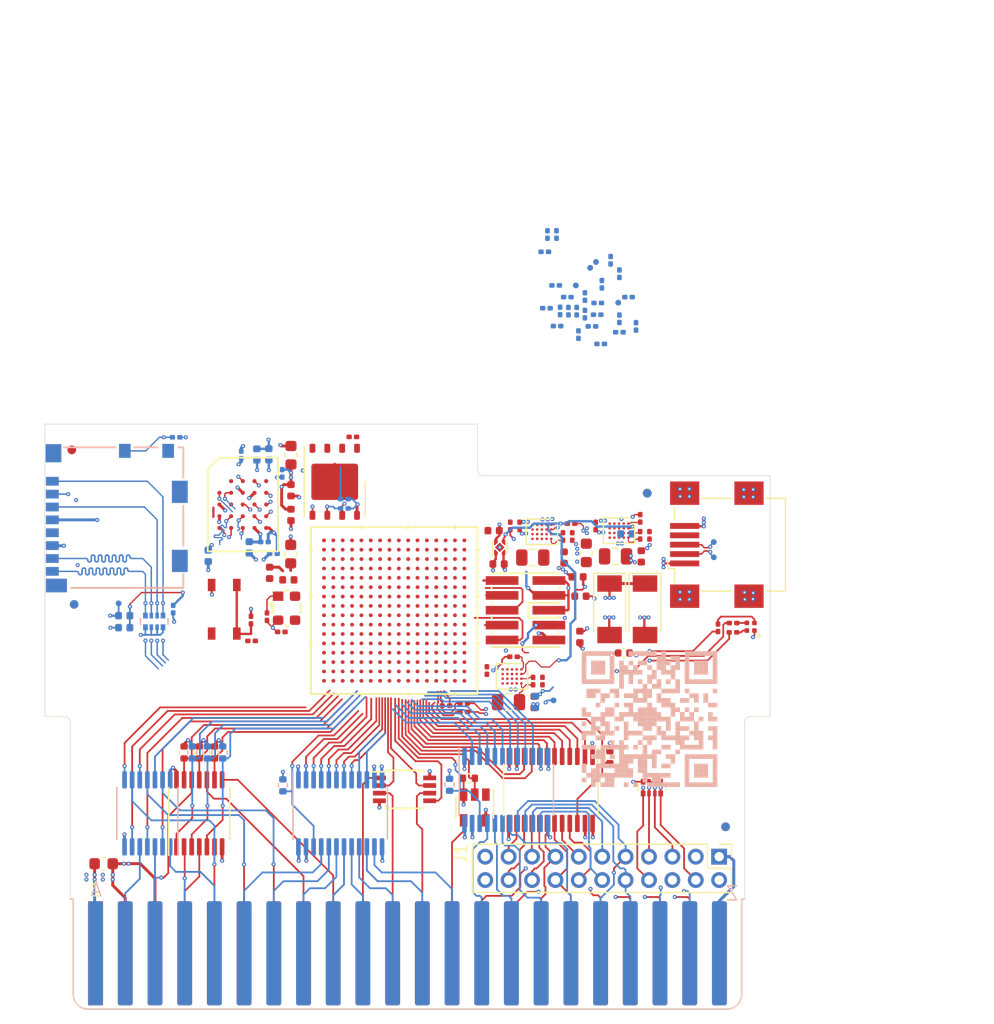
<source format=kicad_pcb>
(kicad_pcb (version 20171130) (host pcbnew 5.1.9)
  (title_block (title "Orange Cart") (date 2021-02-28) (rev r0.1) (comment 1 "ECP5 in C64 Cartridge format with HyperRAM") (comment 2 "Licensed under CERN OHL v.1.2") (comment 3 "Cartridge version redesign: Marcus Comstedt") (comment 4 "Based on Orange Crab by Gregory Davill"))
  (layers (0 F.Cu signal) (1 In1.Cu signal) (2 In2.Cu signal) (3 In3.Cu signal) (4 In4.Cu signal) (31 B.Cu signal) (34 B.Paste user) (35 F.Paste user) (36 B.SilkS user) (37 F.SilkS user) (38 B.Mask user) (39 F.Mask user) (44 Edge.Cuts user))
  (net 0 "")
  (net 1 GND)
  (net 2 SPI_CONFIG_SS)
  (net 3 SPI_CONFIG_SCK)
  (net 4 SPI_CONFIG_MISO)
  (net 5 SPI_CONFIG_MOSI)
  (net 6 QSPI_D2)
  (net 7 QSPI_D3)
  (net 8 FPGA_RESET)
  (net 9 JTAG_TDI)
  (net 10 JTAG_TCK)
  (net 11 JTAG_TMS)
  (net 12 JTAG_TDO)
  (net 13 RAM_CS#)
  (net 14 REF_CLK)
  (net 15 RAM_RESET#)
  (net 16 P1.1V)
  (net 17 P3.3V)
  (net 18 "Net-(R2-Pad1)")
  (net 19 "Net-(L2-Pad1)")
  (net 20 "Net-(L1-Pad1)")
  (net 21 VSYS)
  (net 22 "Net-(L3-Pad1)")
  (net 23 /sheetPower/PGOOD_P1.1V)
  (net 24 "Net-(R15-Pad1)")
  (net 25 "Net-(R16-Pad1)")
  (net 26 P2.5V)
  (net 27 PUSB_VBUS)
  (net 28 USB_PULLUP)
  (net 29 SD0_DAT0)
  (net 30 SD0_DAT2)
  (net 31 SD0_DAT1)
  (net 32 SD0_DAT3)
  (net 33 SD0_CMD)
  (net 34 SD0_CLK)
  (net 35 SD0_CD)
  (net 36 LED_B)
  (net 37 LED_G)
  (net 38 LED_R)
  (net 39 "Net-(D1-Pad2)")
  (net 40 "Net-(D1-Pad3)")
  (net 41 "Net-(D1-Pad4)")
  (net 42 /sheetPower/PGOOD_P3.3V)
  (net 43 EXT_PLL+)
  (net 44 EXT_PLL-)
  (net 45 RAM_CK+)
  (net 46 RAM_CK-)
  (net 47 USB_D-)
  (net 48 USB_D+)
  (net 49 USER_BUTTON)
  (net 50 /sheetIO/_USB_D_N)
  (net 51 /sheetIO/_USB_D_P)
  (net 52 "Net-(C29-Pad2)")
  (net 53 P1.8V)
  (net 54 /sheetHyperRAM/RAM_VCC)
  (net 55 /sheetHyperRAM/RAM_VCCQ)
  (net 56 /sheetPower/PGOOD_P1.8V)
  (net 57 RAM_DQ6)
  (net 58 RAM_RWDS)
  (net 59 RAM_DQ5)
  (net 60 RAM_DQ7)
  (net 61 RAM_DQ0)
  (net 62 RAM_DQ4)
  (net 63 RAM_PSC-)
  (net 64 RAM_DQ1)
  (net 65 RAM_DQ2)
  (net 66 RAM_DQ3)
  (net 67 RAM_PSC+)
  (net 68 "Net-(R25-Pad1)")
  (net 69 P5.0V)
  (net 70 GAME)
  (net 71 EXROM)
  (net 72 DMA)
  (net 73 D_~EN)
  (net 74 IRQ_OUT)
  (net 75 NMI_OUT)
  (net 76 RESET_OUT)
  (net 77 RW_OUT)
  (net 78 "Net-(U11-Pad11)")
  (net 79 "Net-(U5-Pad8)")
  (net 80 "Net-(U5-Pad4)")
  (net 81 "Net-(U8-Pad4)")
  (net 82 "Net-(U11-Pad9)")
  (net 83 "Net-(U11-Pad5)")
  (net 84 "Net-(U11-Pad1)")
  (net 85 "Net-(U12-Pad6)")
  (net 86 "Net-(U12-Pad1)")
  (net 87 "Net-(U13-Pad21)")
  (net 88 "Net-(U13-Pad20)")
  (net 89 "Net-(U13-Pad19)")
  (net 90 "Net-(U13-Pad18)")
  (net 91 /sheetCartridge/8)
  (net 92 /sheetCartridge/9)
  (net 93 /sheetCartridge/10)
  (net 94 /sheetCartridge/11)
  (net 95 /sheetCartridge/12)
  (net 96 /sheetCartridge/13)
  (net 97 /sheetCartridge/14)
  (net 98 /sheetCartridge/15)
  (net 99 "Net-(J3-Pad4)")
  (net 100 "Net-(U3-PadD13)")
  (net 101 "Net-(U3-PadC13)")
  (net 102 "Net-(U3-PadB13)")
  (net 103 "Net-(U3-PadB9)")
  (net 104 "Net-(U4-PadA5)")
  (net 105 "Net-(U4-PadC2)")
  (net 106 "Net-(U4-PadA2)")
  (net 107 D7)
  (net 108 D6)
  (net 109 D5)
  (net 110 D4)
  (net 111 D3)
  (net 112 D2)
  (net 113 D1)
  (net 114 D0)
  (net 115 D_DIR)
  (net 116 "Net-(U11-Pad13)")
  (net 117 IO1)
  (net 118 RW_IN)
  (net 119 PHI2)
  (net 120 DOTCLK)
  (net 121 RESET_IN)
  (net 122 ROMH)
  (net 123 BA)
  (net 124 IO2)
  (net 125 "Net-(U12-Pad3)")
  (net 126 ROML)
  (net 127 A0)
  (net 128 A1)
  (net 129 A2)
  (net 130 A3)
  (net 131 A4)
  (net 132 A5)
  (net 133 A6)
  (net 134 A7)
  (net 135 A8)
  (net 136 A9)
  (net 137 A10)
  (net 138 A11)
  (net 139 A12)
  (net 140 A13)
  (net 141 A14)
  (net 142 A15)
  (net 143 "Net-(U5-Pad10)")
  (net 144 A_~EN~_H)
  (net 145 A_DIR_L)
  (net 146 A_DIR_H)
  (net 147 A_~EN~_L)
  (net 148 "Net-(J1-Pad6)")
  (net 149 CD16)
  (net 150 CD17)
  (net 151 CD18)
  (net 152 CD19)
  (net 153 CD20)
  (net 154 CD21)
  (net 155 CD22)
  (net 156 CD23)
  (net 157 CA2)
  (net 158 CA3)
  (net 159 CA4)
  (net 160 CA5)
  (net 161 CRESET)
  (net 162 CIOWR)
  (net 163 CIORD)
  (net 164 CRTCCS)
  (net 165 CSPARECS)
  (net 166 CINT6)
  (net 167 "Net-(U3-PadA3)")
  (net 168 "Net-(U3-PadA4)")
  (net 169 "Net-(U3-PadA5)")
  (net 170 "Net-(U3-PadA6)")
  (net 171 "Net-(U3-PadA9)")
  (net 172 "Net-(U3-PadA10)")
  (net 173 "Net-(U3-PadA11)")
  (net 174 "Net-(U3-PadA12)")
  (net 175 "Net-(U3-PadA13)")
  (net 176 "Net-(U3-PadA14)")
  (net 177 "Net-(U3-PadB4)")
  (net 178 "Net-(U3-PadB5)")
  (net 179 "Net-(U3-PadB6)")
  (net 180 "Net-(U3-PadB10)")
  (net 181 "Net-(U3-PadB11)")
  (net 182 "Net-(U3-PadB12)")
  (net 183 "Net-(U3-PadC2)")
  (net 184 "Net-(U3-PadC3)")
  (net 185 "Net-(U3-PadC4)")
  (net 186 "Net-(U3-PadC5)")
  (net 187 "Net-(U3-PadC6)")
  (net 188 "Net-(U3-PadC9)")
  (net 189 "Net-(U3-PadC10)")
  (net 190 "Net-(U3-PadC11)")
  (net 191 "Net-(U3-PadC12)")
  (net 192 "Net-(U3-PadC14)")
  (net 193 "Net-(U3-PadD1)")
  (net 194 "Net-(U3-PadD3)")
  (net 195 "Net-(U3-PadD4)")
  (net 196 "Net-(U3-PadD5)")
  (net 197 "Net-(U3-PadD6)")
  (net 198 "Net-(U3-PadD7)")
  (net 199 "Net-(U3-PadD9)")
  (net 200 "Net-(U3-PadD10)")
  (net 201 "Net-(U3-PadD11)")
  (net 202 "Net-(U3-PadD12)")
  (net 203 "Net-(U3-PadD14)")
  (net 204 "Net-(U3-PadE1)")
  (net 205 "Net-(U3-PadE2)")
  (net 206 "Net-(U3-PadE3)")
  (net 207 "Net-(U3-PadE4)")
  (net 208 "Net-(U3-PadE5)")
  (net 209 "Net-(U3-PadE6)")
  (net 210 "Net-(U3-PadE7)")
  (net 211 "Net-(U3-PadE8)")
  (net 212 "Net-(U3-PadE9)")
  (net 213 "Net-(U3-PadE10)")
  (net 214 "Net-(U3-PadE11)")
  (net 215 "Net-(U3-PadE12)")
  (net 216 "Net-(U3-PadE13)")
  (net 217 "Net-(U3-PadE14)")
  (net 218 "Net-(U3-PadE16)")
  (net 219 "Net-(U3-PadF1)")
  (net 220 "Net-(U3-PadF2)")
  (net 221 "Net-(U3-PadF3)")
  (net 222 "Net-(U3-PadF4)")
  (net 223 "Net-(U3-PadF5)")
  (net 224 "Net-(U3-PadF12)")
  (net 225 "Net-(U3-PadF13)")
  (net 226 "Net-(U3-PadF14)")
  (net 227 "Net-(U3-PadF15)")
  (net 228 "Net-(U3-PadG1)")
  (net 229 "Net-(U3-PadG3)")
  (net 230 "Net-(U3-PadG4)")
  (net 231 "Net-(U3-PadG5)")
  (net 232 "Net-(U3-PadH2)")
  (net 233 "Net-(U3-PadH3)")
  (net 234 "Net-(U3-PadH4)")
  (net 235 "Net-(U3-PadH5)")
  (net 236 "Net-(U3-PadJ1)")
  (net 237 "Net-(U3-PadJ2)")
  (net 238 "Net-(U3-PadJ3)")
  (net 239 "Net-(U3-PadJ4)")
  (net 240 "Net-(U3-PadJ5)")
  (net 241 "Net-(U3-PadJ12)")
  (net 242 "Net-(U3-PadJ13)")
  (net 243 "Net-(U3-PadK1)")
  (net 244 "Net-(U3-PadK2)")
  (net 245 "Net-(U3-PadK3)")
  (net 246 "Net-(U3-PadK14)")
  (net 247 "Net-(U3-PadL1)")
  (net 248 "Net-(U3-PadL3)")
  (net 249 "Net-(U3-PadL14)")
  (net 250 "Net-(U3-PadM3)")
  (net 251 "Net-(U3-PadM6)")
  (net 252 "Net-(U3-PadM9)")
  (net 253 "Net-(U3-PadM11)")
  (net 254 "Net-(U3-PadM14)")
  (net 255 "Net-(U3-PadN3)")
  (net 256 "Net-(U3-PadN4)")
  (net 257 "Net-(U3-PadN6)")
  (net 258 "Net-(U3-PadN11)")
  (net 259 "Net-(U3-PadP3)")
  (net 260 "Net-(U3-PadP7)")
  (net 261 "Net-(U3-PadP8)")
  (net 262 "Net-(U3-PadP9)")
  (net 263 "Net-(U3-PadR6)")
  (net 264 "Net-(U3-PadR7)")
  (net 265 "Net-(U3-PadR8)")
  (net 266 "Net-(U3-PadT6)")
  (net 267 "Net-(U3-PadT9)")
  (module Resistor_SMD:R_0201_0603Metric (layer B.Cu) (at 74.6079 87.2999)
    (fp_text reference R31 hide)
    (fp_text value 1.5k hide)
    (pad 1 smd roundrect (at -0.32 0) (size 0.46 0.4) (layers B.Cu B.Mask) (net 3 SPI_CONFIG_SCK))
    (pad 2 smd roundrect (at 0.32 0) (size 0.46 0.4) (layers B.Cu B.Mask) (net 17 P3.3V))
  )
  (module Resistor_SMD:R_0201_0603Metric (layer F.Cu) (at 75.33 81.19 180)
    (fp_text reference R30 hide)
    (fp_text value 4.7k hide)
    (pad 1 smd roundrect (at -0.32 0 180) (size 0.46 0.4) (layers F.Cu F.Mask) (net 2 SPI_CONFIG_SS))
    (pad 2 smd roundrect (at 0.32 0 180) (size 0.46 0.4) (layers F.Cu F.Mask) (net 17 P3.3V))
  )
  (module Capacitor_SMD:C_0201_0603Metric (layer B.Cu) (at 74.605 86.502 180)
    (fp_text reference C69 hide)
    (fp_text value 100nF hide)
    (pad 1 smd roundrect (at -0.32 0 180) (size 0.46 0.4) (layers B.Cu B.Mask) (net 17 P3.3V))
    (pad 2 smd roundrect (at 0.32 0 180) (size 0.46 0.4) (layers B.Cu B.Mask) (net 1 GND))
  )
  (module Package_SON:WSON-8-1EP_6x5mm_P1.27mm_EP3.4x4mm (layer F.Cu) (at 73.78 85.027 270)
    (fp_text reference U6 hide)
    (fp_text value W25Q128JVP hide)
    (pad 4 smd roundrect (at 0 0 270) (size 3.1 4) (layers F.Cu F.Mask) (roundrect_rratio 0.074) (net 1 GND))
    (pad 1 smd roundrect (at -2.8625 -1.905 270) (size 0.775 0.5) (layers F.Cu F.Paste F.Mask) (net 2 SPI_CONFIG_SS))
    (pad 2 smd roundrect (at -2.8625 -0.635 270) (size 0.775 0.5) (layers F.Cu F.Paste F.Mask) (net 4 SPI_CONFIG_MISO))
    (pad 3 smd roundrect (at -2.8625 0.635 270) (size 0.775 0.5) (layers F.Cu F.Paste F.Mask) (net 6 QSPI_D2))
    (pad 4 smd roundrect (at -2.8625 1.905 270) (size 0.775 0.5) (layers F.Cu F.Paste F.Mask) (net 1 GND))
    (pad 5 smd roundrect (at 2.8625 1.905 270) (size 0.775 0.5) (layers F.Cu F.Paste F.Mask) (net 5 SPI_CONFIG_MOSI))
    (pad 6 smd roundrect (at 2.8625 0.635 270) (size 0.775 0.5) (layers F.Cu F.Paste F.Mask) (net 3 SPI_CONFIG_SCK))
    (pad 7 smd roundrect (at 2.8625 -0.635 270) (size 0.775 0.5) (layers F.Cu F.Paste F.Mask) (net 7 QSPI_D3))
    (pad 8 smd roundrect (at 2.8625 -1.905 270) (size 0.775 0.5) (layers F.Cu F.Paste F.Mask) (net 17 P3.3V))
  )
  (module Capacitor_SMD:C_0201_0603Metric (layer B.Cu) (at 91.74 65.38 180)
    (fp_text reference C64 hide)
    (fp_text value 100nF hide)
    (pad 1 smd roundrect (at -0.32 0 180) (size 0.46 0.4) (layers B.Cu B.Mask) (net 53 P1.8V))
    (pad 2 smd roundrect (at 0.32 0 180) (size 0.46 0.4) (layers B.Cu B.Mask) (net 1 GND))
  )
  (module Capacitor_SMD:C_0201_0603Metric (layer B.Cu) (at 91.97 63.899999 90)
    (fp_text reference C26 hide)
    (fp_text value 100nF hide)
    (pad 1 smd roundrect (at -0.32 0 90) (size 0.46 0.4) (layers B.Cu B.Mask) (net 53 P1.8V))
    (pad 2 smd roundrect (at 0.32 0 90) (size 0.46 0.4) (layers B.Cu B.Mask) (net 1 GND))
  )
  (module Capacitor_SMD:C_0201_0603Metric (layer B.Cu) (at 92.74 63.9 90)
    (fp_text reference C25 hide)
    (fp_text value 10nF hide)
    (pad 1 smd roundrect (at -0.32 0 90) (size 0.46 0.4) (layers B.Cu B.Mask) (net 53 P1.8V))
    (pad 2 smd roundrect (at 0.32 0 90) (size 0.46 0.4) (layers B.Cu B.Mask) (net 1 GND))
  )
  (module gkl_misc:TestPoint_Pad_D0.5mm (layer B.Cu) (at 96.12 66.249999 180)
    (fp_text reference TP20 hide)
    (fp_text value SMD_TP hide)
    (pad 1 smd circle (at 0 0 180) (size 0.5 0.5) (layers B.Cu B.Mask) (net 44 EXT_PLL-))
  )
  (module lattice:LFE5U-25F-8BG256C (layer F.Cu) (at 78.86 96.03 90)
    (fp_text reference U3 hide)
    (fp_text value LFE5U-25F-8BG256C)
    (pad A1 smd circle (at -6 -6 90) (size 0.32512 0.32512) (layers F.Cu F.Paste F.Mask) (net 1 GND))
    (pad A2 smd circle (at -5.2 -6 90) (size 0.32512 0.32512) (layers F.Cu F.Paste F.Mask) (net 32 SD0_DAT3))
    (pad A3 smd circle (at -4.4 -6 90) (size 0.32512 0.32512) (layers F.Cu F.Paste F.Mask) (net 167 "Net-(U3-PadA3)"))
    (pad A4 smd circle (at -3.6 -6 90) (size 0.32512 0.32512) (layers F.Cu F.Paste F.Mask) (net 168 "Net-(U3-PadA4)"))
    (pad A5 smd circle (at -2.8 -6 90) (size 0.32512 0.32512) (layers F.Cu F.Paste F.Mask) (net 169 "Net-(U3-PadA5)"))
    (pad A6 smd circle (at -2 -6 90) (size 0.32512 0.32512) (layers F.Cu F.Paste F.Mask) (net 170 "Net-(U3-PadA6)"))
    (pad A7 smd circle (at -1.2 -6 90) (size 0.32512 0.32512) (layers F.Cu F.Paste F.Mask) (net 30 SD0_DAT2))
    (pad A8 smd circle (at -0.4 -6 90) (size 0.32512 0.32512) (layers F.Cu F.Paste F.Mask) (net 31 SD0_DAT1))
    (pad A9 smd circle (at 0.4 -6 90) (size 0.32512 0.32512) (layers F.Cu F.Paste F.Mask) (net 171 "Net-(U3-PadA9)"))
    (pad A10 smd circle (at 1.199999 -6 90) (size 0.32512 0.32512) (layers F.Cu F.Paste F.Mask) (net 172 "Net-(U3-PadA10)"))
    (pad A11 smd circle (at 1.999999 -6 90) (size 0.32512 0.32512) (layers F.Cu F.Paste F.Mask) (net 173 "Net-(U3-PadA11)"))
    (pad A12 smd circle (at 2.799999 -6 90) (size 0.32512 0.32512) (layers F.Cu F.Paste F.Mask) (net 174 "Net-(U3-PadA12)"))
    (pad A13 smd circle (at 3.599999 -6 90) (size 0.32512 0.32512) (layers F.Cu F.Paste F.Mask) (net 175 "Net-(U3-PadA13)"))
    (pad A14 smd circle (at 4.399999 -6 90) (size 0.32512 0.32512) (layers F.Cu F.Paste F.Mask) (net 176 "Net-(U3-PadA14)"))
    (pad A15 smd circle (at 5.199999 -6 90) (size 0.32512 0.32512) (layers F.Cu F.Paste F.Mask) (net 75 NMI_OUT))
    (pad A16 smd circle (at 5.999999 -6 90) (size 0.32512 0.32512) (layers F.Cu F.Paste F.Mask) (net 1 GND))
    (pad B1 smd circle (at -6 -5.2 90) (size 0.32512 0.32512) (layers F.Cu F.Paste F.Mask) (net 165 CSPARECS))
    (pad B2 smd circle (at -5.2 -5.2 90) (size 0.32512 0.32512) (layers F.Cu F.Paste F.Mask) (net 164 CRTCCS))
    (pad B3 smd circle (at -4.4 -5.2 90) (size 0.32512 0.32512) (layers F.Cu F.Paste F.Mask) (net 29 SD0_DAT0))
    (pad B4 smd circle (at -3.6 -5.2 90) (size 0.32512 0.32512) (layers F.Cu F.Paste F.Mask) (net 177 "Net-(U3-PadB4)"))
    (pad B5 smd circle (at -2.8 -5.2 90) (size 0.32512 0.32512) (layers F.Cu F.Paste F.Mask) (net 178 "Net-(U3-PadB5)"))
    (pad B6 smd circle (at -2 -5.2 90) (size 0.32512 0.32512) (layers F.Cu F.Paste F.Mask) (net 179 "Net-(U3-PadB6)"))
    (pad B7 smd circle (at -1.2 -5.2 90) (size 0.32512 0.32512) (layers F.Cu F.Paste F.Mask) (net 34 SD0_CLK))
    (pad B8 smd circle (at -0.4 -5.2 90) (size 0.32512 0.32512) (layers F.Cu F.Paste F.Mask) (net 117 IO1))
    (pad B9 smd circle (at 0.4 -5.2 90) (size 0.32512 0.32512) (layers F.Cu F.Paste F.Mask) (net 103 "Net-(U3-PadB9)"))
    (pad B10 smd circle (at 1.199999 -5.2 90) (size 0.32512 0.32512) (layers F.Cu F.Paste F.Mask) (net 180 "Net-(U3-PadB10)"))
    (pad B11 smd circle (at 1.999999 -5.2 90) (size 0.32512 0.32512) (layers F.Cu F.Paste F.Mask) (net 181 "Net-(U3-PadB11)"))
    (pad B12 smd circle (at 2.799999 -5.2 90) (size 0.32512 0.32512) (layers F.Cu F.Paste F.Mask) (net 182 "Net-(U3-PadB12)"))
    (pad B13 smd circle (at 3.599999 -5.2 90) (size 0.32512 0.32512) (layers F.Cu F.Paste F.Mask) (net 102 "Net-(U3-PadB13)"))
    (pad B14 smd circle (at 4.399999 -5.2 90) (size 0.32512 0.32512) (layers F.Cu F.Paste F.Mask) (net 74 IRQ_OUT))
    (pad B15 smd circle (at 5.199999 -5.2 90) (size 0.32512 0.32512) (layers F.Cu F.Paste F.Mask) (net 118 RW_IN))
    (pad B16 smd circle (at 5.999999 -5.2 90) (size 0.32512 0.32512) (layers F.Cu F.Paste F.Mask) (net 77 RW_OUT))
    (pad C1 smd circle (at -6 -4.4 90) (size 0.32512 0.32512) (layers F.Cu F.Paste F.Mask) (net 163 CIORD))
    (pad C2 smd circle (at -5.2 -4.4 90) (size 0.32512 0.32512) (layers F.Cu F.Paste F.Mask) (net 183 "Net-(U3-PadC2)"))
    (pad C3 smd circle (at -4.4 -4.4 90) (size 0.32512 0.32512) (layers F.Cu F.Paste F.Mask) (net 184 "Net-(U3-PadC3)"))
    (pad C4 smd circle (at -3.6 -4.4 90) (size 0.32512 0.32512) (layers F.Cu F.Paste F.Mask) (net 185 "Net-(U3-PadC4)"))
    (pad C5 smd circle (at -2.8 -4.4 90) (size 0.32512 0.32512) (layers F.Cu F.Paste F.Mask) (net 186 "Net-(U3-PadC5)"))
    (pad C6 smd circle (at -2 -4.4 90) (size 0.32512 0.32512) (layers F.Cu F.Paste F.Mask) (net 187 "Net-(U3-PadC6)"))
    (pad C7 smd circle (at -1.2 -4.4 90) (size 0.32512 0.32512) (layers F.Cu F.Paste F.Mask) (net 35 SD0_CD))
    (pad C8 smd circle (at -0.4 -4.4 90) (size 0.32512 0.32512) (layers F.Cu F.Paste F.Mask) (net 14 REF_CLK))
    (pad C9 smd circle (at 0.4 -4.4 90) (size 0.32512 0.32512) (layers F.Cu F.Paste F.Mask) (net 188 "Net-(U3-PadC9)"))
    (pad C10 smd circle (at 1.199999 -4.4 90) (size 0.32512 0.32512) (layers F.Cu F.Paste F.Mask) (net 189 "Net-(U3-PadC10)"))
    (pad C11 smd circle (at 1.999999 -4.4 90) (size 0.32512 0.32512) (layers F.Cu F.Paste F.Mask) (net 190 "Net-(U3-PadC11)"))
    (pad C12 smd circle (at 2.799999 -4.4 90) (size 0.32512 0.32512) (layers F.Cu F.Paste F.Mask) (net 191 "Net-(U3-PadC12)"))
    (pad C13 smd circle (at 3.599999 -4.4 90) (size 0.32512 0.32512) (layers F.Cu F.Paste F.Mask) (net 101 "Net-(U3-PadC13)"))
    (pad C14 smd circle (at 4.399999 -4.4 90) (size 0.32512 0.32512) (layers F.Cu F.Paste F.Mask) (net 192 "Net-(U3-PadC14)"))
    (pad C15 smd circle (at 5.199999 -4.4 90) (size 0.32512 0.32512) (layers F.Cu F.Paste F.Mask) (net 119 PHI2))
    (pad C16 smd circle (at 5.999999 -4.4 90) (size 0.32512 0.32512) (layers F.Cu F.Paste F.Mask) (net 76 RESET_OUT))
    (pad D1 smd circle (at -6 -3.6 90) (size 0.32512 0.32512) (layers F.Cu F.Paste F.Mask) (net 193 "Net-(U3-PadD1)"))
    (pad D2 smd circle (at -5.2 -3.6 90) (size 0.32512 0.32512) (layers F.Cu F.Paste F.Mask) (net 1 GND))
    (pad D3 smd circle (at -4.4 -3.6 90) (size 0.32512 0.32512) (layers F.Cu F.Paste F.Mask) (net 194 "Net-(U3-PadD3)"))
    (pad D4 smd circle (at -3.6 -3.6 90) (size 0.32512 0.32512) (layers F.Cu F.Paste F.Mask) (net 195 "Net-(U3-PadD4)"))
    (pad D5 smd circle (at -2.8 -3.6 90) (size 0.32512 0.32512) (layers F.Cu F.Paste F.Mask) (net 196 "Net-(U3-PadD5)"))
    (pad D6 smd circle (at -2 -3.6 90) (size 0.32512 0.32512) (layers F.Cu F.Paste F.Mask) (net 197 "Net-(U3-PadD6)"))
    (pad D7 smd circle (at -1.2 -3.6 90) (size 0.32512 0.32512) (layers F.Cu F.Paste F.Mask) (net 198 "Net-(U3-PadD7)"))
    (pad D8 smd circle (at -0.4 -3.6 90) (size 0.32512 0.32512) (layers F.Cu F.Paste F.Mask) (net 33 SD0_CMD))
    (pad D9 smd circle (at 0.4 -3.6 90) (size 0.32512 0.32512) (layers F.Cu F.Paste F.Mask) (net 199 "Net-(U3-PadD9)"))
    (pad D10 smd circle (at 1.199999 -3.6 90) (size 0.32512 0.32512) (layers F.Cu F.Paste F.Mask) (net 200 "Net-(U3-PadD10)"))
    (pad D11 smd circle (at 1.999999 -3.6 90) (size 0.32512 0.32512) (layers F.Cu F.Paste F.Mask) (net 201 "Net-(U3-PadD11)"))
    (pad D12 smd circle (at 2.799999 -3.6 90) (size 0.32512 0.32512) (layers F.Cu F.Paste F.Mask) (net 202 "Net-(U3-PadD12)"))
    (pad D13 smd circle (at 3.599999 -3.6 90) (size 0.32512 0.32512) (layers F.Cu F.Paste F.Mask) (net 100 "Net-(U3-PadD13)"))
    (pad D14 smd circle (at 4.399999 -3.6 90) (size 0.32512 0.32512) (layers F.Cu F.Paste F.Mask) (net 203 "Net-(U3-PadD14)"))
    (pad D15 smd circle (at 5.199999 -3.6 90) (size 0.32512 0.32512) (layers F.Cu F.Paste F.Mask) (net 1 GND))
    (pad D16 smd circle (at 5.999999 -3.6 90) (size 0.32512 0.32512) (layers F.Cu F.Paste F.Mask) (net 120 DOTCLK))
    (pad E1 smd circle (at -6 -2.8 90) (size 0.32512 0.32512) (layers F.Cu F.Paste F.Mask) (net 204 "Net-(U3-PadE1)"))
    (pad E2 smd circle (at -5.2 -2.8 90) (size 0.32512 0.32512) (layers F.Cu F.Paste F.Mask) (net 205 "Net-(U3-PadE2)"))
    (pad E3 smd circle (at -4.4 -2.8 90) (size 0.32512 0.32512) (layers F.Cu F.Paste F.Mask) (net 206 "Net-(U3-PadE3)"))
    (pad E4 smd circle (at -3.6 -2.8 90) (size 0.32512 0.32512) (layers F.Cu F.Paste F.Mask) (net 207 "Net-(U3-PadE4)"))
    (pad E5 smd circle (at -2.8 -2.8 90) (size 0.32512 0.32512) (layers F.Cu F.Paste F.Mask) (net 208 "Net-(U3-PadE5)"))
    (pad E6 smd circle (at -2 -2.8 90) (size 0.32512 0.32512) (layers F.Cu F.Paste F.Mask) (net 209 "Net-(U3-PadE6)"))
    (pad E7 smd circle (at -1.2 -2.8 90) (size 0.32512 0.32512) (layers F.Cu F.Paste F.Mask) (net 210 "Net-(U3-PadE7)"))
    (pad E8 smd circle (at -0.4 -2.8 90) (size 0.32512 0.32512) (layers F.Cu F.Paste F.Mask) (net 211 "Net-(U3-PadE8)"))
    (pad E9 smd circle (at 0.4 -2.8 90) (size 0.32512 0.32512) (layers F.Cu F.Paste F.Mask) (net 212 "Net-(U3-PadE9)"))
    (pad E10 smd circle (at 1.199999 -2.8 90) (size 0.32512 0.32512) (layers F.Cu F.Paste F.Mask) (net 213 "Net-(U3-PadE10)"))
    (pad E11 smd circle (at 1.999999 -2.8 90) (size 0.32512 0.32512) (layers F.Cu F.Paste F.Mask) (net 214 "Net-(U3-PadE11)"))
    (pad E12 smd circle (at 2.799999 -2.8 90) (size 0.32512 0.32512) (layers F.Cu F.Paste F.Mask) (net 215 "Net-(U3-PadE12)"))
    (pad E13 smd circle (at 3.599999 -2.8 90) (size 0.32512 0.32512) (layers F.Cu F.Paste F.Mask) (net 216 "Net-(U3-PadE13)"))
    (pad E14 smd circle (at 4.399999 -2.8 90) (size 0.32512 0.32512) (layers F.Cu F.Paste F.Mask) (net 217 "Net-(U3-PadE14)"))
    (pad E15 smd circle (at 5.199999 -2.8 90) (size 0.32512 0.32512) (layers F.Cu F.Paste F.Mask) (net 122 ROMH))
    (pad E16 smd circle (at 5.999999 -2.8 90) (size 0.32512 0.32512) (layers F.Cu F.Paste F.Mask) (net 218 "Net-(U3-PadE16)"))
    (pad F1 smd circle (at -6 -2 90) (size 0.32512 0.32512) (layers F.Cu F.Paste F.Mask) (net 219 "Net-(U3-PadF1)"))
    (pad F2 smd circle (at -5.2 -2 90) (size 0.32512 0.32512) (layers F.Cu F.Paste F.Mask) (net 220 "Net-(U3-PadF2)"))
    (pad F3 smd circle (at -4.4 -2 90) (size 0.32512 0.32512) (layers F.Cu F.Paste F.Mask) (net 221 "Net-(U3-PadF3)"))
    (pad F4 smd circle (at -3.6 -2 90) (size 0.32512 0.32512) (layers F.Cu F.Paste F.Mask) (net 222 "Net-(U3-PadF4)"))
    (pad F5 smd circle (at -2.8 -2 90) (size 0.32512 0.32512) (layers F.Cu F.Paste F.Mask) (net 223 "Net-(U3-PadF5)"))
    (pad F6 smd circle (at -2 -2 90) (size 0.32512 0.32512) (layers F.Cu F.Paste F.Mask) (net 17 P3.3V))
    (pad F7 smd circle (at -1.2 -2 90) (size 0.32512 0.32512) (layers F.Cu F.Paste F.Mask) (net 17 P3.3V))
    (pad F8 smd circle (at -0.4 -2 90) (size 0.32512 0.32512) (layers F.Cu F.Paste F.Mask) (net 1 GND))
    (pad F9 smd circle (at 0.4 -2 90) (size 0.32512 0.32512) (layers F.Cu F.Paste F.Mask) (net 1 GND))
    (pad F10 smd circle (at 1.199999 -2 90) (size 0.32512 0.32512) (layers F.Cu F.Paste F.Mask) (net 17 P3.3V))
    (pad F11 smd circle (at 1.999999 -2 90) (size 0.32512 0.32512) (layers F.Cu F.Paste F.Mask) (net 17 P3.3V))
    (pad F12 smd circle (at 2.799999 -2 90) (size 0.32512 0.32512) (layers F.Cu F.Paste F.Mask) (net 224 "Net-(U3-PadF12)"))
    (pad F13 smd circle (at 3.599999 -2 90) (size 0.32512 0.32512) (layers F.Cu F.Paste F.Mask) (net 225 "Net-(U3-PadF13)"))
    (pad F14 smd circle (at 4.399999 -2 90) (size 0.32512 0.32512) (layers F.Cu F.Paste F.Mask) (net 226 "Net-(U3-PadF14)"))
    (pad F15 smd circle (at 5.199999 -2 90) (size 0.32512 0.32512) (layers F.Cu F.Paste F.Mask) (net 227 "Net-(U3-PadF15)"))
    (pad F16 smd circle (at 5.999999 -2 90) (size 0.32512 0.32512) (layers F.Cu F.Paste F.Mask) (net 135 A8))
    (pad G1 smd circle (at -6 -1.2 90) (size 0.32512 0.32512) (layers F.Cu F.Paste F.Mask) (net 228 "Net-(U3-PadG1)"))
    (pad G2 smd circle (at -5.2 -1.2 90) (size 0.32512 0.32512) (layers F.Cu F.Paste F.Mask) (net 162 CIOWR))
    (pad G3 smd circle (at -4.4 -1.2 90) (size 0.32512 0.32512) (layers F.Cu F.Paste F.Mask) (net 229 "Net-(U3-PadG3)"))
    (pad G4 smd circle (at -3.6 -1.2 90) (size 0.32512 0.32512) (layers F.Cu F.Paste F.Mask) (net 230 "Net-(U3-PadG4)"))
    (pad G5 smd circle (at -2.8 -1.2 90) (size 0.32512 0.32512) (layers F.Cu F.Paste F.Mask) (net 231 "Net-(U3-PadG5)"))
    (pad G6 smd circle (at -2 -1.2 90) (size 0.32512 0.32512) (layers F.Cu F.Paste F.Mask) (net 16 P1.1V))
    (pad G7 smd circle (at -1.2 -1.2 90) (size 0.32512 0.32512) (layers F.Cu F.Paste F.Mask) (net 16 P1.1V))
    (pad G8 smd circle (at -0.4 -1.2 90) (size 0.32512 0.32512) (layers F.Cu F.Paste F.Mask) (net 1 GND))
    (pad G9 smd circle (at 0.4 -1.2 90) (size 0.32512 0.32512) (layers F.Cu F.Paste F.Mask) (net 16 P1.1V))
    (pad G10 smd circle (at 1.199999 -1.2 90) (size 0.32512 0.32512) (layers F.Cu F.Paste F.Mask) (net 1 GND))
    (pad G11 smd circle (at 1.999999 -1.2 90) (size 0.32512 0.32512) (layers F.Cu F.Paste F.Mask) (net 26 P2.5V))
    (pad G12 smd circle (at 2.799999 -1.2 90) (size 0.32512 0.32512) (layers F.Cu F.Paste F.Mask) (net 121 RESET_IN))
    (pad G13 smd circle (at 3.599999 -1.2 90) (size 0.32512 0.32512) (layers F.Cu F.Paste F.Mask) (net 71 EXROM))
    (pad G14 smd circle (at 4.399999 -1.2 90) (size 0.32512 0.32512) (layers F.Cu F.Paste F.Mask) (net 144 A_~EN~_H))
    (pad G15 smd circle (at 5.199999 -1.2 90) (size 0.32512 0.32512) (layers F.Cu F.Paste F.Mask) (net 70 GAME))
    (pad G16 smd circle (at 5.999999 -1.2 90) (size 0.32512 0.32512) (layers F.Cu F.Paste F.Mask) (net 146 A_DIR_H))
    (pad H1 smd circle (at -6 -0.4 90) (size 0.32512 0.32512) (layers F.Cu F.Paste F.Mask) (net 1 GND))
    (pad H2 smd circle (at -5.2 -0.4 90) (size 0.32512 0.32512) (layers F.Cu F.Paste F.Mask) (net 232 "Net-(U3-PadH2)"))
    (pad H3 smd circle (at -4.4 -0.4 90) (size 0.32512 0.32512) (layers F.Cu F.Paste F.Mask) (net 233 "Net-(U3-PadH3)"))
    (pad H4 smd circle (at -3.6 -0.4 90) (size 0.32512 0.32512) (layers F.Cu F.Paste F.Mask) (net 234 "Net-(U3-PadH4)"))
    (pad H5 smd circle (at -2.8 -0.4 90) (size 0.32512 0.32512) (layers F.Cu F.Paste F.Mask) (net 235 "Net-(U3-PadH5)"))
    (pad H6 smd circle (at -2 -0.4 90) (size 0.32512 0.32512) (layers F.Cu F.Paste F.Mask) (net 17 P3.3V))
    (pad H7 smd circle (at -1.2 -0.4 90) (size 0.32512 0.32512) (layers F.Cu F.Paste F.Mask) (net 17 P3.3V))
    (pad H8 smd circle (at -0.4 -0.4 90) (size 0.32512 0.32512) (layers F.Cu F.Paste F.Mask) (net 1 GND))
    (pad H9 smd circle (at 0.4 -0.4 90) (size 0.32512 0.32512) (layers F.Cu F.Paste F.Mask) (net 1 GND))
    (pad H10 smd circle (at 1.199999 -0.4 90) (size 0.32512 0.32512) (layers F.Cu F.Paste F.Mask) (net 1 GND))
    (pad H11 smd circle (at 1.999999 -0.4 90) (size 0.32512 0.32512) (layers F.Cu F.Paste F.Mask) (net 17 P3.3V))
    (pad H12 smd circle (at 2.799999 -0.4 90) (size 0.32512 0.32512) (layers F.Cu F.Paste F.Mask) (net 137 A10))
    (pad H13 smd circle (at 3.599999 -0.4 90) (size 0.32512 0.32512) (layers F.Cu F.Paste F.Mask) (net 139 A12))
    (pad H14 smd circle (at 4.399999 -0.4 90) (size 0.32512 0.32512) (layers F.Cu F.Paste F.Mask) (net 136 A9))
    (pad H15 smd circle (at 5.199999 -0.4 90) (size 0.32512 0.32512) (layers F.Cu F.Paste F.Mask) (net 141 A14))
    (pad H16 smd circle (at 5.999999 -0.4 90) (size 0.32512 0.32512) (layers F.Cu F.Paste F.Mask) (net 1 GND))
    (pad J1 smd circle (at -6 0.4 90) (size 0.32512 0.32512) (layers F.Cu F.Paste F.Mask) (net 236 "Net-(U3-PadJ1)"))
    (pad J2 smd circle (at -5.2 0.4 90) (size 0.32512 0.32512) (layers F.Cu F.Paste F.Mask) (net 237 "Net-(U3-PadJ2)"))
    (pad J3 smd circle (at -4.4 0.4 90) (size 0.32512 0.32512) (layers F.Cu F.Paste F.Mask) (net 238 "Net-(U3-PadJ3)"))
    (pad J4 smd circle (at -3.6 0.4 90) (size 0.32512 0.32512) (layers F.Cu F.Paste F.Mask) (net 239 "Net-(U3-PadJ4)"))
    (pad J5 smd circle (at -2.8 0.4 90) (size 0.32512 0.32512) (layers F.Cu F.Paste F.Mask) (net 240 "Net-(U3-PadJ5)"))
    (pad J6 smd circle (at -2 0.4 90) (size 0.32512 0.32512) (layers F.Cu F.Paste F.Mask) (net 53 P1.8V))
    (pad J7 smd circle (at -1.2 0.4 90) (size 0.32512 0.32512) (layers F.Cu F.Paste F.Mask) (net 53 P1.8V))
    (pad J8 smd circle (at -0.4 0.4 90) (size 0.32512 0.32512) (layers F.Cu F.Paste F.Mask) (net 1 GND))
    (pad J9 smd circle (at 0.4 0.4 90) (size 0.32512 0.32512) (layers F.Cu F.Paste F.Mask) (net 1 GND))
    (pad J10 smd circle (at 1.199999 0.4 90) (size 0.32512 0.32512) (layers F.Cu F.Paste F.Mask) (net 1 GND))
    (pad J11 smd circle (at 1.999999 0.4 90) (size 0.32512 0.32512) (layers F.Cu F.Paste F.Mask) (net 17 P3.3V))
    (pad J12 smd circle (at 2.799999 0.4 90) (size 0.32512 0.32512) (layers F.Cu F.Paste F.Mask) (net 241 "Net-(U3-PadJ12)"))
    (pad J13 smd circle (at 3.599999 0.4 90) (size 0.32512 0.32512) (layers F.Cu F.Paste F.Mask) (net 242 "Net-(U3-PadJ13)"))
    (pad J14 smd circle (at 4.399999 0.4 90) (size 0.32512 0.32512) (layers F.Cu F.Paste F.Mask) (net 142 A15))
    (pad J15 smd circle (at 5.199999 0.4 90) (size 0.32512 0.32512) (layers F.Cu F.Paste F.Mask) (net 140 A13))
    (pad J16 smd circle (at 5.999999 0.4 90) (size 0.32512 0.32512) (layers F.Cu F.Paste F.Mask) (net 124 IO2))
    (pad K1 smd circle (at -6 1.199999 90) (size 0.32512 0.32512) (layers F.Cu F.Paste F.Mask) (net 243 "Net-(U3-PadK1)"))
    (pad K2 smd circle (at -5.2 1.199999 90) (size 0.32512 0.32512) (layers F.Cu F.Paste F.Mask) (net 244 "Net-(U3-PadK2)"))
    (pad K3 smd circle (at -4.4 1.199999 90) (size 0.32512 0.32512) (layers F.Cu F.Paste F.Mask) (net 245 "Net-(U3-PadK3)"))
    (pad K4 smd circle (at -3.6 1.199999 90) (size 0.32512 0.32512) (layers F.Cu F.Paste F.Mask) (net 15 RAM_RESET#))
    (pad K5 smd circle (at -2.8 1.199999 90) (size 0.32512 0.32512) (layers F.Cu F.Paste F.Mask) (net 58 RAM_RWDS))
    (pad K6 smd circle (at -2 1.199999 90) (size 0.32512 0.32512) (layers F.Cu F.Paste F.Mask) (net 1 GND))
    (pad K7 smd circle (at -1.2 1.199999 90) (size 0.32512 0.32512) (layers F.Cu F.Paste F.Mask) (net 1 GND))
    (pad K8 smd circle (at -0.4 1.199999 90) (size 0.32512 0.32512) (layers F.Cu F.Paste F.Mask) (net 1 GND))
    (pad K9 smd circle (at 0.4 1.199999 90) (size 0.32512 0.32512) (layers F.Cu F.Paste F.Mask) (net 1 GND))
    (pad K10 smd circle (at 1.199999 1.199999 90) (size 0.32512 0.32512) (layers F.Cu F.Paste F.Mask) (net 1 GND))
    (pad K11 smd circle (at 1.999999 1.199999 90) (size 0.32512 0.32512) (layers F.Cu F.Paste F.Mask) (net 17 P3.3V))
    (pad K12 smd circle (at 2.799999 1.199999 90) (size 0.32512 0.32512) (layers F.Cu F.Paste F.Mask) (net 132 A5))
    (pad K13 smd circle (at 3.599999 1.199999 90) (size 0.32512 0.32512) (layers F.Cu F.Paste F.Mask) (net 131 A4))
    (pad K14 smd circle (at 4.399999 1.199999 90) (size 0.32512 0.32512) (layers F.Cu F.Paste F.Mask) (net 246 "Net-(U3-PadK14)"))
    (pad K15 smd circle (at 5.199999 1.199999 90) (size 0.32512 0.32512) (layers F.Cu F.Paste F.Mask) (net 123 BA))
    (pad K16 smd circle (at 5.999999 1.199999 90) (size 0.32512 0.32512) (layers F.Cu F.Paste F.Mask) (net 138 A11))
    (pad L1 smd circle (at -6 1.999999 90) (size 0.32512 0.32512) (layers F.Cu F.Paste F.Mask) (net 247 "Net-(U3-PadL1)"))
    (pad L2 smd circle (at -5.2 1.999999 90) (size 0.32512 0.32512) (layers F.Cu F.Paste F.Mask) (net 66 RAM_DQ3))
    (pad L3 smd circle (at -4.4 1.999999 90) (size 0.32512 0.32512) (layers F.Cu F.Paste F.Mask) (net 248 "Net-(U3-PadL3)"))
    (pad L4 smd circle (at -3.6 1.999999 90) (size 0.32512 0.32512) (layers F.Cu F.Paste F.Mask) (net 13 RAM_CS#))
    (pad L5 smd circle (at -2.8 1.999999 90) (size 0.32512 0.32512) (layers F.Cu F.Paste F.Mask) (net 65 RAM_DQ2))
    (pad L6 smd circle (at -2 1.999999 90) (size 0.32512 0.32512) (layers F.Cu F.Paste F.Mask) (net 17 P3.3V))
    (pad L7 smd circle (at -1.2 1.999999 90) (size 0.32512 0.32512) (layers F.Cu F.Paste F.Mask) (net 26 P2.5V))
    (pad L8 smd circle (at -0.4 1.999999 90) (size 0.32512 0.32512) (layers F.Cu F.Paste F.Mask) (net 16 P1.1V))
    (pad L9 smd circle (at 0.4 1.999999 90) (size 0.32512 0.32512) (layers F.Cu F.Paste F.Mask) (net 16 P1.1V))
    (pad L10 smd circle (at 1.199999 1.999999 90) (size 0.32512 0.32512) (layers F.Cu F.Paste F.Mask) (net 16 P1.1V))
    (pad L11 smd circle (at 1.999999 1.999999 90) (size 0.32512 0.32512) (layers F.Cu F.Paste F.Mask) (net 17 P3.3V))
    (pad L12 smd circle (at 2.799999 1.999999 90) (size 0.32512 0.32512) (layers F.Cu F.Paste F.Mask) (net 113 D1))
    (pad L13 smd circle (at 3.599999 1.999999 90) (size 0.32512 0.32512) (layers F.Cu F.Paste F.Mask) (net 130 A3))
    (pad L14 smd circle (at 4.399999 1.999999 90) (size 0.32512 0.32512) (layers F.Cu F.Paste F.Mask) (net 249 "Net-(U3-PadL14)"))
    (pad L15 smd circle (at 5.199999 1.999999 90) (size 0.32512 0.32512) (layers F.Cu F.Paste F.Mask) (net 134 A7))
    (pad L16 smd circle (at 5.999999 1.999999 90) (size 0.32512 0.32512) (layers F.Cu F.Paste F.Mask) (net 133 A6))
    (pad M1 smd circle (at -6 2.799999 90) (size 0.32512 0.32512) (layers F.Cu F.Paste F.Mask) (net 53 P1.8V))
    (pad M2 smd circle (at -5.2 2.799999 90) (size 0.32512 0.32512) (layers F.Cu F.Paste F.Mask) (net 53 P1.8V))
    (pad M3 smd circle (at -4.4 2.799999 90) (size 0.32512 0.32512) (layers F.Cu F.Paste F.Mask) (net 250 "Net-(U3-PadM3)"))
    (pad M4 smd circle (at -3.6 2.799999 90) (size 0.32512 0.32512) (layers F.Cu F.Paste F.Mask) (net 53 P1.8V))
    (pad M5 smd circle (at -2.8 2.799999 90) (size 0.32512 0.32512) (layers F.Cu F.Paste F.Mask) (net 1 GND))
    (pad M6 smd circle (at -2 2.799999 90) (size 0.32512 0.32512) (layers F.Cu F.Paste F.Mask) (net 251 "Net-(U3-PadM6)"))
    (pad M7 smd circle (at -1.2 2.799999 90) (size 0.32512 0.32512) (layers F.Cu F.Paste F.Mask) (net 6 QSPI_D2))
    (pad M8 smd circle (at -0.4 2.799999 90) (size 0.32512 0.32512) (layers F.Cu F.Paste F.Mask) (net 8 FPGA_RESET))
    (pad M9 smd circle (at 0.4 2.799999 90) (size 0.32512 0.32512) (layers F.Cu F.Paste F.Mask) (net 252 "Net-(U3-PadM9)"))
    (pad M10 smd circle (at 1.199999 2.799999 90) (size 0.32512 0.32512) (layers F.Cu F.Paste F.Mask) (net 12 JTAG_TDO))
    (pad M11 smd circle (at 1.999999 2.799999 90) (size 0.32512 0.32512) (layers F.Cu F.Paste F.Mask) (net 253 "Net-(U3-PadM11)"))
    (pad M12 smd circle (at 2.799999 2.799999 90) (size 0.32512 0.32512) (layers F.Cu F.Paste F.Mask) (net 47 USB_D-))
    (pad M13 smd circle (at 3.599999 2.799999 90) (size 0.32512 0.32512) (layers F.Cu F.Paste F.Mask) (net 72 DMA))
    (pad M14 smd circle (at 4.399999 2.799999 90) (size 0.32512 0.32512) (layers F.Cu F.Paste F.Mask) (net 254 "Net-(U3-PadM14)"))
    (pad M15 smd circle (at 5.199999 2.799999 90) (size 0.32512 0.32512) (layers F.Cu F.Paste F.Mask) (net 126 ROML))
    (pad M16 smd circle (at 5.999999 2.799999 90) (size 0.32512 0.32512) (layers F.Cu F.Paste F.Mask) (net 145 A_DIR_L))
    (pad N1 smd circle (at -6 3.599999 90) (size 0.32512 0.32512) (layers F.Cu F.Paste F.Mask) (net 67 RAM_PSC+))
    (pad N2 smd circle (at -5.2 3.599999 90) (size 0.32512 0.32512) (layers F.Cu F.Paste F.Mask) (net 1 GND))
    (pad N3 smd circle (at -4.4 3.599999 90) (size 0.32512 0.32512) (layers F.Cu F.Paste F.Mask) (net 255 "Net-(U3-PadN3)"))
    (pad N4 smd circle (at -3.6 3.599999 90) (size 0.32512 0.32512) (layers F.Cu F.Paste F.Mask) (net 256 "Net-(U3-PadN4)"))
    (pad N5 smd circle (at -2.8 3.599999 90) (size 0.32512 0.32512) (layers F.Cu F.Paste F.Mask) (net 1 GND))
    (pad N6 smd circle (at -2 3.599999 90) (size 0.32512 0.32512) (layers F.Cu F.Paste F.Mask) (net 257 "Net-(U3-PadN6)"))
    (pad N7 smd circle (at -1.2 3.599999 90) (size 0.32512 0.32512) (layers F.Cu F.Paste F.Mask) (net 7 QSPI_D3))
    (pad N8 smd circle (at -0.4 3.599999 90) (size 0.32512 0.32512) (layers F.Cu F.Paste F.Mask) (net 2 SPI_CONFIG_SS))
    (pad N9 smd circle (at 0.4 3.599999 90) (size 0.32512 0.32512) (layers F.Cu F.Paste F.Mask) (net 3 SPI_CONFIG_SCK))
    (pad N10 smd circle (at 1.199999 3.599999 90) (size 0.32512 0.32512) (layers F.Cu F.Paste F.Mask) (net 1 GND))
    (pad N11 smd circle (at 1.999999 3.599999 90) (size 0.32512 0.32512) (layers F.Cu F.Paste F.Mask) (net 258 "Net-(U3-PadN11)"))
    (pad N12 smd circle (at 2.799999 3.599999 90) (size 0.32512 0.32512) (layers F.Cu F.Paste F.Mask) (net 28 USB_PULLUP))
    (pad N13 smd circle (at 3.599999 3.599999 90) (size 0.32512 0.32512) (layers F.Cu F.Paste F.Mask) (net 128 A1))
    (pad N14 smd circle (at 4.399999 3.599999 90) (size 0.32512 0.32512) (layers F.Cu F.Paste F.Mask) (net 111 D3))
    (pad N15 smd circle (at 5.199999 3.599999 90) (size 0.32512 0.32512) (layers F.Cu F.Paste F.Mask) (net 1 GND))
    (pad N16 smd circle (at 5.999999 3.599999 90) (size 0.32512 0.32512) (layers F.Cu F.Paste F.Mask) (net 147 A_~EN~_L))
    (pad P1 smd circle (at -6 4.399999 90) (size 0.32512 0.32512) (layers F.Cu F.Paste F.Mask) (net 64 RAM_DQ1))
    (pad P2 smd circle (at -5.2 4.399999 90) (size 0.32512 0.32512) (layers F.Cu F.Paste F.Mask) (net 63 RAM_PSC-))
    (pad P3 smd circle (at -4.4 4.399999 90) (size 0.32512 0.32512) (layers F.Cu F.Paste F.Mask) (net 259 "Net-(U3-PadP3)"))
    (pad P4 smd circle (at -3.6 4.399999 90) (size 0.32512 0.32512) (layers F.Cu F.Paste F.Mask) (net 45 RAM_CK+))
    (pad P5 smd circle (at -2.8 4.399999 90) (size 0.32512 0.32512) (layers F.Cu F.Paste F.Mask) (net 44 EXT_PLL-))
    (pad P6 smd circle (at -2 4.399999 90) (size 0.32512 0.32512) (layers F.Cu F.Paste F.Mask) (net 43 EXT_PLL+))
    (pad P7 smd circle (at -1.2 4.399999 90) (size 0.32512 0.32512) (layers F.Cu F.Paste F.Mask) (net 260 "Net-(U3-PadP7)"))
    (pad P8 smd circle (at -0.4 4.399999 90) (size 0.32512 0.32512) (layers F.Cu F.Paste F.Mask) (net 261 "Net-(U3-PadP8)"))
    (pad P9 smd circle (at 0.4 4.399999 90) (size 0.32512 0.32512) (layers F.Cu F.Paste F.Mask) (net 262 "Net-(U3-PadP9)"))
    (pad P10 smd circle (at 1.199999 4.399999 90) (size 0.32512 0.32512) (layers F.Cu F.Paste F.Mask) (net 17 P3.3V))
    (pad P11 smd circle (at 1.999999 4.399999 90) (size 0.32512 0.32512) (layers F.Cu F.Paste F.Mask) (net 73 D_~EN))
    (pad P12 smd circle (at 2.799999 4.399999 90) (size 0.32512 0.32512) (layers F.Cu F.Paste F.Mask) (net 48 USB_D+))
    (pad P13 smd circle (at 3.599999 4.399999 90) (size 0.32512 0.32512) (layers F.Cu F.Paste F.Mask) (net 37 LED_G))
    (pad P14 smd circle (at 4.399999 4.399999 90) (size 0.32512 0.32512) (layers F.Cu F.Paste F.Mask) (net 127 A0))
    (pad P15 smd circle (at 5.199999 4.399999 90) (size 0.32512 0.32512) (layers F.Cu F.Paste F.Mask) (net 114 D0))
    (pad P16 smd circle (at 5.999999 4.399999 90) (size 0.32512 0.32512) (layers F.Cu F.Paste F.Mask) (net 112 D2))
    (pad R1 smd circle (at -6 5.199999 90) (size 0.32512 0.32512) (layers F.Cu F.Paste F.Mask) (net 53 P1.8V))
    (pad R2 smd circle (at -5.2 5.199999 90) (size 0.32512 0.32512) (layers F.Cu F.Paste F.Mask) (net 61 RAM_DQ0))
    (pad R3 smd circle (at -4.4 5.199999 90) (size 0.32512 0.32512) (layers F.Cu F.Paste F.Mask) (net 46 RAM_CK-))
    (pad R4 smd circle (at -3.6 5.199999 90) (size 0.32512 0.32512) (layers F.Cu F.Paste F.Mask) (net 57 RAM_DQ6))
    (pad R5 smd circle (at -2.8 5.199999 90) (size 0.32512 0.32512) (layers F.Cu F.Paste F.Mask) (net 59 RAM_DQ5))
    (pad R6 smd circle (at -2 5.199999 90) (size 0.32512 0.32512) (layers F.Cu F.Paste F.Mask) (net 263 "Net-(U3-PadR6)"))
    (pad R7 smd circle (at -1.2 5.199999 90) (size 0.32512 0.32512) (layers F.Cu F.Paste F.Mask) (net 264 "Net-(U3-PadR7)"))
    (pad R8 smd circle (at -0.4 5.199999 90) (size 0.32512 0.32512) (layers F.Cu F.Paste F.Mask) (net 265 "Net-(U3-PadR8)"))
    (pad R9 smd circle (at 0.4 5.199999 90) (size 0.32512 0.32512) (layers F.Cu F.Paste F.Mask) (net 8 FPGA_RESET))
    (pad R10 smd circle (at 1.199999 5.199999 90) (size 0.32512 0.32512) (layers F.Cu F.Paste F.Mask) (net 1 GND))
    (pad R11 smd circle (at 1.999999 5.199999 90) (size 0.32512 0.32512) (layers F.Cu F.Paste F.Mask) (net 9 JTAG_TDI))
    (pad R12 smd circle (at 2.799999 5.199999 90) (size 0.32512 0.32512) (layers F.Cu F.Paste F.Mask) (net 110 D4))
    (pad R13 smd circle (at 3.599999 5.199999 90) (size 0.32512 0.32512) (layers F.Cu F.Paste F.Mask) (net 129 A2))
    (pad R14 smd circle (at 4.399999 5.199999 90) (size 0.32512 0.32512) (layers F.Cu F.Paste F.Mask) (net 115 D_DIR))
    (pad R15 smd circle (at 5.199999 5.199999 90) (size 0.32512 0.32512) (layers F.Cu F.Paste F.Mask) (net 36 LED_B))
    (pad R16 smd circle (at 5.999999 5.199999 90) (size 0.32512 0.32512) (layers F.Cu F.Paste F.Mask) (net 109 D5))
    (pad T1 smd circle (at -6 5.999999 90) (size 0.32512 0.32512) (layers F.Cu F.Paste F.Mask) (net 1 GND))
    (pad T2 smd circle (at -5.2 5.999999 90) (size 0.32512 0.32512) (layers F.Cu F.Paste F.Mask) (net 62 RAM_DQ4))
    (pad T3 smd circle (at -4.4 5.999999 90) (size 0.32512 0.32512) (layers F.Cu F.Paste F.Mask) (net 60 RAM_DQ7))
    (pad T4 smd circle (at -3.6 5.999999 90) (size 0.32512 0.32512) (layers F.Cu F.Paste F.Mask) (net 49 USER_BUTTON))
    (pad T5 smd circle (at -2.8 5.999999 90) (size 0.32512 0.32512) (layers F.Cu F.Paste F.Mask) (net 1 GND))
    (pad T6 smd circle (at -2 5.999999 90) (size 0.32512 0.32512) (layers F.Cu F.Paste F.Mask) (net 266 "Net-(U3-PadT6)"))
    (pad T7 smd circle (at -1.2 5.999999 90) (size 0.32512 0.32512) (layers F.Cu F.Paste F.Mask) (net 4 SPI_CONFIG_MISO))
    (pad T8 smd circle (at -0.4 5.999999 90) (size 0.32512 0.32512) (layers F.Cu F.Paste F.Mask) (net 5 SPI_CONFIG_MOSI))
    (pad T9 smd circle (at 0.4 5.999999 90) (size 0.32512 0.32512) (layers F.Cu F.Paste F.Mask) (net 267 "Net-(U3-PadT9)"))
    (pad T10 smd circle (at 1.199999 5.999999 90) (size 0.32512 0.32512) (layers F.Cu F.Paste F.Mask) (net 10 JTAG_TCK))
    (pad T11 smd circle (at 1.999999 5.999999 90) (size 0.32512 0.32512) (layers F.Cu F.Paste F.Mask) (net 11 JTAG_TMS))
    (pad T12 smd circle (at 2.799999 5.999999 90) (size 0.32512 0.32512) (layers F.Cu F.Paste F.Mask) (net 1 GND))
    (pad T13 smd circle (at 3.599999 5.999999 90) (size 0.32512 0.32512) (layers F.Cu F.Paste F.Mask) (net 108 D6))
    (pad T14 smd circle (at 4.399999 5.999999 90) (size 0.32512 0.32512) (layers F.Cu F.Paste F.Mask) (net 107 D7))
    (pad T15 smd circle (at 5.199999 5.999999 90) (size 0.32512 0.32512) (layers F.Cu F.Paste F.Mask) (net 38 LED_R))
    (pad T16 smd circle (at 5.999999 5.999999 90) (size 0.32512 0.32512) (layers F.Cu F.Paste F.Mask) (net 1 GND))
  )
  (module RETRO_Innovations:MA100-22-2 (layer F.Cu) (at 80 125)
    (fp_text reference X1 hide)
    (fp_text value EXPANSION_PORT_C64_EDGE hide)
    (fp_text user 1 (at -27.305 -4.445) (layer F.SilkS) (effects (font (size 1.2065 1.2065) (thickness 0.1016)) (justify left bottom)))
    (fp_text user A (at -26.035 -4.445) (layer B.SilkS) (effects (font (size 1.2065 1.2065) (thickness 0.1016)) (justify left bottom mirror)))
    (fp_text user Z (at 28.4 -4.1) (layer B.SilkS) (effects (font (size 1.2065 1.2065) (thickness 0.1016)) (justify left bottom mirror)))
    (pad 11 smd roundrect (at -1.27 0.3048) (size 1.27 8.89) (layers F.Cu F.Mask) (roundrect_rratio 0.15) (net 125 "Net-(U12-Pad3)"))
    (pad 10 smd roundrect (at -3.81 0.3048) (size 1.27 8.89) (layers F.Cu F.Mask) (roundrect_rratio 0.15) (net 86 "Net-(U12-Pad1)"))
    (pad 9 smd roundrect (at -6.35 0.3048) (size 1.27 8.89) (layers F.Cu F.Mask) (roundrect_rratio 0.15) (net 79 "Net-(U5-Pad8)"))
    (pad 8 smd roundrect (at -8.89 0.3048) (size 1.27 8.89) (layers F.Cu F.Mask) (roundrect_rratio 0.15) (net 143 "Net-(U5-Pad10)"))
    (pad 7 smd roundrect (at -11.43 0.3048) (size 1.27 8.89) (layers F.Cu F.Mask) (roundrect_rratio 0.15) (net 116 "Net-(U11-Pad13)"))
    (pad 6 smd roundrect (at -13.97 0.3048) (size 1.27 8.89) (layers F.Cu F.Mask) (roundrect_rratio 0.15) (net 78 "Net-(U11-Pad11)"))
    (pad 5 smd roundrect (at -16.51 0.3048) (size 1.27 8.89) (layers F.Cu F.Mask) (roundrect_rratio 0.15) (net 82 "Net-(U11-Pad9)"))
    (pad 4 smd roundrect (at -19.05 0.3048) (size 1.27 8.89) (layers F.Cu F.Mask) (roundrect_rratio 0.15) (net 80 "Net-(U5-Pad4)"))
    (pad 3 smd roundrect (at -21.59 0.3048) (size 1.27 8.89) (layers F.Cu F.Mask) (roundrect_rratio 0.15) (net 69 P5.0V))
    (pad 2 smd roundrect (at -24.13 0.3048) (size 1.27 8.89) (layers F.Cu F.Mask) (roundrect_rratio 0.15) (net 69 P5.0V))
    (pad 1 smd rect (at -26.67 0.3048) (size 1.27 8.89) (layers F.Cu F.Mask) (net 1 GND))
    (pad 12 smd roundrect (at 1.27 0.3048) (size 1.27 8.89) (layers F.Cu F.Mask) (roundrect_rratio 0.15) (net 85 "Net-(U12-Pad6)"))
    (pad 13 smd roundrect (at 3.81 0.3048) (size 1.27 8.89) (layers F.Cu F.Mask) (roundrect_rratio 0.15) (net 81 "Net-(U8-Pad4)"))
    (pad 14 smd roundrect (at 6.35 0.3048) (size 1.27 8.89) (layers F.Cu F.Mask) (roundrect_rratio 0.15) (net 156 CD23))
    (pad 15 smd roundrect (at 8.89 0.3048) (size 1.27 8.89) (layers F.Cu F.Mask) (roundrect_rratio 0.15) (net 155 CD22))
    (pad 16 smd roundrect (at 11.43 0.3048) (size 1.27 8.89) (layers F.Cu F.Mask) (roundrect_rratio 0.15) (net 154 CD21))
    (pad 17 smd roundrect (at 13.97 0.3048) (size 1.27 8.89) (layers F.Cu F.Mask) (roundrect_rratio 0.15) (net 153 CD20))
    (pad 18 smd roundrect (at 16.51 0.3048) (size 1.27 8.89) (layers F.Cu F.Mask) (roundrect_rratio 0.15) (net 152 CD19))
    (pad 19 smd roundrect (at 19.05 0.3048) (size 1.27 8.89) (layers F.Cu F.Mask) (roundrect_rratio 0.15) (net 151 CD18))
    (pad 20 smd roundrect (at 21.59 0.3048) (size 1.27 8.89) (layers F.Cu F.Mask) (roundrect_rratio 0.15) (net 150 CD17))
    (pad 21 smd roundrect (at 24.13 0.3048) (size 1.27 8.89) (layers F.Cu F.Mask) (roundrect_rratio 0.15) (net 149 CD16))
    (pad 22 smd roundrect (at 26.67 0.3048) (size 1.27 8.89) (layers F.Cu F.Mask) (roundrect_rratio 0.15) (net 1 GND))
    (pad A smd roundrect (at -26.67 0.3048) (size 1.27 8.89) (layers B.Cu B.Mask) (roundrect_rratio 0.15) (net 1 GND))
    (pad B smd roundrect (at -24.13 0.3048) (size 1.27 8.89) (layers B.Cu B.Mask) (roundrect_rratio 0.15) (net 83 "Net-(U11-Pad5)"))
    (pad C smd roundrect (at -21.59 0.3048) (size 1.27 8.89) (layers B.Cu B.Mask) (roundrect_rratio 0.15) (net 161 CRESET))
    (pad D smd roundrect (at -19.05 0.3048) (size 1.27 8.89) (layers B.Cu B.Mask) (roundrect_rratio 0.15) (net 166 CINT6))
    (pad E smd roundrect (at -16.51 0.3048) (size 1.27 8.89) (layers B.Cu B.Mask) (roundrect_rratio 0.15) (net 84 "Net-(U11-Pad1)"))
    (pad F smd roundrect (at -13.97 0.3048) (size 1.27 8.89) (layers B.Cu B.Mask) (roundrect_rratio 0.15) (net 98 /sheetCartridge/15))
    (pad H smd roundrect (at -11.43 0.3048) (size 1.27 8.89) (layers B.Cu B.Mask) (roundrect_rratio 0.15) (net 97 /sheetCartridge/14))
    (pad J smd roundrect (at -8.89 0.3048) (size 1.27 8.89) (layers B.Cu B.Mask) (roundrect_rratio 0.15) (net 96 /sheetCartridge/13))
    (pad K smd roundrect (at -6.35 0.3048) (size 1.27 8.89) (layers B.Cu B.Mask) (roundrect_rratio 0.15) (net 95 /sheetCartridge/12))
    (pad L smd roundrect (at -3.81 0.3048) (size 1.27 8.89) (layers B.Cu B.Mask) (roundrect_rratio 0.15) (net 94 /sheetCartridge/11))
    (pad M smd roundrect (at -1.27 0.3048) (size 1.27 8.89) (layers B.Cu B.Mask) (roundrect_rratio 0.15) (net 93 /sheetCartridge/10))
    (pad N smd roundrect (at 1.27 0.3048) (size 1.27 8.89) (layers B.Cu B.Mask) (roundrect_rratio 0.15) (net 92 /sheetCartridge/9))
    (pad P smd roundrect (at 3.81 0.3048) (size 1.27 8.89) (layers B.Cu B.Mask) (roundrect_rratio 0.15) (net 91 /sheetCartridge/8))
    (pad R smd roundrect (at 6.35 0.3048) (size 1.27 8.89) (layers B.Cu B.Mask) (roundrect_rratio 0.15) (net 87 "Net-(U13-Pad21)"))
    (pad S smd roundrect (at 8.89 0.3048) (size 1.27 8.89) (layers B.Cu B.Mask) (roundrect_rratio 0.15) (net 88 "Net-(U13-Pad20)"))
    (pad T smd roundrect (at 11.43 0.3048) (size 1.27 8.89) (layers B.Cu B.Mask) (roundrect_rratio 0.15) (net 89 "Net-(U13-Pad19)"))
    (pad U smd roundrect (at 13.97 0.3048) (size 1.27 8.89) (layers B.Cu B.Mask) (roundrect_rratio 0.15) (net 90 "Net-(U13-Pad18)"))
    (pad V smd roundrect (at 16.51 0.3048) (size 1.27 8.89) (layers B.Cu B.Mask) (roundrect_rratio 0.15) (net 160 CA5))
    (pad W smd roundrect (at 19.05 0.3048) (size 1.27 8.89) (layers B.Cu B.Mask) (roundrect_rratio 0.15) (net 159 CA4))
    (pad X smd roundrect (at 21.59 0.3048) (size 1.27 8.89) (layers B.Cu B.Mask) (roundrect_rratio 0.15) (net 158 CA3))
    (pad Y smd roundrect (at 24.13 0.3048) (size 1.27 8.89) (layers B.Cu B.Mask) (roundrect_rratio 0.15) (net 157 CA2))
    (pad Z smd roundrect (at 26.67 0.3048) (size 1.27 8.89) (layers B.Cu B.Mask) (roundrect_rratio 0.15) (net 1 GND))
  )
  (module qr:qr (layer B.Cu) (at 100.5 105.5 180)
    (fp_text reference QR1 hide)
    (fp_text value "" hide)
  )
  (module gkl_led:0404LED_RGB (layer F.Cu) (at 109.34 97.408 90)
    (fp_text reference D1 hide)
    (fp_text value LED_ARGB hide)
    (pad 2 smd roundrect (at -0.325 -0.325 90) (size 0.4 0.4) (layers F.Cu F.Paste F.Mask) (net 39 "Net-(D1-Pad2)"))
    (pad 1 smd roundrect (at -0.325 0.325 180) (size 0.4 0.4) (layers F.Cu F.Paste F.Mask) (net 17 P3.3V))
    (pad 4 smd roundrect (at 0.325 0.325 270) (size 0.4 0.4) (layers F.Cu F.Paste F.Mask) (net 41 "Net-(D1-Pad4)"))
    (pad 3 smd roundrect (at 0.325 -0.325) (size 0.4 0.4) (layers F.Cu F.Paste F.Mask) (net 40 "Net-(D1-Pad3)"))
  )
  (module Connector_USB:USB_Mini-B_Wuerth_65100516121_Horizontal (layer F.Cu) (at 106.3 90.4 90)
    (fp_text reference J3 hide)
    (fp_text value USB_B_Mini)
    (pad "" np_thru_hole circle (at 2.2 0 90) (size 0.9 0.9) (drill 0.9) (layers *.Cu *.Mask))
    (pad "" np_thru_hole circle (at -2.2 0 90) (size 0.9 0.9) (drill 0.9) (layers *.Cu *.Mask))
    (pad 5 smd rect (at 1.6 -2.6 90) (size 0.5 2.5) (layers F.Cu F.Paste F.Mask) (net 1 GND))
    (pad 4 smd rect (at 0.8 -2.6 90) (size 0.5 2.5) (layers F.Cu F.Paste F.Mask) (net 99 "Net-(J3-Pad4)"))
    (pad 3 smd rect (at 0 -2.6 90) (size 0.5 2.5) (layers F.Cu F.Paste F.Mask) (net 51 /sheetIO/_USB_D_P))
    (pad 2 smd rect (at -0.8 -2.6 90) (size 0.5 2.5) (layers F.Cu F.Paste F.Mask) (net 50 /sheetIO/_USB_D_N))
    (pad 1 smd rect (at -1.6 -2.6 90) (size 0.5 2.5) (layers F.Cu F.Paste F.Mask) (net 27 PUSB_VBUS))
    (pad 6 smd rect (at 4.4 -2.6 90) (size 2 2.5) (layers F.Cu F.Paste F.Mask) (net 1 GND))
    (pad 6 smd rect (at -4.4 -2.6 90) (size 2 2.5) (layers F.Cu F.Paste F.Mask) (net 1 GND))
    (pad 6 smd rect (at 4.4 2.9 90) (size 2 2.5) (layers F.Cu F.Paste F.Mask) (net 1 GND))
    (pad 6 smd rect (at -4.4 2.9 90) (size 2 2.5) (layers F.Cu F.Paste F.Mask) (net 1 GND))
  )
  (module Resistor_SMD:R_Array_Convex_4x0402 (layer F.Cu) (at 100.9 111.15 90)
    (fp_text reference RN1 hide)
    (fp_text value 10K)
    (pad 5 smd rect (at 0.5 0.75 90) (size 0.5 0.4) (layers F.Cu F.Paste F.Mask) (net 17 P3.3V))
    (pad 6 smd rect (at 0.5 0.25 90) (size 0.5 0.3) (layers F.Cu F.Paste F.Mask) (net 17 P3.3V))
    (pad 8 smd rect (at 0.5 -0.75 90) (size 0.5 0.4) (layers F.Cu F.Paste F.Mask) (net 17 P3.3V))
    (pad 7 smd rect (at 0.5 -0.25 90) (size 0.5 0.3) (layers F.Cu F.Paste F.Mask) (net 17 P3.3V))
    (pad 4 smd rect (at -0.5 0.75 90) (size 0.5 0.4) (layers F.Cu F.Paste F.Mask) (net 165 CSPARECS))
    (pad 2 smd rect (at -0.5 -0.25 90) (size 0.5 0.3) (layers F.Cu F.Paste F.Mask) (net 163 CIORD))
    (pad 3 smd rect (at -0.5 0.25 90) (size 0.5 0.3) (layers F.Cu F.Paste F.Mask) (net 164 CRTCCS))
    (pad 1 smd rect (at -0.5 -0.75 90) (size 0.5 0.4) (layers F.Cu F.Paste F.Mask) (net 162 CIOWR))
  )
  (module Connector_PinHeader_2.00mm:PinHeader_2x11_P2.00mm_Vertical (layer F.Cu) (at 106.65 117.05 270)
    (fp_text reference J1 (at -0.25 22.05 270) (layer F.SilkS))
    (fp_text value Conn_02x11_Odd_Even)
    (pad 22 thru_hole oval (at 2 20 270) (size 1.35 1.35) (drill 0.8) (layers *.Cu *.Mask) (net 161 CRESET))
    (pad 21 thru_hole oval (at 0 20 270) (size 1.35 1.35) (drill 0.8) (layers *.Cu *.Mask) (net 1 GND))
    (pad 20 thru_hole oval (at 2 18 270) (size 1.35 1.35) (drill 0.8) (layers *.Cu *.Mask) (net 149 CD16))
    (pad 19 thru_hole oval (at 0 18 270) (size 1.35 1.35) (drill 0.8) (layers *.Cu *.Mask) (net 150 CD17))
    (pad 18 thru_hole oval (at 2 16 270) (size 1.35 1.35) (drill 0.8) (layers *.Cu *.Mask) (net 151 CD18))
    (pad 17 thru_hole oval (at 0 16 270) (size 1.35 1.35) (drill 0.8) (layers *.Cu *.Mask) (net 152 CD19))
    (pad 16 thru_hole oval (at 2 14 270) (size 1.35 1.35) (drill 0.8) (layers *.Cu *.Mask) (net 153 CD20))
    (pad 15 thru_hole oval (at 0 14 270) (size 1.35 1.35) (drill 0.8) (layers *.Cu *.Mask) (net 154 CD21))
    (pad 14 thru_hole oval (at 2 12 270) (size 1.35 1.35) (drill 0.8) (layers *.Cu *.Mask) (net 155 CD22))
    (pad 13 thru_hole oval (at 0 12 270) (size 1.35 1.35) (drill 0.8) (layers *.Cu *.Mask) (net 156 CD23))
    (pad 12 thru_hole oval (at 2 10 270) (size 1.35 1.35) (drill 0.8) (layers *.Cu *.Mask) (net 157 CA2))
    (pad 11 thru_hole oval (at 0 10 270) (size 1.35 1.35) (drill 0.8) (layers *.Cu *.Mask) (net 158 CA3))
    (pad 10 thru_hole oval (at 2 8 270) (size 1.35 1.35) (drill 0.8) (layers *.Cu *.Mask) (net 159 CA4))
    (pad 9 thru_hole oval (at 0 8 270) (size 1.35 1.35) (drill 0.8) (layers *.Cu *.Mask) (net 160 CA5))
    (pad 8 thru_hole oval (at 2 6 270) (size 1.35 1.35) (drill 0.8) (layers *.Cu *.Mask) (net 162 CIOWR))
    (pad 7 thru_hole oval (at 0 6 270) (size 1.35 1.35) (drill 0.8) (layers *.Cu *.Mask) (net 163 CIORD))
    (pad 6 thru_hole oval (at 2 4 270) (size 1.35 1.35) (drill 0.8) (layers *.Cu *.Mask) (net 148 "Net-(J1-Pad6)"))
    (pad 5 thru_hole oval (at 0 4 270) (size 1.35 1.35) (drill 0.8) (layers *.Cu *.Mask) (net 164 CRTCCS))
    (pad 4 thru_hole oval (at 2 2 270) (size 1.35 1.35) (drill 0.8) (layers *.Cu *.Mask) (net 165 CSPARECS))
    (pad 3 thru_hole oval (at 0 2 270) (size 1.35 1.35) (drill 0.8) (layers *.Cu *.Mask) (net 166 CINT6))
    (pad 2 thru_hole oval (at 2 0 270) (size 1.35 1.35) (drill 0.8) (layers *.Cu *.Mask) (net 69 P5.0V))
    (pad 1 thru_hole rect (at 0 0 270) (size 1.35 1.35) (drill 0.8) (layers *.Cu *.Mask) (net 1 GND))
  )
  (module Diode_SMD:D_SOD-128 (layer F.Cu) (at 100.31 95.92 270)
    (fp_text reference D3 hide)
    (fp_text value RFN2LAM4STR)
    (pad 2 smd rect (at 2.2 0 270) (size 1.4 2.1) (layers F.Cu F.Paste F.Mask) (net 69 P5.0V))
    (pad 1 smd rect (at -2.2 0 270) (size 1.4 2.1) (layers F.Cu F.Paste F.Mask) (net 21 VSYS))
  )
  (module Diode_SMD:D_SOD-128 (layer F.Cu) (at 97.28 95.92 270)
    (fp_text reference D2 hide)
    (fp_text value RFN2LAM4STR hide)
    (pad 2 smd rect (at 2.2 0 270) (size 1.4 2.1) (layers F.Cu F.Paste F.Mask) (net 27 PUSB_VBUS))
    (pad 1 smd rect (at -2.2 0 270) (size 1.4 2.1) (layers F.Cu F.Paste F.Mask) (net 21 VSYS))
  )
  (module gkl_misc:PTS_810_SMT_Switch (layer F.Cu) (at 64.33 95.915001 90)
    (fp_text reference SW1 hide)
    (fp_text value SW_Push hide)
    (pad 1 smd rect (at -2.075 -1.075 90) (size 1.05 0.65) (layers F.Cu F.Paste F.Mask) (net 1 GND))
    (pad 1 smd rect (at 2.075 -1.075 90) (size 1.05 0.65) (layers F.Cu F.Paste F.Mask) (net 1 GND))
    (pad 2 smd rect (at 2.075 1.075 90) (size 1.05 0.65) (layers F.Cu F.Paste F.Mask) (net 49 USER_BUTTON))
    (pad 2 smd rect (at -2.075 1.075 90) (size 1.05 0.65) (layers F.Cu F.Paste F.Mask) (net 49 USER_BUTTON))
  )
  (module gkl_housings_bga:T-PBGA-24_6.0x8.0mm_Layout5x5_P1.0mm (layer F.Cu) (at 65.92 86.97)
    (fp_text reference U4 (at 0 -4.81) (layer F.SilkS) (effects (font (size 0 0))))
    (fp_text value S70KS1281 hide)
    (pad E5 smd circle (at 2 2) (size 0.35 0.35) (layers F.Cu F.Paste F.Mask) (net 1 GND))
    (pad D5 smd circle (at 2 1) (size 0.35 0.35) (layers F.Cu F.Paste F.Mask) (net 62 RAM_DQ4))
    (pad C5 smd circle (at 2 0) (size 0.35 0.35) (layers F.Cu F.Paste F.Mask) (net 63 RAM_PSC-))
    (pad B5 smd circle (at 2 -1) (size 0.35 0.35) (layers F.Cu F.Paste F.Mask) (net 67 RAM_PSC+))
    (pad A5 smd circle (at 2 -2) (size 0.35 0.35) (layers F.Cu F.Paste F.Mask) (net 104 "Net-(U4-PadA5)"))
    (pad E4 smd circle (at 1 2) (size 0.35 0.35) (layers F.Cu F.Paste F.Mask) (net 55 /sheetHyperRAM/RAM_VCCQ))
    (pad D4 smd circle (at 1 1) (size 0.35 0.35) (layers F.Cu F.Paste F.Mask) (net 66 RAM_DQ3))
    (pad C4 smd circle (at 1 0) (size 0.35 0.35) (layers F.Cu F.Paste F.Mask) (net 65 RAM_DQ2))
    (pad B4 smd circle (at 1 -1) (size 0.35 0.35) (layers F.Cu F.Paste F.Mask) (net 54 /sheetHyperRAM/RAM_VCC))
    (pad A4 smd circle (at 1 -2) (size 0.35 0.35) (layers F.Cu F.Paste F.Mask) (net 15 RAM_RESET#))
    (pad E3 smd circle (at 0 2) (size 0.35 0.35) (layers F.Cu F.Paste F.Mask) (net 59 RAM_DQ5))
    (pad D3 smd circle (at 0 1) (size 0.35 0.35) (layers F.Cu F.Paste F.Mask) (net 61 RAM_DQ0))
    (pad C3 smd circle (at 0 0) (size 0.35 0.35) (layers F.Cu F.Paste F.Mask) (net 58 RAM_RWDS))
    (pad B3 smd circle (at 0 -1) (size 0.35 0.35) (layers F.Cu F.Paste F.Mask) (net 1 GND))
    (pad A3 smd circle (at 0 -2) (size 0.35 0.35) (layers F.Cu F.Paste F.Mask) (net 13 RAM_CS#))
    (pad E2 smd circle (at -1 2) (size 0.35 0.35) (layers F.Cu F.Paste F.Mask) (net 57 RAM_DQ6))
    (pad D2 smd circle (at -1 1) (size 0.35 0.35) (layers F.Cu F.Paste F.Mask) (net 64 RAM_DQ1))
    (pad C2 smd circle (at -1 0) (size 0.35 0.35) (layers F.Cu F.Paste F.Mask) (net 105 "Net-(U4-PadC2)"))
    (pad B2 smd circle (at -1 -1) (size 0.35 0.35) (layers F.Cu F.Paste F.Mask) (net 45 RAM_CK+))
    (pad A2 smd circle (at -1 -2) (size 0.35 0.35) (layers F.Cu F.Paste F.Mask) (net 106 "Net-(U4-PadA2)"))
    (pad E1 smd circle (at -2 2) (size 0.35 0.35) (layers F.Cu F.Paste F.Mask) (net 60 RAM_DQ7))
    (pad D1 smd circle (at -2 1) (size 0.35 0.35) (layers F.Cu F.Paste F.Mask) (net 55 /sheetHyperRAM/RAM_VCCQ))
    (pad C1 smd circle (at -2 0) (size 0.35 0.35) (layers F.Cu F.Paste F.Mask) (net 1 GND))
    (pad B1 smd circle (at -2 -1) (size 0.35 0.35) (layers F.Cu F.Paste F.Mask) (net 46 RAM_CK-))
  )
  (module Package_SON:Texas_X2SON-4_1x1mm_P0.65mm (layer F.Cu) (at 87.888 90.625001 90)
    (fp_text reference U10 hide)
    (fp_text value NCP115-2.5 hide)
    (pad 1 smd custom (at -0.43 -0.325 90) (size 0.148492 0.148492) (layers F.Cu) (net 26 P2.5V) (options (clearance outline) (anchor circle)) (primitives (gr_poly (pts (xy 0.23 -0.155) (xy -0.23 -0.155) (xy -0.23 0.155) (xy 0.020711 0.155) (xy 0.23 -0.054289)) (width 0))))
    (pad 4 smd custom (at 0.43 -0.325 90) (size 0.148492 0.148492) (layers F.Cu) (net 17 P3.3V) (options (clearance outline) (anchor circle)) (primitives (gr_poly (pts (xy -0.23 -0.155) (xy 0.23 -0.155) (xy 0.23 0.155) (xy -0.020711 0.155) (xy -0.23 -0.054289)) (width 0))))
    (pad 3 smd custom (at 0.43 0.325 90) (size 0.148492 0.148492) (layers F.Cu) (net 23 /sheetPower/PGOOD_P1.1V) (options (clearance outline) (anchor circle)) (primitives (gr_poly (pts (xy 0.23 0.155) (xy 0.23 -0.155) (xy -0.020711 -0.155) (xy -0.23 0.054289) (xy -0.23 0.155)) (width 0))))
    (pad 2 smd custom (at -0.43 0.325 90) (size 0.148492 0.148492) (layers F.Cu) (net 1 GND) (options (clearance outline) (anchor circle)) (primitives (gr_poly (pts (xy 0.23 0.054289) (xy 0.23 0.155) (xy -0.23 0.155) (xy -0.23 -0.155) (xy 0.020711 -0.155)) (width 0))))
    (pad 2 smd rect (at 0 0 135) (size 0.58 0.58) (layers F.Cu F.Paste F.Mask) (net 1 GND))
  )
  (module gkl_time:Oscilator_2.5x2.0 (layer F.Cu) (at 69.663 95.825 270)
    (fp_text reference OSC1 hide)
    (fp_text value KC2520B48.0000C10E00 hide)
    (pad 4 smd roundrect (at -1.025 -0.725 270) (size 0.8 0.9) (layers F.Cu F.Paste F.Mask) (net 17 P3.3V))
    (pad 1 smd rect (at -1.025 0.725 270) (size 0.8 0.9) (layers F.Cu F.Paste F.Mask) (net 17 P3.3V))
    (pad 3 smd roundrect (at 1.024999 -0.725 270) (size 0.8 0.9) (layers F.Cu F.Paste F.Mask) (net 14 REF_CLK))
    (pad 2 smd roundrect (at 1.024999 0.725 270) (size 0.8 0.9) (layers F.Cu F.Paste F.Mask) (net 1 GND))
  )
  (module gkl_conn:FTSH-105-XX-X-DV (layer F.Cu) (at 90.09 95.999999 270)
    (fp_text reference J6 hide)
    (fp_text value JTAG hide)
    (pad 10 smd rect (at -2.54 2 90) (size 0.74 2.8) (layers F.Cu F.Paste F.Mask) (net 8 FPGA_RESET))
    (pad 9 smd rect (at -2.54 -2 90) (size 0.74 2.8) (layers F.Cu F.Paste F.Mask) (net 1 GND))
    (pad 8 smd rect (at -1.27 2 90) (size 0.74 2.8) (layers F.Cu F.Paste F.Mask) (net 9 JTAG_TDI))
    (pad 7 smd rect (at -1.27 -2 90) (size 0.74 2.8) (layers F.Cu F.Paste F.Mask) (net 1 GND))
    (pad 6 smd rect (at 0 2 90) (size 0.74 2.8) (layers F.Cu F.Paste F.Mask) (net 12 JTAG_TDO))
    (pad 5 smd rect (at 0 -2 90) (size 0.74 2.8) (layers F.Cu F.Paste F.Mask) (net 1 GND))
    (pad 4 smd rect (at 1.27 2 90) (size 0.74 2.8) (layers F.Cu F.Paste F.Mask) (net 10 JTAG_TCK))
    (pad 3 smd rect (at 1.27 -2 90) (size 0.74 2.8) (layers F.Cu F.Paste F.Mask) (net 1 GND))
    (pad 2 smd rect (at 2.54 2 90) (size 0.74 2.8) (layers F.Cu F.Paste F.Mask) (net 11 JTAG_TMS))
    (pad 1 smd rect (at 2.54 -2 90) (size 0.74 2.8) (layers F.Cu F.Paste F.Mask) (net 17 P3.3V))
  )
  (module gkl_conn:molex_microsd_1040310811 (layer B.Cu) (at 49.635 88.085 90)
    (fp_text reference J4 hide)
    (fp_text value MicroSd hide)
    (pad MP smd rect (at -3.7 10.9 90) (size 1.9 1.35) (layers B.Cu B.Paste B.Mask) (net 1 GND))
    (pad MP smd rect (at 2.2 10.9 90) (size 1.9 1.35) (layers B.Cu B.Paste B.Mask) (net 1 GND))
    (pad MP smd rect (at 5.7 9.9 90) (size 1.2 1) (layers B.Cu B.Paste B.Mask) (net 1 GND))
    (pad 9 smd rect (at 5.7 6.2 90) (size 1.2 1) (layers B.Cu B.Paste B.Mask) (net 35 SD0_CD))
    (pad MP smd rect (at 5.5 0.1 90) (size 1.55 1.35) (layers B.Cu B.Paste B.Mask) (net 1 GND))
    (pad MP smd rect (at -5.8 0.35 90) (size 1.17 1.8) (layers B.Cu B.Paste B.Mask) (net 1 GND))
    (pad 8 smd rect (at -4.595 0 90) (size 0.75 1.1) (layers B.Cu B.Paste B.Mask) (net 31 SD0_DAT1))
    (pad 7 smd rect (at -3.495 0 90) (size 0.75 1.1) (layers B.Cu B.Paste B.Mask) (net 29 SD0_DAT0))
    (pad 6 smd rect (at -2.395 0 90) (size 0.75 1.1) (layers B.Cu B.Paste B.Mask) (net 1 GND))
    (pad 5 smd rect (at -1.295 0 90) (size 0.75 1.1) (layers B.Cu B.Paste B.Mask) (net 34 SD0_CLK))
    (pad 4 smd rect (at -0.195 0 90) (size 0.75 1.1) (layers B.Cu B.Paste B.Mask) (net 52 "Net-(C29-Pad2)"))
    (pad 3 smd rect (at 0.905 0 90) (size 0.75 1.1) (layers B.Cu B.Paste B.Mask) (net 33 SD0_CMD))
    (pad 2 smd rect (at 2.005 0 90) (size 0.75 1.1) (layers B.Cu B.Paste B.Mask) (net 32 SD0_DAT3))
    (pad 1 smd rect (at 3.105 0 90) (size 0.75 1.1) (layers B.Cu B.Paste B.Mask) (net 30 SD0_DAT2))
  )
  (module Package_SO:TSSOP-8_3x3mm_P0.65mm (layer F.Cu) (at 79.75 111.3)
    (fp_text reference U12 hide)
    (fp_text value 74LVC3G17)
    (pad 8 smd rect (at 2.15 -0.975) (size 1.1 0.4) (layers F.Cu F.Paste F.Mask) (net 17 P3.3V))
    (pad 7 smd rect (at 2.15 -0.325) (size 1.1 0.4) (layers F.Cu F.Paste F.Mask) (net 124 IO2))
    (pad 6 smd rect (at 2.15 0.325) (size 1.1 0.4) (layers F.Cu F.Paste F.Mask) (net 85 "Net-(U12-Pad6)"))
    (pad 5 smd rect (at 2.15 0.975) (size 1.1 0.4) (layers F.Cu F.Paste F.Mask) (net 126 ROML))
    (pad 4 smd rect (at -2.15 0.975) (size 1.1 0.4) (layers F.Cu F.Paste F.Mask) (net 1 GND))
    (pad 3 smd rect (at -2.15 0.325) (size 1.1 0.4) (layers F.Cu F.Paste F.Mask) (net 125 "Net-(U12-Pad3)"))
    (pad 2 smd rect (at -2.15 -0.325) (size 1.1 0.4) (layers F.Cu F.Paste F.Mask) (net 123 BA))
    (pad 1 smd rect (at -2.15 -0.975) (size 1.1 0.4) (layers F.Cu F.Paste F.Mask) (net 86 "Net-(U12-Pad1)"))
  )
  (module Package_SO:TSSOP-24_4.4x7.8mm_P0.65mm (layer B.Cu) (at 74.25 113.35 270)
    (fp_text reference U14 hide)
    (fp_text value SN74LVC8T245)
    (pad 24 smd roundrect (at 2.8625 3.575 270) (size 1.475 0.4) (layers B.Cu B.Paste B.Mask) (net 69 P5.0V))
    (pad 23 smd roundrect (at 2.8625 2.925 270) (size 1.475 0.4) (layers B.Cu B.Paste B.Mask) (net 69 P5.0V))
    (pad 22 smd roundrect (at 2.8625 2.275 270) (size 1.475 0.4) (layers B.Cu B.Paste B.Mask) (net 144 A_~EN~_H))
    (pad 21 smd roundrect (at 2.8625 1.625 270) (size 1.475 0.4) (layers B.Cu B.Paste B.Mask) (net 98 /sheetCartridge/15))
    (pad 20 smd roundrect (at 2.8625 0.975 270) (size 1.475 0.4) (layers B.Cu B.Paste B.Mask) (net 97 /sheetCartridge/14))
    (pad 19 smd roundrect (at 2.8625 0.325 270) (size 1.475 0.4) (layers B.Cu B.Paste B.Mask) (net 96 /sheetCartridge/13))
    (pad 18 smd roundrect (at 2.8625 -0.325 270) (size 1.475 0.4) (layers B.Cu B.Paste B.Mask) (net 95 /sheetCartridge/12))
    (pad 17 smd roundrect (at 2.8625 -0.975 270) (size 1.475 0.4) (layers B.Cu B.Paste B.Mask) (net 94 /sheetCartridge/11))
    (pad 16 smd roundrect (at 2.8625 -1.625 270) (size 1.475 0.4) (layers B.Cu B.Paste B.Mask) (net 93 /sheetCartridge/10))
    (pad 15 smd roundrect (at 2.8625 -2.275 270) (size 1.475 0.4) (layers B.Cu B.Paste B.Mask) (net 92 /sheetCartridge/9))
    (pad 14 smd roundrect (at 2.8625 -2.925 270) (size 1.475 0.4) (layers B.Cu B.Paste B.Mask) (net 91 /sheetCartridge/8))
    (pad 13 smd roundrect (at 2.8625 -3.575 270) (size 1.475 0.4) (layers B.Cu B.Paste B.Mask) (net 1 GND))
    (pad 12 smd roundrect (at -2.8625 -3.575 270) (size 1.475 0.4) (layers B.Cu B.Paste B.Mask) (net 1 GND))
    (pad 11 smd roundrect (at -2.8625 -2.925 270) (size 1.475 0.4) (layers B.Cu B.Paste B.Mask) (net 1 GND))
    (pad 10 smd roundrect (at -2.8625 -2.275 270) (size 1.475 0.4) (layers B.Cu B.Paste B.Mask) (net 135 A8))
    (pad 9 smd roundrect (at -2.8625 -1.625 270) (size 1.475 0.4) (layers B.Cu B.Paste B.Mask) (net 136 A9))
    (pad 8 smd roundrect (at -2.8625 -0.975 270) (size 1.475 0.4) (layers B.Cu B.Paste B.Mask) (net 137 A10))
    (pad 7 smd roundrect (at -2.8625 -0.325 270) (size 1.475 0.4) (layers B.Cu B.Paste B.Mask) (net 138 A11))
    (pad 6 smd roundrect (at -2.8625 0.325 270) (size 1.475 0.4) (layers B.Cu B.Paste B.Mask) (net 139 A12))
    (pad 5 smd roundrect (at -2.8625 0.975 270) (size 1.475 0.4) (layers B.Cu B.Paste B.Mask) (net 140 A13))
    (pad 4 smd roundrect (at -2.8625 1.625 270) (size 1.475 0.4) (layers B.Cu B.Paste B.Mask) (net 141 A14))
    (pad 3 smd roundrect (at -2.8625 2.275 270) (size 1.475 0.4) (layers B.Cu B.Paste B.Mask) (net 142 A15))
    (pad 2 smd roundrect (at -2.8625 2.925 270) (size 1.475 0.4) (layers B.Cu B.Paste B.Mask) (net 146 A_DIR_H))
    (pad 1 smd roundrect (at -2.8625 3.575 270) (size 1.475 0.4) (layers B.Cu B.Paste B.Mask) (net 17 P3.3V))
  )
  (module Package_SO:TSSOP-24_4.4x7.8mm_P0.65mm (layer B.Cu) (at 88.45 111.35 270)
    (fp_text reference U13 hide)
    (fp_text value SN74LVC8T245)
    (pad 24 smd roundrect (at 2.8625 3.575 270) (size 1.475 0.4) (layers B.Cu B.Paste B.Mask) (net 69 P5.0V))
    (pad 23 smd roundrect (at 2.8625 2.925 270) (size 1.475 0.4) (layers B.Cu B.Paste B.Mask) (net 69 P5.0V))
    (pad 22 smd roundrect (at 2.8625 2.275 270) (size 1.475 0.4) (layers B.Cu B.Paste B.Mask) (net 147 A_~EN~_L))
    (pad 21 smd roundrect (at 2.8625 1.625 270) (size 1.475 0.4) (layers B.Cu B.Paste B.Mask) (net 87 "Net-(U13-Pad21)"))
    (pad 20 smd roundrect (at 2.8625 0.975 270) (size 1.475 0.4) (layers B.Cu B.Paste B.Mask) (net 88 "Net-(U13-Pad20)"))
    (pad 19 smd roundrect (at 2.8625 0.325 270) (size 1.475 0.4) (layers B.Cu B.Paste B.Mask) (net 89 "Net-(U13-Pad19)"))
    (pad 18 smd roundrect (at 2.8625 -0.325 270) (size 1.475 0.4) (layers B.Cu B.Paste B.Mask) (net 90 "Net-(U13-Pad18)"))
    (pad 17 smd roundrect (at 2.8625 -0.975 270) (size 1.475 0.4) (layers B.Cu B.Paste B.Mask) (net 160 CA5))
    (pad 16 smd roundrect (at 2.8625 -1.625 270) (size 1.475 0.4) (layers B.Cu B.Paste B.Mask) (net 159 CA4))
    (pad 15 smd roundrect (at 2.8625 -2.275 270) (size 1.475 0.4) (layers B.Cu B.Paste B.Mask) (net 158 CA3))
    (pad 14 smd roundrect (at 2.8625 -2.925 270) (size 1.475 0.4) (layers B.Cu B.Paste B.Mask) (net 157 CA2))
    (pad 13 smd roundrect (at 2.8625 -3.575 270) (size 1.475 0.4) (layers B.Cu B.Paste B.Mask) (net 1 GND))
    (pad 12 smd roundrect (at -2.8625 -3.575 270) (size 1.475 0.4) (layers B.Cu B.Paste B.Mask) (net 1 GND))
    (pad 11 smd roundrect (at -2.8625 -2.925 270) (size 1.475 0.4) (layers B.Cu B.Paste B.Mask) (net 1 GND))
    (pad 10 smd roundrect (at -2.8625 -2.275 270) (size 1.475 0.4) (layers B.Cu B.Paste B.Mask) (net 127 A0))
    (pad 9 smd roundrect (at -2.8625 -1.625 270) (size 1.475 0.4) (layers B.Cu B.Paste B.Mask) (net 128 A1))
    (pad 8 smd roundrect (at -2.8625 -0.975 270) (size 1.475 0.4) (layers B.Cu B.Paste B.Mask) (net 129 A2))
    (pad 7 smd roundrect (at -2.8625 -0.325 270) (size 1.475 0.4) (layers B.Cu B.Paste B.Mask) (net 130 A3))
    (pad 6 smd roundrect (at -2.8625 0.325 270) (size 1.475 0.4) (layers B.Cu B.Paste B.Mask) (net 131 A4))
    (pad 5 smd roundrect (at -2.8625 0.975 270) (size 1.475 0.4) (layers B.Cu B.Paste B.Mask) (net 132 A5))
    (pad 4 smd roundrect (at -2.8625 1.625 270) (size 1.475 0.4) (layers B.Cu B.Paste B.Mask) (net 133 A6))
    (pad 3 smd roundrect (at -2.8625 2.275 270) (size 1.475 0.4) (layers B.Cu B.Paste B.Mask) (net 134 A7))
    (pad 2 smd roundrect (at -2.8625 2.925 270) (size 1.475 0.4) (layers B.Cu B.Paste B.Mask) (net 145 A_DIR_L))
    (pad 1 smd roundrect (at -2.8625 3.575 270) (size 1.475 0.4) (layers B.Cu B.Paste B.Mask) (net 17 P3.3V))
  )
  (module Package_SO:TSSOP-14_4.4x5mm_P0.65mm (layer B.Cu) (at 57.76 113.35 90)
    (fp_text reference U11 hide)
    (fp_text value 74AHCV17A)
    (pad 14 smd roundrect (at 2.8625 1.95 90) (size 1.475 0.4) (layers B.Cu B.Paste B.Mask) (net 17 P3.3V))
    (pad 13 smd roundrect (at 2.8625 1.3 90) (size 1.475 0.4) (layers B.Cu B.Paste B.Mask) (net 116 "Net-(U11-Pad13)"))
    (pad 12 smd roundrect (at 2.8625 0.65 90) (size 1.475 0.4) (layers B.Cu B.Paste B.Mask) (net 117 IO1))
    (pad 11 smd roundrect (at 2.8625 0 90) (size 1.475 0.4) (layers B.Cu B.Paste B.Mask) (net 78 "Net-(U11-Pad11)"))
    (pad 10 smd roundrect (at 2.8625 -0.65 90) (size 1.475 0.4) (layers B.Cu B.Paste B.Mask) (net 120 DOTCLK))
    (pad 9 smd roundrect (at 2.8625 -1.3 90) (size 1.475 0.4) (layers B.Cu B.Paste B.Mask) (net 82 "Net-(U11-Pad9)"))
    (pad 8 smd roundrect (at 2.8625 -1.95 90) (size 1.475 0.4) (layers B.Cu B.Paste B.Mask) (net 118 RW_IN))
    (pad 7 smd roundrect (at -2.8625 -1.95 90) (size 1.475 0.4) (layers B.Cu B.Paste B.Mask) (net 1 GND))
    (pad 6 smd roundrect (at -2.8625 -1.3 90) (size 1.475 0.4) (layers B.Cu B.Paste B.Mask) (net 122 ROMH))
    (pad 5 smd roundrect (at -2.8625 -0.65 90) (size 1.475 0.4) (layers B.Cu B.Paste B.Mask) (net 83 "Net-(U11-Pad5)"))
    (pad 4 smd roundrect (at -2.8625 0 90) (size 1.475 0.4) (layers B.Cu B.Paste B.Mask) (net 121 RESET_IN))
    (pad 3 smd roundrect (at -2.8625 0.65 90) (size 1.475 0.4) (layers B.Cu B.Paste B.Mask) (net 161 CRESET))
    (pad 2 smd roundrect (at -2.8625 1.3 90) (size 1.475 0.4) (layers B.Cu B.Paste B.Mask) (net 119 PHI2))
    (pad 1 smd roundrect (at -2.8625 1.95 90) (size 1.475 0.4) (layers B.Cu B.Paste B.Mask) (net 84 "Net-(U11-Pad1)"))
  )
  (module Package_SO:TSSOP-24_4.4x7.8mm_P0.65mm (layer F.Cu) (at 92.25 111.35 270)
    (fp_text reference U9 hide)
    (fp_text value SN74LVC8T245)
    (pad 24 smd roundrect (at 2.8625 -3.575 270) (size 1.475 0.4) (layers F.Cu F.Paste F.Mask) (net 69 P5.0V))
    (pad 23 smd roundrect (at 2.8625 -2.925 270) (size 1.475 0.4) (layers F.Cu F.Paste F.Mask) (net 69 P5.0V))
    (pad 22 smd roundrect (at 2.8625 -2.275 270) (size 1.475 0.4) (layers F.Cu F.Paste F.Mask) (net 73 D_~EN))
    (pad 21 smd roundrect (at 2.8625 -1.625 270) (size 1.475 0.4) (layers F.Cu F.Paste F.Mask) (net 155 CD22))
    (pad 20 smd roundrect (at 2.8625 -0.975 270) (size 1.475 0.4) (layers F.Cu F.Paste F.Mask) (net 156 CD23))
    (pad 19 smd roundrect (at 2.8625 -0.325 270) (size 1.475 0.4) (layers F.Cu F.Paste F.Mask) (net 153 CD20))
    (pad 18 smd roundrect (at 2.8625 0.325 270) (size 1.475 0.4) (layers F.Cu F.Paste F.Mask) (net 154 CD21))
    (pad 17 smd roundrect (at 2.8625 0.975 270) (size 1.475 0.4) (layers F.Cu F.Paste F.Mask) (net 151 CD18))
    (pad 16 smd roundrect (at 2.8625 1.625 270) (size 1.475 0.4) (layers F.Cu F.Paste F.Mask) (net 152 CD19))
    (pad 15 smd roundrect (at 2.8625 2.275 270) (size 1.475 0.4) (layers F.Cu F.Paste F.Mask) (net 149 CD16))
    (pad 14 smd roundrect (at 2.8625 2.925 270) (size 1.475 0.4) (layers F.Cu F.Paste F.Mask) (net 150 CD17))
    (pad 13 smd roundrect (at 2.8625 3.575 270) (size 1.475 0.4) (layers F.Cu F.Paste F.Mask) (net 1 GND))
    (pad 12 smd roundrect (at -2.8625 3.575 270) (size 1.475 0.4) (layers F.Cu F.Paste F.Mask) (net 1 GND))
    (pad 11 smd roundrect (at -2.8625 2.925 270) (size 1.475 0.4) (layers F.Cu F.Paste F.Mask) (net 1 GND))
    (pad 10 smd roundrect (at -2.8625 2.275 270) (size 1.475 0.4) (layers F.Cu F.Paste F.Mask) (net 113 D1))
    (pad 9 smd roundrect (at -2.8625 1.625 270) (size 1.475 0.4) (layers F.Cu F.Paste F.Mask) (net 114 D0))
    (pad 8 smd roundrect (at -2.8625 0.975 270) (size 1.475 0.4) (layers F.Cu F.Paste F.Mask) (net 111 D3))
    (pad 7 smd roundrect (at -2.8625 0.325 270) (size 1.475 0.4) (layers F.Cu F.Paste F.Mask) (net 112 D2))
    (pad 6 smd roundrect (at -2.8625 -0.325 270) (size 1.475 0.4) (layers F.Cu F.Paste F.Mask) (net 109 D5))
    (pad 5 smd roundrect (at -2.8625 -0.975 270) (size 1.475 0.4) (layers F.Cu F.Paste F.Mask) (net 110 D4))
    (pad 4 smd roundrect (at -2.8625 -1.625 270) (size 1.475 0.4) (layers F.Cu F.Paste F.Mask) (net 107 D7))
    (pad 3 smd roundrect (at -2.8625 -2.275 270) (size 1.475 0.4) (layers F.Cu F.Paste F.Mask) (net 108 D6))
    (pad 2 smd roundrect (at -2.8625 -2.925 270) (size 1.475 0.4) (layers F.Cu F.Paste F.Mask) (net 115 D_DIR))
    (pad 1 smd roundrect (at -2.8625 -3.575 270) (size 1.475 0.4) (layers F.Cu F.Paste F.Mask) (net 17 P3.3V))
  )
  (module Package_TO_SOT_SMD:SOT-23-5 (layer F.Cu) (at 85.75 112.85 270)
    (fp_text reference U8 hide)
    (fp_text value 74LVC1G06)
    (pad 5 smd rect (at 1.1 -0.95 270) (size 1.06 0.65) (layers F.Cu F.Paste F.Mask) (net 17 P3.3V))
    (pad 4 smd rect (at 1.1 0.95 270) (size 1.06 0.65) (layers F.Cu F.Paste F.Mask) (net 81 "Net-(U8-Pad4)"))
    (pad 3 smd rect (at -1.1 0.95 270) (size 1.06 0.65) (layers F.Cu F.Paste F.Mask) (net 1 GND))
    (pad 2 smd rect (at -1.1 0 270) (size 1.06 0.65) (layers F.Cu F.Paste F.Mask) (net 72 DMA))
    (pad 1 smd rect (at -1.1 -0.95 270) (size 1.06 0.65) (layers F.Cu F.Paste F.Mask))
  )
  (module Package_SO:TSSOP-14_4.4x5mm_P0.65mm (layer F.Cu) (at 62.2 113.35 90)
    (fp_text reference U5 hide)
    (fp_text value 74LVC06A)
    (pad 14 smd roundrect (at 2.8625 -1.95 90) (size 1.475 0.4) (layers F.Cu F.Paste F.Mask) (net 17 P3.3V))
    (pad 13 smd roundrect (at 2.8625 -1.3 90) (size 1.475 0.4) (layers F.Cu F.Paste F.Mask) (net 76 RESET_OUT))
    (pad 12 smd roundrect (at 2.8625 -0.65 90) (size 1.475 0.4) (layers F.Cu F.Paste F.Mask) (net 161 CRESET))
    (pad 11 smd roundrect (at 2.8625 0 90) (size 1.475 0.4) (layers F.Cu F.Paste F.Mask) (net 70 GAME))
    (pad 10 smd roundrect (at 2.8625 0.65 90) (size 1.475 0.4) (layers F.Cu F.Paste F.Mask) (net 143 "Net-(U5-Pad10)"))
    (pad 9 smd roundrect (at 2.8625 1.3 90) (size 1.475 0.4) (layers F.Cu F.Paste F.Mask) (net 71 EXROM))
    (pad 8 smd roundrect (at 2.8625 1.95 90) (size 1.475 0.4) (layers F.Cu F.Paste F.Mask) (net 79 "Net-(U5-Pad8)"))
    (pad 7 smd roundrect (at -2.8625 1.95 90) (size 1.475 0.4) (layers F.Cu F.Paste F.Mask) (net 1 GND))
    (pad 6 smd roundrect (at -2.8625 1.3 90) (size 1.475 0.4) (layers F.Cu F.Paste F.Mask) (net 82 "Net-(U11-Pad9)"))
    (pad 5 smd roundrect (at -2.8625 0.65 90) (size 1.475 0.4) (layers F.Cu F.Paste F.Mask) (net 77 RW_OUT))
    (pad 4 smd roundrect (at -2.8625 0 90) (size 1.475 0.4) (layers F.Cu F.Paste F.Mask) (net 80 "Net-(U5-Pad4)"))
    (pad 3 smd roundrect (at -2.8625 -0.65 90) (size 1.475 0.4) (layers F.Cu F.Paste F.Mask) (net 74 IRQ_OUT))
    (pad 2 smd roundrect (at -2.8625 -1.3 90) (size 1.475 0.4) (layers F.Cu F.Paste F.Mask) (net 166 CINT6))
    (pad 1 smd roundrect (at -2.8625 -1.95 90) (size 1.475 0.4) (layers F.Cu F.Paste F.Mask) (net 75 NMI_OUT))
  )
  (module Resistor_SMD:R_0402_1005Metric (layer B.Cu) (at 69.35 110.96 270)
    (fp_text reference R26 hide)
    (fp_text value 4.7k)
    (pad 2 smd roundrect (at 0.51 0 270) (size 0.54 0.64) (layers B.Cu B.Paste B.Mask) (net 144 A_~EN~_H))
    (pad 1 smd roundrect (at -0.51 0 270) (size 0.54 0.64) (layers B.Cu B.Paste B.Mask) (net 17 P3.3V))
  )
  (module Resistor_SMD:R_0402_1005Metric (layer B.Cu) (at 64.2 108.15 90)
    (fp_text reference R19 hide)
    (fp_text value 4.7k)
    (pad 2 smd roundrect (at 0.51 0 90) (size 0.54 0.64) (layers B.Cu B.Paste B.Mask) (net 1 GND))
    (pad 1 smd roundrect (at -0.51 0 90) (size 0.54 0.64) (layers B.Cu B.Paste B.Mask) (net 77 RW_OUT))
  )
  (module Resistor_SMD:R_0402_1005Metric (layer B.Cu) (at 83.6 110.91 270)
    (fp_text reference R12 hide)
    (fp_text value 4.7k)
    (pad 2 smd roundrect (at 0.51 0 270) (size 0.54 0.64) (layers B.Cu B.Paste B.Mask) (net 147 A_~EN~_L))
    (pad 1 smd roundrect (at -0.51 0 270) (size 0.54 0.64) (layers B.Cu B.Paste B.Mask) (net 17 P3.3V))
  )
  (module Resistor_SMD:R_0402_1005Metric (layer F.Cu) (at 60.9 108.15 90)
    (fp_text reference R11 hide)
    (fp_text value 4.7k)
    (pad 2 smd roundrect (at 0.51 0 90) (size 0.54 0.64) (layers F.Cu F.Paste F.Mask) (net 1 GND))
    (pad 1 smd roundrect (at -0.51 0 90) (size 0.54 0.64) (layers F.Cu F.Paste F.Mask) (net 76 RESET_OUT))
  )
  (module Resistor_SMD:R_0402_1005Metric (layer B.Cu) (at 61.6 108.15 90)
    (fp_text reference R10 hide)
    (fp_text value 4.7k)
    (pad 2 smd roundrect (at 0.51 0 90) (size 0.54 0.64) (layers B.Cu B.Paste B.Mask) (net 1 GND))
    (pad 1 smd roundrect (at -0.51 0 90) (size 0.54 0.64) (layers B.Cu B.Paste B.Mask) (net 75 NMI_OUT))
  )
  (module Resistor_SMD:R_0402_1005Metric (layer B.Cu) (at 62.9 108.15 90)
    (fp_text reference R9 hide)
    (fp_text value 4.7k)
    (pad 2 smd roundrect (at 0.51 0 90) (size 0.54 0.64) (layers B.Cu B.Paste B.Mask) (net 1 GND))
    (pad 1 smd roundrect (at -0.51 0 90) (size 0.54 0.64) (layers B.Cu B.Paste B.Mask) (net 74 IRQ_OUT))
  )
  (module Resistor_SMD:R_0402_1005Metric (layer F.Cu) (at 97.3 108.55 90)
    (fp_text reference R8 hide)
    (fp_text value 4.7k)
    (pad 2 smd roundrect (at 0.51 0 90) (size 0.54 0.64) (layers F.Cu F.Paste F.Mask) (net 17 P3.3V))
    (pad 1 smd roundrect (at -0.51 0 90) (size 0.54 0.64) (layers F.Cu F.Paste F.Mask) (net 73 D_~EN))
  )
  (module Resistor_SMD:R_0402_1005Metric (layer F.Cu) (at 85.25 110.35 180)
    (fp_text reference R7 hide)
    (fp_text value 4.7k)
    (pad 2 smd roundrect (at 0.51 0 180) (size 0.54 0.64) (layers F.Cu F.Paste F.Mask) (net 1 GND))
    (pad 1 smd roundrect (at -0.51 0 180) (size 0.54 0.64) (layers F.Cu F.Paste F.Mask) (net 72 DMA))
  )
  (module Resistor_SMD:R_0402_1005Metric (layer F.Cu) (at 63.5 108.15 90)
    (fp_text reference R6 hide)
    (fp_text value 4.7k)
    (pad 2 smd roundrect (at 0.51 0 90) (size 0.54 0.64) (layers F.Cu F.Paste F.Mask) (net 1 GND))
    (pad 1 smd roundrect (at -0.51 0 90) (size 0.54 0.64) (layers F.Cu F.Paste F.Mask) (net 71 EXROM))
  )
  (module Resistor_SMD:R_0402_1005Metric (layer F.Cu) (at 62.2 108.15 90)
    (fp_text reference R3 hide)
    (fp_text value 4.7k)
    (pad 2 smd roundrect (at 0.51 0 90) (size 0.54 0.64) (layers F.Cu F.Paste F.Mask) (net 1 GND))
    (pad 1 smd roundrect (at -0.51 0 90) (size 0.54 0.64) (layers F.Cu F.Paste F.Mask) (net 70 GAME))
  )
  (module Capacitor_SMD:C_0603_1608Metric (layer F.Cu) (at 54.025 117.65 180)
    (fp_text reference C4 hide)
    (fp_text value 0.1u)
    (pad 2 smd roundrect (at 0.775 0 180) (size 0.9 0.95) (layers F.Cu F.Paste F.Mask) (net 1 GND))
    (pad 1 smd roundrect (at -0.775 0 180) (size 0.9 0.95) (layers F.Cu F.Paste F.Mask) (net 69 P5.0V))
  )
  (module icomp:CARTRIDGE_C64_GERMAN (layer F.Cu) (at 80 84.868)
    (fp_text reference CART1 hide)
    (fp_text value CARTRIDGE_C64 hide)
    (pad "" np_thru_hole circle (at 0 0) (size 3.5 3.5) (drill 3.5) (layers *.Cu *.Mask))
  )
  (module Capacitor_SMD:C_0402_1005Metric (layer F.Cu) (at 98.5 99.65 180)
    (fp_text reference C1 hide)
    (fp_text value 4.7uF)
    (pad 2 smd roundrect (at 0.48 0 180) (size 0.56 0.62) (layers F.Cu F.Paste F.Mask) (net 1 GND))
    (pad 1 smd roundrect (at -0.48 0 180) (size 0.56 0.62) (layers F.Cu F.Paste F.Mask) (net 69 P5.0V))
  )
  (module Fiducial:Fiducial_0.75mm_Mask1.5mm (layer F.Cu) (at 107.2 114.5 180)
    (fp_text reference FID2 hide)
    (fp_text value Fiducial)
    (pad "" smd circle (at 0 0 180) (size 0.75 0.75) (layers F.Cu F.Mask) (clearance 0.375))
  )
  (module Package_CSP:WLCSP-20_1.934x2.434mm_Layout4x5_P0.4mm (layer F.Cu) (at 91.490001 89.299999 270)
    (fp_text reference U1 hide)
    (fp_text value FAN53541 hide)
    (pad E4 smd circle (at 0.6 0.8 270) (size 0.225 0.225) (layers F.Cu F.Paste F.Mask) (net 20 "Net-(L1-Pad1)"))
    (pad E3 smd circle (at 0.2 0.8 270) (size 0.225 0.225) (layers F.Cu F.Paste F.Mask) (net 20 "Net-(L1-Pad1)"))
    (pad E2 smd circle (at -0.2 0.8 270) (size 0.225 0.225) (layers F.Cu F.Paste F.Mask) (net 21 VSYS))
    (pad E1 smd circle (at -0.6 0.8 270) (size 0.225 0.225) (layers F.Cu F.Paste F.Mask) (net 21 VSYS))
    (pad D4 smd circle (at 0.6 0.4 270) (size 0.225 0.225) (layers F.Cu F.Paste F.Mask) (net 20 "Net-(L1-Pad1)"))
    (pad D3 smd circle (at 0.2 0.4 270) (size 0.225 0.225) (layers F.Cu F.Paste F.Mask) (net 20 "Net-(L1-Pad1)"))
    (pad D2 smd circle (at -0.2 0.4 270) (size 0.225 0.225) (layers F.Cu F.Paste F.Mask) (net 21 VSYS))
    (pad D1 smd circle (at -0.6 0.4 270) (size 0.225 0.225) (layers F.Cu F.Paste F.Mask) (net 21 VSYS))
    (pad C4 smd circle (at 0.6 0 270) (size 0.225 0.225) (layers F.Cu F.Paste F.Mask) (net 1 GND))
    (pad C3 smd circle (at 0.2 0 270) (size 0.225 0.225) (layers F.Cu F.Paste F.Mask) (net 1 GND))
    (pad C2 smd circle (at -0.2 0 270) (size 0.225 0.225) (layers F.Cu F.Paste F.Mask) (net 1 GND))
    (pad C1 smd circle (at -0.6 0 270) (size 0.225 0.225) (layers F.Cu F.Paste F.Mask) (net 1 GND))
    (pad B4 smd circle (at 0.6 -0.4 270) (size 0.225 0.225) (layers F.Cu F.Paste F.Mask) (net 1 GND))
    (pad B3 smd circle (at 0.2 -0.4 270) (size 0.225 0.225) (layers F.Cu F.Paste F.Mask) (net 1 GND))
    (pad B2 smd circle (at -0.2 -0.4 270) (size 0.225 0.225) (layers F.Cu F.Paste F.Mask) (net 1 GND))
    (pad B1 smd circle (at -0.6 -0.4 270) (size 0.225 0.225) (layers F.Cu F.Paste F.Mask) (net 1 GND))
    (pad A4 smd circle (at 0.6 -0.8 270) (size 0.225 0.225) (layers F.Cu F.Paste F.Mask) (net 16 P1.1V))
    (pad A3 smd circle (at 0.2 -0.8 270) (size 0.225 0.225) (layers F.Cu F.Paste F.Mask) (net 24 "Net-(R15-Pad1)"))
    (pad A2 smd circle (at -0.2 -0.8 270) (size 0.225 0.225) (layers F.Cu F.Paste F.Mask) (net 68 "Net-(R25-Pad1)"))
    (pad A1 smd circle (at -0.6 -0.8 270) (size 0.225 0.225) (layers F.Cu F.Paste F.Mask) (net 23 /sheetPower/PGOOD_P1.1V))
  )
  (module Resistor_SMD:R_0201_0603Metric (layer F.Cu) (at 84.813 104.69)
    (fp_text reference R29 hide)
    (fp_text value 20R hide)
    (pad 1 smd roundrect (at -0.32 0) (size 0.46 0.4) (layers F.Cu F.Mask) (net 47 USB_D-))
    (pad 2 smd roundrect (at 0.32 0) (size 0.46 0.4) (layers F.Cu F.Mask) (net 50 /sheetIO/_USB_D_N))
  )
  (module Resistor_SMD:R_0201_0603Metric (layer B.Cu) (at 60.222 81.225 180)
    (fp_text reference R28 hide)
    (fp_text value 10k hide)
    (pad 1 smd roundrect (at -0.32 0 180) (size 0.46 0.4) (layers B.Cu B.Mask) (net 17 P3.3V))
    (pad 2 smd roundrect (at 0.32 0 180) (size 0.46 0.4) (layers B.Cu B.Mask) (net 35 SD0_CD))
  )
  (module Resistor_SMD:R_0201_0603Metric (layer B.Cu) (at 99.543 71.75 90)
    (fp_text reference R27 hide)
    (fp_text value 4.7k hide)
    (pad 1 smd roundrect (at -0.32 0 90) (size 0.46 0.4) (layers B.Cu B.Mask) (net 1 GND))
    (pad 2 smd roundrect (at 0.32 0 90) (size 0.46 0.4) (layers B.Cu B.Mask) (net 10 JTAG_TCK))
  )
  (module Resistor_SMD:R_0201_0603Metric (layer F.Cu) (at 88.79 88.799999 90)
    (fp_text reference R25 hide)
    (fp_text value 100k hide)
    (pad 1 smd roundrect (at -0.32 0 90) (size 0.46 0.4) (layers F.Cu F.Mask) (net 68 "Net-(R25-Pad1)"))
    (pad 2 smd roundrect (at 0.32 0 90) (size 0.46 0.4) (layers F.Cu F.Mask) (net 21 VSYS))
  )
  (module Resistor_SMD:R_0201_0603Metric (layer F.Cu) (at 106.55 97.5 90)
    (fp_text reference R24 hide)
    (fp_text value 3.57k hide)
    (pad 1 smd roundrect (at -0.32 0 90) (size 0.46 0.4) (layers F.Cu F.Mask) (net 36 LED_B))
    (pad 2 smd roundrect (at 0.32 0 90) (size 0.46 0.4) (layers F.Cu F.Mask) (net 41 "Net-(D1-Pad4)"))
  )
  (module Resistor_SMD:R_0201_0603Metric (layer F.Cu) (at 107.838 97.095)
    (fp_text reference R23 hide)
    (fp_text value 4.7k hide)
    (pad 1 smd roundrect (at -0.32 0) (size 0.46 0.4) (layers F.Cu F.Mask) (net 37 LED_G))
    (pad 2 smd roundrect (at 0.32 0) (size 0.46 0.4) (layers F.Cu F.Mask) (net 40 "Net-(D1-Pad3)"))
  )
  (module Resistor_SMD:R_0201_0603Metric (layer F.Cu) (at 107.828 97.888)
    (fp_text reference R22 hide)
    (fp_text value 1.5k hide)
    (pad 1 smd roundrect (at -0.32 0) (size 0.46 0.4) (layers F.Cu F.Mask) (net 38 LED_R))
    (pad 2 smd roundrect (at 0.32 0) (size 0.46 0.4) (layers F.Cu F.Mask) (net 39 "Net-(D1-Pad2)"))
  )
  (module Resistor_SMD:R_0201_0603Metric (layer F.Cu) (at 84.813 103.95 180)
    (fp_text reference R21 hide)
    (fp_text value 20R hide)
    (pad 1 smd roundrect (at -0.32 0 180) (size 0.46 0.4) (layers F.Cu F.Mask) (net 51 /sheetIO/_USB_D_P))
    (pad 2 smd roundrect (at 0.32 0 180) (size 0.46 0.4) (layers F.Cu F.Mask) (net 48 USB_D+))
  )
  (module Resistor_SMD:R_0201_0603Metric (layer F.Cu) (at 83.29 104.149999)
    (fp_text reference R20 hide)
    (fp_text value 1.5k hide)
    (pad 1 smd roundrect (at -0.32 0) (size 0.46 0.4) (layers F.Cu F.Mask) (net 48 USB_D+))
    (pad 2 smd roundrect (at 0.32 0) (size 0.46 0.4) (layers F.Cu F.Mask) (net 28 USB_PULLUP))
  )
  (module Resistor_SMD:R_0201_0603Metric (layer F.Cu) (at 90.740001 102.049999 90)
    (fp_text reference R18 hide)
    (fp_text value 100k hide)
    (pad 1 smd roundrect (at -0.32 0 90) (size 0.46 0.4) (layers F.Cu F.Mask) (net 53 P1.8V))
    (pad 2 smd roundrect (at 0.32 0 90) (size 0.46 0.4) (layers F.Cu F.Mask) (net 25 "Net-(R16-Pad1)"))
  )
  (module Resistor_SMD:R_0201_0603Metric (layer F.Cu) (at 93.290001 89.699999 90)
    (fp_text reference R17 hide)
    (fp_text value 100k hide)
    (pad 1 smd roundrect (at -0.32 0 90) (size 0.46 0.4) (layers F.Cu F.Mask) (net 16 P1.1V))
    (pad 2 smd roundrect (at 0.32 0 90) (size 0.46 0.4) (layers F.Cu F.Mask) (net 24 "Net-(R15-Pad1)"))
  )
  (module Resistor_SMD:R_0201_0603Metric (layer F.Cu) (at 91.540001 102.049999 270)
    (fp_text reference R16 hide)
    (fp_text value 76.8k hide)
    (pad 1 smd roundrect (at -0.32 0 270) (size 0.46 0.4) (layers F.Cu F.Mask) (net 25 "Net-(R16-Pad1)"))
    (pad 2 smd roundrect (at 0.32 0 270) (size 0.46 0.4) (layers F.Cu F.Mask) (net 1 GND))
  )
  (module Resistor_SMD:R_0201_0603Metric (layer F.Cu) (at 94.09 89.699999 270)
    (fp_text reference R15 hide)
    (fp_text value 267k hide)
    (pad 1 smd roundrect (at -0.32 0 270) (size 0.46 0.4) (layers F.Cu F.Mask) (net 24 "Net-(R15-Pad1)"))
    (pad 2 smd roundrect (at 0.32 0 270) (size 0.46 0.4) (layers F.Cu F.Mask) (net 1 GND))
  )
  (module Resistor_SMD:R_0201_0603Metric (layer F.Cu) (at 89.063 99.975 180)
    (fp_text reference R14 hide)
    (fp_text value 100k)
    (pad 1 smd roundrect (at -0.32 0 180) (size 0.46 0.4) (layers F.Cu F.Mask) (net 56 /sheetPower/PGOOD_P1.8V))
    (pad 2 smd roundrect (at 0.32 0 180) (size 0.46 0.4) (layers F.Cu F.Mask) (net 21 VSYS))
  )
  (module Resistor_SMD:R_0201_0603Metric (layer F.Cu) (at 93.99 88.599999)
    (fp_text reference R13 hide)
    (fp_text value 100k hide)
    (pad 1 smd roundrect (at -0.32 0) (size 0.46 0.4) (layers F.Cu F.Mask) (net 23 /sheetPower/PGOOD_P1.1V))
    (pad 2 smd roundrect (at 0.32 0) (size 0.46 0.4) (layers F.Cu F.Mask) (net 21 VSYS))
  )
  (module Resistor_SMD:R_0201_0603Metric (layer F.Cu) (at 99.890001 89.599999 90)
    (fp_text reference R5 hide)
    (fp_text value 100k hide)
    (pad 1 smd roundrect (at -0.32 0 90) (size 0.46 0.4) (layers F.Cu F.Mask) (net 17 P3.3V))
    (pad 2 smd roundrect (at 0.32 0 90) (size 0.46 0.4) (layers F.Cu F.Mask) (net 18 "Net-(R2-Pad1)"))
  )
  (module Resistor_SMD:R_0201_0603Metric (layer F.Cu) (at 66.67 98.62 180)
    (fp_text reference R4 hide)
    (fp_text value 4.7k hide)
    (pad 1 smd roundrect (at -0.32 0 180) (size 0.46 0.4) (layers F.Cu F.Mask) (net 53 P1.8V))
    (pad 2 smd roundrect (at 0.32 0 180) (size 0.46 0.4) (layers F.Cu F.Mask) (net 49 USER_BUTTON))
  )
  (module Resistor_SMD:R_0201_0603Metric (layer F.Cu) (at 100.69 89.599999 270)
    (fp_text reference R2 hide)
    (fp_text value 31.6k hide)
    (pad 1 smd roundrect (at -0.32 0 270) (size 0.46 0.4) (layers F.Cu F.Mask) (net 18 "Net-(R2-Pad1)"))
    (pad 2 smd roundrect (at 0.32 0 270) (size 0.46 0.4) (layers F.Cu F.Mask) (net 1 GND))
  )
  (module Resistor_SMD:R_0201_0603Metric (layer F.Cu) (at 99.9 88.15 90)
    (fp_text reference R1 hide)
    (fp_text value 100k hide)
    (pad 1 smd roundrect (at -0.32 0 90) (size 0.46 0.4) (layers F.Cu F.Mask) (net 42 /sheetPower/PGOOD_P3.3V))
    (pad 2 smd roundrect (at 0.32 0 90) (size 0.46 0.4) (layers F.Cu F.Mask) (net 21 VSYS))
  )
  (module Capacitor_SMD:C_0201_0603Metric (layer F.Cu) (at 66.62 96.84 90)
    (fp_text reference C76 hide)
    (fp_text value 10nF hide)
    (pad 1 smd roundrect (at -0.32 0 90) (size 0.46 0.4) (layers F.Cu F.Mask) (net 49 USER_BUTTON))
    (pad 2 smd roundrect (at 0.32 0 90) (size 0.46 0.4) (layers F.Cu F.Mask) (net 1 GND))
  )
  (module Capacitor_SMD:C_0201_0603Metric (layer F.Cu) (at 69.213 97.85 180)
    (fp_text reference C75 hide)
    (fp_text value 100nF hide)
    (pad 1 smd roundrect (at -0.32 0 180) (size 0.46 0.4) (layers F.Cu F.Mask) (net 17 P3.3V))
    (pad 2 smd roundrect (at 0.32 0 180) (size 0.46 0.4) (layers F.Cu F.Mask) (net 1 GND))
  )
  (module Capacitor_SMD:C_0201_0603Metric (layer F.Cu) (at 67.988 96.55 270)
    (fp_text reference C74 hide)
    (fp_text value 10nF hide)
    (pad 1 smd roundrect (at -0.32 0 270) (size 0.46 0.4) (layers F.Cu F.Mask) (net 17 P3.3V))
    (pad 2 smd roundrect (at 0.32 0 270) (size 0.46 0.4) (layers F.Cu F.Mask) (net 1 GND))
  )
  (module Capacitor_SMD:C_0201_0603Metric (layer B.Cu) (at 59.968 95.905 90)
    (fp_text reference C70 hide)
    (fp_text value 100nF hide)
    (pad 1 smd roundrect (at -0.32 0 90) (size 0.46 0.4) (layers B.Cu B.Mask) (net 1 GND))
    (pad 2 smd roundrect (at 0.32 0 90) (size 0.46 0.4) (layers B.Cu B.Mask) (net 52 "Net-(C29-Pad2)"))
  )
  (module Capacitor_SMD:C_0201_0603Metric (layer B.Cu) (at 92.7906 71.7259)
    (fp_text reference C68 hide)
    (fp_text value 100nF hide)
    (pad 1 smd roundrect (at -0.32 0) (size 0.46 0.4) (layers B.Cu B.Mask) (net 17 P3.3V))
    (pad 2 smd roundrect (at 0.32 0) (size 0.46 0.4) (layers B.Cu B.Mask) (net 1 GND))
  )
  (module Capacitor_SMD:C_0201_0603Metric (layer B.Cu) (at 98.8993 69.2494 180)
    (fp_text reference C67 hide)
    (fp_text value 10nF hide)
    (pad 1 smd roundrect (at -0.32 0 180) (size 0.46 0.4) (layers B.Cu B.Mask) (net 17 P3.3V))
    (pad 2 smd roundrect (at 0.32 0 180) (size 0.46 0.4) (layers B.Cu B.Mask) (net 1 GND))
  )
  (module Capacitor_SMD:C_0201_0603Metric (layer B.Cu) (at 97.37 66.099999 90)
    (fp_text reference C66 hide)
    (fp_text value 10nF hide)
    (pad 1 smd roundrect (at -0.32 0 90) (size 0.46 0.4) (layers B.Cu B.Mask) (net 53 P1.8V))
    (pad 2 smd roundrect (at 0.32 0 90) (size 0.46 0.4) (layers B.Cu B.Mask) (net 1 GND))
  )
  (module Capacitor_SMD:C_0201_0603Metric (layer B.Cu) (at 95.77 71.749999 180)
    (fp_text reference C65 hide)
    (fp_text value 100nF hide)
    (pad 1 smd roundrect (at -0.32 0 180) (size 0.46 0.4) (layers B.Cu B.Mask) (net 17 P3.3V))
    (pad 2 smd roundrect (at 0.32 0 180) (size 0.46 0.4) (layers B.Cu B.Mask) (net 1 GND))
  )
  (module Capacitor_SMD:C_0201_0603Metric (layer B.Cu) (at 98.12 72.249999)
    (fp_text reference C63 hide)
    (fp_text value 10nF hide)
    (pad 1 smd roundrect (at -0.32 0) (size 0.46 0.4) (layers B.Cu B.Mask) (net 17 P3.3V))
    (pad 2 smd roundrect (at 0.32 0) (size 0.46 0.4) (layers B.Cu B.Mask) (net 1 GND))
  )
  (module Capacitor_SMD:C_0201_0603Metric (layer B.Cu) (at 93.7612 70.45 90)
    (fp_text reference C62 hide)
    (fp_text value 10nF hide)
    (pad 1 smd roundrect (at -0.32 0 90) (size 0.46 0.4) (layers B.Cu B.Mask) (net 17 P3.3V))
    (pad 2 smd roundrect (at 0.32 0 90) (size 0.46 0.4) (layers B.Cu B.Mask) (net 1 GND))
  )
  (module Capacitor_SMD:C_0201_0603Metric (layer B.Cu) (at 94.62 72.449999 270)
    (fp_text reference C61 hide)
    (fp_text value 100nF hide)
    (pad 1 smd roundrect (at -0.32 0 270) (size 0.46 0.4) (layers B.Cu B.Mask) (net 16 P1.1V))
    (pad 2 smd roundrect (at 0.32 0 270) (size 0.46 0.4) (layers B.Cu B.Mask) (net 1 GND))
  )
  (module Capacitor_SMD:C_0201_0603Metric (layer B.Cu) (at 93.67 69.249999)
    (fp_text reference C60 hide)
    (fp_text value 10nF hide)
    (pad 1 smd roundrect (at -0.32 0) (size 0.46 0.4) (layers B.Cu B.Mask) (net 16 P1.1V))
    (pad 2 smd roundrect (at 0.32 0) (size 0.46 0.4) (layers B.Cu B.Mask) (net 1 GND))
  )
  (module Capacitor_SMD:C_0201_0603Metric (layer B.Cu) (at 91.8819 70.1972 180)
    (fp_text reference C59 hide)
    (fp_text value 100nF hide)
    (pad 1 smd roundrect (at -0.32 0 180) (size 0.46 0.4) (layers B.Cu B.Mask) (net 16 P1.1V))
    (pad 2 smd roundrect (at 0.32 0 180) (size 0.46 0.4) (layers B.Cu B.Mask) (net 1 GND))
  )
  (module Capacitor_SMD:C_0201_0603Metric (layer B.Cu) (at 95.17 70.699999 90)
    (fp_text reference C58 hide)
    (fp_text value 10nF hide)
    (pad 1 smd roundrect (at -0.32 0 90) (size 0.46 0.4) (layers B.Cu B.Mask) (net 16 P1.1V))
    (pad 2 smd roundrect (at 0.32 0 90) (size 0.46 0.4) (layers B.Cu B.Mask) (net 1 GND))
  )
  (module Capacitor_SMD:C_0201_0603Metric (layer B.Cu) (at 96.62 68.149999 270)
    (fp_text reference C57 hide)
    (fp_text value 100nF hide)
    (pad 1 smd roundrect (at -0.32 0 270) (size 0.46 0.4) (layers B.Cu B.Mask) (net 16 P1.1V))
    (pad 2 smd roundrect (at 0.32 0 270) (size 0.46 0.4) (layers B.Cu B.Mask) (net 1 GND))
  )
  (module Capacitor_SMD:C_0201_0603Metric (layer B.Cu) (at 96.22 70.749999 180)
    (fp_text reference C56 hide)
    (fp_text value 10nF hide)
    (pad 1 smd roundrect (at -0.32 0 180) (size 0.46 0.4) (layers B.Cu B.Mask) (net 16 P1.1V))
    (pad 2 smd roundrect (at 0.32 0 180) (size 0.46 0.4) (layers B.Cu B.Mask) (net 1 GND))
  )
  (module Capacitor_SMD:C_0201_0603Metric (layer B.Cu) (at 92.67 68.249999)
    (fp_text reference C55 hide)
    (fp_text value 100nF hide)
    (pad 1 smd roundrect (at -0.32 0) (size 0.46 0.4) (layers B.Cu B.Mask) (net 26 P2.5V))
    (pad 2 smd roundrect (at 0.32 0) (size 0.46 0.4) (layers B.Cu B.Mask) (net 1 GND))
  )
  (module Capacitor_SMD:C_0201_0603Metric (layer B.Cu) (at 96.27 69.749999 180)
    (fp_text reference C54 hide)
    (fp_text value 100nF hide)
    (pad 1 smd roundrect (at -0.32 0 180) (size 0.46 0.4) (layers B.Cu B.Mask) (net 16 P1.1V))
    (pad 2 smd roundrect (at 0.32 0 180) (size 0.46 0.4) (layers B.Cu B.Mask) (net 1 GND))
  )
  (module Capacitor_SMD:C_0201_0603Metric (layer B.Cu) (at 98.12 67.249999 90)
    (fp_text reference C53 hide)
    (fp_text value 10nF hide)
    (pad 1 smd roundrect (at -0.32 0 90) (size 0.46 0.4) (layers B.Cu B.Mask) (net 26 P2.5V))
    (pad 2 smd roundrect (at 0.32 0 90) (size 0.46 0.4) (layers B.Cu B.Mask) (net 1 GND))
  )
  (module Capacitor_SMD:C_0201_0603Metric (layer B.Cu) (at 96.52 73.249999)
    (fp_text reference C52 hide)
    (fp_text value 10nF hide)
    (pad 1 smd roundrect (at -0.32 0) (size 0.46 0.4) (layers B.Cu B.Mask) (net 16 P1.1V))
    (pad 2 smd roundrect (at 0.32 0) (size 0.46 0.4) (layers B.Cu B.Mask) (net 1 GND))
  )
  (module Capacitor_SMD:C_0201_0603Metric (layer B.Cu) (at 98.12 71.099999 270)
    (fp_text reference C51 hide)
    (fp_text value 100nF hide)
    (pad 1 smd roundrect (at -0.32 0 270) (size 0.46 0.4) (layers B.Cu B.Mask) (net 26 P2.5V))
    (pad 2 smd roundrect (at 0.32 0 270) (size 0.46 0.4) (layers B.Cu B.Mask) (net 1 GND))
  )
  (module Capacitor_SMD:C_0201_0603Metric (layer B.Cu) (at 95.17 69.199999 270)
    (fp_text reference C50 hide)
    (fp_text value 100nF hide)
    (pad 1 smd roundrect (at -0.32 0 270) (size 0.46 0.4) (layers B.Cu B.Mask) (net 16 P1.1V))
    (pad 2 smd roundrect (at 0.32 0 270) (size 0.46 0.4) (layers B.Cu B.Mask) (net 1 GND))
  )
  (module Capacitor_SMD:C_0201_0603Metric (layer B.Cu) (at 93.05 70.4305 90)
    (fp_text reference C49 hide)
    (fp_text value 10nF hide)
    (pad 1 smd roundrect (at -0.32 0 90) (size 0.46 0.4) (layers B.Cu B.Mask) (net 26 P2.5V))
    (pad 2 smd roundrect (at 0.32 0 90) (size 0.46 0.4) (layers B.Cu B.Mask) (net 1 GND))
  )
  (module Capacitor_SMD:C_0201_0603Metric (layer B.Cu) (at 94.4643 70.45 90)
    (fp_text reference C48 hide)
    (fp_text value 10nF hide)
    (pad 1 smd roundrect (at -0.32 0 90) (size 0.46 0.4) (layers B.Cu B.Mask) (net 16 P1.1V))
    (pad 2 smd roundrect (at 0.32 0 90) (size 0.46 0.4) (layers B.Cu B.Mask) (net 1 GND))
  )
  (module Capacitor_SMD:C_0201_0603Metric (layer B.Cu) (at 67.775 90.17)
    (fp_text reference C33 hide)
    (fp_text value 100nF hide)
    (pad 1 smd roundrect (at -0.32 0) (size 0.46 0.4) (layers B.Cu B.Mask) (net 55 /sheetHyperRAM/RAM_VCCQ))
    (pad 2 smd roundrect (at 0.32 0) (size 0.46 0.4) (layers B.Cu B.Mask) (net 1 GND))
  )
  (module Capacitor_SMD:C_0201_0603Metric (layer B.Cu) (at 65.79 82.728 90)
    (fp_text reference C32 hide)
    (fp_text value 100nF hide)
    (pad 1 smd roundrect (at -0.32 0 90) (size 0.46 0.4) (layers B.Cu B.Mask) (net 54 /sheetHyperRAM/RAM_VCC))
    (pad 2 smd roundrect (at 0.32 0 90) (size 0.46 0.4) (layers B.Cu B.Mask) (net 1 GND))
  )
  (module Capacitor_SMD:C_0201_0603Metric (layer B.Cu) (at 69.290001 84.305 270)
    (fp_text reference C31 hide)
    (fp_text value 100nF hide)
    (pad 1 smd roundrect (at -0.32 0 270) (size 0.46 0.4) (layers B.Cu B.Mask) (net 55 /sheetHyperRAM/RAM_VCCQ))
    (pad 2 smd roundrect (at 0.32 0 270) (size 0.46 0.4) (layers B.Cu B.Mask) (net 1 GND))
  )
  (module Capacitor_SMD:C_0201_0603Metric (layer B.Cu) (at 68.545 91.17)
    (fp_text reference C30 hide)
    (fp_text value 100nF hide)
    (pad 1 smd roundrect (at -0.32 0) (size 0.46 0.4) (layers B.Cu B.Mask) (net 54 /sheetHyperRAM/RAM_VCC))
    (pad 2 smd roundrect (at 0.32 0) (size 0.46 0.4) (layers B.Cu B.Mask) (net 1 GND))
  )
  (module Capacitor_SMD:C_0201_0603Metric (layer F.Cu) (at 86.788 101.15 90)
    (fp_text reference C14 hide)
    (fp_text value 10nF hide)
    (pad 1 smd roundrect (at -0.32 0 90) (size 0.46 0.4) (layers F.Cu F.Mask) (net 1 GND))
    (pad 2 smd roundrect (at 0.32 0 90) (size 0.46 0.4) (layers F.Cu F.Mask) (net 21 VSYS))
  )
  (module Capacitor_SMD:C_0201_0603Metric (layer F.Cu) (at 89.590001 88.799999 90)
    (fp_text reference C5 hide)
    (fp_text value 10nF hide)
    (pad 1 smd roundrect (at -0.32 0 90) (size 0.46 0.4) (layers F.Cu F.Mask) (net 1 GND))
    (pad 2 smd roundrect (at 0.32 0 90) (size 0.46 0.4) (layers F.Cu F.Mask) (net 21 VSYS))
  )
  (module Capacitor_SMD:C_0201_0603Metric (layer F.Cu) (at 96.090001 88.799999 90)
    (fp_text reference C2 hide)
    (fp_text value 10nF hide)
    (pad 1 smd roundrect (at -0.32 0 90) (size 0.46 0.4) (layers F.Cu F.Mask) (net 1 GND))
    (pad 2 smd roundrect (at 0.32 0 90) (size 0.46 0.4) (layers F.Cu F.Mask) (net 21 VSYS))
  )
  (module Fiducial:Fiducial_0.75mm_Mask1.5mm (layer F.Cu) (at 100.5 86)
    (fp_text reference FID6 hide)
    (fp_text value Fiducial hide)
    (pad "" smd circle (at 0 0) (size 0.75 0.75) (layers F.Cu F.Mask) (clearance 0.375))
  )
  (module Fiducial:Fiducial_0.75mm_Mask1.5mm (layer B.Cu) (at 51.5 95.5 180)
    (fp_text reference FID5 hide)
    (fp_text value Fiducial hide)
    (pad "" smd circle (at 0 0 180) (size 0.75 0.75) (layers B.Cu B.Mask) (clearance 0.375))
  )
  (module Fiducial:Fiducial_0.75mm_Mask1.5mm (layer F.Cu) (at 51.3 82.3 180)
    (fp_text reference FID4 hide)
    (fp_text value Fiducial hide)
    (pad "" smd circle (at 0 0 180) (size 0.75 0.75) (layers F.Cu F.Mask) (clearance 0.375))
  )
  (module Fiducial:Fiducial_0.75mm_Mask1.5mm (layer B.Cu) (at 100.5 86)
    (fp_text reference FID3 hide)
    (fp_text value Fiducial hide)
    (pad "" smd circle (at 0 0) (size 0.75 0.75) (layers B.Cu B.Mask) (clearance 0.375))
  )
  (module Fiducial:Fiducial_0.75mm_Mask1.5mm (layer B.Cu) (at 107.2 114.5 180)
    (fp_text reference FID1 hide)
    (fp_text value Fiducial hide)
    (pad "" smd circle (at 0 0 180) (size 0.75 0.75) (layers B.Cu B.Mask) (clearance 0.375))
  )
  (module Capacitor_SMD:C_0402_1005Metric (layer B.Cu) (at 55.78 97.488)
    (fp_text reference C29 hide)
    (fp_text value 10uF hide)
    (pad 2 smd roundrect (at 0.485 0) (size 0.59 0.64) (layers B.Cu B.Paste B.Mask) (net 52 "Net-(C29-Pad2)"))
    (pad 1 smd roundrect (at -0.485 0) (size 0.59 0.64) (layers B.Cu B.Paste B.Mask) (net 1 GND))
  )
  (module gkl_misc:TestPoint_Pad_D0.5mm (layer B.Cu) (at 106.1895 91.474999 270)
    (fp_text reference TP27 hide)
    (fp_text value SMD_TP hide)
    (pad 1 smd circle (at 0 0 270) (size 0.5 0.5) (layers B.Cu B.Mask) (net 50 /sheetIO/_USB_D_N))
  )
  (module gkl_misc:TestPoint_Pad_D0.5mm (layer B.Cu) (at 106.1895 90.174999 270)
    (fp_text reference TP26 hide)
    (fp_text value SMD_TP hide)
    (pad 1 smd circle (at 0 0 270) (size 0.5 0.5) (layers B.Cu B.Mask) (net 51 /sheetIO/_USB_D_P))
  )
  (module Package_CSP:WLCSP-20_1.934x2.434mm_Layout4x5_P0.4mm (layer F.Cu) (at 88.940001 101.649999 270)
    (fp_text reference U7 hide)
    (fp_text value FAN53541 hide)
    (pad E4 smd circle (at 0.6 0.8 270) (size 0.225 0.225) (layers F.Cu F.Paste F.Mask) (net 22 "Net-(L3-Pad1)"))
    (pad E3 smd circle (at 0.2 0.8 270) (size 0.225 0.225) (layers F.Cu F.Paste F.Mask) (net 22 "Net-(L3-Pad1)"))
    (pad E2 smd circle (at -0.2 0.8 270) (size 0.225 0.225) (layers F.Cu F.Paste F.Mask) (net 21 VSYS))
    (pad E1 smd circle (at -0.6 0.8 270) (size 0.225 0.225) (layers F.Cu F.Paste F.Mask) (net 21 VSYS))
    (pad D4 smd circle (at 0.6 0.4 270) (size 0.225 0.225) (layers F.Cu F.Paste F.Mask) (net 22 "Net-(L3-Pad1)"))
    (pad D3 smd circle (at 0.2 0.4 270) (size 0.225 0.225) (layers F.Cu F.Paste F.Mask) (net 22 "Net-(L3-Pad1)"))
    (pad D2 smd circle (at -0.2 0.4 270) (size 0.225 0.225) (layers F.Cu F.Paste F.Mask) (net 21 VSYS))
    (pad D1 smd circle (at -0.6 0.4 270) (size 0.225 0.225) (layers F.Cu F.Paste F.Mask) (net 21 VSYS))
    (pad C4 smd circle (at 0.6 0 270) (size 0.225 0.225) (layers F.Cu F.Paste F.Mask) (net 1 GND))
    (pad C3 smd circle (at 0.2 0 270) (size 0.225 0.225) (layers F.Cu F.Paste F.Mask) (net 1 GND))
    (pad C2 smd circle (at -0.2 0 270) (size 0.225 0.225) (layers F.Cu F.Paste F.Mask) (net 1 GND))
    (pad C1 smd circle (at -0.6 0 270) (size 0.225 0.225) (layers F.Cu F.Paste F.Mask) (net 1 GND))
    (pad B4 smd circle (at 0.6 -0.4 270) (size 0.225 0.225) (layers F.Cu F.Paste F.Mask) (net 1 GND))
    (pad B3 smd circle (at 0.2 -0.4 270) (size 0.225 0.225) (layers F.Cu F.Paste F.Mask) (net 1 GND))
    (pad B2 smd circle (at -0.2 -0.4 270) (size 0.225 0.225) (layers F.Cu F.Paste F.Mask) (net 1 GND))
    (pad B1 smd circle (at -0.6 -0.4 270) (size 0.225 0.225) (layers F.Cu F.Paste F.Mask) (net 1 GND))
    (pad A4 smd circle (at 0.6 -0.8 270) (size 0.225 0.225) (layers F.Cu F.Paste F.Mask) (net 53 P1.8V))
    (pad A3 smd circle (at 0.2 -0.8 270) (size 0.225 0.225) (layers F.Cu F.Paste F.Mask) (net 25 "Net-(R16-Pad1)"))
    (pad A2 smd circle (at -0.2 -0.8 270) (size 0.225 0.225) (layers F.Cu F.Paste F.Mask) (net 23 /sheetPower/PGOOD_P1.1V))
    (pad A1 smd circle (at -0.6 -0.8 270) (size 0.225 0.225) (layers F.Cu F.Paste F.Mask) (net 56 /sheetPower/PGOOD_P1.8V))
  )
  (module Package_CSP:WLCSP-20_1.934x2.434mm_Layout4x5_P0.4mm (layer F.Cu) (at 98.090002 89.199999 270)
    (fp_text reference U2 hide)
    (fp_text value FAN53541 hide)
    (pad E4 smd circle (at 0.6 0.8 270) (size 0.225 0.225) (layers F.Cu F.Paste F.Mask) (net 19 "Net-(L2-Pad1)"))
    (pad E3 smd circle (at 0.2 0.8 270) (size 0.225 0.225) (layers F.Cu F.Paste F.Mask) (net 19 "Net-(L2-Pad1)"))
    (pad E2 smd circle (at -0.2 0.8 270) (size 0.225 0.225) (layers F.Cu F.Paste F.Mask) (net 21 VSYS))
    (pad E1 smd circle (at -0.6 0.8 270) (size 0.225 0.225) (layers F.Cu F.Paste F.Mask) (net 21 VSYS))
    (pad D4 smd circle (at 0.6 0.4 270) (size 0.225 0.225) (layers F.Cu F.Paste F.Mask) (net 19 "Net-(L2-Pad1)"))
    (pad D3 smd circle (at 0.2 0.4 270) (size 0.225 0.225) (layers F.Cu F.Paste F.Mask) (net 19 "Net-(L2-Pad1)"))
    (pad D2 smd circle (at -0.2 0.4 270) (size 0.225 0.225) (layers F.Cu F.Paste F.Mask) (net 21 VSYS))
    (pad D1 smd circle (at -0.6 0.4 270) (size 0.225 0.225) (layers F.Cu F.Paste F.Mask) (net 21 VSYS))
    (pad C4 smd circle (at 0.6 0 270) (size 0.225 0.225) (layers F.Cu F.Paste F.Mask) (net 1 GND))
    (pad C3 smd circle (at 0.2 0 270) (size 0.225 0.225) (layers F.Cu F.Paste F.Mask) (net 1 GND))
    (pad C2 smd circle (at -0.2 0 270) (size 0.225 0.225) (layers F.Cu F.Paste F.Mask) (net 1 GND))
    (pad C1 smd circle (at -0.6 0 270) (size 0.225 0.225) (layers F.Cu F.Paste F.Mask) (net 1 GND))
    (pad B4 smd circle (at 0.6 -0.4 270) (size 0.225 0.225) (layers F.Cu F.Paste F.Mask) (net 1 GND))
    (pad B3 smd circle (at 0.2 -0.4 270) (size 0.225 0.225) (layers F.Cu F.Paste F.Mask) (net 1 GND))
    (pad B2 smd circle (at -0.2 -0.4 270) (size 0.225 0.225) (layers F.Cu F.Paste F.Mask) (net 1 GND))
    (pad B1 smd circle (at -0.6 -0.4 270) (size 0.225 0.225) (layers F.Cu F.Paste F.Mask) (net 1 GND))
    (pad A4 smd circle (at 0.6 -0.8 270) (size 0.225 0.225) (layers F.Cu F.Paste F.Mask) (net 17 P3.3V))
    (pad A3 smd circle (at 0.2 -0.8 270) (size 0.225 0.225) (layers F.Cu F.Paste F.Mask) (net 18 "Net-(R2-Pad1)"))
    (pad A2 smd circle (at -0.2 -0.8 270) (size 0.225 0.225) (layers F.Cu F.Paste F.Mask) (net 23 /sheetPower/PGOOD_P1.1V))
    (pad A1 smd circle (at -0.6 -0.8 270) (size 0.225 0.225) (layers F.Cu F.Paste F.Mask) (net 42 /sheetPower/PGOOD_P3.3V))
  )
  (module Resistor_SMD:R_Array_Convex_4x0402 (layer B.Cu) (at 58.345 96.954999 270)
    (fp_text reference RN7 hide)
    (fp_text value 10K hide)
    (pad 5 smd rect (at 0.5 -0.75 270) (size 0.5 0.4) (layers B.Cu B.Paste B.Mask) (net 17 P3.3V))
    (pad 6 smd rect (at 0.5 -0.25 270) (size 0.5 0.3) (layers B.Cu B.Paste B.Mask) (net 17 P3.3V))
    (pad 8 smd rect (at 0.5 0.75 270) (size 0.5 0.4) (layers B.Cu B.Paste B.Mask) (net 17 P3.3V))
    (pad 7 smd rect (at 0.5 0.25 270) (size 0.5 0.3) (layers B.Cu B.Paste B.Mask) (net 17 P3.3V))
    (pad 4 smd rect (at -0.5 -0.75 270) (size 0.5 0.4) (layers B.Cu B.Paste B.Mask) (net 30 SD0_DAT2))
    (pad 2 smd rect (at -0.5 0.25 270) (size 0.5 0.3) (layers B.Cu B.Paste B.Mask) (net 29 SD0_DAT0))
    (pad 3 smd rect (at -0.5 -0.25 270) (size 0.5 0.3) (layers B.Cu B.Paste B.Mask) (net 33 SD0_CMD))
    (pad 1 smd rect (at -0.5 0.75 270) (size 0.5 0.4) (layers B.Cu B.Paste B.Mask) (net 31 SD0_DAT1))
  )
  (module Capacitor_SMD:C_0402_1005Metric (layer F.Cu) (at 94.74 98.274999 270)
    (fp_text reference C77 hide)
    (fp_text value 4.7uF hide)
    (pad 2 smd roundrect (at 0.485 0 270) (size 0.59 0.64) (layers F.Cu F.Paste F.Mask) (net 1 GND))
    (pad 1 smd roundrect (at -0.485 0 270) (size 0.59 0.64) (layers F.Cu F.Paste F.Mask) (net 27 PUSB_VBUS))
  )
  (module gkl_misc:TestPoint_Pad_D0.5mm (layer B.Cu) (at 94.395 68.249999 180)
    (fp_text reference TP32 hide)
    (fp_text value SMD_TP hide)
    (pad 1 smd circle (at 0 0 180) (size 0.5 0.5) (layers B.Cu B.Mask) (net 16 P1.1V))
  )
  (module gkl_misc:TestPoint_Pad_D0.5mm (layer B.Cu) (at 92.49 103.699999 180)
    (fp_text reference TP31 hide)
    (fp_text value SMD_TP hide)
    (pad 1 smd circle (at 0 0 180) (size 0.5 0.5) (layers B.Cu B.Mask) (net 53 P1.8V))
  )
  (module gkl_misc:TestPoint_Pad_D0.5mm (layer B.Cu) (at 98.02 69.724999 180)
    (fp_text reference TP30 hide)
    (fp_text value SMD_TP hide)
    (pad 1 smd circle (at 0 0 180) (size 0.5 0.5) (layers B.Cu B.Mask) (net 26 P2.5V))
  )
  (module gkl_misc:TestPoint_Pad_D0.5mm (layer B.Cu) (at 55.305001 95.415 90)
    (fp_text reference TP29 hide)
    (fp_text value SMD_TP hide)
    (pad 1 smd circle (at 0 0 90) (size 0.5 0.5) (layers B.Cu B.Mask) (net 17 P3.3V))
  )
  (module gkl_misc:TestPoint_Pad_D0.5mm (layer B.Cu) (at 95.62 66.749999 180)
    (fp_text reference TP19 hide)
    (fp_text value SMD_TP hide)
    (pad 1 smd circle (at 0 0 180) (size 0.5 0.5) (layers B.Cu B.Mask) (net 43 EXT_PLL+))
  )
  (module Inductor_SMD:L_0402_1005Metric (layer B.Cu) (at 55.780001 96.465 180)
    (fp_text reference FB1 hide)
    (fp_text value 600R hide)
    (pad 2 smd roundrect (at 0.485 0 180) (size 0.59 0.64) (layers B.Cu B.Paste B.Mask) (net 17 P3.3V))
    (pad 1 smd roundrect (at -0.485 0 180) (size 0.59 0.64) (layers B.Cu B.Paste B.Mask) (net 52 "Net-(C29-Pad2)"))
  )
  (module Capacitor_SMD:C_0402_1005Metric (layer F.Cu) (at 87.788 92.05)
    (fp_text reference C47 hide)
    (fp_text value 4.7uF hide)
    (pad 2 smd roundrect (at 0.485 0) (size 0.59 0.64) (layers F.Cu F.Paste F.Mask) (net 1 GND))
    (pad 1 smd roundrect (at -0.485 0) (size 0.59 0.64) (layers F.Cu F.Paste F.Mask) (net 26 P2.5V))
  )
  (module Capacitor_SMD:C_0402_1005Metric (layer F.Cu) (at 87.363 89.2 180)
    (fp_text reference C46 hide)
    (fp_text value 4.7uF hide)
    (pad 2 smd roundrect (at 0.485 0 180) (size 0.59 0.64) (layers F.Cu F.Paste F.Mask) (net 1 GND))
    (pad 1 smd roundrect (at -0.485 0 180) (size 0.59 0.64) (layers F.Cu F.Paste F.Mask) (net 17 P3.3V))
  )
  (module Capacitor_SMD:C_0402_1005Metric (layer B.Cu) (at 66.47 90.63 270)
    (fp_text reference C37 hide)
    (fp_text value 1uF hide)
    (pad 2 smd roundrect (at 0.485 0 270) (size 0.59 0.64) (layers B.Cu B.Paste B.Mask) (net 1 GND))
    (pad 1 smd roundrect (at -0.485 0 270) (size 0.59 0.64) (layers B.Cu B.Paste B.Mask) (net 55 /sheetHyperRAM/RAM_VCCQ))
  )
  (module Capacitor_SMD:C_0402_1005Metric (layer B.Cu) (at 62.965 91.353 270)
    (fp_text reference C36 hide)
    (fp_text value 1uF hide)
    (pad 2 smd roundrect (at 0.485 0 270) (size 0.59 0.64) (layers B.Cu B.Paste B.Mask) (net 1 GND))
    (pad 1 smd roundrect (at -0.485 0 270) (size 0.59 0.64) (layers B.Cu B.Paste B.Mask) (net 54 /sheetHyperRAM/RAM_VCC))
  )
  (module Capacitor_SMD:C_0402_1005Metric (layer B.Cu) (at 68.145 82.68 90)
    (fp_text reference C35 hide)
    (fp_text value 1uF hide)
    (pad 2 smd roundrect (at 0.485 0 90) (size 0.59 0.64) (layers B.Cu B.Paste B.Mask) (net 1 GND))
    (pad 1 smd roundrect (at -0.485 0 90) (size 0.59 0.64) (layers B.Cu B.Paste B.Mask) (net 55 /sheetHyperRAM/RAM_VCCQ))
  )
  (module Capacitor_SMD:C_0402_1005Metric (layer B.Cu) (at 67.12 82.695 90)
    (fp_text reference C34 hide)
    (fp_text value 1uF hide)
    (pad 2 smd roundrect (at 0.485 0 90) (size 0.59 0.64) (layers B.Cu B.Paste B.Mask) (net 1 GND))
    (pad 1 smd roundrect (at -0.485 0 90) (size 0.59 0.64) (layers B.Cu B.Paste B.Mask) (net 54 /sheetHyperRAM/RAM_VCC))
  )
  (module Inductor_SMD:L_0402_1005Metric (layer F.Cu) (at 70.040001 87.855 270)
    (fp_text reference FB3 hide)
    (fp_text value 600R hide)
    (pad 2 smd roundrect (at 0.485 0 270) (size 0.59 0.64) (layers F.Cu F.Paste F.Mask) (net 53 P1.8V))
    (pad 1 smd roundrect (at -0.485 0 270) (size 0.59 0.64) (layers F.Cu F.Paste F.Mask) (net 55 /sheetHyperRAM/RAM_VCCQ))
  )
  (module Inductor_SMD:L_0402_1005Metric (layer F.Cu) (at 69.815001 93.405)
    (fp_text reference FB2 hide)
    (fp_text value 600R hide)
    (pad 2 smd roundrect (at 0.485 0) (size 0.59 0.64) (layers F.Cu F.Paste F.Mask) (net 53 P1.8V))
    (pad 1 smd roundrect (at -0.485 0) (size 0.59 0.64) (layers F.Cu F.Paste F.Mask) (net 54 /sheetHyperRAM/RAM_VCC))
  )
  (module Capacitor_SMD:C_0603_1608Metric (layer F.Cu) (at 70.040001 82.755 90)
    (fp_text reference C24 hide)
    (fp_text value 22uF hide)
    (pad 2 smd roundrect (at 0.7875 0 90) (size 0.875 0.95) (layers F.Cu F.Paste F.Mask) (net 1 GND))
    (pad 1 smd roundrect (at -0.7875 0 90) (size 0.875 0.95) (layers F.Cu F.Paste F.Mask) (net 55 /sheetHyperRAM/RAM_VCCQ))
  )
  (module Capacitor_SMD:C_0603_1608Metric (layer F.Cu) (at 70.015001 91.205 90)
    (fp_text reference C23 hide)
    (fp_text value 22uF hide)
    (pad 2 smd roundrect (at 0.7875 0 90) (size 0.875 0.95) (layers F.Cu F.Paste F.Mask) (net 1 GND))
    (pad 1 smd roundrect (at -0.7875 0 90) (size 0.875 0.95) (layers F.Cu F.Paste F.Mask) (net 54 /sheetHyperRAM/RAM_VCC))
  )
  (module Capacitor_SMD:C_0402_1005Metric (layer F.Cu) (at 70.040001 85.755 270)
    (fp_text reference C22 hide)
    (fp_text value 1uF hide)
    (pad 2 smd roundrect (at 0.485 0 270) (size 0.59 0.64) (layers F.Cu F.Paste F.Mask) (net 1 GND))
    (pad 1 smd roundrect (at -0.485 0 270) (size 0.59 0.64) (layers F.Cu F.Paste F.Mask) (net 55 /sheetHyperRAM/RAM_VCCQ))
  )
  (module Capacitor_SMD:C_0402_1005Metric (layer F.Cu) (at 68.215001 92.805 270)
    (fp_text reference C21 hide)
    (fp_text value 1uF hide)
    (pad 2 smd roundrect (at 0.485 0 270) (size 0.59 0.64) (layers F.Cu F.Paste F.Mask) (net 1 GND))
    (pad 1 smd roundrect (at -0.485 0 270) (size 0.59 0.64) (layers F.Cu F.Paste F.Mask) (net 54 /sheetHyperRAM/RAM_VCC))
  )
  (module Capacitor_SMD:C_0402_1005Metric (layer F.Cu) (at 94.79 94.799999 180)
    (fp_text reference C12 hide)
    (fp_text value 4.7uF hide)
    (pad 2 smd roundrect (at 0.485 0 180) (size 0.59 0.64) (layers F.Cu F.Paste F.Mask) (net 1 GND))
    (pad 1 smd roundrect (at -0.485 0 180) (size 0.59 0.64) (layers F.Cu F.Paste F.Mask) (net 21 VSYS))
  )
  (module Inductor_SMD:L_0805_2012Metric (layer F.Cu) (at 88.640001 103.849999)
    (fp_text reference L3 hide)
    (fp_text value 0.47uH hide)
    (pad 2 smd roundrect (at 0.9375 0) (size 0.975 1.4) (layers F.Cu F.Paste F.Mask) (net 53 P1.8V))
    (pad 1 smd roundrect (at -0.9375 0) (size 0.975 1.4) (layers F.Cu F.Paste F.Mask) (net 22 "Net-(L3-Pad1)"))
  )
  (module Inductor_SMD:L_0805_2012Metric (layer F.Cu) (at 97.790001 91.399999)
    (fp_text reference L2 hide)
    (fp_text value 0.47uH hide)
    (pad 2 smd roundrect (at 0.9375 0) (size 0.975 1.4) (layers F.Cu F.Paste F.Mask) (net 17 P3.3V))
    (pad 1 smd roundrect (at -0.9375 0) (size 0.975 1.4) (layers F.Cu F.Paste F.Mask) (net 19 "Net-(L2-Pad1)"))
  )
  (module Inductor_SMD:L_0805_2012Metric (layer F.Cu) (at 90.713 91.5)
    (fp_text reference L1 hide)
    (fp_text value 0.47uH hide)
    (pad 2 smd roundrect (at 0.9375 0) (size 0.975 1.4) (layers F.Cu F.Paste F.Mask) (net 16 P1.1V))
    (pad 1 smd roundrect (at -0.9375 0) (size 0.975 1.4) (layers F.Cu F.Paste F.Mask) (net 20 "Net-(L1-Pad1)"))
  )
  (module Capacitor_SMD:C_0402_1005Metric (layer F.Cu) (at 90.840001 103.849999 270)
    (fp_text reference C18 hide)
    (fp_text value 10uF hide)
    (pad 2 smd roundrect (at 0.485 0 270) (size 0.59 0.64) (layers F.Cu F.Paste F.Mask) (net 53 P1.8V))
    (pad 1 smd roundrect (at -0.485 0 270) (size 0.59 0.64) (layers F.Cu F.Paste F.Mask) (net 1 GND))
  )
  (module Capacitor_SMD:C_0402_1005Metric (layer F.Cu) (at 94.54 93.149999 180)
    (fp_text reference C17 hide)
    (fp_text value 10uF hide)
    (pad 2 smd roundrect (at 0.485 0 180) (size 0.59 0.64) (layers F.Cu F.Paste F.Mask) (net 16 P1.1V))
    (pad 1 smd roundrect (at -0.485 0 180) (size 0.59 0.64) (layers F.Cu F.Paste F.Mask) (net 1 GND))
  )
  (module Capacitor_SMD:C_0402_1005Metric (layer B.Cu) (at 90.938 103.825 270)
    (fp_text reference C16 hide)
    (fp_text value 10uF hide)
    (pad 2 smd roundrect (at 0.485 0 270) (size 0.59 0.64) (layers B.Cu B.Paste B.Mask) (net 53 P1.8V))
    (pad 1 smd roundrect (at -0.485 0 270) (size 0.59 0.64) (layers B.Cu B.Paste B.Mask) (net 1 GND))
  )
  (module Capacitor_SMD:C_0402_1005Metric (layer F.Cu) (at 93.390001 91.499999 270)
    (fp_text reference C15 hide)
    (fp_text value 10uF hide)
    (pad 2 smd roundrect (at 0.485 0 270) (size 0.59 0.64) (layers F.Cu F.Paste F.Mask) (net 16 P1.1V))
    (pad 1 smd roundrect (at -0.485 0 270) (size 0.59 0.64) (layers F.Cu F.Paste F.Mask) (net 1 GND))
  )
  (module Capacitor_SMD:C_0402_1005Metric (layer B.Cu) (at 98.713 89.475)
    (fp_text reference C7 hide)
    (fp_text value 10uF hide)
    (pad 2 smd roundrect (at 0.485 0) (size 0.59 0.64) (layers B.Cu B.Paste B.Mask) (net 17 P3.3V))
    (pad 1 smd roundrect (at -0.485 0) (size 0.59 0.64) (layers B.Cu B.Paste B.Mask) (net 1 GND))
  )
  (module Capacitor_SMD:C_0402_1005Metric (layer F.Cu) (at 99.99 91.399999 270)
    (fp_text reference C6 hide)
    (fp_text value 10uF hide)
    (pad 2 smd roundrect (at 0.485 0 270) (size 0.59 0.64) (layers F.Cu F.Paste F.Mask) (net 17 P3.3V))
    (pad 1 smd roundrect (at -0.485 0 270) (size 0.59 0.64) (layers F.Cu F.Paste F.Mask) (net 1 GND))
  )
  (module Capacitor_SMD:C_0603_1608Metric (layer F.Cu) (at 95.29 91.1 90)
    (fp_text reference C3 hide)
    (fp_text value 10uF hide)
    (pad 2 smd roundrect (at 0.7875 0 90) (size 0.875 0.95) (layers F.Cu F.Paste F.Mask) (net 21 VSYS))
    (pad 1 smd roundrect (at -0.7875 0 90) (size 0.875 0.95) (layers F.Cu F.Paste F.Mask) (net 1 GND))
  )
  (gr_arc (start 86.5 84) (end 86 84) (angle -90) (layer Edge.Cuts) (width 0.05))
  (gr_line (start 86.5 84.5) (end 111 84.5) (layer Edge.Cuts) (width 0.05))
  (gr_line (start 111 84.5) (end 111 105.08) (layer Edge.Cuts) (width 0.05))
  (gr_arc (start 109.329 105.58) (end 109.329 105.08) (angle -90) (layer Edge.Cuts) (width 0.05))
  (gr_arc (start 50.671 105.58) (end 51.171 105.58) (angle -90) (layer Edge.Cuts) (width 0.05))
  (gr_line (start 49 105.08) (end 49 80.1) (layer Edge.Cuts) (width 0.05))
  (gr_line (start 50.671 105.08) (end 49 105.08) (layer Edge.Cuts) (width 0.05))
  (gr_line (start 51.171 120.682) (end 51.171 105.58) (layer Edge.Cuts) (width 0.05))
  (gr_line (start 108.575 120.682) (end 108.829 120.682) (layer Edge.Cuts) (width 0.05))
  (gr_line (start 51.171 120.682) (end 51.425 120.682) (layer Edge.Cuts) (width 0.05))
  (gr_line (start 51.425 128.81) (end 51.425 120.682) (layer Edge.Cuts) (width 0.05))
  (gr_arc (start 52.695 128.81) (end 52.695 130.08) (angle 90) (layer Edge.Cuts) (width 0.05))
  (gr_line (start 108.575 128.81) (end 108.575 120.682) (layer Edge.Cuts) (width 0.05))
  (gr_arc (start 107.305 128.81) (end 107.305 130.08) (angle -90) (layer Edge.Cuts) (width 0.05))
  (gr_line (start 52.695 130.08) (end 107.305 130.08) (layer Edge.Cuts) (width 0.05))
  (gr_line (start 108.829 105.58) (end 108.829 120.682) (layer Edge.Cuts) (width 0.05))
  (gr_line (start 111 105.08) (end 109.329 105.08) (layer Edge.Cuts) (width 0.05))
  (gr_line (start 86 80.1) (end 86 84) (layer Edge.Cuts) (width 0.05))
  (gr_line (start 49 80.1) (end 86 80.1) (layer Edge.Cuts) (width 0.05))
  (via (at 104.1013 95.0769) (size 0.35) (drill 0.15) (layers F.Cu B.Cu) (net 1))
  (via (at 104.1013 94.4292) (size 0.35) (drill 0.15) (layers F.Cu B.Cu) (net 1))
  (via (at 103.3012 94.4419) (size 0.35) (drill 0.15) (layers F.Cu B.Cu) (net 1))
  (via (at 103.3139 95.0769) (size 0.35) (drill 0.15) (layers F.Cu B.Cu) (net 1))
  (via (at 104.1013 86.2769) (size 0.35) (drill 0.15) (layers F.Cu B.Cu) (net 1))
  (via (at 104.1013 85.6292) (size 0.35) (drill 0.15) (layers F.Cu B.Cu) (net 1))
  (via (at 103.3012 85.6419) (size 0.35) (drill 0.15) (layers F.Cu B.Cu) (net 1))
  (via (at 103.3139 86.2769) (size 0.35) (drill 0.15) (layers F.Cu B.Cu) (net 1))
  (via (at 52.55 118.6) (size 0.35) (drill 0.15) (layers F.Cu B.Cu) (net 1))
  (via (at 53.95 118.6) (size 0.35) (drill 0.15) (layers F.Cu B.Cu) (net 1))
  (via (at 52.55 119) (size 0.35) (drill 0.15) (layers F.Cu B.Cu) (net 1))
  (via (at 53.95 119) (size 0.35) (drill 0.15) (layers F.Cu B.Cu) (net 1))
  (via (at 88.7 109.55) (size 0.35) (drill 0.15) (layers F.Cu B.Cu) (net 1))
  (via (at 89.35 109.55) (size 0.35) (drill 0.15) (layers F.Cu B.Cu) (net 1))
  (via (at 88.65 115.55) (size 0.35) (drill 0.15) (layers F.Cu B.Cu) (net 1))
  (via (at 64.15 117.4) (size 0.35) (drill 0.15) (layers F.Cu B.Cu) (net 1))
  (via (at 55.8 115.15) (size 0.35) (drill 0.15) (layers F.Cu B.Cu) (net 1))
  (via (at 53.25 119) (size 0.35) (drill 0.15) (layers F.Cu B.Cu) (net 1))
  (via (at 53.25 118.6) (size 0.35) (drill 0.15) (layers F.Cu B.Cu) (net 1))
  (via (at 77.8 109.35) (size 0.35) (drill 0.15) (layers F.Cu B.Cu) (net 1))
  (via (at 77.15 109.35) (size 0.35) (drill 0.15) (layers F.Cu B.Cu) (net 1))
  (via (at 77.85 117.4) (size 0.35) (drill 0.15) (layers F.Cu B.Cu) (net 1))
  (via (at 92.2 115.4) (size 0.35) (drill 0.15) (layers F.Cu B.Cu) (net 1))
  (via (at 77.6 112.85) (size 0.35) (drill 0.15) (layers F.Cu B.Cu) (net 1))
  (via (at 84.8 112.6) (size 0.35) (drill 0.15) (layers F.Cu B.Cu) (net 1))
  (via (at 97.45 99.85) (size 0.35) (drill 0.15) (layers F.Cu B.Cu) (net 1))
  (via (at 71.05 84.065001) (size 0.35) (drill 0.15) (layers F.Cu B.Cu) (net 1))
  (via (at 51.8 92.14) (size 0.35) (drill 0.15) (layers F.Cu B.Cu) (net 1))
  (via (at 51.67 86.59) (size 0.35) (drill 0.15) (layers F.Cu B.Cu) (net 1))
  (via (at 50.62 90.49) (size 0.35) (drill 0.15) (layers F.Cu B.Cu) (net 1))
  (via (at 109.5513 86.3269) (size 0.35) (drill 0.15) (layers F.Cu B.Cu) (net 1))
  (via (at 109.5513 85.6792) (size 0.35) (drill 0.15) (layers F.Cu B.Cu) (net 1))
  (via (at 108.7512 85.6919) (size 0.35) (drill 0.15) (layers F.Cu B.Cu) (net 1))
  (via (at 108.7639 86.3269) (size 0.35) (drill 0.15) (layers F.Cu B.Cu) (net 1))
  (via (at 108.8147 94.4739) (size 0.35) (drill 0.15) (layers F.Cu B.Cu) (net 1))
  (via (at 108.8401 95.0708) (size 0.35) (drill 0.15) (layers F.Cu B.Cu) (net 1))
  (via (at 109.5513 94.5247) (size 0.35) (drill 0.15) (layers F.Cu B.Cu) (net 1))
  (via (at 109.5386 95.0454) (size 0.35) (drill 0.15) (layers F.Cu B.Cu) (net 1))
  (via (at 94.413 90.35) (size 0.35) (drill 0.15) (layers F.Cu B.Cu) (net 1))
  (via (at 60.045 96.979999) (size 0.35) (drill 0.15) (layers F.Cu B.Cu) (net 1))
  (via (at 92.39 88.199999) (size 0.35) (drill 0.15) (layers F.Cu B.Cu) (net 1))
  (via (at 90.140001 89.449999) (size 0.35) (drill 0.15) (layers F.Cu B.Cu) (net 1))
  (via (at 89.790001 89.449999) (size 0.35) (drill 0.15) (layers F.Cu B.Cu) (net 1))
  (via (at 98.290001 88.199999) (size 0.35) (drill 0.15) (layers F.Cu B.Cu) (net 1))
  (via (at 100.713 90.425) (size 0.35) (drill 0.15) (layers F.Cu B.Cu) (net 1))
  (via (at 98.340001 90.299999) (size 0.35) (drill 0.15) (layers F.Cu B.Cu) (net 1))
  (via (at 96.740001 89.349998) (size 0.35) (drill 0.15) (layers F.Cu B.Cu) (net 1))
  (via (at 100.490003 90.699999) (size 0.35) (drill 0.15) (layers F.Cu B.Cu) (net 1))
  (via (at 96.390001 89.349999) (size 0.35) (drill 0.15) (layers F.Cu B.Cu) (net 1))
  (via (at 97.990001 90.299998) (size 0.35) (drill 0.15) (layers F.Cu B.Cu) (net 1))
  (via (at 70.740001 86.355) (size 0.35) (drill 0.15) (layers F.Cu B.Cu) (net 1))
  (via (at 70.015001 89.705) (size 0.35) (drill 0.15) (layers F.Cu B.Cu) (net 1))
  (via (at 93.763 94.1) (size 0.35) (drill 0.15) (layers F.Cu B.Cu) (net 1))
  (via (at 94.513 90.75) (size 0.35) (drill 0.15) (layers F.Cu B.Cu) (net 1))
  (segment (start 69.290001 84.625) (end 68.870001 84.625) (width 0.2) (layer B.Cu) (net 1))
  (via (at 68.840001 84.655) (size 0.35) (drill 0.15) (layers F.Cu B.Cu) (net 1))
  (segment (start 68.870001 84.625) (end 68.840001 84.655) (width 0.2) (layer B.Cu) (net 1))
  (via (at 91.99 88.249999) (size 0.35) (drill 0.15) (layers F.Cu B.Cu) (net 1))
  (via (at 91.54 88.249999) (size 0.35) (drill 0.15) (layers F.Cu B.Cu) (net 1))
  (via (at 95.19 93.999999) (size 0.35) (drill 0.15) (layers F.Cu B.Cu) (net 1))
  (segment (start 94.305 94.379999) (end 94.435 94.249999) (width 0.15) (layer F.Cu) (net 1))
  (segment (start 94.305 94.799999) (end 94.305 94.379999) (width 0.15) (layer F.Cu) (net 1))
  (segment (start 94.435 94.249999) (end 94.94 94.249999) (width 0.15) (layer F.Cu) (net 1))
  (segment (start 94.94 94.249999) (end 94.965 94.224999) (width 0.15) (layer F.Cu) (net 1))
  (segment (start 94.965 94.224999) (end 95.19 93.999999) (width 0.15) (layer F.Cu) (net 1))
  (via (at 66.62 95.89) (size 0.35) (drill 0.15) (layers F.Cu B.Cu) (net 1))
  (via (at 68.115001 81.43) (size 0.35) (drill 0.15) (layers F.Cu B.Cu) (net 1))
  (via (at 63.28 94.665001) (size 0.35) (drill 0.15) (layers F.Cu B.Cu) (net 1))
  (segment (start 63.255 93.840001) (end 63.255 94.640001) (width 0.2) (layer F.Cu) (net 1))
  (segment (start 63.255 94.640001) (end 63.28 94.665001) (width 0.2) (layer F.Cu) (net 1))
  (segment (start 98.340002 90.299998) (end 97.990001 90.299998) (width 0.2) (layer B.Cu) (net 1))
  (segment (start 95.025 93.834999) (end 95.19 93.999999) (width 0.2) (layer F.Cu) (net 1))
  (segment (start 95.025 93.149999) (end 95.025 93.834999) (width 0.2) (layer F.Cu) (net 1))
  (via (at 94.513 91.85) (size 0.35) (drill 0.15) (layers F.Cu B.Cu) (net 1))
  (segment (start 93.763 93.8) (end 93.763 94.1) (width 0.2) (layer F.Cu) (net 1))
  (segment (start 92.09 93.459999) (end 93.422999 93.459999) (width 0.2) (layer F.Cu) (net 1))
  (segment (start 93.422999 93.459999) (end 93.763 93.8) (width 0.2) (layer F.Cu) (net 1))
  (segment (start 93.69 94.729999) (end 92.09 94.729999) (width 0.2) (layer F.Cu) (net 1))
  (segment (start 93.763 94.656999) (end 93.69 94.729999) (width 0.2) (layer F.Cu) (net 1))
  (segment (start 93.763 94.1) (end 93.763 94.656999) (width 0.2) (layer F.Cu) (net 1))
  (segment (start 93.69 95.999999) (end 92.09 95.999999) (width 0.2) (layer F.Cu) (net 1))
  (segment (start 93.763 95.926999) (end 93.69 95.999999) (width 0.2) (layer F.Cu) (net 1))
  (segment (start 93.763 94.656999) (end 93.763 95.926999) (width 0.2) (layer F.Cu) (net 1))
  (via (at 93.4545 96.65) (size 0.35) (drill 0.15) (layers F.Cu B.Cu) (net 1))
  (via (at 91.338 103.175) (size 0.35) (drill 0.15) (layers F.Cu B.Cu) (net 1))
  (via (at 88.838 102.775) (size 0.35) (drill 0.15) (layers F.Cu B.Cu) (net 1))
  (via (at 89.238 102.775) (size 0.35) (drill 0.15) (layers F.Cu B.Cu) (net 1))
  (via (at 94.513 91.15) (size 0.35) (drill 0.15) (layers F.Cu B.Cu) (net 1))
  (segment (start 68.488 97.299999) (end 68.488 97.302011) (width 0.121) (layer F.Cu) (net 1))
  (via (at 68.488 97.5) (size 0.35) (drill 0.15) (layers F.Cu B.Cu) (net 1))
  (segment (start 68.938 96.849999) (end 68.488 97.299999) (width 0.121) (layer F.Cu) (net 1))
  (segment (start 68.488 97.302011) (end 68.488 97.5) (width 0.121) (layer F.Cu) (net 1))
  (segment (start 68.838 97.85) (end 68.488 97.5) (width 0.121) (layer F.Cu) (net 1))
  (segment (start 67.988 97) (end 68.488 97.5) (width 0.121) (layer F.Cu) (net 1))
  (segment (start 67.988 96.87) (end 67.988 97) (width 0.121) (layer F.Cu) (net 1))
  (segment (start 70.015001 90.4175) (end 70.015001 89.705) (width 0.25) (layer F.Cu) (net 1))
  (segment (start 70.625001 86.24) (end 70.740001 86.355) (width 0.25) (layer F.Cu) (net 1))
  (segment (start 70.040001 86.24) (end 70.625001 86.24) (width 0.25) (layer F.Cu) (net 1))
  (via (at 91.563 102.899999) (size 0.35) (drill 0.15) (layers F.Cu B.Cu) (net 1))
  (segment (start 59.968 96.70501) (end 59.968 96.53) (width 0.15) (layer B.Cu) (net 1))
  (segment (start 60.045 96.78201) (end 59.968 96.70501) (width 0.15) (layer B.Cu) (net 1))
  (segment (start 60.045 96.979999) (end 60.045 96.78201) (width 0.15) (layer B.Cu) (net 1))
  (segment (start 59.968 96.225) (end 59.968 96.53) (width 0.15) (layer B.Cu) (net 1))
  (segment (start 105.35 88.725) (end 105.337503 88.737497) (width 0.2) (layer F.Cu) (net 1))
  (segment (start 105.337503 88.737497) (end 105.337503 88.755003) (width 0.2) (layer F.Cu) (net 1))
  (via (at 94.988 99.275) (size 0.35) (drill 0.15) (layers F.Cu B.Cu) (net 1))
  (segment (start 94.74 98.759999) (end 94.74 99.027) (width 0.25) (layer F.Cu) (net 1))
  (segment (start 94.74 99.027) (end 94.988 99.275) (width 0.25) (layer F.Cu) (net 1))
  (via (at 87.888 90.625001) (size 0.35) (drill 0.15) (layers F.Cu B.Cu) (net 1))
  (via (at 90.988 97.275) (size 0.35) (drill 0.15) (layers F.Cu B.Cu) (net 1))
  (via (at 90.313 94.1) (size 0.35) (drill 0.15) (layers F.Cu B.Cu) (net 1))
  (segment (start 90.163 92.725) (end 90.163 93.95) (width 0.2) (layer B.Cu) (net 1))
  (segment (start 90.163 93.95) (end 90.313 94.1) (width 0.2) (layer B.Cu) (net 1))
  (segment (start 90.942999 94.729999) (end 92.09 94.729999) (width 0.2) (layer F.Cu) (net 1))
  (segment (start 90.313 94.1) (end 90.942999 94.729999) (width 0.2) (layer F.Cu) (net 1))
  (via (at 88.413 99.445) (size 0.35) (drill 0.15) (layers F.Cu B.Cu) (net 1))
  (segment (start 55.295 97.488) (end 54.605 97.488) (width 0.15) (layer B.Cu) (net 1))
  (segment (start 105.337503 88.755003) (end 105.337503 88.500003) (width 0.15) (layer F.Cu) (net 1))
  (via (at 105.3375 88.5) (size 0.35) (drill 0.15) (layers F.Cu B.Cu) (net 1))
  (segment (start 105.337503 88.500003) (end 105.3375 88.5) (width 0.15) (layer F.Cu) (net 1))
  (via (at 105.3375 88.1581) (size 0.35) (drill 0.15) (layers F.Cu B.Cu) (net 1))
  (segment (start 105.3375 88.5) (end 105.3375 88.25) (width 0.15) (layer F.Cu) (net 1))
  (via (at 89.8223 98.8392) (size 0.35) (drill 0.15) (layers F.Cu B.Cu) (net 1))
  (segment (start 89.8223 99.4234) (end 89.8223 98.8392) (width 0.121) (layer F.Cu) (net 1))
  (segment (start 90.3405 99.6266) (end 90.0255 99.6266) (width 0.121) (layer F.Cu) (net 1))
  (segment (start 90.0255 99.6266) (end 89.8223 99.4234) (width 0.121) (layer F.Cu) (net 1))
  (segment (start 90.3049 97.9629) (end 90.3049 98.3566) (width 0.2) (layer B.Cu) (net 1))
  (segment (start 90.3049 98.3566) (end 89.8223 98.8392) (width 0.2) (layer B.Cu) (net 1))
  (segment (start 90.988 97.275) (end 90.988 97.2798) (width 0.2) (layer B.Cu) (net 1))
  (segment (start 90.988 97.2798) (end 90.3049 97.9629) (width 0.2) (layer B.Cu) (net 1))
  (via (at 88.3491 92.5527) (size 0.35) (drill 0.15) (layers F.Cu B.Cu) (net 1))
  (segment (start 88.213 92.4166) (end 88.3491 92.5527) (width 0.2) (layer F.Cu) (net 1))
  (segment (start 88.213 91.055001) (end 88.213 92.4166) (width 0.2) (layer F.Cu) (net 1))
  (segment (start 91.563 102.899999) (end 92.124201 102.899999) (width 0.15) (layer B.Cu) (net 1))
  (segment (start 92.124201 102.899999) (end 92.4512 102.573) (width 0.15) (layer B.Cu) (net 1))
  (via (at 68.57 89.37) (size 0.35) (drill 0.15) (layers F.Cu B.Cu) (net 1))
  (segment (start 65.795001 82.134999) (end 65.945 81.985) (width 0.25) (layer B.Cu) (net 1))
  (segment (start 65.79 82.408) (end 65.79 82.14) (width 0.25) (layer B.Cu) (net 1))
  (via (at 65.945 81.985) (size 0.35) (drill 0.15) (layers F.Cu B.Cu) (net 1))
  (segment (start 65.79 82.14) (end 65.795001 82.134999) (width 0.25) (layer B.Cu) (net 1))
  (segment (start 62.965 91.838) (end 62.965 92.565) (width 0.25) (layer B.Cu) (net 1))
  (via (at 62.97 92.57) (size 0.35) (drill 0.15) (layers F.Cu B.Cu) (net 1))
  (segment (start 69.216444 81.9675) (end 69.132854 81.88391) (width 0.25) (layer F.Cu) (net 1))
  (via (at 69.132854 81.88391) (size 0.35) (drill 0.15) (layers F.Cu B.Cu) (net 1))
  (segment (start 70.040001 81.9675) (end 69.216444 81.9675) (width 0.25) (layer F.Cu) (net 1))
  (segment (start 68.17 88.97) (end 68.57 89.37) (width 0.25) (layer F.Cu) (net 1))
  (segment (start 67.92 88.97) (end 68.17 88.97) (width 0.25) (layer F.Cu) (net 1))
  (segment (start 68.865 89.665) (end 68.57 89.37) (width 0.25) (layer B.Cu) (net 1))
  (segment (start 68.865 91.17) (end 68.865 89.665) (width 0.25) (layer B.Cu) (net 1))
  (via (at 65.47 85.52) (size 0.35) (drill 0.15) (layers F.Cu B.Cu) (net 1))
  (segment (start 65.92 85.97) (end 65.47 85.52) (width 0.25) (layer F.Cu) (net 1))
  (via (at 64.42 87.47) (size 0.35) (drill 0.15) (layers F.Cu B.Cu) (net 1))
  (segment (start 63.92 86.97) (end 64.42 87.47) (width 0.25) (layer F.Cu) (net 1))
  (segment (start 68.57 89.37) (end 68.245 89.37) (width 0.25) (layer B.Cu) (net 1))
  (segment (start 68.095 89.52) (end 68.095 90.17) (width 0.25) (layer B.Cu) (net 1))
  (segment (start 68.245 89.37) (end 68.095 89.52) (width 0.25) (layer B.Cu) (net 1))
  (via (at 67.045 91.67) (size 0.35) (drill 0.15) (layers F.Cu B.Cu) (net 1))
  (segment (start 66.47 91.115) (end 66.49 91.115) (width 0.25) (layer B.Cu) (net 1))
  (segment (start 66.49 91.115) (end 67.045 91.67) (width 0.25) (layer B.Cu) (net 1))
  (segment (start 68.145 81.459999) (end 68.115001 81.43) (width 0.2) (layer B.Cu) (net 1))
  (segment (start 68.145 82.195) (end 68.145 81.459999) (width 0.2) (layer B.Cu) (net 1))
  (segment (start 68.13 82.21) (end 68.145 82.195) (width 0.2) (layer B.Cu) (net 1))
  (segment (start 67.12 82.21) (end 68.13 82.21) (width 0.2) (layer B.Cu) (net 1))
  (via (at 105.338 88.8312) (size 0.35) (drill 0.15) (layers F.Cu B.Cu) (net 1))
  (segment (start 49.645 90.49) (end 49.635 90.48) (width 0.25) (layer B.Cu) (net 1))
  (segment (start 50.62 90.49) (end 49.645 90.49) (width 0.25) (layer B.Cu) (net 1))
  (segment (start 54.605 97.488) (end 54.605 97.488) (width 0.15) (layer B.Cu) (net 1))
  (via (at 54.605 97.488) (size 0.35) (drill 0.15) (layers F.Cu B.Cu) (net 1))
  (segment (start 63.245001 98) (end 63.255 97.990001) (width 0.2) (layer F.Cu) (net 1))
  (segment (start 63.405001 88.02) (end 63.405001 87.24) (width 0.2) (layer F.Cu) (net 1))
  (segment (start 105.3318 88.825) (end 105.338 88.8312) (width 0.2) (layer F.Cu) (net 1))
  (segment (start 104.325 88.825) (end 105.3318 88.825) (width 0.2) (layer F.Cu) (net 1))
  (segment (start 97.65 99.65) (end 97.45 99.85) (width 0.25) (layer F.Cu) (net 1))
  (segment (start 98.02 99.65) (end 97.65 99.65) (width 0.25) (layer F.Cu) (net 1))
  (segment (start 84.8 112.6) (end 84.8 111.75) (width 0.25) (layer F.Cu) (net 1))
  (segment (start 77.6 112.85) (end 77.6 112.275) (width 0.25) (layer F.Cu) (net 1))
  (segment (start 92.05 114.2375) (end 92.025 114.2125) (width 0.25) (layer B.Cu) (net 1))
  (segment (start 88.7 114.2375) (end 88.675 114.2125) (width 0.25) (layer F.Cu) (net 1))
  (segment (start 77.85 116.2375) (end 77.825 116.2125) (width 0.25) (layer B.Cu) (net 1))
  (segment (start 77.85 117.4) (end 77.85 116.2375) (width 0.25) (layer B.Cu) (net 1))
  (segment (start 77.15 110.4625) (end 77.175 110.4875) (width 0.25) (layer B.Cu) (net 1))
  (segment (start 77.15 109.35) (end 77.15 110.4625) (width 0.25) (layer B.Cu) (net 1))
  (segment (start 77.8 110.4625) (end 77.825 110.4875) (width 0.25) (layer B.Cu) (net 1))
  (segment (start 77.8 109.35) (end 77.8 110.4625) (width 0.25) (layer B.Cu) (net 1))
  (segment (start 53.25 125.2248) (end 53.33 125.3048) (width 0.25) (layer B.Cu) (net 1))
  (segment (start 53.25 119) (end 53.25 125.2248) (width 0.25) (layer B.Cu) (net 1))
  (segment (start 55.8 116.2025) (end 55.81 116.2125) (width 0.25) (layer B.Cu) (net 1))
  (segment (start 55.8 115.15) (end 55.8 116.2025) (width 0.25) (layer B.Cu) (net 1))
  (segment (start 53.25 125.2248) (end 53.33 125.3048) (width 0.25) (layer F.Cu) (net 1))
  (segment (start 53.25 119) (end 53.25 125.2248) (width 0.25) (layer F.Cu) (net 1))
  (segment (start 53.25 118.6) (end 53.25 117.65) (width 0.25) (layer F.Cu) (net 1))
  (segment (start 64.15 117.4) (end 64.15 116.2125) (width 0.25) (layer F.Cu) (net 1))
  (segment (start 84.8 110.41) (end 84.74 110.35) (width 0.15) (layer F.Cu) (net 1))
  (segment (start 84.8 111.75) (end 84.8 110.41) (width 0.15) (layer F.Cu) (net 1))
  (segment (start 53.25 119) (end 53.25 118.6) (width 0.25) (layer F.Cu) (net 1))
  (segment (start 63.5 107.64) (end 63.5 107.46391) (width 0.25) (layer F.Cu) (net 1))
  (segment (start 64.2 107.43609) (end 63.86391 107.1) (width 0.25) (layer B.Cu) (net 1))
  (segment (start 64.2 107.64) (end 64.2 107.43609) (width 0.25) (layer B.Cu) (net 1))
  (segment (start 63.5 107.46391) (end 63.86391 107.1) (width 0.25) (layer F.Cu) (net 1))
  (via (at 63.86391 107.1) (size 0.35) (drill 0.15) (layers F.Cu B.Cu) (net 1))
  (via (at 62.56391 107.1) (size 0.35) (drill 0.15) (layers F.Cu B.Cu) (net 1))
  (segment (start 62.9 107.43609) (end 62.56391 107.1) (width 0.25) (layer B.Cu) (net 1))
  (segment (start 62.2 107.46391) (end 62.56391 107.1) (width 0.25) (layer F.Cu) (net 1))
  (segment (start 62.9 107.64) (end 62.9 107.43609) (width 0.25) (layer B.Cu) (net 1))
  (segment (start 62.2 107.64) (end 62.2 107.46391) (width 0.25) (layer F.Cu) (net 1))
  (via (at 61.23609 107.1) (size 0.35) (drill 0.15) (layers F.Cu B.Cu) (net 1))
  (segment (start 61.6 107.46391) (end 61.23609 107.1) (width 0.25) (layer B.Cu) (net 1))
  (segment (start 61.6 107.64) (end 61.6 107.46391) (width 0.25) (layer B.Cu) (net 1))
  (segment (start 60.9 107.43609) (end 61.23609 107.1) (width 0.25) (layer F.Cu) (net 1))
  (segment (start 60.9 107.64) (end 60.9 107.43609) (width 0.25) (layer F.Cu) (net 1))
  (via (at 92.05 109.55) (size 0.35) (drill 0.15) (layers F.Cu B.Cu) (net 1))
  (via (at 91.4 109.55) (size 0.35) (drill 0.15) (layers F.Cu B.Cu) (net 1))
  (segment (start 92.05 108.5125) (end 92.025 108.4875) (width 0.25) (layer B.Cu) (net 1))
  (segment (start 92.05 109.55) (end 92.05 108.5125) (width 0.25) (layer B.Cu) (net 1))
  (segment (start 91.4 108.5125) (end 91.375 108.4875) (width 0.25) (layer B.Cu) (net 1))
  (segment (start 91.4 109.55) (end 91.4 108.5125) (width 0.25) (layer B.Cu) (net 1))
  (segment (start 107.9 119.6) (end 106.67 120.83) (width 0.25) (layer F.Cu) (net 1))
  (segment (start 107.9 117.4) (end 107.9 119.6) (width 0.25) (layer F.Cu) (net 1))
  (segment (start 106.65 117.05) (end 107.55 117.05) (width 0.25) (layer F.Cu) (net 1))
  (segment (start 106.67 120.83) (end 106.67 125.3048) (width 0.25) (layer F.Cu) (net 1))
  (segment (start 107.55 117.05) (end 107.9 117.4) (width 0.25) (layer F.Cu) (net 1))
  (segment (start 106.65 117.05) (end 107.55 117.05) (width 0.25) (layer B.Cu) (net 1))
  (segment (start 107.55 117.05) (end 107.9 117.4) (width 0.25) (layer B.Cu) (net 1))
  (segment (start 107.9 117.4) (end 107.9 119.6) (width 0.25) (layer B.Cu) (net 1))
  (segment (start 106.67 120.83) (end 106.67 125.3048) (width 0.25) (layer B.Cu) (net 1))
  (segment (start 107.9 119.6) (end 106.67 120.83) (width 0.25) (layer B.Cu) (net 1))
  (segment (start 88.65 114.2375) (end 88.675 114.2125) (width 0.25) (layer F.Cu) (net 1))
  (segment (start 88.65 115.55) (end 88.65 114.2375) (width 0.25) (layer F.Cu) (net 1))
  (segment (start 89.35 108.5125) (end 89.325 108.4875) (width 0.25) (layer F.Cu) (net 1))
  (segment (start 89.35 109.55) (end 89.35 108.5125) (width 0.25) (layer F.Cu) (net 1))
  (segment (start 88.7 108.5125) (end 88.675 108.4875) (width 0.25) (layer F.Cu) (net 1))
  (segment (start 88.7 109.55) (end 88.7 108.5125) (width 0.25) (layer F.Cu) (net 1))
  (segment (start 92.025 115.225) (end 92.2 115.4) (width 0.25) (layer B.Cu) (net 1))
  (segment (start 92.025 114.2125) (end 92.025 115.225) (width 0.25) (layer B.Cu) (net 1))
  (segment (start 66.62 96.52) (end 66.62 95.89) (width 0.2) (layer F.Cu) (net 1))
  (segment (start 105.338 88.1586) (end 105.3375 88.1581) (width 0.25) (layer F.Cu) (net 1))
  (segment (start 105.338 88.8312) (end 105.338 88.1586) (width 0.25) (layer F.Cu) (net 1))
  (segment (start 74.285 86.502) (end 74.285 83.782) (width 0.15) (layer B.Cu) (net 1))
  (segment (start 73.78 85.027) (end 73.78 83.527) (width 0.25) (layer F.Cu) (net 1))
  (segment (start 73.13 87.14) (end 73.13 87.8745) (width 0.15) (layer F.Cu) (net 3))
  (segment (start 73.13 87.8745) (end 73.145 87.8895) (width 0.15) (layer F.Cu) (net 3))
  (segment (start 73.7899 87.2999) (end 73.63 87.14) (width 0.15) (layer B.Cu) (net 3))
  (segment (start 73.63 87.14) (end 73.13 87.14) (width 0.15) (layer B.Cu) (net 3))
  (segment (start 74.2879 87.2999) (end 73.7899 87.2999) (width 0.15) (layer B.Cu) (net 3))
  (via (at 73.13 87.14) (size 0.35) (drill 0.15) (layers F.Cu B.Cu) (net 3))
  (segment (start 71.88 87.14) (end 71.88 87.8845) (width 0.15) (layer F.Cu) (net 5))
  (segment (start 71.88 87.8845) (end 71.875 87.8895) (width 0.15) (layer F.Cu) (net 5))
  (via (at 71.88 87.14) (size 0.35) (drill 0.15) (layers F.Cu B.Cu) (net 5))
  (via (at 74.61 86.9) (size 0.35) (drill 0.15) (layers F.Cu B.Cu) (net 7))
  (segment (start 74.415 87.8895) (end 74.415 87.095) (width 0.15) (layer F.Cu) (net 7))
  (segment (start 74.415 87.095) (end 74.61 86.9) (width 0.15) (layer F.Cu) (net 7))
  (segment (start 86.49 93.459999) (end 88.09 93.459999) (width 0.2) (layer F.Cu) (net 8))
  (segment (start 86.709776 94.729999) (end 88.09 94.729999) (width 0.15) (layer F.Cu) (net 9))
  (segment (start 88.09 97.269999) (end 86.607999 97.269999) (width 0.15) (layer F.Cu) (net 10))
  (segment (start 89.535022 96.649999) (end 85.74 96.649999) (width 0.15) (layer F.Cu) (net 11))
  (segment (start 88.09 98.539999) (end 89.64 98.539999) (width 0.15) (layer F.Cu) (net 11))
  (segment (start 89.835898 98.344101) (end 89.835898 96.950875) (width 0.15) (layer F.Cu) (net 11))
  (segment (start 89.64 98.539999) (end 89.835898 98.344101) (width 0.15) (layer F.Cu) (net 11))
  (segment (start 89.835898 96.950875) (end 89.535022 96.649999) (width 0.15) (layer F.Cu) (net 11))
  (segment (start 89.12 95.999999) (end 88.09 95.999999) (width 0.15) (layer F.Cu) (net 12))
  (segment (start 89.838 95.281999) (end 89.12 95.999999) (width 0.15) (layer F.Cu) (net 12))
  (segment (start 89.838 94.25) (end 89.838 95.281999) (width 0.15) (layer F.Cu) (net 12))
  (segment (start 89.687999 94.099999) (end 89.838 94.25) (width 0.15) (layer F.Cu) (net 12))
  (segment (start 86.667007 94.099999) (end 89.687999 94.099999) (width 0.15) (layer F.Cu) (net 12))
  (via (at 65.54 84.59) (size 0.35) (drill 0.15) (layers F.Cu B.Cu) (net 13))
  (segment (start 65.92 84.97) (end 65.54 84.59) (width 0.121) (layer F.Cu) (net 13))
  (via (at 67.29 85.34) (size 0.35) (drill 0.15) (layers F.Cu B.Cu) (net 15))
  (segment (start 66.92 84.97) (end 67.29 85.34) (width 0.121) (layer F.Cu) (net 15))
  (segment (start 93.290001 90.019999) (end 92.870001 90.019999) (width 0.1) (layer F.Cu) (net 16))
  (segment (start 92.590001 90.299999) (end 92.390002 90.299999) (width 0.1) (layer F.Cu) (net 16))
  (segment (start 92.870001 90.019999) (end 92.590001 90.299999) (width 0.1) (layer F.Cu) (net 16))
  (via (at 93.54 92.749999) (size 0.35) (drill 0.15) (layers F.Cu B.Cu) (net 16))
  (via (at 92.94 92.399999) (size 0.35) (drill 0.15) (layers F.Cu B.Cu) (net 16))
  (segment (start 93.94 93.149999) (end 93.54 92.749999) (width 0.2) (layer F.Cu) (net 16))
  (segment (start 94.055 93.149999) (end 93.94 93.149999) (width 0.2) (layer F.Cu) (net 16))
  (via (at 93.29 92.499999) (size 0.35) (drill 0.15) (layers F.Cu B.Cu) (net 16))
  (segment (start 92.290001 90.199998) (end 92.390002 90.299999) (width 0.0889) (layer F.Cu) (net 16))
  (segment (start 92.290001 89.899999) (end 92.290001 90.199998) (width 0.0889) (layer F.Cu) (net 16))
  (via (at 97.3 107.35) (size 0.35) (drill 0.15) (layers F.Cu B.Cu) (net 17))
  (via (at 69.35 109.8) (size 0.35) (drill 0.15) (layers F.Cu B.Cu) (net 17))
  (via (at 83.6 109.7) (size 0.35) (drill 0.15) (layers F.Cu B.Cu) (net 17))
  (via (at 59.95 109.45) (size 0.35) (drill 0.15) (layers F.Cu B.Cu) (net 17))
  (via (at 70.65 109.35) (size 0.35) (drill 0.15) (layers F.Cu B.Cu) (net 17))
  (via (at 84.875 109.55) (size 0.35) (drill 0.15) (layers F.Cu B.Cu) (net 17))
  (via (at 81.9 109.75) (size 0.35) (drill 0.15) (layers F.Cu B.Cu) (net 17))
  (via (at 86.7 113.05) (size 0.35) (drill 0.15) (layers F.Cu B.Cu) (net 17))
  (via (at 95.8 107.35) (size 0.35) (drill 0.15) (layers F.Cu B.Cu) (net 17))
  (segment (start 99.990001 89.919999) (end 99.570001 89.919999) (width 0.1) (layer F.Cu) (net 17))
  (segment (start 99.570001 89.919999) (end 99.290001 90.199999) (width 0.1) (layer F.Cu) (net 17))
  (via (at 99.113 91.75) (size 0.35) (drill 0.15) (layers F.Cu B.Cu) (net 17))
  (segment (start 98.990001 90.199998) (end 98.94 90.249999) (width 0.1) (layer F.Cu) (net 17))
  (segment (start 99.29 90.199998) (end 98.990001 90.199998) (width 0.1) (layer F.Cu) (net 17))
  (segment (start 55.295001 96.465) (end 54.580001 96.465) (width 0.2) (layer B.Cu) (net 17))
  (via (at 109.55 98.3) (size 0.35) (drill 0.15) (layers F.Cu B.Cu) (net 17))
  (segment (start 55.305001 96.455) (end 55.295001 96.465) (width 0.15) (layer B.Cu) (net 17))
  (segment (start 55.305001 95.415) (end 55.305001 96.455) (width 0.15) (layer B.Cu) (net 17))
  (segment (start 59.095 97.454999) (end 59.095 97.879999) (width 0.15) (layer B.Cu) (net 17))
  (segment (start 59.095 97.879999) (end 58.87 98.104999) (width 0.15) (layer B.Cu) (net 17))
  (via (at 57.2 98.105) (size 0.35) (drill 0.15) (layers F.Cu B.Cu) (net 17))
  (segment (start 58.095 98.054999) (end 58.045 98.104999) (width 0.15) (layer B.Cu) (net 17))
  (segment (start 58.095 97.454999) (end 58.095 98.054999) (width 0.15) (layer B.Cu) (net 17))
  (segment (start 58.595 98.029999) (end 58.52 98.104999) (width 0.15) (layer B.Cu) (net 17))
  (segment (start 58.595 97.454999) (end 58.595 98.029999) (width 0.15) (layer B.Cu) (net 17))
  (segment (start 58.87 98.104999) (end 58.52 98.104999) (width 0.15) (layer B.Cu) (net 17))
  (segment (start 58.52 98.104999) (end 58.045 98.104999) (width 0.15) (layer B.Cu) (net 17))
  (via (at 61.047 81.225) (size 0.35) (drill 0.15) (layers F.Cu B.Cu) (net 17))
  (segment (start 60.542 81.225) (end 61.047 81.225) (width 0.089) (layer B.Cu) (net 17))
  (segment (start 67.988 96.23) (end 67.988 95.1) (width 0.121) (layer F.Cu) (net 17))
  (segment (start 68.288 94.8) (end 68.938 94.8) (width 0.121) (layer F.Cu) (net 17))
  (segment (start 67.988 95.1) (end 68.288 94.8) (width 0.121) (layer F.Cu) (net 17))
  (via (at 99.088 91.35) (size 0.35) (drill 0.15) (layers F.Cu B.Cu) (net 17))
  (via (at 99.438 91.9) (size 0.35) (drill 0.15) (layers F.Cu B.Cu) (net 17))
  (segment (start 87.568 90.190001) (end 87.563 90.195001) (width 0.2) (layer F.Cu) (net 17))
  (segment (start 87.568 89.9) (end 87.568 90.190001) (width 0.2) (layer F.Cu) (net 17))
  (segment (start 87.628 89.84) (end 87.568 89.9) (width 0.2) (layer F.Cu) (net 17))
  (segment (start 98.890002 90.099999) (end 98.990001 90.199998) (width 0.0889) (layer F.Cu) (net 17))
  (segment (start 98.890002 89.799999) (end 98.890002 90.099999) (width 0.0889) (layer F.Cu) (net 17))
  (via (at 91.2193 97.9756) (size 0.35) (drill 0.15) (layers F.Cu B.Cu) (net 17))
  (segment (start 92.09 98.539999) (end 91.525601 97.9756) (width 0.25) (layer F.Cu) (net 17))
  (segment (start 91.417289 97.9756) (end 91.2193 97.9756) (width 0.25) (layer F.Cu) (net 17))
  (segment (start 91.525601 97.9756) (end 91.417289 97.9756) (width 0.25) (layer F.Cu) (net 17))
  (via (at 87.8665 88.679202) (size 0.35) (drill 0.15) (layers F.Cu B.Cu) (net 17))
  (segment (start 87.628 89.84) (end 87.8665 89.6015) (width 0.2) (layer F.Cu) (net 17))
  (segment (start 87.8665 88.891334) (end 87.8665 88.679202) (width 0.2) (layer F.Cu) (net 17))
  (segment (start 87.8665 89.6015) (end 87.8665 88.891334) (width 0.2) (layer F.Cu) (net 17))
  (segment (start 54.580001 96.465) (end 54.580001 96.465) (width 0.2) (layer B.Cu) (net 17))
  (via (at 54.580001 96.465) (size 0.35) (drill 0.15) (layers F.Cu B.Cu) (net 17))
  (segment (start 95.8 108.4625) (end 95.825 108.4875) (width 0.25) (layer F.Cu) (net 17))
  (segment (start 95.8 107.35) (end 95.8 108.4625) (width 0.25) (layer F.Cu) (net 17))
  (segment (start 86.7 113.05) (end 86.7 113.95) (width 0.25) (layer F.Cu) (net 17))
  (segment (start 81.9 109.75) (end 81.9 110.325) (width 0.25) (layer F.Cu) (net 17))
  (segment (start 84.9 108.4625) (end 84.875 108.4875) (width 0.25) (layer B.Cu) (net 17))
  (segment (start 70.65 110.4625) (end 70.675 110.4875) (width 0.25) (layer B.Cu) (net 17))
  (segment (start 70.65 109.35) (end 70.65 110.4625) (width 0.25) (layer B.Cu) (net 17))
  (segment (start 59.7475 110.45) (end 59.71 110.4875) (width 0.25) (layer B.Cu) (net 17))
  (segment (start 59.71 109.69) (end 59.95 109.45) (width 0.25) (layer B.Cu) (net 17))
  (segment (start 59.71 110.4875) (end 59.71 109.69) (width 0.25) (layer B.Cu) (net 17))
  (segment (start 60.25 109.75) (end 59.95 109.45) (width 0.25) (layer F.Cu) (net 17))
  (segment (start 60.25 110.4875) (end 60.25 109.75) (width 0.25) (layer F.Cu) (net 17))
  (segment (start 83.6 109.7) (end 83.6 110.4) (width 0.15) (layer B.Cu) (net 17))
  (segment (start 69.35 110.45) (end 69.35 109.8) (width 0.15) (layer B.Cu) (net 17))
  (segment (start 97.3 107.35) (end 97.3 108.04) (width 0.15) (layer F.Cu) (net 17))
  (segment (start 84.875 109.55) (end 84.875 108.4875) (width 0.25) (layer B.Cu) (net 17))
  (segment (start 101.65 110.65) (end 101.15 110.65) (width 0.15) (layer F.Cu) (net 17))
  (segment (start 101.15 110.65) (end 100.65 110.65) (width 0.15) (layer F.Cu) (net 17))
  (segment (start 100.65 110.65) (end 100.15 110.65) (width 0.15) (layer F.Cu) (net 17))
  (via (at 99.3 110.65) (size 0.35) (drill 0.15) (layers F.Cu B.Cu) (net 17))
  (segment (start 100.15 110.65) (end 99.3 110.65) (width 0.15) (layer F.Cu) (net 17))
  (segment (start 57.695 98.104999) (end 58.045 98.104999) (width 0.15) (layer B.Cu) (net 17))
  (segment (start 57.595 98.014998) (end 57.504999 98.104999) (width 0.15) (layer B.Cu) (net 17))
  (segment (start 57.595 97.454999) (end 57.595 98.014998) (width 0.15) (layer B.Cu) (net 17))
  (segment (start 57.2 98.105) (end 57.504999 98.104999) (width 0.15) (layer B.Cu) (net 17))
  (segment (start 57.504999 98.104999) (end 57.695 98.104999) (width 0.15) (layer B.Cu) (net 17))
  (segment (start 109.665 98.185) (end 109.55 98.3) (width 0.15) (layer F.Cu) (net 17))
  (segment (start 109.665 97.733) (end 109.665 98.185) (width 0.15) (layer F.Cu) (net 17))
  (segment (start 75.685 87.8895) (end 75.685 86.997) (width 0.25) (layer F.Cu) (net 17))
  (segment (start 75.685 86.997) (end 75.73 86.952) (width 0.25) (layer F.Cu) (net 17))
  (segment (start 74.95 87.302) (end 75.38 87.302) (width 0.15) (layer B.Cu) (net 17))
  (segment (start 75.38 87.302) (end 75.73 86.952) (width 0.15) (layer B.Cu) (net 17))
  (segment (start 74.925 86.502) (end 75.28 86.502) (width 0.15) (layer B.Cu) (net 17))
  (segment (start 75.28 86.502) (end 75.73 86.952) (width 0.15) (layer B.Cu) (net 17))
  (via (at 75.73 86.952) (size 0.35) (drill 0.15) (layers F.Cu B.Cu) (net 17))
  (segment (start 99.770001 89.399999) (end 99.890001 89.279999) (width 0.0889) (layer F.Cu) (net 18))
  (segment (start 98.890002 89.399999) (end 99.770001 89.399999) (width 0.0889) (layer F.Cu) (net 18))
  (via (at 96.9216 94.9396) (size 0.35) (drill 0.15) (layers F.Cu B.Cu) (net 21))
  (via (at 97.2786 94.9396) (size 0.35) (drill 0.15) (layers F.Cu B.Cu) (net 21))
  (via (at 97.6328 94.9396) (size 0.35) (drill 0.15) (layers F.Cu B.Cu) (net 21))
  (via (at 95.34 89.399999) (size 0.35) (drill 0.15) (layers F.Cu B.Cu) (net 21))
  (via (at 96.540001 88.349999) (size 0.35) (drill 0.15) (layers F.Cu B.Cu) (net 21))
  (via (at 96.890001 88.35) (size 0.35) (drill 0.15) (layers F.Cu B.Cu) (net 21))
  (via (at 89.940001 88.449999) (size 0.35) (drill 0.15) (layers F.Cu B.Cu) (net 21))
  (via (at 90.290001 88.449999) (size 0.35) (drill 0.15) (layers F.Cu B.Cu) (net 21))
  (via (at 95.04 89.199999) (size 0.35) (drill 0.15) (layers F.Cu B.Cu) (net 21))
  (via (at 95.34 88.999999) (size 0.35) (drill 0.15) (layers F.Cu B.Cu) (net 21))
  (segment (start 94.31 88.599999) (end 94.84 88.599999) (width 0.1) (layer F.Cu) (net 21))
  (segment (start 95.04 88.799999) (end 95.04 89.199999) (width 0.1) (layer F.Cu) (net 21))
  (segment (start 94.84 88.599999) (end 95.04 88.799999) (width 0.1) (layer F.Cu) (net 21))
  (segment (start 95.275 94.799999) (end 95.79 94.799999) (width 0.15) (layer F.Cu) (net 21))
  (segment (start 95.850001 94.86) (end 95.99 94.999999) (width 0.15) (layer F.Cu) (net 21))
  (via (at 95.99 94.999999) (size 0.35) (drill 0.15) (layers F.Cu B.Cu) (net 21))
  (segment (start 95.79 94.799999) (end 95.850001 94.86) (width 0.15) (layer F.Cu) (net 21))
  (via (at 99.25 88.024999) (size 0.35) (drill 0.15) (layers F.Cu B.Cu) (net 21))
  (via (at 87.638 100.9) (size 0.35) (drill 0.15) (layers F.Cu B.Cu) (net 21))
  (via (at 87.338 101.13609) (size 0.35) (drill 0.15) (layers F.Cu B.Cu) (net 21))
  (segment (start 88.743 99.975) (end 88.338 99.975) (width 0.15) (layer F.Cu) (net 21))
  (segment (start 88.088 100.225) (end 88.088 100.5) (width 0.15) (layer F.Cu) (net 21))
  (segment (start 88.338 99.975) (end 88.088 100.225) (width 0.15) (layer F.Cu) (net 21))
  (segment (start 87.713 100.875) (end 88.088 100.5) (width 0.15) (layer F.Cu) (net 21))
  (segment (start 97.2786 93.7214) (end 97.28 93.72) (width 0.2) (layer F.Cu) (net 21))
  (segment (start 97.2786 94.9396) (end 97.2786 93.7214) (width 0.2) (layer F.Cu) (net 21))
  (segment (start 97.6328 94.9396) (end 97.2786 94.9396) (width 0.15) (layer F.Cu) (net 21))
  (segment (start 96.9216 94.9396) (end 97.2786 94.9396) (width 0.15) (layer F.Cu) (net 21))
  (segment (start 100.31 93.72) (end 97.28 93.72) (width 0.25) (layer F.Cu) (net 21))
  (segment (start 99.444999 87.83) (end 99.25 88.024999) (width 0.121) (layer F.Cu) (net 21))
  (segment (start 99.9 87.83) (end 99.444999 87.83) (width 0.121) (layer F.Cu) (net 21))
  (segment (start 92.290001 88.699999) (end 92.540001 88.699999) (width 0.1) (layer F.Cu) (net 23))
  (segment (start 92.540001 88.699999) (end 92.640001 88.599999) (width 0.1) (layer F.Cu) (net 23))
  (segment (start 92.640001 88.599999) (end 93.090001 88.599999) (width 0.1) (layer F.Cu) (net 23))
  (via (at 93.090001 88.599999) (size 0.35) (drill 0.15) (layers F.Cu B.Cu) (net 23))
  (via (at 99.240001 88.849999) (size 0.35) (drill 0.15) (layers F.Cu B.Cu) (net 23))
  (segment (start 93.090001 88.599999) (end 93.67 88.599999) (width 0.1) (layer F.Cu) (net 23))
  (segment (start 90.814139 88.599999) (end 90.464139 88.949999) (width 0.2) (layer B.Cu) (net 23))
  (segment (start 92.04 88.599999) (end 90.814139 88.599999) (width 0.2) (layer B.Cu) (net 23))
  (segment (start 93.090001 88.599999) (end 92.04 88.599999) (width 0.2) (layer B.Cu) (net 23))
  (via (at 92.938 100.275) (size 0.35) (drill 0.15) (layers F.Cu B.Cu) (net 23))
  (segment (start 88.213 89.865001) (end 88.303001 89.775) (width 0.15) (layer F.Cu) (net 23))
  (segment (start 88.213 90.195001) (end 88.213 89.865001) (width 0.15) (layer F.Cu) (net 23))
  (via (at 88.388 89.525) (size 0.35) (drill 0.15) (layers F.Cu B.Cu) (net 23))
  (segment (start 88.303001 89.775) (end 88.303001 89.609999) (width 0.15) (layer F.Cu) (net 23))
  (segment (start 88.303001 89.609999) (end 88.388 89.525) (width 0.15) (layer F.Cu) (net 23))
  (segment (start 88.963001 88.949999) (end 88.388 89.525) (width 0.2) (layer B.Cu) (net 23))
  (segment (start 90.464139 88.949999) (end 88.963001 88.949999) (width 0.2) (layer B.Cu) (net 23))
  (segment (start 92.04 89.177) (end 92.04 88.599999) (width 0.2) (layer B.Cu) (net 23))
  (segment (start 93.188 89.775) (end 92.913 89.5) (width 0.2) (layer B.Cu) (net 23))
  (segment (start 92.938 100.275) (end 93.588 100.275) (width 0.2) (layer B.Cu) (net 23))
  (segment (start 92.913 89.5) (end 92.363 89.5) (width 0.2) (layer B.Cu) (net 23))
  (segment (start 93.94 97.149999) (end 94.34 96.749999) (width 0.2) (layer B.Cu) (net 23))
  (segment (start 93.94 99.923) (end 93.94 97.149999) (width 0.2) (layer B.Cu) (net 23))
  (segment (start 93.588 100.275) (end 93.94 99.923) (width 0.2) (layer B.Cu) (net 23))
  (segment (start 94.34 96.749999) (end 94.34 92.799999) (width 0.2) (layer B.Cu) (net 23))
  (segment (start 92.363 89.5) (end 92.04 89.177) (width 0.2) (layer B.Cu) (net 23))
  (segment (start 93.188 91.647999) (end 93.188 89.775) (width 0.2) (layer B.Cu) (net 23))
  (segment (start 94.34 92.799999) (end 93.188 91.647999) (width 0.2) (layer B.Cu) (net 23))
  (segment (start 89.8991 101.449999) (end 89.740001 101.449999) (width 0.1) (layer F.Cu) (net 23))
  (segment (start 90.113 101.236099) (end 89.8991 101.449999) (width 0.1) (layer F.Cu) (net 23))
  (segment (start 90.113 100.65) (end 90.113 101.236099) (width 0.1) (layer F.Cu) (net 23))
  (segment (start 92.740011 100.275) (end 92.165011 100.85) (width 0.1) (layer F.Cu) (net 23))
  (segment (start 92.165011 100.85) (end 91.450226 100.85) (width 0.1) (layer F.Cu) (net 23))
  (segment (start 92.938 100.275) (end 92.740011 100.275) (width 0.1) (layer F.Cu) (net 23))
  (segment (start 90.413 100.35) (end 90.113 100.65) (width 0.1) (layer F.Cu) (net 23))
  (segment (start 91.450226 100.85) (end 90.950226 100.35) (width 0.1) (layer F.Cu) (net 23))
  (segment (start 90.950226 100.35) (end 90.413 100.35) (width 0.1) (layer F.Cu) (net 23))
  (segment (start 95.74 88.399999) (end 96.19 88.849999) (width 0.2) (layer B.Cu) (net 23))
  (segment (start 93.79 88.399999) (end 95.74 88.399999) (width 0.2) (layer B.Cu) (net 23))
  (segment (start 93.090001 88.599999) (end 93.59 88.599999) (width 0.2) (layer B.Cu) (net 23))
  (segment (start 93.59 88.599999) (end 93.79 88.399999) (width 0.2) (layer B.Cu) (net 23))
  (segment (start 96.19 88.849999) (end 99.240001 88.849999) (width 0.2) (layer B.Cu) (net 23))
  (segment (start 99.090001 88.999999) (end 99.240001 88.849999) (width 0.1) (layer F.Cu) (net 23))
  (segment (start 98.890002 88.999999) (end 99.090001 88.999999) (width 0.1) (layer F.Cu) (net 23))
  (segment (start 93.170001 89.499999) (end 93.290001 89.379999) (width 0.0889) (layer F.Cu) (net 24))
  (segment (start 92.290001 89.499999) (end 93.170001 89.499999) (width 0.0889) (layer F.Cu) (net 24))
  (segment (start 89.740001 101.849999) (end 90.338001 101.849999) (width 0.0889) (layer F.Cu) (net 25))
  (segment (start 90.458001 101.729999) (end 90.740001 101.729999) (width 0.0889) (layer F.Cu) (net 25))
  (segment (start 90.338001 101.849999) (end 90.458001 101.729999) (width 0.0889) (layer F.Cu) (net 25))
  (via (at 87.3204 92.5908) (size 0.35) (drill 0.15) (layers F.Cu B.Cu) (net 26))
  (segment (start 87.3204 91.8669) (end 87.3204 92.5908) (width 0.2) (layer F.Cu) (net 26))
  (segment (start 87.549 91.6383) (end 87.3204 91.8669) (width 0.2) (layer F.Cu) (net 26))
  (segment (start 87.563 91.055001) (end 87.549 91.069001) (width 0.2) (layer F.Cu) (net 26))
  (segment (start 87.549 91.069001) (end 87.549 91.6383) (width 0.2) (layer F.Cu) (net 26))
  (via (at 97.2532 96.616) (size 0.35) (drill 0.15) (layers F.Cu B.Cu) (net 27))
  (via (at 97.6074 96.616) (size 0.35) (drill 0.15) (layers F.Cu B.Cu) (net 27))
  (via (at 96.8962 96.616) (size 0.35) (drill 0.15) (layers F.Cu B.Cu) (net 27))
  (via (at 95.365 97.549999) (size 0.35) (drill 0.15) (layers F.Cu B.Cu) (net 27))
  (segment (start 94.74 97.789999) (end 95.125 97.789999) (width 0.15) (layer F.Cu) (net 27))
  (segment (start 95.125 97.789999) (end 95.365 97.549999) (width 0.15) (layer F.Cu) (net 27))
  (segment (start 101.9755 91.775) (end 101.888 91.8625) (width 0.2) (layer F.Cu) (net 27))
  (via (at 101.888 91.975) (size 0.35) (drill 0.15) (layers F.Cu B.Cu) (net 27))
  (segment (start 101.888 91.8625) (end 101.888 91.975) (width 0.2) (layer F.Cu) (net 27))
  (via (at 101.888 92.3292) (size 0.35) (drill 0.15) (layers F.Cu B.Cu) (net 27))
  (segment (start 101.888 91.975) (end 101.888 92.275) (width 0.15) (layer F.Cu) (net 27))
  (via (at 101.888 91.618) (size 0.35) (drill 0.15) (layers F.Cu B.Cu) (net 27))
  (segment (start 101.888 91.975) (end 101.888 91.65) (width 0.15) (layer F.Cu) (net 27))
  (segment (start 97.2532 98.0932) (end 97.28 98.12) (width 0.2) (layer F.Cu) (net 27))
  (segment (start 97.2532 96.616) (end 97.2532 98.0932) (width 0.2) (layer F.Cu) (net 27))
  (segment (start 97.6074 96.616) (end 97.2532 96.616) (width 0.15) (layer F.Cu) (net 27))
  (segment (start 96.8962 96.616) (end 97.2532 96.616) (width 0.15) (layer F.Cu) (net 27))
  (segment (start 101.913 92) (end 101.888 91.975) (width 0.2) (layer F.Cu) (net 27))
  (segment (start 103.7 92) (end 101.913 92) (width 0.2) (layer F.Cu) (net 27))
  (segment (start 101.888 91.975) (end 101.888 91.618) (width 0.25) (layer F.Cu) (net 27))
  (segment (start 101.888 91.975) (end 101.888 92.3292) (width 0.25) (layer F.Cu) (net 27))
  (segment (start 83.61 103.519999) (end 83.61 104.149999) (width 0.15) (layer F.Cu) (net 28))
  (segment (start 83.14 102.899999) (end 83.14 103.049999) (width 0.15) (layer F.Cu) (net 28))
  (segment (start 83.14 103.049999) (end 83.61 103.519999) (width 0.15) (layer F.Cu) (net 28))
  (via (at 58.1 98.6) (size 0.35) (drill 0.15) (layers F.Cu B.Cu) (net 29))
  (via (at 58.1 95.4) (size 0.35) (drill 0.15) (layers F.Cu B.Cu) (net 29))
  (segment (start 58.1 99.8) (end 59.05 100.75) (width 0.121) (layer B.Cu) (net 29))
  (segment (start 58.1 98.6) (end 58.1 99.8) (width 0.121) (layer B.Cu) (net 29))
  (segment (start 57.36 91.58) (end 58.095 92.315) (width 0.121) (layer B.Cu) (net 29))
  (segment (start 56.416204 91.58) (end 57.36 91.58) (width 0.121) (layer B.Cu) (net 29))
  (segment (start 56.352768 91.565522) (end 56.38367 91.576335) (width 0.121) (layer B.Cu) (net 29))
  (segment (start 56.266334 91.401263) (end 56.273665 91.46633) (width 0.121) (layer B.Cu) (net 29))
  (segment (start 54.201897 91.34264) (end 54.225047 91.31949) (width 0.121) (layer B.Cu) (net 29))
  (segment (start 54.252768 91.302071) (end 54.28367 91.291258) (width 0.121) (layer B.Cu) (net 29))
  (segment (start 53.901897 91.81736) (end 53.925047 91.84051) (width 0.121) (layer B.Cu) (net 29))
  (segment (start 52.698101 91.81736) (end 52.721251 91.84051) (width 0.121) (layer B.Cu) (net 29))
  (segment (start 53.787231 91.302071) (end 53.814952 91.31949) (width 0.121) (layer B.Cu) (net 29))
  (segment (start 55.256329 91.868742) (end 55.287231 91.857929) (width 0.121) (layer B.Cu) (net 29))
  (segment (start 53.723796 91.287592) (end 53.756329 91.291258) (width 0.121) (layer B.Cu) (net 29))
  (segment (start 53.625047 91.31949) (end 53.652768 91.302071) (width 0.121) (layer B.Cu) (net 29))
  (segment (start 53.538102 91.81736) (end 53.555521 91.789639) (width 0.121) (layer B.Cu) (net 29))
  (segment (start 54.714952 91.84051) (end 54.738102 91.81736) (width 0.121) (layer B.Cu) (net 29))
  (segment (start 53.601897 91.34264) (end 53.625047 91.31949) (width 0.121) (layer B.Cu) (net 29))
  (segment (start 53.514952 91.84051) (end 53.538102 91.81736) (width 0.121) (layer B.Cu) (net 29))
  (segment (start 56.116204 91.287592) (end 56.123796 91.287592) (width 0.121) (layer B.Cu) (net 29))
  (segment (start 54.316204 91.287592) (end 54.323796 91.287592) (width 0.121) (layer B.Cu) (net 29))
  (segment (start 54.184478 91.370361) (end 54.201897 91.34264) (width 0.121) (layer B.Cu) (net 29))
  (segment (start 52.611156 91.611897) (end 52.634306 91.635047) (width 0.121) (layer B.Cu) (net 29))
  (segment (start 54.173665 91.401263) (end 54.184478 91.370361) (width 0.121) (layer B.Cu) (net 29))
  (segment (start 53.352768 91.857929) (end 53.38367 91.868742) (width 0.121) (layer B.Cu) (net 29))
  (segment (start 52.966204 91.726204) (end 52.966204 91.58) (width 0.121) (layer B.Cu) (net 29))
  (segment (start 55.223796 91.872408) (end 55.256329 91.868742) (width 0.121) (layer B.Cu) (net 29))
  (segment (start 56.025047 91.31949) (end 56.052768 91.302071) (width 0.121) (layer B.Cu) (net 29))
  (segment (start 54.138102 91.81736) (end 54.155521 91.789639) (width 0.121) (layer B.Cu) (net 29))
  (segment (start 53.423796 91.872408) (end 53.456329 91.868742) (width 0.121) (layer B.Cu) (net 29))
  (segment (start 52.934306 91.81736) (end 52.951725 91.789639) (width 0.121) (layer B.Cu) (net 29))
  (segment (start 53.866334 91.401263) (end 53.87 91.433796) (width 0.121) (layer B.Cu) (net 29))
  (segment (start 52.97 91.433796) (end 52.973665 91.401263) (width 0.121) (layer B.Cu) (net 29))
  (segment (start 53.238102 91.34264) (end 53.255521 91.370361) (width 0.121) (layer B.Cu) (net 29))
  (segment (start 58.095 98.595) (end 58.1 98.6) (width 0.121) (layer B.Cu) (net 29))
  (segment (start 54.552768 91.857929) (end 54.58367 91.868742) (width 0.121) (layer B.Cu) (net 29))
  (segment (start 54.88367 91.291258) (end 54.916204 91.287592) (width 0.121) (layer B.Cu) (net 29))
  (segment (start 52.651725 91.662768) (end 52.662538 91.69367) (width 0.121) (layer B.Cu) (net 29))
  (segment (start 52.583435 91.594478) (end 52.611156 91.611897) (width 0.121) (layer B.Cu) (net 29))
  (segment (start 55.384478 91.370361) (end 55.401897 91.34264) (width 0.121) (layer B.Cu) (net 29))
  (segment (start 53.156329 91.291258) (end 53.187231 91.302071) (width 0.121) (layer B.Cu) (net 29))
  (segment (start 52.911156 91.84051) (end 52.934306 91.81736) (width 0.121) (layer B.Cu) (net 29))
  (segment (start 55.67 91.433796) (end 55.67 91.726204) (width 0.121) (layer B.Cu) (net 29))
  (segment (start 56.052768 91.302071) (end 56.08367 91.291258) (width 0.121) (layer B.Cu) (net 29))
  (segment (start 52.721251 91.84051) (end 52.748972 91.857929) (width 0.121) (layer B.Cu) (net 29))
  (segment (start 52.984478 91.370361) (end 53.001897 91.34264) (width 0.121) (layer B.Cu) (net 29))
  (segment (start 52.779874 91.868742) (end 52.812408 91.872408) (width 0.121) (layer B.Cu) (net 29))
  (segment (start 53.814952 91.31949) (end 53.838102 91.34264) (width 0.121) (layer B.Cu) (net 29))
  (segment (start 53.87 91.726204) (end 53.873665 91.758737) (width 0.121) (layer B.Cu) (net 29))
  (segment (start 55.673665 91.758737) (end 55.684478 91.789639) (width 0.121) (layer B.Cu) (net 29))
  (segment (start 52.552533 91.583665) (end 52.583435 91.594478) (width 0.121) (layer B.Cu) (net 29))
  (segment (start 53.456329 91.868742) (end 53.487231 91.857929) (width 0.121) (layer B.Cu) (net 29))
  (segment (start 54.987231 91.302071) (end 55.014952 91.31949) (width 0.121) (layer B.Cu) (net 29))
  (segment (start 49.635 91.58) (end 52.52 91.58) (width 0.121) (layer B.Cu) (net 29))
  (segment (start 54.766334 91.758737) (end 54.77 91.726204) (width 0.121) (layer B.Cu) (net 29))
  (segment (start 53.952768 91.857929) (end 53.98367 91.868742) (width 0.121) (layer B.Cu) (net 29))
  (segment (start 53.38367 91.868742) (end 53.416204 91.872408) (width 0.121) (layer B.Cu) (net 29))
  (segment (start 55.78367 91.868742) (end 55.816204 91.872408) (width 0.121) (layer B.Cu) (net 29))
  (segment (start 53.052768 91.302071) (end 53.08367 91.291258) (width 0.121) (layer B.Cu) (net 29))
  (segment (start 52.852533 91.868742) (end 52.883435 91.857929) (width 0.121) (layer B.Cu) (net 29))
  (segment (start 52.748972 91.857929) (end 52.779874 91.868742) (width 0.121) (layer B.Cu) (net 29))
  (segment (start 54.225047 91.31949) (end 54.252768 91.302071) (width 0.121) (layer B.Cu) (net 29))
  (segment (start 54.58367 91.868742) (end 54.616204 91.872408) (width 0.121) (layer B.Cu) (net 29))
  (segment (start 53.756329 91.291258) (end 53.787231 91.302071) (width 0.121) (layer B.Cu) (net 29))
  (segment (start 55.314952 91.84051) (end 55.338102 91.81736) (width 0.121) (layer B.Cu) (net 29))
  (segment (start 52.634306 91.635047) (end 52.651725 91.662768) (width 0.121) (layer B.Cu) (net 29))
  (segment (start 54.28367 91.291258) (end 54.316204 91.287592) (width 0.121) (layer B.Cu) (net 29))
  (segment (start 52.82 91.872408) (end 52.852533 91.868742) (width 0.121) (layer B.Cu) (net 29))
  (segment (start 53.716204 91.287592) (end 53.723796 91.287592) (width 0.121) (layer B.Cu) (net 29))
  (segment (start 52.812408 91.872408) (end 52.82 91.872408) (width 0.121) (layer B.Cu) (net 29))
  (segment (start 52.883435 91.857929) (end 52.911156 91.84051) (width 0.121) (layer B.Cu) (net 29))
  (segment (start 53.57 91.433796) (end 53.573665 91.401263) (width 0.121) (layer B.Cu) (net 29))
  (segment (start 53.273665 91.758737) (end 53.284478 91.789639) (width 0.121) (layer B.Cu) (net 29))
  (segment (start 52.951725 91.789639) (end 52.962538 91.758737) (width 0.121) (layer B.Cu) (net 29))
  (segment (start 53.68367 91.291258) (end 53.716204 91.287592) (width 0.121) (layer B.Cu) (net 29))
  (segment (start 55.887231 91.857929) (end 55.914952 91.84051) (width 0.121) (layer B.Cu) (net 29))
  (segment (start 53.187231 91.302071) (end 53.214952 91.31949) (width 0.121) (layer B.Cu) (net 29))
  (segment (start 52.966204 91.58) (end 52.97 91.58) (width 0.121) (layer B.Cu) (net 29))
  (segment (start 53.555521 91.789639) (end 53.566334 91.758737) (width 0.121) (layer B.Cu) (net 29))
  (segment (start 53.266334 91.401263) (end 53.27 91.433796) (width 0.121) (layer B.Cu) (net 29))
  (segment (start 52.52 91.58) (end 52.552533 91.583665) (width 0.121) (layer B.Cu) (net 29))
  (segment (start 53.301897 91.81736) (end 53.325047 91.84051) (width 0.121) (layer B.Cu) (net 29))
  (segment (start 53.214952 91.31949) (end 53.238102 91.34264) (width 0.121) (layer B.Cu) (net 29))
  (segment (start 55.152768 91.857929) (end 55.18367 91.868742) (width 0.121) (layer B.Cu) (net 29))
  (segment (start 53.566334 91.758737) (end 53.57 91.726204) (width 0.121) (layer B.Cu) (net 29))
  (segment (start 53.27 91.433796) (end 53.27 91.726204) (width 0.121) (layer B.Cu) (net 29))
  (segment (start 53.255521 91.370361) (end 53.266334 91.401263) (width 0.121) (layer B.Cu) (net 29))
  (segment (start 53.487231 91.857929) (end 53.514952 91.84051) (width 0.121) (layer B.Cu) (net 29))
  (segment (start 52.662538 91.69367) (end 52.669869 91.758737) (width 0.121) (layer B.Cu) (net 29))
  (segment (start 56.325047 91.548103) (end 56.352768 91.565522) (width 0.121) (layer B.Cu) (net 29))
  (segment (start 55.373665 91.401263) (end 55.384478 91.370361) (width 0.121) (layer B.Cu) (net 29))
  (segment (start 53.001897 91.34264) (end 53.025047 91.31949) (width 0.121) (layer B.Cu) (net 29))
  (segment (start 56.301897 91.524953) (end 56.325047 91.548103) (width 0.121) (layer B.Cu) (net 29))
  (segment (start 55.37 91.433796) (end 55.373665 91.401263) (width 0.121) (layer B.Cu) (net 29))
  (segment (start 53.025047 91.31949) (end 53.052768 91.302071) (width 0.121) (layer B.Cu) (net 29))
  (segment (start 53.08367 91.291258) (end 53.116204 91.287592) (width 0.121) (layer B.Cu) (net 29))
  (segment (start 53.116204 91.287592) (end 53.123796 91.287592) (width 0.121) (layer B.Cu) (net 29))
  (segment (start 53.123796 91.287592) (end 53.156329 91.291258) (width 0.121) (layer B.Cu) (net 29))
  (segment (start 54.484478 91.789639) (end 54.501897 91.81736) (width 0.121) (layer B.Cu) (net 29))
  (segment (start 53.325047 91.84051) (end 53.352768 91.857929) (width 0.121) (layer B.Cu) (net 29))
  (segment (start 55.655521 91.370361) (end 55.666334 91.401263) (width 0.121) (layer B.Cu) (net 29))
  (segment (start 56.187231 91.302071) (end 56.214952 91.31949) (width 0.121) (layer B.Cu) (net 29))
  (segment (start 53.838102 91.34264) (end 53.855521 91.370361) (width 0.121) (layer B.Cu) (net 29))
  (segment (start 54.323796 91.287592) (end 54.356329 91.291258) (width 0.121) (layer B.Cu) (net 29))
  (segment (start 54.356329 91.291258) (end 54.387231 91.302071) (width 0.121) (layer B.Cu) (net 29))
  (segment (start 54.387231 91.302071) (end 54.414952 91.31949) (width 0.121) (layer B.Cu) (net 29))
  (segment (start 54.77 91.433796) (end 54.773665 91.401263) (width 0.121) (layer B.Cu) (net 29))
  (segment (start 54.414952 91.31949) (end 54.438102 91.34264) (width 0.121) (layer B.Cu) (net 29))
  (segment (start 53.573665 91.401263) (end 53.584478 91.370361) (width 0.121) (layer B.Cu) (net 29))
  (segment (start 53.284478 91.789639) (end 53.301897 91.81736) (width 0.121) (layer B.Cu) (net 29))
  (segment (start 52.962538 91.758737) (end 52.966204 91.726204) (width 0.121) (layer B.Cu) (net 29))
  (segment (start 55.401897 91.34264) (end 55.425047 91.31949) (width 0.121) (layer B.Cu) (net 29))
  (segment (start 54.438102 91.34264) (end 54.455521 91.370361) (width 0.121) (layer B.Cu) (net 29))
  (segment (start 55.425047 91.31949) (end 55.452768 91.302071) (width 0.121) (layer B.Cu) (net 29))
  (segment (start 54.455521 91.370361) (end 54.466334 91.401263) (width 0.121) (layer B.Cu) (net 29))
  (segment (start 53.584478 91.370361) (end 53.601897 91.34264) (width 0.121) (layer B.Cu) (net 29))
  (segment (start 55.452768 91.302071) (end 55.48367 91.291258) (width 0.121) (layer B.Cu) (net 29))
  (segment (start 53.416204 91.872408) (end 53.423796 91.872408) (width 0.121) (layer B.Cu) (net 29))
  (segment (start 54.466334 91.401263) (end 54.47 91.433796) (width 0.121) (layer B.Cu) (net 29))
  (segment (start 55.48367 91.291258) (end 55.516204 91.287592) (width 0.121) (layer B.Cu) (net 29))
  (segment (start 54.47 91.433796) (end 54.47 91.726204) (width 0.121) (layer B.Cu) (net 29))
  (segment (start 52.669869 91.758737) (end 52.680682 91.789639) (width 0.121) (layer B.Cu) (net 29))
  (segment (start 54.47 91.726204) (end 54.473665 91.758737) (width 0.121) (layer B.Cu) (net 29))
  (segment (start 54.473665 91.758737) (end 54.484478 91.789639) (width 0.121) (layer B.Cu) (net 29))
  (segment (start 52.97 91.58) (end 52.97 91.433796) (width 0.121) (layer B.Cu) (net 29))
  (segment (start 54.501897 91.81736) (end 54.525047 91.84051) (width 0.121) (layer B.Cu) (net 29))
  (segment (start 54.525047 91.84051) (end 54.552768 91.857929) (width 0.121) (layer B.Cu) (net 29))
  (segment (start 54.616204 91.872408) (end 54.623796 91.872408) (width 0.121) (layer B.Cu) (net 29))
  (segment (start 53.57 91.726204) (end 53.57 91.433796) (width 0.121) (layer B.Cu) (net 29))
  (segment (start 53.27 91.726204) (end 53.273665 91.758737) (width 0.121) (layer B.Cu) (net 29))
  (segment (start 54.623796 91.872408) (end 54.656329 91.868742) (width 0.121) (layer B.Cu) (net 29))
  (segment (start 54.656329 91.868742) (end 54.687231 91.857929) (width 0.121) (layer B.Cu) (net 29))
  (segment (start 54.687231 91.857929) (end 54.714952 91.84051) (width 0.121) (layer B.Cu) (net 29))
  (segment (start 54.738102 91.81736) (end 54.755521 91.789639) (width 0.121) (layer B.Cu) (net 29))
  (segment (start 54.755521 91.789639) (end 54.766334 91.758737) (width 0.121) (layer B.Cu) (net 29))
  (segment (start 53.925047 91.84051) (end 53.952768 91.857929) (width 0.121) (layer B.Cu) (net 29))
  (segment (start 55.752768 91.857929) (end 55.78367 91.868742) (width 0.121) (layer B.Cu) (net 29))
  (segment (start 54.77 91.726204) (end 54.77 91.433796) (width 0.121) (layer B.Cu) (net 29))
  (segment (start 54.773665 91.401263) (end 54.784478 91.370361) (width 0.121) (layer B.Cu) (net 29))
  (segment (start 54.784478 91.370361) (end 54.801897 91.34264) (width 0.121) (layer B.Cu) (net 29))
  (segment (start 54.801897 91.34264) (end 54.825047 91.31949) (width 0.121) (layer B.Cu) (net 29))
  (segment (start 54.825047 91.31949) (end 54.852768 91.302071) (width 0.121) (layer B.Cu) (net 29))
  (segment (start 54.852768 91.302071) (end 54.88367 91.291258) (width 0.121) (layer B.Cu) (net 29))
  (segment (start 54.916204 91.287592) (end 54.923796 91.287592) (width 0.121) (layer B.Cu) (net 29))
  (segment (start 53.652768 91.302071) (end 53.68367 91.291258) (width 0.121) (layer B.Cu) (net 29))
  (segment (start 54.923796 91.287592) (end 54.956329 91.291258) (width 0.121) (layer B.Cu) (net 29))
  (segment (start 54.016204 91.872408) (end 54.023796 91.872408) (width 0.121) (layer B.Cu) (net 29))
  (segment (start 55.823796 91.872408) (end 55.856329 91.868742) (width 0.121) (layer B.Cu) (net 29))
  (segment (start 56.238102 91.34264) (end 56.255521 91.370361) (width 0.121) (layer B.Cu) (net 29))
  (segment (start 54.956329 91.291258) (end 54.987231 91.302071) (width 0.121) (layer B.Cu) (net 29))
  (segment (start 54.023796 91.872408) (end 54.056329 91.868742) (width 0.121) (layer B.Cu) (net 29))
  (segment (start 56.255521 91.370361) (end 56.266334 91.401263) (width 0.121) (layer B.Cu) (net 29))
  (segment (start 55.014952 91.31949) (end 55.038102 91.34264) (width 0.121) (layer B.Cu) (net 29))
  (segment (start 54.056329 91.868742) (end 54.087231 91.857929) (width 0.121) (layer B.Cu) (net 29))
  (segment (start 55.038102 91.34264) (end 55.055521 91.370361) (width 0.121) (layer B.Cu) (net 29))
  (segment (start 54.087231 91.857929) (end 54.114952 91.84051) (width 0.121) (layer B.Cu) (net 29))
  (segment (start 55.055521 91.370361) (end 55.066334 91.401263) (width 0.121) (layer B.Cu) (net 29))
  (segment (start 54.114952 91.84051) (end 54.138102 91.81736) (width 0.121) (layer B.Cu) (net 29))
  (segment (start 55.066334 91.401263) (end 55.07 91.433796) (width 0.121) (layer B.Cu) (net 29))
  (segment (start 55.07 91.433796) (end 55.07 91.726204) (width 0.121) (layer B.Cu) (net 29))
  (segment (start 55.914952 91.84051) (end 55.938102 91.81736) (width 0.121) (layer B.Cu) (net 29))
  (segment (start 54.155521 91.789639) (end 54.166334 91.758737) (width 0.121) (layer B.Cu) (net 29))
  (segment (start 55.07 91.726204) (end 55.073665 91.758737) (width 0.121) (layer B.Cu) (net 29))
  (segment (start 55.938102 91.81736) (end 55.955521 91.789639) (width 0.121) (layer B.Cu) (net 29))
  (segment (start 52.680682 91.789639) (end 52.698101 91.81736) (width 0.121) (layer B.Cu) (net 29))
  (segment (start 54.166334 91.758737) (end 54.17 91.726204) (width 0.121) (layer B.Cu) (net 29))
  (segment (start 55.073665 91.758737) (end 55.084478 91.789639) (width 0.121) (layer B.Cu) (net 29))
  (segment (start 55.516204 91.287592) (end 55.523796 91.287592) (width 0.121) (layer B.Cu) (net 29))
  (segment (start 54.17 91.726204) (end 54.17 91.433796) (width 0.121) (layer B.Cu) (net 29))
  (segment (start 55.084478 91.789639) (end 55.101897 91.81736) (width 0.121) (layer B.Cu) (net 29))
  (segment (start 55.523796 91.287592) (end 55.556329 91.291258) (width 0.121) (layer B.Cu) (net 29))
  (segment (start 54.17 91.433796) (end 54.173665 91.401263) (width 0.121) (layer B.Cu) (net 29))
  (segment (start 55.101897 91.81736) (end 55.125047 91.84051) (width 0.121) (layer B.Cu) (net 29))
  (segment (start 55.556329 91.291258) (end 55.587231 91.302071) (width 0.121) (layer B.Cu) (net 29))
  (segment (start 55.125047 91.84051) (end 55.152768 91.857929) (width 0.121) (layer B.Cu) (net 29))
  (segment (start 55.18367 91.868742) (end 55.216204 91.872408) (width 0.121) (layer B.Cu) (net 29))
  (segment (start 55.984478 91.370361) (end 56.001897 91.34264) (width 0.121) (layer B.Cu) (net 29))
  (segment (start 55.216204 91.872408) (end 55.223796 91.872408) (width 0.121) (layer B.Cu) (net 29))
  (segment (start 56.001897 91.34264) (end 56.025047 91.31949) (width 0.121) (layer B.Cu) (net 29))
  (segment (start 55.287231 91.857929) (end 55.314952 91.84051) (width 0.121) (layer B.Cu) (net 29))
  (segment (start 56.38367 91.576335) (end 56.416204 91.58) (width 0.121) (layer B.Cu) (net 29))
  (segment (start 55.338102 91.81736) (end 55.355521 91.789639) (width 0.121) (layer B.Cu) (net 29))
  (segment (start 56.123796 91.287592) (end 56.156329 91.291258) (width 0.121) (layer B.Cu) (net 29))
  (segment (start 55.355521 91.789639) (end 55.366334 91.758737) (width 0.121) (layer B.Cu) (net 29))
  (segment (start 52.973665 91.401263) (end 52.984478 91.370361) (width 0.121) (layer B.Cu) (net 29))
  (segment (start 55.366334 91.758737) (end 55.37 91.726204) (width 0.121) (layer B.Cu) (net 29))
  (segment (start 56.284478 91.497232) (end 56.301897 91.524953) (width 0.121) (layer B.Cu) (net 29))
  (segment (start 55.37 91.726204) (end 55.37 91.433796) (width 0.121) (layer B.Cu) (net 29))
  (segment (start 55.587231 91.302071) (end 55.614952 91.31949) (width 0.121) (layer B.Cu) (net 29))
  (segment (start 55.614952 91.31949) (end 55.638102 91.34264) (width 0.121) (layer B.Cu) (net 29))
  (segment (start 55.973665 91.401263) (end 55.984478 91.370361) (width 0.121) (layer B.Cu) (net 29))
  (segment (start 55.638102 91.34264) (end 55.655521 91.370361) (width 0.121) (layer B.Cu) (net 29))
  (segment (start 53.855521 91.370361) (end 53.866334 91.401263) (width 0.121) (layer B.Cu) (net 29))
  (segment (start 55.666334 91.401263) (end 55.67 91.433796) (width 0.121) (layer B.Cu) (net 29))
  (segment (start 53.87 91.433796) (end 53.87 91.726204) (width 0.121) (layer B.Cu) (net 29))
  (segment (start 55.67 91.726204) (end 55.673665 91.758737) (width 0.121) (layer B.Cu) (net 29))
  (segment (start 56.08367 91.291258) (end 56.116204 91.287592) (width 0.121) (layer B.Cu) (net 29))
  (segment (start 53.873665 91.758737) (end 53.884478 91.789639) (width 0.121) (layer B.Cu) (net 29))
  (segment (start 55.684478 91.789639) (end 55.701897 91.81736) (width 0.121) (layer B.Cu) (net 29))
  (segment (start 53.884478 91.789639) (end 53.901897 91.81736) (width 0.121) (layer B.Cu) (net 29))
  (segment (start 55.701897 91.81736) (end 55.725047 91.84051) (width 0.121) (layer B.Cu) (net 29))
  (segment (start 55.725047 91.84051) (end 55.752768 91.857929) (width 0.121) (layer B.Cu) (net 29))
  (segment (start 55.856329 91.868742) (end 55.887231 91.857929) (width 0.121) (layer B.Cu) (net 29))
  (segment (start 55.955521 91.789639) (end 55.966334 91.758737) (width 0.121) (layer B.Cu) (net 29))
  (segment (start 55.966334 91.758737) (end 55.97 91.726204) (width 0.121) (layer B.Cu) (net 29))
  (segment (start 55.97 91.726204) (end 55.97 91.433796) (width 0.121) (layer B.Cu) (net 29))
  (segment (start 55.97 91.433796) (end 55.973665 91.401263) (width 0.121) (layer B.Cu) (net 29))
  (segment (start 56.156329 91.291258) (end 56.187231 91.302071) (width 0.121) (layer B.Cu) (net 29))
  (segment (start 56.273665 91.46633) (end 56.284478 91.497232) (width 0.121) (layer B.Cu) (net 29))
  (segment (start 53.98367 91.868742) (end 54.016204 91.872408) (width 0.121) (layer B.Cu) (net 29))
  (segment (start 55.816204 91.872408) (end 55.823796 91.872408) (width 0.121) (layer B.Cu) (net 29))
  (segment (start 56.214952 91.31949) (end 56.238102 91.34264) (width 0.121) (layer B.Cu) (net 29))
  (segment (start 58.095 95.395) (end 58.1 95.4) (width 0.121) (layer B.Cu) (net 29))
  (segment (start 58.095 92.315) (end 58.095 95.395) (width 0.121) (layer B.Cu) (net 29))
  (segment (start 58.1 96.449999) (end 58.095 96.454999) (width 0.121) (layer B.Cu) (net 29))
  (segment (start 58.1 95.4) (end 58.1 96.449999) (width 0.121) (layer B.Cu) (net 29))
  (via (at 59.1 98.6) (size 0.35) (drill 0.15) (layers F.Cu B.Cu) (net 30))
  (via (at 59.1 95.4) (size 0.35) (drill 0.15) (layers F.Cu B.Cu) (net 30))
  (segment (start 59.1 98.6) (end 59.1 99.8) (width 0.121) (layer B.Cu) (net 30))
  (segment (start 59.1 99.8) (end 59.55 100.25) (width 0.121) (layer B.Cu) (net 30))
  (segment (start 49.635 84.98) (end 57.76 84.98) (width 0.121) (layer B.Cu) (net 30))
  (segment (start 59.095 98.595) (end 59.1 98.6) (width 0.121) (layer B.Cu) (net 30))
  (segment (start 57.76 84.98) (end 59.095 86.315) (width 0.121) (layer B.Cu) (net 30))
  (segment (start 59.1 91.71) (end 59.1 95.4) (width 0.121) (layer B.Cu) (net 30))
  (segment (start 59.095 91.705) (end 59.1 91.71) (width 0.121) (layer B.Cu) (net 30))
  (segment (start 59.095 86.315) (end 59.095 91.705) (width 0.121) (layer B.Cu) (net 30))
  (segment (start 59.1 96.449999) (end 59.095 96.454999) (width 0.121) (layer B.Cu) (net 30))
  (segment (start 59.1 95.4) (end 59.1 96.449999) (width 0.121) (layer B.Cu) (net 30))
  (via (at 57.6 98.6) (size 0.35) (drill 0.15) (layers F.Cu B.Cu) (net 31))
  (via (at 57.6 95.4) (size 0.35) (drill 0.15) (layers F.Cu B.Cu) (net 31))
  (segment (start 57.6 99.9) (end 57.6 98.6) (width 0.121) (layer B.Cu) (net 31))
  (segment (start 58.7 101) (end 57.6 99.9) (width 0.121) (layer B.Cu) (net 31))
  (segment (start 57.36 92.68) (end 57.595 92.915) (width 0.121) (layer B.Cu) (net 31))
  (segment (start 56.191426 92.676407) (end 56.223318 92.68) (width 0.121) (layer B.Cu) (net 31))
  (segment (start 56.161134 92.665808) (end 56.191426 92.676407) (width 0.121) (layer B.Cu) (net 31))
  (segment (start 56.13396 92.648733) (end 56.161134 92.665808) (width 0.121) (layer B.Cu) (net 31))
  (segment (start 56.094192 92.598866) (end 56.111267 92.62604) (width 0.121) (layer B.Cu) (net 31))
  (segment (start 56.076406 92.50479) (end 56.083593 92.568574) (width 0.121) (layer B.Cu) (net 31))
  (segment (start 56.048732 92.447324) (end 56.065807 92.474498) (width 0.121) (layer B.Cu) (net 31))
  (segment (start 56.026039 92.424631) (end 56.048732 92.447324) (width 0.121) (layer B.Cu) (net 31))
  (segment (start 55.998865 92.407556) (end 56.026039 92.424631) (width 0.121) (layer B.Cu) (net 31))
  (segment (start 55.968573 92.396957) (end 55.998865 92.407556) (width 0.121) (layer B.Cu) (net 31))
  (segment (start 55.936682 92.393363) (end 55.968573 92.396957) (width 0.121) (layer B.Cu) (net 31))
  (segment (start 55.923318 92.393363) (end 55.936682 92.393363) (width 0.121) (layer B.Cu) (net 31))
  (segment (start 55.891426 92.396957) (end 55.923318 92.393363) (width 0.121) (layer B.Cu) (net 31))
  (segment (start 55.861134 92.407556) (end 55.891426 92.396957) (width 0.121) (layer B.Cu) (net 31))
  (segment (start 55.83396 92.424631) (end 55.861134 92.407556) (width 0.121) (layer B.Cu) (net 31))
  (segment (start 55.794192 92.474498) (end 55.811267 92.447324) (width 0.121) (layer B.Cu) (net 31))
  (segment (start 55.783593 92.50479) (end 55.794192 92.474498) (width 0.121) (layer B.Cu) (net 31))
  (segment (start 55.78 92.536681) (end 55.783593 92.50479) (width 0.121) (layer B.Cu) (net 31))
  (segment (start 55.776406 92.85521) (end 55.78 92.823319) (width 0.121) (layer B.Cu) (net 31))
  (segment (start 55.765807 92.885502) (end 55.776406 92.85521) (width 0.121) (layer B.Cu) (net 31))
  (segment (start 55.511267 92.912676) (end 55.53396 92.935369) (width 0.121) (layer B.Cu) (net 31))
  (segment (start 55.494192 92.885502) (end 55.511267 92.912676) (width 0.121) (layer B.Cu) (net 31))
  (segment (start 55.483593 92.85521) (end 55.494192 92.885502) (width 0.121) (layer B.Cu) (net 31))
  (segment (start 55.48 92.823319) (end 55.483593 92.85521) (width 0.121) (layer B.Cu) (net 31))
  (segment (start 55.48 92.536681) (end 55.48 92.823319) (width 0.121) (layer B.Cu) (net 31))
  (segment (start 53.523318 92.393363) (end 53.536682 92.393363) (width 0.121) (layer B.Cu) (net 31))
  (segment (start 53.383593 92.50479) (end 53.394192 92.474498) (width 0.121) (layer B.Cu) (net 31))
  (segment (start 52.783593 92.50479) (end 52.794192 92.474498) (width 0.121) (layer B.Cu) (net 31))
  (segment (start 53.665807 92.474498) (end 53.676406 92.50479) (width 0.121) (layer B.Cu) (net 31))
  (segment (start 53.076406 92.50479) (end 53.08 92.536681) (width 0.121) (layer B.Cu) (net 31))
  (segment (start 53.491426 92.396957) (end 53.523318 92.393363) (width 0.121) (layer B.Cu) (net 31))
  (segment (start 53.461134 92.407556) (end 53.491426 92.396957) (width 0.121) (layer B.Cu) (net 31))
  (segment (start 55.78 92.823319) (end 55.78 92.536681) (width 0.121) (layer B.Cu) (net 31))
  (segment (start 52.636682 92.966637) (end 52.668573 92.963043) (width 0.121) (layer B.Cu) (net 31))
  (segment (start 52.998865 92.407556) (end 53.026039 92.424631) (width 0.121) (layer B.Cu) (net 31))
  (segment (start 52.623318 92.966637) (end 52.636682 92.966637) (width 0.121) (layer B.Cu) (net 31))
  (segment (start 56.083593 92.568574) (end 56.094192 92.598866) (width 0.121) (layer B.Cu) (net 31))
  (segment (start 52.426039 92.424631) (end 52.448732 92.447324) (width 0.121) (layer B.Cu) (net 31))
  (segment (start 52.483593 92.85521) (end 52.494192 92.885502) (width 0.121) (layer B.Cu) (net 31))
  (segment (start 53.68 92.536681) (end 53.68 92.823319) (width 0.121) (layer B.Cu) (net 31))
  (segment (start 52.923318 92.393363) (end 52.936682 92.393363) (width 0.121) (layer B.Cu) (net 31))
  (segment (start 52.83396 92.424631) (end 52.861134 92.407556) (width 0.121) (layer B.Cu) (net 31))
  (segment (start 52.668573 92.963043) (end 52.698865 92.952444) (width 0.121) (layer B.Cu) (net 31))
  (segment (start 52.78 92.536681) (end 52.783593 92.50479) (width 0.121) (layer B.Cu) (net 31))
  (segment (start 54.691426 92.396957) (end 54.723318 92.393363) (width 0.121) (layer B.Cu) (net 31))
  (segment (start 53.223318 92.966637) (end 53.236682 92.966637) (width 0.121) (layer B.Cu) (net 31))
  (segment (start 52.78 92.823319) (end 52.78 92.536681) (width 0.121) (layer B.Cu) (net 31))
  (segment (start 52.776406 92.85521) (end 52.78 92.823319) (width 0.121) (layer B.Cu) (net 31))
  (segment (start 54.361134 92.952444) (end 54.391426 92.963043) (width 0.121) (layer B.Cu) (net 31))
  (segment (start 52.748732 92.912676) (end 52.765807 92.885502) (width 0.121) (layer B.Cu) (net 31))
  (segment (start 52.698865 92.952444) (end 52.726039 92.935369) (width 0.121) (layer B.Cu) (net 31))
  (segment (start 52.591426 92.963043) (end 52.623318 92.966637) (width 0.121) (layer B.Cu) (net 31))
  (segment (start 55.368573 92.396957) (end 55.398865 92.407556) (width 0.121) (layer B.Cu) (net 31))
  (segment (start 52.14205 92.912676) (end 52.159125 92.885502) (width 0.121) (layer B.Cu) (net 31))
  (segment (start 52.119357 92.935369) (end 52.14205 92.912676) (width 0.121) (layer B.Cu) (net 31))
  (segment (start 52.336682 92.393363) (end 52.368573 92.396957) (width 0.121) (layer B.Cu) (net 31))
  (segment (start 56.223318 92.68) (end 57.36 92.68) (width 0.121) (layer B.Cu) (net 31))
  (segment (start 52.159125 92.885502) (end 52.169724 92.85521) (width 0.121) (layer B.Cu) (net 31))
  (segment (start 54.594192 92.474498) (end 54.611267 92.447324) (width 0.121) (layer B.Cu) (net 31))
  (segment (start 52.016636 92.966637) (end 52.03 92.966637) (width 0.121) (layer B.Cu) (net 31))
  (segment (start 53.648732 92.447324) (end 53.665807 92.474498) (width 0.121) (layer B.Cu) (net 31))
  (segment (start 56.111267 92.62604) (end 56.13396 92.648733) (width 0.121) (layer B.Cu) (net 31))
  (segment (start 52.476406 92.50479) (end 52.48 92.536681) (width 0.121) (layer B.Cu) (net 31))
  (segment (start 52.936682 92.393363) (end 52.968573 92.396957) (width 0.121) (layer B.Cu) (net 31))
  (segment (start 52.092183 92.952444) (end 52.119357 92.935369) (width 0.121) (layer B.Cu) (net 31))
  (segment (start 52.765807 92.885502) (end 52.776406 92.85521) (width 0.121) (layer B.Cu) (net 31))
  (segment (start 52.511267 92.912676) (end 52.53396 92.935369) (width 0.121) (layer B.Cu) (net 31))
  (segment (start 52.261134 92.407556) (end 52.291426 92.396957) (width 0.121) (layer B.Cu) (net 31))
  (segment (start 52.368573 92.396957) (end 52.398865 92.407556) (width 0.121) (layer B.Cu) (net 31))
  (segment (start 52.726039 92.935369) (end 52.748732 92.912676) (width 0.121) (layer B.Cu) (net 31))
  (segment (start 55.426039 92.424631) (end 55.448732 92.447324) (width 0.121) (layer B.Cu) (net 31))
  (segment (start 53.598865 92.407556) (end 53.626039 92.424631) (width 0.121) (layer B.Cu) (net 31))
  (segment (start 54.894192 92.885502) (end 54.911267 92.912676) (width 0.121) (layer B.Cu) (net 31))
  (segment (start 53.191426 92.963043) (end 53.223318 92.966637) (width 0.121) (layer B.Cu) (net 31))
  (segment (start 52.794192 92.474498) (end 52.811267 92.447324) (width 0.121) (layer B.Cu) (net 31))
  (segment (start 55.023318 92.966637) (end 55.036682 92.966637) (width 0.121) (layer B.Cu) (net 31))
  (segment (start 51.876911 92.85521) (end 51.88751 92.885502) (width 0.121) (layer B.Cu) (net 31))
  (segment (start 51.761891 92.683593) (end 51.792183 92.694192) (width 0.121) (layer B.Cu) (net 31))
  (segment (start 53.43396 92.424631) (end 53.461134 92.407556) (width 0.121) (layer B.Cu) (net 31))
  (segment (start 52.03 92.966637) (end 52.061891 92.963043) (width 0.121) (layer B.Cu) (net 31))
  (segment (start 53.111267 92.912676) (end 53.13396 92.935369) (width 0.121) (layer B.Cu) (net 31))
  (segment (start 52.53396 92.935369) (end 52.561134 92.952444) (width 0.121) (layer B.Cu) (net 31))
  (segment (start 51.859125 92.761134) (end 51.869724 92.791426) (width 0.121) (layer B.Cu) (net 31))
  (segment (start 51.954452 92.952444) (end 51.984744 92.963043) (width 0.121) (layer B.Cu) (net 31))
  (segment (start 54.865807 92.474498) (end 54.876406 92.50479) (width 0.121) (layer B.Cu) (net 31))
  (segment (start 54.876406 92.50479) (end 54.88 92.536681) (width 0.121) (layer B.Cu) (net 31))
  (segment (start 52.891426 92.396957) (end 52.923318 92.393363) (width 0.121) (layer B.Cu) (net 31))
  (segment (start 52.194192 92.474498) (end 52.211267 92.447324) (width 0.121) (layer B.Cu) (net 31))
  (segment (start 53.13396 92.935369) (end 53.161134 92.952444) (width 0.121) (layer B.Cu) (net 31))
  (segment (start 53.926039 92.935369) (end 53.948732 92.912676) (width 0.121) (layer B.Cu) (net 31))
  (segment (start 52.211267 92.447324) (end 52.23396 92.424631) (width 0.121) (layer B.Cu) (net 31))
  (segment (start 52.811267 92.447324) (end 52.83396 92.424631) (width 0.121) (layer B.Cu) (net 31))
  (segment (start 51.869724 92.791426) (end 51.876911 92.85521) (width 0.121) (layer B.Cu) (net 31))
  (segment (start 54.911267 92.912676) (end 54.93396 92.935369) (width 0.121) (layer B.Cu) (net 31))
  (segment (start 52.398865 92.407556) (end 52.426039 92.424631) (width 0.121) (layer B.Cu) (net 31))
  (segment (start 52.48 92.536681) (end 52.48 92.823319) (width 0.121) (layer B.Cu) (net 31))
  (segment (start 54.88 92.823319) (end 54.883593 92.85521) (width 0.121) (layer B.Cu) (net 31))
  (segment (start 53.026039 92.424631) (end 53.048732 92.447324) (width 0.121) (layer B.Cu) (net 31))
  (segment (start 54.248732 92.447324) (end 54.265807 92.474498) (width 0.121) (layer B.Cu) (net 31))
  (segment (start 53.694192 92.885502) (end 53.711267 92.912676) (width 0.121) (layer B.Cu) (net 31))
  (segment (start 52.48 92.823319) (end 52.483593 92.85521) (width 0.121) (layer B.Cu) (net 31))
  (segment (start 49.635 92.68) (end 51.73 92.68) (width 0.121) (layer B.Cu) (net 31))
  (segment (start 52.061891 92.963043) (end 52.092183 92.952444) (width 0.121) (layer B.Cu) (net 31))
  (segment (start 55.811267 92.447324) (end 55.83396 92.424631) (width 0.121) (layer B.Cu) (net 31))
  (segment (start 52.18 92.536681) (end 52.183593 92.50479) (width 0.121) (layer B.Cu) (net 31))
  (segment (start 51.84205 92.73396) (end 51.859125 92.761134) (width 0.121) (layer B.Cu) (net 31))
  (segment (start 51.984744 92.963043) (end 52.016636 92.966637) (width 0.121) (layer B.Cu) (net 31))
  (segment (start 51.73 92.68) (end 51.761891 92.683593) (width 0.121) (layer B.Cu) (net 31))
  (segment (start 53.065807 92.474498) (end 53.076406 92.50479) (width 0.121) (layer B.Cu) (net 31))
  (segment (start 54.276406 92.50479) (end 54.28 92.536681) (width 0.121) (layer B.Cu) (net 31))
  (segment (start 52.291426 92.396957) (end 52.323318 92.393363) (width 0.121) (layer B.Cu) (net 31))
  (segment (start 55.148732 92.912676) (end 55.165807 92.885502) (width 0.121) (layer B.Cu) (net 31))
  (segment (start 55.476406 92.50479) (end 55.48 92.536681) (width 0.121) (layer B.Cu) (net 31))
  (segment (start 52.173318 92.68) (end 52.18 92.68) (width 0.121) (layer B.Cu) (net 31))
  (segment (start 53.236682 92.966637) (end 53.268573 92.963043) (width 0.121) (layer B.Cu) (net 31))
  (segment (start 52.18 92.68) (end 52.18 92.536681) (width 0.121) (layer B.Cu) (net 31))
  (segment (start 55.323318 92.393363) (end 55.336682 92.393363) (width 0.121) (layer B.Cu) (net 31))
  (segment (start 52.861134 92.407556) (end 52.891426 92.396957) (width 0.121) (layer B.Cu) (net 31))
  (segment (start 51.88751 92.885502) (end 51.904585 92.912676) (width 0.121) (layer B.Cu) (net 31))
  (segment (start 55.591426 92.963043) (end 55.623318 92.966637) (width 0.121) (layer B.Cu) (net 31))
  (segment (start 55.18 92.823319) (end 55.18 92.536681) (width 0.121) (layer B.Cu) (net 31))
  (segment (start 51.927278 92.935369) (end 51.954452 92.952444) (width 0.121) (layer B.Cu) (net 31))
  (segment (start 52.448732 92.447324) (end 52.465807 92.474498) (width 0.121) (layer B.Cu) (net 31))
  (segment (start 53.348732 92.912676) (end 53.365807 92.885502) (width 0.121) (layer B.Cu) (net 31))
  (segment (start 54.991426 92.963043) (end 55.023318 92.966637) (width 0.121) (layer B.Cu) (net 31))
  (segment (start 52.494192 92.885502) (end 52.511267 92.912676) (width 0.121) (layer B.Cu) (net 31))
  (segment (start 56.065807 92.474498) (end 56.076406 92.50479) (width 0.121) (layer B.Cu) (net 31))
  (segment (start 51.819357 92.711267) (end 51.84205 92.73396) (width 0.121) (layer B.Cu) (net 31))
  (segment (start 52.561134 92.952444) (end 52.591426 92.963043) (width 0.121) (layer B.Cu) (net 31))
  (segment (start 53.536682 92.393363) (end 53.568573 92.396957) (width 0.121) (layer B.Cu) (net 31))
  (segment (start 54.883593 92.85521) (end 54.894192 92.885502) (width 0.121) (layer B.Cu) (net 31))
  (segment (start 53.568573 92.396957) (end 53.598865 92.407556) (width 0.121) (layer B.Cu) (net 31))
  (segment (start 53.626039 92.424631) (end 53.648732 92.447324) (width 0.121) (layer B.Cu) (net 31))
  (segment (start 53.68 92.823319) (end 53.683593 92.85521) (width 0.121) (layer B.Cu) (net 31))
  (segment (start 53.73396 92.935369) (end 53.761134 92.952444) (width 0.121) (layer B.Cu) (net 31))
  (segment (start 53.08 92.536681) (end 53.08 92.823319) (width 0.121) (layer B.Cu) (net 31))
  (segment (start 54.28 92.823319) (end 54.283593 92.85521) (width 0.121) (layer B.Cu) (net 31))
  (segment (start 53.791426 92.963043) (end 53.823318 92.966637) (width 0.121) (layer B.Cu) (net 31))
  (segment (start 53.868573 92.963043) (end 53.898865 92.952444) (width 0.121) (layer B.Cu) (net 31))
  (segment (start 53.898865 92.952444) (end 53.926039 92.935369) (width 0.121) (layer B.Cu) (net 31))
  (segment (start 53.161134 92.952444) (end 53.191426 92.963043) (width 0.121) (layer B.Cu) (net 31))
  (segment (start 53.948732 92.912676) (end 53.965807 92.885502) (width 0.121) (layer B.Cu) (net 31))
  (segment (start 55.291426 92.396957) (end 55.323318 92.393363) (width 0.121) (layer B.Cu) (net 31))
  (segment (start 53.976406 92.85521) (end 53.98 92.823319) (width 0.121) (layer B.Cu) (net 31))
  (segment (start 53.298865 92.952444) (end 53.326039 92.935369) (width 0.121) (layer B.Cu) (net 31))
  (segment (start 54.526039 92.935369) (end 54.548732 92.912676) (width 0.121) (layer B.Cu) (net 31))
  (segment (start 53.983593 92.50479) (end 53.994192 92.474498) (width 0.121) (layer B.Cu) (net 31))
  (segment (start 53.683593 92.85521) (end 53.694192 92.885502) (width 0.121) (layer B.Cu) (net 31))
  (segment (start 54.226039 92.424631) (end 54.248732 92.447324) (width 0.121) (layer B.Cu) (net 31))
  (segment (start 53.994192 92.474498) (end 54.011267 92.447324) (width 0.121) (layer B.Cu) (net 31))
  (segment (start 52.323318 92.393363) (end 52.336682 92.393363) (width 0.121) (layer B.Cu) (net 31))
  (segment (start 55.068573 92.963043) (end 55.098865 92.952444) (width 0.121) (layer B.Cu) (net 31))
  (segment (start 55.098865 92.952444) (end 55.126039 92.935369) (width 0.121) (layer B.Cu) (net 31))
  (segment (start 53.376406 92.85521) (end 53.38 92.823319) (width 0.121) (layer B.Cu) (net 31))
  (segment (start 54.58 92.823319) (end 54.58 92.536681) (width 0.121) (layer B.Cu) (net 31))
  (segment (start 54.061134 92.407556) (end 54.091426 92.396957) (width 0.121) (layer B.Cu) (net 31))
  (segment (start 53.761134 92.952444) (end 53.791426 92.963043) (width 0.121) (layer B.Cu) (net 31))
  (segment (start 52.465807 92.474498) (end 52.476406 92.50479) (width 0.121) (layer B.Cu) (net 31))
  (segment (start 54.28 92.536681) (end 54.28 92.823319) (width 0.121) (layer B.Cu) (net 31))
  (segment (start 55.126039 92.935369) (end 55.148732 92.912676) (width 0.121) (layer B.Cu) (net 31))
  (segment (start 54.123318 92.393363) (end 54.136682 92.393363) (width 0.121) (layer B.Cu) (net 31))
  (segment (start 55.53396 92.935369) (end 55.561134 92.952444) (width 0.121) (layer B.Cu) (net 31))
  (segment (start 55.165807 92.885502) (end 55.176406 92.85521) (width 0.121) (layer B.Cu) (net 31))
  (segment (start 53.676406 92.50479) (end 53.68 92.536681) (width 0.121) (layer B.Cu) (net 31))
  (segment (start 54.136682 92.393363) (end 54.168573 92.396957) (width 0.121) (layer B.Cu) (net 31))
  (segment (start 54.168573 92.396957) (end 54.198865 92.407556) (width 0.121) (layer B.Cu) (net 31))
  (segment (start 52.968573 92.396957) (end 52.998865 92.407556) (width 0.121) (layer B.Cu) (net 31))
  (segment (start 54.198865 92.407556) (end 54.226039 92.424631) (width 0.121) (layer B.Cu) (net 31))
  (segment (start 53.048732 92.447324) (end 53.065807 92.474498) (width 0.121) (layer B.Cu) (net 31))
  (segment (start 53.711267 92.912676) (end 53.73396 92.935369) (width 0.121) (layer B.Cu) (net 31))
  (segment (start 54.265807 92.474498) (end 54.276406 92.50479) (width 0.121) (layer B.Cu) (net 31))
  (segment (start 53.08 92.823319) (end 53.083593 92.85521) (width 0.121) (layer B.Cu) (net 31))
  (segment (start 53.823318 92.966637) (end 53.836682 92.966637) (width 0.121) (layer B.Cu) (net 31))
  (segment (start 54.283593 92.85521) (end 54.294192 92.885502) (width 0.121) (layer B.Cu) (net 31))
  (segment (start 52.169724 92.85521) (end 52.173318 92.823318) (width 0.121) (layer B.Cu) (net 31))
  (segment (start 55.448732 92.447324) (end 55.465807 92.474498) (width 0.121) (layer B.Cu) (net 31))
  (segment (start 54.723318 92.393363) (end 54.736682 92.393363) (width 0.121) (layer B.Cu) (net 31))
  (segment (start 53.083593 92.85521) (end 53.094192 92.885502) (width 0.121) (layer B.Cu) (net 31))
  (segment (start 53.836682 92.966637) (end 53.868573 92.963043) (width 0.121) (layer B.Cu) (net 31))
  (segment (start 54.294192 92.885502) (end 54.311267 92.912676) (width 0.121) (layer B.Cu) (net 31))
  (segment (start 51.792183 92.694192) (end 51.819357 92.711267) (width 0.121) (layer B.Cu) (net 31))
  (segment (start 52.23396 92.424631) (end 52.261134 92.407556) (width 0.121) (layer B.Cu) (net 31))
  (segment (start 54.736682 92.393363) (end 54.768573 92.396957) (width 0.121) (layer B.Cu) (net 31))
  (segment (start 53.094192 92.885502) (end 53.111267 92.912676) (width 0.121) (layer B.Cu) (net 31))
  (segment (start 54.311267 92.912676) (end 54.33396 92.935369) (width 0.121) (layer B.Cu) (net 31))
  (segment (start 54.768573 92.396957) (end 54.798865 92.407556) (width 0.121) (layer B.Cu) (net 31))
  (segment (start 54.33396 92.935369) (end 54.361134 92.952444) (width 0.121) (layer B.Cu) (net 31))
  (segment (start 54.391426 92.963043) (end 54.423318 92.966637) (width 0.121) (layer B.Cu) (net 31))
  (segment (start 55.668573 92.963043) (end 55.698865 92.952444) (width 0.121) (layer B.Cu) (net 31))
  (segment (start 55.194192 92.474498) (end 55.211267 92.447324) (width 0.121) (layer B.Cu) (net 31))
  (segment (start 54.423318 92.966637) (end 54.436682 92.966637) (width 0.121) (layer B.Cu) (net 31))
  (segment (start 55.698865 92.952444) (end 55.726039 92.935369) (width 0.121) (layer B.Cu) (net 31))
  (segment (start 55.211267 92.447324) (end 55.23396 92.424631) (width 0.121) (layer B.Cu) (net 31))
  (segment (start 54.436682 92.966637) (end 54.468573 92.963043) (width 0.121) (layer B.Cu) (net 31))
  (segment (start 55.726039 92.935369) (end 55.748732 92.912676) (width 0.121) (layer B.Cu) (net 31))
  (segment (start 55.23396 92.424631) (end 55.261134 92.407556) (width 0.121) (layer B.Cu) (net 31))
  (segment (start 53.98 92.823319) (end 53.98 92.536681) (width 0.121) (layer B.Cu) (net 31))
  (segment (start 54.468573 92.963043) (end 54.498865 92.952444) (width 0.121) (layer B.Cu) (net 31))
  (segment (start 53.98 92.536681) (end 53.983593 92.50479) (width 0.121) (layer B.Cu) (net 31))
  (segment (start 53.268573 92.963043) (end 53.298865 92.952444) (width 0.121) (layer B.Cu) (net 31))
  (segment (start 54.498865 92.952444) (end 54.526039 92.935369) (width 0.121) (layer B.Cu) (net 31))
  (segment (start 53.326039 92.935369) (end 53.348732 92.912676) (width 0.121) (layer B.Cu) (net 31))
  (segment (start 54.548732 92.912676) (end 54.565807 92.885502) (width 0.121) (layer B.Cu) (net 31))
  (segment (start 55.336682 92.393363) (end 55.368573 92.396957) (width 0.121) (layer B.Cu) (net 31))
  (segment (start 54.011267 92.447324) (end 54.03396 92.424631) (width 0.121) (layer B.Cu) (net 31))
  (segment (start 54.565807 92.885502) (end 54.576406 92.85521) (width 0.121) (layer B.Cu) (net 31))
  (segment (start 53.365807 92.885502) (end 53.376406 92.85521) (width 0.121) (layer B.Cu) (net 31))
  (segment (start 54.03396 92.424631) (end 54.061134 92.407556) (width 0.121) (layer B.Cu) (net 31))
  (segment (start 54.576406 92.85521) (end 54.58 92.823319) (width 0.121) (layer B.Cu) (net 31))
  (segment (start 53.38 92.823319) (end 53.38 92.536681) (width 0.121) (layer B.Cu) (net 31))
  (segment (start 52.183593 92.50479) (end 52.194192 92.474498) (width 0.121) (layer B.Cu) (net 31))
  (segment (start 54.091426 92.396957) (end 54.123318 92.393363) (width 0.121) (layer B.Cu) (net 31))
  (segment (start 54.58 92.536681) (end 54.583593 92.50479) (width 0.121) (layer B.Cu) (net 31))
  (segment (start 53.38 92.536681) (end 53.383593 92.50479) (width 0.121) (layer B.Cu) (net 31))
  (segment (start 54.583593 92.50479) (end 54.594192 92.474498) (width 0.121) (layer B.Cu) (net 31))
  (segment (start 53.394192 92.474498) (end 53.411267 92.447324) (width 0.121) (layer B.Cu) (net 31))
  (segment (start 52.173318 92.823318) (end 52.173318 92.68) (width 0.121) (layer B.Cu) (net 31))
  (segment (start 54.611267 92.447324) (end 54.63396 92.424631) (width 0.121) (layer B.Cu) (net 31))
  (segment (start 57.595 98.595) (end 57.6 98.6) (width 0.121) (layer B.Cu) (net 31))
  (segment (start 53.411267 92.447324) (end 53.43396 92.424631) (width 0.121) (layer B.Cu) (net 31))
  (segment (start 54.63396 92.424631) (end 54.661134 92.407556) (width 0.121) (layer B.Cu) (net 31))
  (segment (start 55.398865 92.407556) (end 55.426039 92.424631) (width 0.121) (layer B.Cu) (net 31))
  (segment (start 54.661134 92.407556) (end 54.691426 92.396957) (width 0.121) (layer B.Cu) (net 31))
  (segment (start 54.798865 92.407556) (end 54.826039 92.424631) (width 0.121) (layer B.Cu) (net 31))
  (segment (start 54.826039 92.424631) (end 54.848732 92.447324) (width 0.121) (layer B.Cu) (net 31))
  (segment (start 55.636682 92.966637) (end 55.668573 92.963043) (width 0.121) (layer B.Cu) (net 31))
  (segment (start 55.183593 92.50479) (end 55.194192 92.474498) (width 0.121) (layer B.Cu) (net 31))
  (segment (start 54.848732 92.447324) (end 54.865807 92.474498) (width 0.121) (layer B.Cu) (net 31))
  (segment (start 54.88 92.536681) (end 54.88 92.823319) (width 0.121) (layer B.Cu) (net 31))
  (segment (start 55.748732 92.912676) (end 55.765807 92.885502) (width 0.121) (layer B.Cu) (net 31))
  (segment (start 53.965807 92.885502) (end 53.976406 92.85521) (width 0.121) (layer B.Cu) (net 31))
  (segment (start 55.261134 92.407556) (end 55.291426 92.396957) (width 0.121) (layer B.Cu) (net 31))
  (segment (start 54.93396 92.935369) (end 54.961134 92.952444) (width 0.121) (layer B.Cu) (net 31))
  (segment (start 51.904585 92.912676) (end 51.927278 92.935369) (width 0.121) (layer B.Cu) (net 31))
  (segment (start 54.961134 92.952444) (end 54.991426 92.963043) (width 0.121) (layer B.Cu) (net 31))
  (segment (start 55.036682 92.966637) (end 55.068573 92.963043) (width 0.121) (layer B.Cu) (net 31))
  (segment (start 55.561134 92.952444) (end 55.591426 92.963043) (width 0.121) (layer B.Cu) (net 31))
  (segment (start 55.176406 92.85521) (end 55.18 92.823319) (width 0.121) (layer B.Cu) (net 31))
  (segment (start 55.623318 92.966637) (end 55.636682 92.966637) (width 0.121) (layer B.Cu) (net 31))
  (segment (start 55.18 92.536681) (end 55.183593 92.50479) (width 0.121) (layer B.Cu) (net 31))
  (segment (start 55.465807 92.474498) (end 55.476406 92.50479) (width 0.121) (layer B.Cu) (net 31))
  (segment (start 57.595 95.395) (end 57.6 95.4) (width 0.121) (layer B.Cu) (net 31))
  (segment (start 57.595 92.915) (end 57.595 95.395) (width 0.121) (layer B.Cu) (net 31))
  (segment (start 57.595 95.405) (end 57.6 95.4) (width 0.121) (layer B.Cu) (net 31))
  (segment (start 57.595 96.454999) (end 57.595 95.405) (width 0.121) (layer B.Cu) (net 31))
  (via (at 51 86.08) (size 0.35) (drill 0.15) (layers F.Cu B.Cu) (net 32))
  (segment (start 49.635 86.08) (end 51 86.08) (width 0.121) (layer B.Cu) (net 32))
  (via (at 58.6 98.6) (size 0.35) (drill 0.15) (layers F.Cu B.Cu) (net 33))
  (via (at 58.6 95.4) (size 0.35) (drill 0.15) (layers F.Cu B.Cu) (net 33))
  (segment (start 58.6 99.8) (end 58.6 98.6) (width 0.121) (layer B.Cu) (net 33))
  (segment (start 59.3 100.5) (end 58.6 99.8) (width 0.121) (layer B.Cu) (net 33))
  (segment (start 58.595 98.595) (end 58.6 98.6) (width 0.121) (layer B.Cu) (net 33))
  (segment (start 49.635 87.18) (end 57.51 87.18) (width 0.121) (layer B.Cu) (net 33))
  (segment (start 57.51 87.18) (end 58.595 88.265) (width 0.121) (layer B.Cu) (net 33))
  (segment (start 58.595 95.395) (end 58.6 95.4) (width 0.121) (layer B.Cu) (net 33))
  (segment (start 58.595 88.265) (end 58.595 95.395) (width 0.121) (layer B.Cu) (net 33))
  (segment (start 58.6 96.449999) (end 58.595 96.454999) (width 0.121) (layer B.Cu) (net 33))
  (segment (start 58.6 95.4) (end 58.6 96.449999) (width 0.121) (layer B.Cu) (net 33))
  (segment (start 59.155 81.225) (end 59.902 81.225) (width 0.121) (layer B.Cu) (net 35))
  (via (at 59.155 81.225) (size 0.35) (drill 0.15) (layers F.Cu B.Cu) (net 35))
  (segment (start 57.625 82.385) (end 55.835 82.385) (width 0.121) (layer B.Cu) (net 35))
  (segment (start 59.155 81.225) (end 58.785 81.225) (width 0.121) (layer B.Cu) (net 35))
  (segment (start 58.785 81.225) (end 57.625 82.385) (width 0.121) (layer B.Cu) (net 35))
  (via (at 100.7 99.5) (size 0.35) (drill 0.15) (layers F.Cu B.Cu) (net 36))
  (segment (start 102.2 99.5) (end 100.7 99.5) (width 0.15) (layer F.Cu) (net 36))
  (segment (start 106.55 97.82) (end 106.08 97.82) (width 0.15) (layer F.Cu) (net 36))
  (segment (start 104.4 99.5) (end 102.2 99.5) (width 0.15) (layer F.Cu) (net 36))
  (segment (start 106.08 97.82) (end 104.4 99.5) (width 0.15) (layer F.Cu) (net 36))
  (via (at 97.9 101.2) (size 0.35) (drill 0.15) (layers F.Cu B.Cu) (net 37))
  (segment (start 99.3 101.2) (end 97.9 101.2) (width 0.15) (layer F.Cu) (net 37))
  (segment (start 107.155 97.095) (end 107 97.25) (width 0.15) (layer F.Cu) (net 37))
  (segment (start 107 97.25) (end 107 98.25) (width 0.15) (layer F.Cu) (net 37))
  (segment (start 105.35 99.9) (end 100.6 99.9) (width 0.15) (layer F.Cu) (net 37))
  (segment (start 100.6 99.9) (end 99.3 101.2) (width 0.15) (layer F.Cu) (net 37))
  (segment (start 107.518 97.095) (end 107.155 97.095) (width 0.15) (layer F.Cu) (net 37))
  (segment (start 107 98.25) (end 105.35 99.9) (width 0.15) (layer F.Cu) (net 37))
  (via (at 100.7 100.3) (size 0.35) (drill 0.15) (layers F.Cu B.Cu) (net 38))
  (segment (start 102.7 100.3) (end 100.7 100.3) (width 0.15) (layer F.Cu) (net 38))
  (segment (start 107.508 97.888) (end 107.508 98.442) (width 0.15) (layer F.Cu) (net 38))
  (segment (start 105.65 100.3) (end 102.7 100.3) (width 0.15) (layer F.Cu) (net 38))
  (segment (start 107.508 98.442) (end 105.65 100.3) (width 0.15) (layer F.Cu) (net 38))
  (segment (start 108.512 97.888) (end 108.148 97.888) (width 0.15) (layer F.Cu) (net 39))
  (segment (start 109.015 97.733) (end 108.667 97.733) (width 0.15) (layer F.Cu) (net 39))
  (segment (start 108.667 97.733) (end 108.512 97.888) (width 0.15) (layer F.Cu) (net 39))
  (segment (start 108.17 97.083) (end 108.158 97.095) (width 0.15) (layer F.Cu) (net 40))
  (segment (start 109.015 97.083) (end 108.17 97.083) (width 0.15) (layer F.Cu) (net 40))
  (segment (start 106.80691 96.54309) (end 109.42509 96.54309) (width 0.15) (layer F.Cu) (net 41))
  (segment (start 106.55 96.8) (end 106.80691 96.54309) (width 0.15) (layer F.Cu) (net 41))
  (segment (start 109.665 96.783) (end 109.665 97.083) (width 0.15) (layer F.Cu) (net 41))
  (segment (start 109.42509 96.54309) (end 109.665 96.783) (width 0.15) (layer F.Cu) (net 41))
  (segment (start 106.55 97.18) (end 106.55 96.8) (width 0.15) (layer F.Cu) (net 41))
  (segment (start 99.870001 88.499999) (end 99.9 88.47) (width 0.1) (layer F.Cu) (net 42))
  (segment (start 99.45 88.499999) (end 99.870001 88.499999) (width 0.1) (layer F.Cu) (net 42))
  (segment (start 99.130001 88.499999) (end 99.45 88.499999) (width 0.1) (layer F.Cu) (net 42))
  (segment (start 98.890001 88.599999) (end 99.030001 88.599999) (width 0.1) (layer F.Cu) (net 42))
  (segment (start 99.030001 88.599999) (end 99.130001 88.499999) (width 0.1) (layer F.Cu) (net 42))
  (via (at 64.39 86.47) (size 0.35) (drill 0.15) (layers F.Cu B.Cu) (net 45))
  (segment (start 64.48 85.97) (end 64.39 86.06) (width 0.121) (layer F.Cu) (net 45))
  (segment (start 64.39 86.06) (end 64.39 86.238255) (width 0.121) (layer F.Cu) (net 45))
  (segment (start 64.92 85.97) (end 64.48 85.97) (width 0.121) (layer F.Cu) (net 45))
  (segment (start 64.39 86.238255) (end 64.39 86.47) (width 0.121) (layer F.Cu) (net 45))
  (segment (start 64.39 86.47) (end 65.2675 87.3475) (width 0.105) (layer B.Cu) (net 45))
  (segment (start 63.92 85.97) (end 63.92 86.02) (width 0.121) (layer F.Cu) (net 46))
  (via (at 63.92 86.47) (size 0.35) (drill 0.15) (layers F.Cu B.Cu) (net 46))
  (segment (start 63.92 86.238255) (end 63.92 85.97) (width 0.121) (layer F.Cu) (net 46))
  (segment (start 63.92 86.47) (end 63.92 86.238255) (width 0.121) (layer F.Cu) (net 46))
  (segment (start 63.92 86.47) (end 65.0325 87.5825) (width 0.105) (layer B.Cu) (net 46))
  (segment (start 82.588401 102.9234) (end 82.59 102.924999) (width 0.089) (layer F.Cu) (net 47))
  (segment (start 82.613635 103.901618) (end 82.563635 103.951618) (width 0.13) (layer F.Cu) (net 47))
  (segment (start 82.613635 102.948634) (end 82.613635 103.901618) (width 0.13) (layer F.Cu) (net 47))
  (segment (start 82.59 102.924999) (end 82.613635 102.948634) (width 0.13) (layer F.Cu) (net 47))
  (segment (start 82.563635 103.951618) (end 82.563635 104.300635) (width 0.13) (layer F.Cu) (net 47))
  (segment (start 84.148 104.69) (end 84.493 104.69) (width 0.15) (layer F.Cu) (net 47))
  (segment (start 83.859091 104.978909) (end 84.148 104.69) (width 0.15) (layer F.Cu) (net 47))
  (segment (start 83.091909 104.978909) (end 83.859091 104.978909) (width 0.15) (layer F.Cu) (net 47))
  (segment (start 82.563635 104.300635) (end 82.563635 104.450635) (width 0.15) (layer F.Cu) (net 47))
  (segment (start 82.563635 104.450635) (end 83.091909 104.978909) (width 0.15) (layer F.Cu) (net 47))
  (segment (start 82.97 103.849999) (end 82.84 103.719999) (width 0.13) (layer F.Cu) (net 48))
  (segment (start 82.97 104.149999) (end 82.97 103.849999) (width 0.13) (layer F.Cu) (net 48))
  (segment (start 82.84 103.719999) (end 82.84 102.924999) (width 0.13) (layer F.Cu) (net 48))
  (segment (start 82.97 104.504999) (end 82.97 104.149999) (width 0.13) (layer F.Cu) (net 48))
  (segment (start 84.493 103.95) (end 84.163 103.95) (width 0.13) (layer F.Cu) (net 48))
  (segment (start 83.215 104.749999) (end 82.97 104.504999) (width 0.13) (layer F.Cu) (net 48))
  (segment (start 84.163 103.95) (end 84.063 104.05) (width 0.13) (layer F.Cu) (net 48))
  (segment (start 84.063 104.05) (end 84.063 104.425) (width 0.13) (layer F.Cu) (net 48))
  (segment (start 84.063 104.425) (end 83.738001 104.749999) (width 0.13) (layer F.Cu) (net 48))
  (segment (start 83.738001 104.749999) (end 83.215 104.749999) (width 0.13) (layer F.Cu) (net 48))
  (segment (start 65.405 96.040001) (end 65.405 93.840001) (width 0.2) (layer F.Cu) (net 49))
  (segment (start 65.405 97.990001) (end 65.405 96.040001) (width 0.2) (layer F.Cu) (net 49))
  (segment (start 66.62 97.16) (end 66.62 98.02) (width 0.2) (layer F.Cu) (net 49))
  (segment (start 65.434999 98.02) (end 65.405 97.990001) (width 0.2) (layer F.Cu) (net 49))
  (segment (start 66.62 98.02) (end 65.434999 98.02) (width 0.2) (layer F.Cu) (net 49))
  (via (at 86.713 104.869399) (size 0.35) (drill 0.15) (layers F.Cu B.Cu) (net 50))
  (segment (start 105.385 90.94) (end 105.8125 90.94) (width 0.13) (layer F.Cu) (net 50))
  (segment (start 105.8125 90.94) (end 105.8875 91.015) (width 0.13) (layer F.Cu) (net 50))
  (via (at 105.8875 91.015) (size 0.35) (drill 0.15) (layers F.Cu B.Cu) (net 50))
  (segment (start 105.8875 91.172999) (end 106.1895 91.474999) (width 0.13) (layer B.Cu) (net 50))
  (segment (start 105.8875 91.015) (end 105.8875 91.172999) (width 0.13) (layer B.Cu) (net 50))
  (segment (start 86.638 104.794399) (end 86.159409 104.794399) (width 0.13) (layer F.Cu) (net 50))
  (segment (start 86.713 104.869399) (end 86.638 104.794399) (width 0.13) (layer F.Cu) (net 50))
  (segment (start 85.133 104.69) (end 85.75501 104.69) (width 0.13) (layer F.Cu) (net 50))
  (segment (start 86.05501 104.69) (end 86.159409 104.794399) (width 0.13) (layer F.Cu) (net 50))
  (segment (start 85.75501 104.69) (end 86.05501 104.69) (width 0.13) (layer F.Cu) (net 50))
  (segment (start 105.125 91.2) (end 105.385 90.94) (width 0.13) (layer F.Cu) (net 50))
  (segment (start 103.7 91.2) (end 105.125 91.2) (width 0.13) (layer F.Cu) (net 50))
  (via (at 86.713 104.439399) (size 0.35) (drill 0.15) (layers F.Cu B.Cu) (net 51))
  (via (at 105.8875 90.585) (size 0.35) (drill 0.15) (layers F.Cu B.Cu) (net 51))
  (segment (start 105.2 90.475) (end 105.385 90.66) (width 0.13) (layer F.Cu) (net 51))
  (segment (start 105.385 90.66) (end 105.8125 90.66) (width 0.13) (layer F.Cu) (net 51))
  (segment (start 105.8125 90.66) (end 105.8875 90.585) (width 0.13) (layer F.Cu) (net 51))
  (segment (start 105.8875 90.476999) (end 106.1895 90.174999) (width 0.13) (layer B.Cu) (net 51))
  (segment (start 105.8875 90.585) (end 105.8875 90.476999) (width 0.13) (layer B.Cu) (net 51))
  (segment (start 86.275389 104.514399) (end 86.638 104.514399) (width 0.13) (layer F.Cu) (net 51))
  (segment (start 86.638 104.514399) (end 86.713 104.439399) (width 0.13) (layer F.Cu) (net 51))
  (segment (start 85.133 103.95) (end 85.71099 103.95) (width 0.13) (layer F.Cu) (net 51))
  (segment (start 85.71099 103.95) (end 86.275389 104.514399) (width 0.13) (layer F.Cu) (net 51))
  (segment (start 105.125 90.4) (end 105.2 90.475) (width 0.13) (layer F.Cu) (net 51))
  (segment (start 103.7 90.4) (end 105.125 90.4) (width 0.13) (layer F.Cu) (net 51))
  (via (at 60.785 94.49) (size 0.35) (drill 0.15) (layers F.Cu B.Cu) (net 52))
  (via (at 56.27 95.69) (size 0.35) (drill 0.15) (layers F.Cu B.Cu) (net 52))
  (segment (start 56.265001 96.465) (end 56.265001 97.487999) (width 0.15) (layer B.Cu) (net 52))
  (segment (start 60.785 94.768) (end 59.968 95.585) (width 0.2) (layer B.Cu) (net 52))
  (segment (start 60.785 94.49) (end 60.785 94.768) (width 0.2) (layer B.Cu) (net 52))
  (segment (start 56.265001 95.694999) (end 56.27 95.69) (width 0.15) (layer B.Cu) (net 52))
  (segment (start 56.265001 96.465) (end 56.265001 95.694999) (width 0.15) (layer B.Cu) (net 52))
  (segment (start 57.257868 94.49) (end 60.785 94.49) (width 0.121) (layer F.Cu) (net 52))
  (segment (start 56.27 95.69) (end 56.27 95.477868) (width 0.121) (layer F.Cu) (net 52))
  (segment (start 56.27 95.477868) (end 57.257868 94.49) (width 0.121) (layer F.Cu) (net 52))
  (via (at 53.47 88.29) (size 0.35) (drill 0.15) (layers F.Cu B.Cu) (net 52))
  (segment (start 49.635 88.28) (end 53.46 88.28) (width 0.25) (layer B.Cu) (net 52))
  (segment (start 53.46 88.28) (end 53.47 88.29) (width 0.25) (layer B.Cu) (net 52))
  (segment (start 90.840001 102.369999) (end 90.143001 102.369999) (width 0.1) (layer F.Cu) (net 53))
  (segment (start 90.143001 102.369999) (end 89.863001 102.649999) (width 0.1) (layer F.Cu) (net 53))
  (via (at 91.813 103.875) (size 0.35) (drill 0.15) (layers F.Cu B.Cu) (net 53))
  (segment (start 91.963001 103.699999) (end 91.788 103.875) (width 0.15) (layer B.Cu) (net 53))
  (segment (start 92.49 103.699999) (end 91.963001 103.699999) (width 0.15) (layer B.Cu) (net 53))
  (segment (start 89.577501 103.049999) (end 89.6025 103.025) (width 0.1) (layer F.Cu) (net 53))
  (segment (start 89.577501 103.849999) (end 89.577501 103.049999) (width 0.1) (layer F.Cu) (net 53))
  (segment (start 89.688 103.025) (end 89.863001 102.849999) (width 0.1) (layer F.Cu) (net 53))
  (segment (start 89.6025 103.025) (end 89.688 103.025) (width 0.1) (layer F.Cu) (net 53))
  (via (at 91.113 104.025) (size 0.35) (drill 0.15) (layers F.Cu B.Cu) (net 53))
  (via (at 90.763 104.025) (size 0.35) (drill 0.15) (layers F.Cu B.Cu) (net 53))
  (segment (start 89.740001 102.249999) (end 89.740001 102.552001) (width 0.0889) (layer F.Cu) (net 53))
  (segment (start 89.740001 102.552001) (end 89.838 102.65) (width 0.0889) (layer F.Cu) (net 53))
  (segment (start 89.863001 102.649999) (end 89.838 102.65) (width 0.1) (layer F.Cu) (net 53))
  (segment (start 89.838 102.65) (end 89.863001 102.849999) (width 0.1) (layer F.Cu) (net 53))
  (segment (start 70.040001 88.34) (end 70.040001 89.055) (width 0.25) (layer F.Cu) (net 53))
  (via (at 70.040001 89.055) (size 0.35) (drill 0.15) (layers F.Cu B.Cu) (net 53))
  (via (at 63.265 90.428004) (size 0.35) (drill 0.15) (layers F.Cu B.Cu) (net 54))
  (segment (start 69.0155 92.32) (end 69.330001 92.634501) (width 0.25) (layer F.Cu) (net 54))
  (segment (start 68.215001 92.32) (end 69.0155 92.32) (width 0.25) (layer F.Cu) (net 54))
  (segment (start 62.965 90.728004) (end 63.265 90.428004) (width 0.25) (layer B.Cu) (net 54))
  (segment (start 62.965 90.868) (end 62.965 90.728004) (width 0.25) (layer B.Cu) (net 54))
  (via (at 65.564 83.5344) (size 0.35) (drill 0.15) (layers F.Cu B.Cu) (net 54))
  (segment (start 65.79 83.048) (end 65.79 83.3084) (width 0.25) (layer B.Cu) (net 54))
  (via (at 67.145 84.02) (size 0.35) (drill 0.15) (layers F.Cu B.Cu) (net 54))
  (segment (start 67.145 83.185001) (end 67.165001 83.165) (width 0.2) (layer B.Cu) (net 54))
  (segment (start 67.145 83.205) (end 67.12 83.18) (width 0.2) (layer B.Cu) (net 54))
  (segment (start 67.145 84.02) (end 67.145 83.205) (width 0.2) (layer B.Cu) (net 54))
  (segment (start 65.79 83.3084) (end 65.564 83.5344) (width 0.25) (layer B.Cu) (net 54))
  (via (at 66.47 86.42) (size 0.35) (drill 0.15) (layers F.Cu B.Cu) (net 54))
  (segment (start 66.92 85.97) (end 66.47 86.42) (width 0.25) (layer F.Cu) (net 54))
  (via (at 67.695 91.67) (size 0.35) (drill 0.15) (layers F.Cu B.Cu) (net 54))
  (segment (start 68.225 91.17) (end 68.195 91.17) (width 0.25) (layer B.Cu) (net 54))
  (segment (start 68.195 91.17) (end 67.695 91.67) (width 0.25) (layer B.Cu) (net 54))
  (segment (start 70.015001 91.9925) (end 70.015001 92.601409) (width 0.25) (layer F.Cu) (net 54))
  (segment (start 70.040001 83.5425) (end 70.040001 84.255) (width 0.2) (layer F.Cu) (net 55))
  (via (at 69.240001 85.455) (size 0.35) (drill 0.15) (layers F.Cu B.Cu) (net 55))
  (segment (start 70.040001 84.655) (end 70.040001 85.27) (width 0.2) (layer F.Cu) (net 55))
  (via (at 70.040001 84.655) (size 0.35) (drill 0.15) (layers F.Cu B.Cu) (net 55))
  (segment (start 70.040001 84.255) (end 70.040001 84.655) (width 0.2) (layer F.Cu) (net 55))
  (via (at 70.040001 84.255) (size 0.35) (drill 0.15) (layers F.Cu B.Cu) (net 55))
  (segment (start 70.040001 83.5425) (end 70.040001 85.27) (width 0.25) (layer F.Cu) (net 55))
  (segment (start 69.425001 85.27) (end 69.240001 85.455) (width 0.25) (layer F.Cu) (net 55))
  (segment (start 70.040001 85.27) (end 69.425001 85.27) (width 0.25) (layer F.Cu) (net 55))
  (segment (start 69.582 87.37) (end 70.040001 87.37) (width 0.25) (layer F.Cu) (net 55))
  (segment (start 69.240001 87.028001) (end 69.582 87.37) (width 0.25) (layer F.Cu) (net 55))
  (segment (start 69.240001 85.455) (end 69.240001 87.028001) (width 0.25) (layer F.Cu) (net 55))
  (via (at 68.145 84.02) (size 0.35) (drill 0.15) (layers F.Cu B.Cu) (net 55))
  (segment (start 68.145 84.02) (end 68.145 83.165) (width 0.2) (layer B.Cu) (net 55))
  (via (at 63.9 88.46) (size 0.35) (drill 0.15) (layers F.Cu B.Cu) (net 55))
  (segment (start 63.92 87.97) (end 63.92 87.995) (width 0.25) (layer F.Cu) (net 55))
  (via (at 67.42 89.495) (size 0.35) (drill 0.15) (layers F.Cu B.Cu) (net 55))
  (segment (start 66.92 88.97) (end 66.92 88.995) (width 0.25) (layer F.Cu) (net 55))
  (segment (start 66.92 88.995) (end 67.42 89.495) (width 0.25) (layer F.Cu) (net 55))
  (segment (start 67.42 90.135) (end 67.455 90.17) (width 0.25) (layer B.Cu) (net 55))
  (segment (start 67.42 89.495) (end 67.42 90.135) (width 0.25) (layer B.Cu) (net 55))
  (segment (start 66.495 90.17) (end 66.47 90.145) (width 0.25) (layer B.Cu) (net 55))
  (segment (start 67.455 90.17) (end 66.495 90.17) (width 0.25) (layer B.Cu) (net 55))
  (segment (start 63.92 88.44) (end 63.9 88.46) (width 0.25) (layer F.Cu) (net 55))
  (segment (start 63.92 87.97) (end 63.92 88.44) (width 0.25) (layer F.Cu) (net 55))
  (segment (start 69.770001 83.985) (end 70.040001 84.255) (width 0.2) (layer B.Cu) (net 55))
  (segment (start 69.290001 83.985) (end 69.770001 83.985) (width 0.2) (layer B.Cu) (net 55))
  (segment (start 89.740001 101.049999) (end 89.913 100.877) (width 0.1) (layer F.Cu) (net 56))
  (segment (start 89.913 100.877) (end 89.913 100.5) (width 0.1) (layer F.Cu) (net 56))
  (segment (start 89.913 100.445) (end 89.913 100.5) (width 0.1) (layer F.Cu) (net 56))
  (segment (start 89.788 100.32) (end 89.913 100.445) (width 0.1) (layer F.Cu) (net 56))
  (segment (start 89.788 100.05) (end 89.788 100.32) (width 0.1) (layer F.Cu) (net 56))
  (segment (start 89.713 99.975) (end 89.788 100.05) (width 0.1) (layer F.Cu) (net 56))
  (segment (start 89.383 99.975) (end 89.713 99.975) (width 0.1) (layer F.Cu) (net 56))
  (via (at 64.74109 89.75) (size 0.35) (drill 0.15) (layers F.Cu B.Cu) (net 57))
  (segment (start 64.92 88.97) (end 64.92 89.57109) (width 0.121) (layer F.Cu) (net 57))
  (segment (start 64.92 89.57109) (end 64.891089 89.600001) (width 0.121) (layer F.Cu) (net 57))
  (segment (start 64.891089 89.600001) (end 64.74109 89.75) (width 0.121) (layer F.Cu) (net 57))
  (segment (start 65.92 86.97) (end 66.12 86.97) (width 0.121) (layer F.Cu) (net 58))
  (via (at 66.55 87.4) (size 0.35) (drill 0.15) (layers F.Cu B.Cu) (net 58))
  (segment (start 66.12 86.97) (end 66.55 87.4) (width 0.121) (layer F.Cu) (net 58))
  (via (at 65.7986 89.44) (size 0.35) (drill 0.15) (layers F.Cu B.Cu) (net 59))
  (segment (start 65.92 88.97) (end 65.92 89.3186) (width 0.121) (layer F.Cu) (net 59))
  (segment (start 65.92 89.3186) (end 65.7986 89.44) (width 0.121) (layer F.Cu) (net 59))
  (segment (start 65.7986 89.44) (end 65.7986 89.9386) (width 0.105) (layer B.Cu) (net 59))
  (via (at 64.34 89.58) (size 0.35) (drill 0.15) (layers F.Cu B.Cu) (net 60))
  (segment (start 63.92 88.97) (end 64.31 89.36) (width 0.121) (layer F.Cu) (net 60))
  (segment (start 64.34 89.367868) (end 64.34 89.58) (width 0.121) (layer F.Cu) (net 60))
  (segment (start 64.332132 89.36) (end 64.34 89.367868) (width 0.121) (layer F.Cu) (net 60))
  (segment (start 64.31 89.36) (end 64.332132 89.36) (width 0.121) (layer F.Cu) (net 60))
  (via (at 65.57 88.32) (size 0.35) (drill 0.15) (layers F.Cu B.Cu) (net 61))
  (segment (start 65.92 87.97) (end 65.57 88.32) (width 0.121) (layer F.Cu) (net 61))
  (segment (start 65.54424 88.92615) (end 65.55807 88.930989) (width 0.105) (layer B.Cu) (net 61))
  (segment (start 65.50884 89.1935) (end 65.507199 89.208059) (width 0.105) (layer B.Cu) (net 61))
  (segment (start 65.54424 89.149109) (end 65.531835 89.156904) (width 0.105) (layer B.Cu) (net 61))
  (segment (start 65.55807 89.14427) (end 65.54424 89.149109) (width 0.105) (layer B.Cu) (net 61))
  (segment (start 65.58719 89.140989) (end 65.55807 89.14427) (width 0.105) (layer B.Cu) (net 61))
  (segment (start 65.513679 88.895589) (end 65.521474 88.907994) (width 0.105) (layer B.Cu) (net 61))
  (segment (start 65.623786 88.957265) (end 65.631581 88.96967) (width 0.105) (layer B.Cu) (net 61))
  (segment (start 65.531835 88.918355) (end 65.54424 88.92615) (width 0.105) (layer B.Cu) (net 61))
  (segment (start 65.63806 88.998059) (end 65.63806 89.077199) (width 0.105) (layer B.Cu) (net 61))
  (segment (start 65.623786 89.117994) (end 65.613425 89.128355) (width 0.105) (layer B.Cu) (net 61))
  (segment (start 65.57 88.532132) (end 65.507199 88.594933) (width 0.105) (layer B.Cu) (net 61))
  (segment (start 65.60102 88.939109) (end 65.613425 88.946904) (width 0.105) (layer B.Cu) (net 61))
  (segment (start 65.531835 89.156904) (end 65.521474 89.167265) (width 0.105) (layer B.Cu) (net 61))
  (segment (start 65.521474 88.907994) (end 65.531835 88.918355) (width 0.105) (layer B.Cu) (net 61))
  (segment (start 65.50884 88.881759) (end 65.513679 88.895589) (width 0.105) (layer B.Cu) (net 61))
  (segment (start 65.58719 88.93427) (end 65.60102 88.939109) (width 0.105) (layer B.Cu) (net 61))
  (segment (start 65.507199 88.594933) (end 65.507199 88.867199) (width 0.105) (layer B.Cu) (net 61))
  (segment (start 65.507199 88.867199) (end 65.50884 88.881759) (width 0.105) (layer B.Cu) (net 61))
  (segment (start 65.57 88.32) (end 65.57 88.532132) (width 0.105) (layer B.Cu) (net 61))
  (segment (start 65.55807 88.930989) (end 65.58719 88.93427) (width 0.105) (layer B.Cu) (net 61))
  (segment (start 65.613425 88.946904) (end 65.623786 88.957265) (width 0.105) (layer B.Cu) (net 61))
  (segment (start 65.613425 89.128355) (end 65.60102 89.13615) (width 0.105) (layer B.Cu) (net 61))
  (segment (start 65.631581 88.96967) (end 65.63642 88.9835) (width 0.105) (layer B.Cu) (net 61))
  (segment (start 65.63642 88.9835) (end 65.63806 88.998059) (width 0.105) (layer B.Cu) (net 61))
  (segment (start 65.631581 89.105589) (end 65.623786 89.117994) (width 0.105) (layer B.Cu) (net 61))
  (segment (start 65.521474 89.167265) (end 65.513679 89.17967) (width 0.105) (layer B.Cu) (net 61))
  (segment (start 65.63642 89.091759) (end 65.631581 89.105589) (width 0.105) (layer B.Cu) (net 61))
  (segment (start 65.63806 89.077199) (end 65.63642 89.091759) (width 0.105) (layer B.Cu) (net 61))
  (segment (start 65.513679 89.17967) (end 65.50884 89.1935) (width 0.105) (layer B.Cu) (net 61))
  (segment (start 65.60102 89.13615) (end 65.58719 89.140989) (width 0.105) (layer B.Cu) (net 61))
  (via (at 68.31 87.58) (size 0.35) (drill 0.15) (layers F.Cu B.Cu) (net 62))
  (segment (start 67.92 87.97) (end 68.31 87.58) (width 0.121) (layer F.Cu) (net 62))
  (segment (start 67.92 86.97) (end 67.93 86.97) (width 0.121) (layer F.Cu) (net 63))
  (via (at 68.29 86.735) (size 0.35) (drill 0.15) (layers F.Cu B.Cu) (net 63))
  (segment (start 68.055 86.97) (end 68.29 86.735) (width 0.121) (layer F.Cu) (net 63))
  (segment (start 67.92 86.97) (end 68.055 86.97) (width 0.121) (layer F.Cu) (net 63))
  (via (at 64.51 88.38) (size 0.35) (drill 0.15) (layers F.Cu B.Cu) (net 64))
  (segment (start 64.92 87.97) (end 64.51 88.38) (width 0.121) (layer F.Cu) (net 64))
  (segment (start 63.509177 89.607907) (end 63.492551 89.624533) (width 0.105) (layer B.Cu) (net 64))
  (segment (start 63.551279 89.587632) (end 63.529086 89.595398) (width 0.105) (layer B.Cu) (net 64))
  (segment (start 63.574643 89.585) (end 63.551279 89.587632) (width 0.105) (layer B.Cu) (net 64))
  (segment (start 63.939602 89.525557) (end 63.927093 89.545466) (width 0.105) (layer B.Cu) (net 64))
  (segment (start 64.075357 89.795) (end 64.098721 89.797632) (width 0.105) (layer B.Cu) (net 64))
  (segment (start 64.121087 89.308913) (end 63.95 89.48) (width 0.105) (layer B.Cu) (net 64))
  (segment (start 64.135966 89.301748) (end 64.130508 89.302994) (width 0.105) (layer B.Cu) (net 64))
  (segment (start 64.147022 89.302994) (end 64.141564 89.301748) (width 0.105) (layer B.Cu) (net 64))
  (segment (start 64.160819 89.312404) (end 64.156443 89.308913) (width 0.105) (layer B.Cu) (net 64))
  (segment (start 64.191797 89.308914) (end 64.187421 89.312404) (width 0.105) (layer B.Cu) (net 64))
  (segment (start 63.890558 89.574601) (end 63.868365 89.582367) (width 0.105) (layer B.Cu) (net 64))
  (segment (start 64.304935 89.195776) (end 64.191797 89.308914) (width 0.105) (layer B.Cu) (net 64))
  (segment (start 64.308426 89.164797) (end 64.310856 89.16984) (width 0.105) (layer B.Cu) (net 64))
  (segment (start 63.952632 90.086635) (end 63.95 90.11) (width 0.105) (layer B.Cu) (net 64))
  (segment (start 64.156443 89.308913) (end 64.152065 89.305424) (width 0.105) (layer B.Cu) (net 64))
  (segment (start 64.045122 88.785151) (end 64.03492 88.806335) (width 0.105) (layer B.Cu) (net 64))
  (segment (start 64.310856 89.186354) (end 64.308426 89.191399) (width 0.105) (layer B.Cu) (net 64))
  (segment (start 64.187421 89.312404) (end 64.182378 89.314832) (width 0.105) (layer B.Cu) (net 64))
  (segment (start 64.141564 89.301748) (end 64.135966 89.301748) (width 0.105) (layer B.Cu) (net 64))
  (segment (start 64.099349 88.741907) (end 64.078165 88.752109) (width 0.105) (layer B.Cu) (net 64))
  (segment (start 64.168707 88.741907) (end 64.145784 88.736675) (width 0.105) (layer B.Cu) (net 64))
  (segment (start 64.171322 89.316078) (end 64.165864 89.314832) (width 0.105) (layer B.Cu) (net 64))
  (segment (start 64.208274 88.766768) (end 64.189891 88.752109) (width 0.105) (layer B.Cu) (net 64))
  (segment (start 63.927093 89.545466) (end 63.910467 89.562092) (width 0.105) (layer B.Cu) (net 64))
  (segment (start 64.361507 88.92) (end 64.208274 88.766768) (width 0.105) (layer B.Cu) (net 64))
  (segment (start 63.947368 89.503364) (end 63.939602 89.525557) (width 0.105) (layer B.Cu) (net 64))
  (segment (start 63.480042 89.735557) (end 63.492551 89.755466) (width 0.105) (layer B.Cu) (net 64))
  (segment (start 64.03492 88.875694) (end 64.045122 88.896878) (width 0.105) (layer B.Cu) (net 64))
  (segment (start 64.122272 88.736675) (end 64.099349 88.741907) (width 0.105) (layer B.Cu) (net 64))
  (segment (start 64.401074 88.944862) (end 64.37989 88.93466) (width 0.105) (layer B.Cu) (net 64))
  (segment (start 64.37989 88.93466) (end 64.361507 88.92) (width 0.105) (layer B.Cu) (net 64))
  (segment (start 64.51 88.38) (end 64.51 88.92) (width 0.105) (layer B.Cu) (net 64))
  (segment (start 64.145784 88.736675) (end 64.122272 88.736675) (width 0.105) (layer B.Cu) (net 64))
  (segment (start 64.078165 88.752109) (end 64.059782 88.766768) (width 0.105) (layer B.Cu) (net 64))
  (segment (start 64.130508 89.302994) (end 64.125463 89.305424) (width 0.105) (layer B.Cu) (net 64))
  (segment (start 64.423997 88.950094) (end 64.401074 88.944862) (width 0.105) (layer B.Cu) (net 64))
  (segment (start 64.029688 88.829258) (end 64.029688 88.852771) (width 0.105) (layer B.Cu) (net 64))
  (segment (start 64.03492 88.806335) (end 64.029688 88.829258) (width 0.105) (layer B.Cu) (net 64))
  (segment (start 64.177724 89.923364) (end 64.169958 89.945557) (width 0.105) (layer B.Cu) (net 64))
  (segment (start 64.470433 88.944862) (end 64.44751 88.950094) (width 0.105) (layer B.Cu) (net 64))
  (segment (start 64.51 88.92) (end 64.491617 88.93466) (width 0.105) (layer B.Cu) (net 64))
  (segment (start 63.910467 89.562092) (end 63.890558 89.574601) (width 0.105) (layer B.Cu) (net 64))
  (segment (start 64.029688 88.852771) (end 64.03492 88.875694) (width 0.105) (layer B.Cu) (net 64))
  (segment (start 64.045122 88.896878) (end 64.059782 88.915261) (width 0.105) (layer B.Cu) (net 64))
  (segment (start 64.075357 90.005) (end 64.055 90.005) (width 0.105) (layer B.Cu) (net 64))
  (segment (start 64.3121 89.175299) (end 64.3121 89.180897) (width 0.105) (layer B.Cu) (net 64))
  (segment (start 64.059782 88.766768) (end 64.045122 88.785151) (width 0.105) (layer B.Cu) (net 64))
  (segment (start 63.845 89.585) (end 63.574643 89.585) (width 0.105) (layer B.Cu) (net 64))
  (segment (start 63.95 90.11) (end 63.95 90.4) (width 0.105) (layer B.Cu) (net 64))
  (segment (start 63.95 89.48) (end 63.947368 89.503364) (width 0.105) (layer B.Cu) (net 64))
  (segment (start 63.574643 89.795) (end 64.075357 89.795) (width 0.105) (layer B.Cu) (net 64))
  (segment (start 64.059782 88.915261) (end 64.304935 89.16042) (width 0.105) (layer B.Cu) (net 64))
  (segment (start 64.152065 89.305424) (end 64.147022 89.302994) (width 0.105) (layer B.Cu) (net 64))
  (segment (start 64.310856 89.16984) (end 64.3121 89.175299) (width 0.105) (layer B.Cu) (net 64))
  (segment (start 64.304935 89.16042) (end 64.308426 89.164797) (width 0.105) (layer B.Cu) (net 64))
  (segment (start 64.189891 88.752109) (end 64.168707 88.741907) (width 0.105) (layer B.Cu) (net 64))
  (segment (start 63.868365 89.582367) (end 63.845 89.585) (width 0.105) (layer B.Cu) (net 64))
  (segment (start 63.551279 89.792367) (end 63.574643 89.795) (width 0.105) (layer B.Cu) (net 64))
  (segment (start 64.17692 89.316078) (end 64.171322 89.316078) (width 0.105) (layer B.Cu) (net 64))
  (segment (start 64.3121 89.180897) (end 64.310856 89.186354) (width 0.105) (layer B.Cu) (net 64))
  (segment (start 64.169958 89.854442) (end 64.177724 89.876635) (width 0.105) (layer B.Cu) (net 64))
  (segment (start 63.472276 89.666635) (end 63.469643 89.69) (width 0.105) (layer B.Cu) (net 64))
  (segment (start 63.480042 89.644442) (end 63.472276 89.666635) (width 0.105) (layer B.Cu) (net 64))
  (segment (start 63.472276 89.713364) (end 63.480042 89.735557) (width 0.105) (layer B.Cu) (net 64))
  (segment (start 63.469643 89.69) (end 63.472276 89.713364) (width 0.105) (layer B.Cu) (net 64))
  (segment (start 63.492551 89.755466) (end 63.509177 89.772092) (width 0.105) (layer B.Cu) (net 64))
  (segment (start 63.509177 89.772092) (end 63.529086 89.784601) (width 0.105) (layer B.Cu) (net 64))
  (segment (start 63.529086 89.784601) (end 63.551279 89.792367) (width 0.105) (layer B.Cu) (net 64))
  (segment (start 64.098721 89.797632) (end 64.120914 89.805398) (width 0.105) (layer B.Cu) (net 64))
  (segment (start 64.031635 90.007632) (end 64.009442 90.015398) (width 0.105) (layer B.Cu) (net 64))
  (segment (start 63.492551 89.624533) (end 63.480042 89.644442) (width 0.105) (layer B.Cu) (net 64))
  (segment (start 64.120914 89.805398) (end 64.140823 89.817907) (width 0.105) (layer B.Cu) (net 64))
  (segment (start 64.140823 89.817907) (end 64.157449 89.834533) (width 0.105) (layer B.Cu) (net 64))
  (segment (start 64.157449 89.834533) (end 64.169958 89.854442) (width 0.105) (layer B.Cu) (net 64))
  (segment (start 64.125463 89.305424) (end 64.121087 89.308913) (width 0.105) (layer B.Cu) (net 64))
  (segment (start 64.140823 89.982092) (end 64.120914 89.994601) (width 0.105) (layer B.Cu) (net 64))
  (segment (start 64.177724 89.876635) (end 64.180357 89.9) (width 0.105) (layer B.Cu) (net 64))
  (segment (start 64.120914 89.994601) (end 64.098721 90.002367) (width 0.105) (layer B.Cu) (net 64))
  (segment (start 64.180357 89.9) (end 64.177724 89.923364) (width 0.105) (layer B.Cu) (net 64))
  (segment (start 63.529086 89.595398) (end 63.509177 89.607907) (width 0.105) (layer B.Cu) (net 64))
  (segment (start 64.491617 88.93466) (end 64.470433 88.944862) (width 0.105) (layer B.Cu) (net 64))
  (segment (start 64.182378 89.314832) (end 64.17692 89.316078) (width 0.105) (layer B.Cu) (net 64))
  (segment (start 64.169958 89.945557) (end 64.157449 89.965466) (width 0.105) (layer B.Cu) (net 64))
  (segment (start 64.157449 89.965466) (end 64.140823 89.982092) (width 0.105) (layer B.Cu) (net 64))
  (segment (start 64.098721 90.002367) (end 64.075357 90.005) (width 0.105) (layer B.Cu) (net 64))
  (segment (start 64.055 90.005) (end 64.031635 90.007632) (width 0.105) (layer B.Cu) (net 64))
  (segment (start 64.009442 90.015398) (end 63.989533 90.027907) (width 0.105) (layer B.Cu) (net 64))
  (segment (start 63.989533 90.027907) (end 63.972907 90.044533) (width 0.105) (layer B.Cu) (net 64))
  (segment (start 63.972907 90.044533) (end 63.960398 90.064442) (width 0.105) (layer B.Cu) (net 64))
  (segment (start 63.960398 90.064442) (end 63.952632 90.086635) (width 0.105) (layer B.Cu) (net 64))
  (segment (start 64.44751 88.950094) (end 64.423997 88.950094) (width 0.105) (layer B.Cu) (net 64))
  (segment (start 64.165864 89.314832) (end 64.160819 89.312404) (width 0.105) (layer B.Cu) (net 64))
  (segment (start 64.308426 89.191399) (end 64.304935 89.195776) (width 0.105) (layer B.Cu) (net 64))
  (segment (start 66.92 86.97) (end 66.92 86.95) (width 0.105) (layer F.Cu) (net 65))
  (via (at 67.36 87.41) (size 0.35) (drill 0.15) (layers F.Cu B.Cu) (net 65))
  (segment (start 66.92 86.97) (end 67.36 87.41) (width 0.121) (layer F.Cu) (net 65))
  (via (at 67.39 88.44) (size 0.35) (drill 0.15) (layers F.Cu B.Cu) (net 66))
  (segment (start 66.92 87.97) (end 67.39 88.44) (width 0.121) (layer F.Cu) (net 66))
  (via (at 68.29 86.225) (size 0.35) (drill 0.15) (layers F.Cu B.Cu) (net 67))
  (segment (start 68.035 85.97) (end 68.29 86.225) (width 0.121) (layer F.Cu) (net 67))
  (segment (start 67.92 85.97) (end 68.035 85.97) (width 0.121) (layer F.Cu) (net 67))
  (segment (start 92.290001 89.099999) (end 92.477869 89.099999) (width 0.1) (layer F.Cu) (net 68))
  (segment (start 92.477869 89.099999) (end 92.627869 88.949999) (width 0.1) (layer F.Cu) (net 68))
  (segment (start 92.627869 88.949999) (end 92.840001 88.949999) (width 0.1) (layer F.Cu) (net 68))
  (via (at 92.840001 88.949999) (size 0.35) (drill 0.15) (layers F.Cu B.Cu) (net 68))
  (via (at 89.09 89.899999) (size 0.35) (drill 0.15) (layers F.Cu B.Cu) (net 68))
  (segment (start 88.79 89.119999) (end 88.79 89.599999) (width 0.15) (layer F.Cu) (net 68))
  (segment (start 88.79 89.599999) (end 89.09 89.899999) (width 0.15) (layer F.Cu) (net 68))
  (segment (start 106.55 119) (end 106.55 118.6) (width 0.25) (layer F.Cu) (net 69))
  (via (at 56.15 117.65) (size 0.35) (drill 0.15) (layers F.Cu B.Cu) (net 69))
  (via (at 55.75 117.65) (size 0.35) (drill 0.15) (layers F.Cu B.Cu) (net 69))
  (via (at 54.8 119) (size 0.35) (drill 0.15) (layers F.Cu B.Cu) (net 69))
  (via (at 54.8 118.6) (size 0.35) (drill 0.15) (layers F.Cu B.Cu) (net 69))
  (via (at 70.7 117.4) (size 0.35) (drill 0.15) (layers F.Cu B.Cu) (net 69))
  (via (at 71.35 117.4) (size 0.35) (drill 0.15) (layers F.Cu B.Cu) (net 69))
  (via (at 84.9 115.4) (size 0.35) (drill 0.15) (layers F.Cu B.Cu) (net 69))
  (via (at 85.55 115.4) (size 0.35) (drill 0.15) (layers F.Cu B.Cu) (net 69))
  (via (at 95.2 115.4) (size 0.35) (drill 0.15) (layers F.Cu B.Cu) (net 69))
  (via (at 95.85 115.4) (size 0.35) (drill 0.15) (layers F.Cu B.Cu) (net 69))
  (via (at 100.2532 96.616) (size 0.35) (drill 0.15) (layers F.Cu B.Cu) (net 69))
  (segment (start 100.6074 96.616) (end 100.2532 96.616) (width 0.15) (layer F.Cu) (net 69))
  (segment (start 99.8962 96.616) (end 100.2532 96.616) (width 0.15) (layer F.Cu) (net 69))
  (segment (start 100.2532 98.0932) (end 100.28 98.12) (width 0.2) (layer F.Cu) (net 69))
  (segment (start 100.2532 96.616) (end 100.2532 98.0932) (width 0.2) (layer F.Cu) (net 69))
  (via (at 100.6074 96.616) (size 0.35) (drill 0.15) (layers F.Cu B.Cu) (net 69))
  (via (at 99.8962 96.616) (size 0.35) (drill 0.15) (layers F.Cu B.Cu) (net 69))
  (via (at 99.55 99.85) (size 0.35) (drill 0.15) (layers F.Cu B.Cu) (net 69))
  (segment (start 99.35 99.65) (end 99.55 99.85) (width 0.25) (layer F.Cu) (net 69))
  (segment (start 98.98 99.65) (end 99.35 99.65) (width 0.25) (layer F.Cu) (net 69))
  (segment (start 95.2 114.2375) (end 95.175 114.2125) (width 0.25) (layer F.Cu) (net 69))
  (segment (start 95.2 115.4) (end 95.2 114.2375) (width 0.25) (layer F.Cu) (net 69))
  (segment (start 95.85 114.2375) (end 95.825 114.2125) (width 0.25) (layer F.Cu) (net 69))
  (segment (start 95.85 115.4) (end 95.85 114.2375) (width 0.25) (layer F.Cu) (net 69))
  (segment (start 84.9 114.2375) (end 84.875 114.2125) (width 0.25) (layer B.Cu) (net 69))
  (segment (start 84.9 115.4) (end 84.9 114.2375) (width 0.25) (layer B.Cu) (net 69))
  (segment (start 85.55 114.2375) (end 85.525 114.2125) (width 0.25) (layer B.Cu) (net 69))
  (segment (start 85.55 115.4) (end 85.55 114.2375) (width 0.25) (layer B.Cu) (net 69))
  (segment (start 70.7 116.2375) (end 70.675 116.2125) (width 0.25) (layer B.Cu) (net 69))
  (segment (start 70.7 117.4) (end 70.7 116.2375) (width 0.25) (layer B.Cu) (net 69))
  (segment (start 71.35 116.2375) (end 71.325 116.2125) (width 0.25) (layer B.Cu) (net 69))
  (segment (start 71.35 117.4) (end 71.35 116.2375) (width 0.25) (layer B.Cu) (net 69))
  (segment (start 55.87 120.57) (end 55.87 125.3048) (width 0.25) (layer F.Cu) (net 69))
  (segment (start 54.8 119.5) (end 55.87 120.57) (width 0.25) (layer F.Cu) (net 69))
  (segment (start 54.8 119.5) (end 54.8 119) (width 0.25) (layer F.Cu) (net 69))
  (segment (start 54.8 119) (end 54.8 118.6) (width 0.25) (layer F.Cu) (net 69))
  (segment (start 54.8 118.6) (end 54.8 117.65) (width 0.25) (layer F.Cu) (net 69))
  (segment (start 54.8 117.65) (end 57.15 117.65) (width 0.25) (layer F.Cu) (net 69))
  (segment (start 58.41 118.91) (end 58.41 125.3048) (width 0.25) (layer F.Cu) (net 69))
  (segment (start 57.15 117.65) (end 58.41 118.91) (width 0.25) (layer F.Cu) (net 69))
  (segment (start 62.2 110.4875) (end 62.2 108.66) (width 0.15) (layer F.Cu) (net 70))
  (segment (start 62.2 108.66) (end 62.877811 107.982189) (width 0.15) (layer F.Cu) (net 70))
  (segment (start 62.877811 106.772189) (end 63.55 106.1) (width 0.15) (layer F.Cu) (net 70))
  (segment (start 62.877811 107.982189) (end 62.877811 106.772189) (width 0.15) (layer F.Cu) (net 70))
  (segment (start 63.55 106.1) (end 73.1 106.1) (width 0.15) (layer F.Cu) (net 70))
  (segment (start 73.1 106.1) (end 75.1 104.1) (width 0.15) (layer F.Cu) (net 70))
  (segment (start 63.5 110.4875) (end 63.5 108.66) (width 0.15) (layer F.Cu) (net 71))
  (segment (start 64.177811 107.982189) (end 63.5 108.66) (width 0.15) (layer F.Cu) (net 71))
  (segment (start 64.177811 106.872189) (end 64.177811 107.982189) (width 0.15) (layer F.Cu) (net 71))
  (segment (start 64.65 106.4) (end 64.177811 106.872189) (width 0.15) (layer F.Cu) (net 71))
  (segment (start 64.65 106.4) (end 73.4 106.4) (width 0.15) (layer F.Cu) (net 71))
  (segment (start 73.4 106.4) (end 75.45 104.35) (width 0.15) (layer F.Cu) (net 71))
  (segment (start 85.75 110.36) (end 85.76 110.35) (width 0.15) (layer F.Cu) (net 72))
  (segment (start 85.75 111.75) (end 85.75 110.36) (width 0.15) (layer F.Cu) (net 72))
  (segment (start 85.35 110.35) (end 85.76 110.35) (width 0.15) (layer F.Cu) (net 72))
  (segment (start 85.25 110.25) (end 85.35 110.35) (width 0.15) (layer F.Cu) (net 72))
  (segment (start 79.55 106.8) (end 81.05 108.3) (width 0.15) (layer F.Cu) (net 72))
  (segment (start 79.55 103.65) (end 79.55 106.8) (width 0.15) (layer F.Cu) (net 72))
  (segment (start 81.05 108.3) (end 84.7 108.3) (width 0.15) (layer F.Cu) (net 72))
  (segment (start 85.25 108.85) (end 85.25 110.25) (width 0.15) (layer F.Cu) (net 72))
  (segment (start 84.7 108.3) (end 85.25 108.85) (width 0.15) (layer F.Cu) (net 72))
  (segment (start 94.525 114.2125) (end 94.525 112.125) (width 0.15) (layer F.Cu) (net 73))
  (segment (start 94.525 112.125) (end 96.65 110) (width 0.15) (layer F.Cu) (net 73))
  (segment (start 96.66 109.06) (end 96.65 109.05) (width 0.15) (layer F.Cu) (net 73))
  (segment (start 97.3 109.06) (end 96.66 109.06) (width 0.15) (layer F.Cu) (net 73))
  (segment (start 96.65 110) (end 96.65 109.05) (width 0.15) (layer F.Cu) (net 73))
  (segment (start 82.34 103.86) (end 82.25 103.95) (width 0.121) (layer F.Cu) (net 73))
  (segment (start 82.1 104.1) (end 82.25 103.95) (width 0.15) (layer F.Cu) (net 73))
  (segment (start 96.65 106.65) (end 95.3 105.3) (width 0.15) (layer F.Cu) (net 73))
  (segment (start 95.3 105.3) (end 82.9 105.3) (width 0.15) (layer F.Cu) (net 73))
  (segment (start 82.9 105.3) (end 82.1 104.5) (width 0.15) (layer F.Cu) (net 73))
  (segment (start 96.65 109.05) (end 96.65 106.65) (width 0.15) (layer F.Cu) (net 73))
  (segment (start 82.1 104.5) (end 82.1 104.1) (width 0.15) (layer F.Cu) (net 73))
  (segment (start 61.55 116.2125) (end 61.55 115.15) (width 0.15) (layer F.Cu) (net 74))
  (segment (start 61.55 115.15) (end 62.9 113.8) (width 0.15) (layer F.Cu) (net 74))
  (segment (start 62.9 113.8) (end 62.9 112.7) (width 0.15) (layer F.Cu) (net 74))
  (segment (start 62.9 112.7) (end 62.9 112.65) (width 0.15) (layer F.Cu) (net 74))
  (via (at 62.9 112.7) (size 0.35) (drill 0.15) (layers F.Cu B.Cu) (net 74))
  (segment (start 62.9 108.66) (end 62.9 112.7) (width 0.15) (layer B.Cu) (net 74))
  (segment (start 73.4 105.8) (end 76.05 103.15) (width 0.15) (layer B.Cu) (net 74))
  (segment (start 63.34 108.66) (end 63.55 108.45) (width 0.15) (layer B.Cu) (net 74))
  (segment (start 62.9 108.66) (end 63.34 108.66) (width 0.15) (layer B.Cu) (net 74))
  (segment (start 63.55 108.45) (end 63.55 106.5) (width 0.15) (layer B.Cu) (net 74))
  (segment (start 63.55 106.5) (end 64.25 105.8) (width 0.15) (layer B.Cu) (net 74))
  (segment (start 64.25 105.8) (end 73.4 105.8) (width 0.15) (layer B.Cu) (net 74))
  (segment (start 60.25 116.2125) (end 60.25 115.1) (width 0.15) (layer F.Cu) (net 75))
  (segment (start 61.6 113.75) (end 61.6 112.7) (width 0.15) (layer F.Cu) (net 75))
  (segment (start 60.25 115.1) (end 61.6 113.75) (width 0.15) (layer F.Cu) (net 75))
  (via (at 61.6 112.7) (size 0.35) (drill 0.15) (layers F.Cu B.Cu) (net 75))
  (segment (start 61.6 108.66) (end 61.6 112.7) (width 0.15) (layer B.Cu) (net 75))
  (segment (start 62.14 108.66) (end 62.25 108.55) (width 0.15) (layer B.Cu) (net 75))
  (segment (start 61.6 108.66) (end 62.14 108.66) (width 0.15) (layer B.Cu) (net 75))
  (segment (start 62.25 108.55) (end 62.25 106.55) (width 0.15) (layer B.Cu) (net 75))
  (segment (start 62.25 106.55) (end 63.3 105.5) (width 0.15) (layer B.Cu) (net 75))
  (segment (start 73.1 105.5) (end 75.7 102.9) (width 0.15) (layer B.Cu) (net 75))
  (segment (start 63.3 105.5) (end 73.1 105.5) (width 0.15) (layer B.Cu) (net 75))
  (segment (start 60.9 110.4875) (end 60.9 108.66) (width 0.15) (layer F.Cu) (net 76))
  (segment (start 72.8 105.8) (end 74.75 103.85) (width 0.15) (layer F.Cu) (net 76))
  (segment (start 61.44 108.66) (end 61.55 108.55) (width 0.15) (layer F.Cu) (net 76))
  (segment (start 60.9 108.66) (end 61.44 108.66) (width 0.15) (layer F.Cu) (net 76))
  (segment (start 61.55 108.55) (end 61.55 106.85) (width 0.15) (layer F.Cu) (net 76))
  (segment (start 61.55 106.85) (end 62.6 105.8) (width 0.15) (layer F.Cu) (net 76))
  (segment (start 62.6 105.8) (end 72.8 105.8) (width 0.15) (layer F.Cu) (net 76))
  (segment (start 62.85 116.2125) (end 62.85 115.25) (width 0.15) (layer F.Cu) (net 77))
  (segment (start 62.85 115.25) (end 64.2 113.9) (width 0.15) (layer F.Cu) (net 77))
  (segment (start 64.2 113.9) (end 64.2 112.7) (width 0.15) (layer F.Cu) (net 77))
  (via (at 64.2 112.7) (size 0.35) (drill 0.15) (layers F.Cu B.Cu) (net 77))
  (segment (start 64.2 108.66) (end 64.2 112.7) (width 0.15) (layer B.Cu) (net 77))
  (segment (start 64.64 108.66) (end 64.85 108.45) (width 0.15) (layer B.Cu) (net 77))
  (segment (start 64.2 108.66) (end 64.64 108.66) (width 0.15) (layer B.Cu) (net 77))
  (segment (start 73.7 106.1) (end 76.4 103.4) (width 0.15) (layer B.Cu) (net 77))
  (segment (start 64.85 108.45) (end 64.85 106.55) (width 0.15) (layer B.Cu) (net 77))
  (segment (start 65.3 106.1) (end 73.7 106.1) (width 0.15) (layer B.Cu) (net 77))
  (segment (start 64.85 106.55) (end 65.3 106.1) (width 0.15) (layer B.Cu) (net 77))
  (segment (start 66.03 125.3048) (end 66.03 117.72) (width 0.15) (layer F.Cu) (net 78))
  (via (at 66.03 117.72) (size 0.35) (drill 0.15) (layers F.Cu B.Cu) (net 78))
  (segment (start 65.6 113.5) (end 59.55 113.5) (width 0.15) (layer B.Cu) (net 78))
  (segment (start 57.76 111.71) (end 57.76 110.4875) (width 0.15) (layer B.Cu) (net 78))
  (segment (start 66.03 117.72) (end 66.03 113.93) (width 0.15) (layer B.Cu) (net 78))
  (segment (start 59.55 113.5) (end 57.76 111.71) (width 0.15) (layer B.Cu) (net 78))
  (segment (start 66.03 113.93) (end 65.6 113.5) (width 0.15) (layer B.Cu) (net 78))
  (segment (start 73.65 125.3048) (end 73.65 118.65) (width 0.15) (layer F.Cu) (net 79))
  (segment (start 65.4875 110.4875) (end 73.65 118.65) (width 0.15) (layer F.Cu) (net 79))
  (segment (start 64.15 110.4875) (end 65.4875 110.4875) (width 0.15) (layer F.Cu) (net 79))
  (segment (start 60.95 125.3048) (end 60.95 120) (width 0.15) (layer F.Cu) (net 80))
  (segment (start 62.2 118.75) (end 60.95 120) (width 0.15) (layer F.Cu) (net 80))
  (segment (start 62.2 116.2125) (end 62.2 118.75) (width 0.15) (layer F.Cu) (net 80))
  (segment (start 83.81 119.64) (end 83.81 125.3048) (width 0.15) (layer F.Cu) (net 81))
  (segment (start 83.81 115.84) (end 83.81 119.64) (width 0.15) (layer F.Cu) (net 81))
  (segment (start 84.8 113.95) (end 84.8 114.85) (width 0.15) (layer F.Cu) (net 81))
  (segment (start 84.8 114.85) (end 83.81 115.84) (width 0.15) (layer F.Cu) (net 81))
  (segment (start 63.49 125.3048) (end 63.49 117.71) (width 0.15) (layer F.Cu) (net 82))
  (via (at 63.49 117.71) (size 0.35) (drill 0.15) (layers F.Cu B.Cu) (net 82))
  (segment (start 63.49 116.2225) (end 63.5 116.2125) (width 0.15) (layer F.Cu) (net 82))
  (segment (start 63.49 117.71) (end 63.49 116.2225) (width 0.15) (layer F.Cu) (net 82))
  (segment (start 56.46 112.31) (end 56.46 110.4875) (width 0.15) (layer B.Cu) (net 82))
  (segment (start 58.1 113.95) (end 56.46 112.31) (width 0.15) (layer B.Cu) (net 82))
  (segment (start 63.05 113.95) (end 58.1 113.95) (width 0.15) (layer B.Cu) (net 82))
  (segment (start 63.49 117.71) (end 63.49 114.39) (width 0.15) (layer B.Cu) (net 82))
  (segment (start 63.49 114.39) (end 63.05 113.95) (width 0.15) (layer B.Cu) (net 82))
  (segment (start 55.87 125.3048) (end 55.87 120.18) (width 0.15) (layer B.Cu) (net 83))
  (segment (start 57.11 118.94) (end 57.11 116.2125) (width 0.15) (layer B.Cu) (net 83))
  (segment (start 55.87 120.18) (end 57.11 118.94) (width 0.15) (layer B.Cu) (net 83))
  (segment (start 60.2 118.35) (end 59.71 117.86) (width 0.15) (layer B.Cu) (net 84))
  (segment (start 59.71 117.86) (end 59.71 116.2125) (width 0.15) (layer B.Cu) (net 84))
  (segment (start 62.3 118.35) (end 60.2 118.35) (width 0.15) (layer B.Cu) (net 84))
  (segment (start 63.49 125.3048) (end 63.49 119.54) (width 0.15) (layer B.Cu) (net 84))
  (segment (start 63.49 119.54) (end 62.3 118.35) (width 0.15) (layer B.Cu) (net 84))
  (segment (start 81.075 111.625) (end 81.9 111.625) (width 0.15) (layer F.Cu) (net 85))
  (segment (start 80.8 111.9) (end 81.075 111.625) (width 0.15) (layer F.Cu) (net 85))
  (segment (start 81.27 125.3048) (end 81.27 114.72) (width 0.15) (layer F.Cu) (net 85))
  (segment (start 80.8 114.25) (end 80.8 111.9) (width 0.15) (layer F.Cu) (net 85))
  (segment (start 81.27 114.72) (end 80.8 114.25) (width 0.15) (layer F.Cu) (net 85))
  (segment (start 76.19 125.3048) (end 76.19 110.86) (width 0.15) (layer F.Cu) (net 86))
  (segment (start 76.725 110.325) (end 77.6 110.325) (width 0.15) (layer F.Cu) (net 86))
  (segment (start 76.19 110.86) (end 76.725 110.325) (width 0.15) (layer F.Cu) (net 86))
  (segment (start 86.2 120.4) (end 86.35 120.55) (width 0.15) (layer B.Cu) (net 87))
  (segment (start 85.9 120.4) (end 86.2 120.4) (width 0.15) (layer B.Cu) (net 87))
  (segment (start 86.825 115.525) (end 86.55 115.8) (width 0.15) (layer B.Cu) (net 87))
  (segment (start 86.825 114.2125) (end 86.825 115.525) (width 0.15) (layer B.Cu) (net 87))
  (segment (start 86.55 115.8) (end 86.2 115.8) (width 0.15) (layer B.Cu) (net 87))
  (segment (start 86.35 120.55) (end 86.35 125.3048) (width 0.15) (layer B.Cu) (net 87))
  (segment (start 85.6 120.1) (end 85.9 120.4) (width 0.15) (layer B.Cu) (net 87))
  (segment (start 86.2 115.8) (end 85.6 116.4) (width 0.15) (layer B.Cu) (net 87))
  (segment (start 85.6 116.4) (end 85.6 120.1) (width 0.15) (layer B.Cu) (net 87))
  (segment (start 87.65 116) (end 87.475 115.825) (width 0.15) (layer B.Cu) (net 88))
  (segment (start 88.89 120.64) (end 88.65 120.4) (width 0.15) (layer B.Cu) (net 88))
  (segment (start 87.475 115.825) (end 87.475 114.2125) (width 0.15) (layer B.Cu) (net 88))
  (segment (start 87.65 119.85) (end 87.65 116) (width 0.15) (layer B.Cu) (net 88))
  (segment (start 88.89 125.3048) (end 88.89 120.64) (width 0.15) (layer B.Cu) (net 88))
  (segment (start 88.65 120.4) (end 88.2 120.4) (width 0.15) (layer B.Cu) (net 88))
  (segment (start 88.2 120.4) (end 87.65 119.85) (width 0.15) (layer B.Cu) (net 88))
  (segment (start 88.125 115.875) (end 88.125 114.2125) (width 0.15) (layer B.Cu) (net 89))
  (segment (start 89.15 116.1) (end 88.35 116.1) (width 0.15) (layer B.Cu) (net 89))
  (segment (start 91.43 120.73) (end 91.25 120.55) (width 0.15) (layer B.Cu) (net 89))
  (segment (start 89.6 116.55) (end 89.15 116.1) (width 0.15) (layer B.Cu) (net 89))
  (segment (start 90.25 120.55) (end 89.6 119.9) (width 0.15) (layer B.Cu) (net 89))
  (segment (start 91.43 125.3048) (end 91.43 120.73) (width 0.15) (layer B.Cu) (net 89))
  (segment (start 88.35 116.1) (end 88.125 115.875) (width 0.15) (layer B.Cu) (net 89))
  (segment (start 89.6 119.9) (end 89.6 116.55) (width 0.15) (layer B.Cu) (net 89))
  (segment (start 91.25 120.55) (end 90.25 120.55) (width 0.15) (layer B.Cu) (net 89))
  (segment (start 90.1 115.9) (end 89.4 115.2) (width 0.15) (layer B.Cu) (net 90))
  (segment (start 89.4 115.2) (end 88.95 115.2) (width 0.15) (layer B.Cu) (net 90))
  (segment (start 93.97 120.37) (end 93.65 120.05) (width 0.15) (layer B.Cu) (net 90))
  (segment (start 93.97 125.3048) (end 93.97 120.37) (width 0.15) (layer B.Cu) (net 90))
  (segment (start 88.95 115.2) (end 88.775 115.025) (width 0.15) (layer B.Cu) (net 90))
  (segment (start 93.65 120.05) (end 93.65 116.4) (width 0.15) (layer B.Cu) (net 90))
  (segment (start 88.775 115.025) (end 88.775 114.2125) (width 0.15) (layer B.Cu) (net 90))
  (segment (start 93.15 115.9) (end 90.1 115.9) (width 0.15) (layer B.Cu) (net 90))
  (segment (start 93.65 116.4) (end 93.15 115.9) (width 0.15) (layer B.Cu) (net 90))
  (segment (start 83.81 119.81) (end 83.81 125.3048) (width 0.15) (layer B.Cu) (net 91))
  (segment (start 82.4 118.4) (end 83.81 119.81) (width 0.15) (layer B.Cu) (net 91))
  (segment (start 77.8 118.4) (end 82.4 118.4) (width 0.15) (layer B.Cu) (net 91))
  (segment (start 77.175 116.2125) (end 77.175 117.775) (width 0.15) (layer B.Cu) (net 91))
  (segment (start 77.175 117.775) (end 77.8 118.4) (width 0.15) (layer B.Cu) (net 91))
  (segment (start 81.27 120.12) (end 81.27 125.3048) (width 0.15) (layer B.Cu) (net 92))
  (segment (start 80.3 119.15) (end 81.27 120.12) (width 0.15) (layer B.Cu) (net 92))
  (segment (start 77.45 119.15) (end 80.3 119.15) (width 0.15) (layer B.Cu) (net 92))
  (segment (start 76.525 116.2125) (end 76.525 118.225) (width 0.15) (layer B.Cu) (net 92))
  (segment (start 76.525 118.225) (end 77.45 119.15) (width 0.15) (layer B.Cu) (net 92))
  (segment (start 78.15 119.75) (end 78.73 120.33) (width 0.15) (layer B.Cu) (net 93))
  (segment (start 76.8 119.75) (end 78.15 119.75) (width 0.15) (layer B.Cu) (net 93))
  (segment (start 75.875 116.2125) (end 75.875 118.825) (width 0.15) (layer B.Cu) (net 93))
  (segment (start 78.73 120.33) (end 78.73 125.3048) (width 0.15) (layer B.Cu) (net 93))
  (segment (start 75.875 118.825) (end 76.8 119.75) (width 0.15) (layer B.Cu) (net 93))
  (segment (start 75.225 119.425) (end 75.225 116.2125) (width 0.15) (layer B.Cu) (net 94))
  (segment (start 76.19 125.3048) (end 76.19 120.39) (width 0.15) (layer B.Cu) (net 94))
  (segment (start 76.19 120.39) (end 75.225 119.425) (width 0.15) (layer B.Cu) (net 94))
  (segment (start 74.575 119.425) (end 74.575 116.2125) (width 0.15) (layer B.Cu) (net 95))
  (segment (start 73.65 125.3048) (end 73.65 120.35) (width 0.15) (layer B.Cu) (net 95))
  (segment (start 73.65 120.35) (end 74.575 119.425) (width 0.15) (layer B.Cu) (net 95))
  (segment (start 73.925 118.775) (end 73.925 116.2125) (width 0.15) (layer B.Cu) (net 96))
  (segment (start 71.65 119.75) (end 72.95 119.75) (width 0.15) (layer B.Cu) (net 96))
  (segment (start 71.11 125.3048) (end 71.11 120.29) (width 0.15) (layer B.Cu) (net 96))
  (segment (start 72.95 119.75) (end 73.925 118.775) (width 0.15) (layer B.Cu) (net 96))
  (segment (start 71.11 120.29) (end 71.65 119.75) (width 0.15) (layer B.Cu) (net 96))
  (segment (start 68.57 119.98) (end 68.57 125.3048) (width 0.15) (layer B.Cu) (net 97))
  (segment (start 69.4 119.15) (end 68.57 119.98) (width 0.15) (layer B.Cu) (net 97))
  (segment (start 72.3 119.15) (end 69.4 119.15) (width 0.15) (layer B.Cu) (net 97))
  (segment (start 73.275 116.2125) (end 73.275 118.175) (width 0.15) (layer B.Cu) (net 97))
  (segment (start 73.275 118.175) (end 72.3 119.15) (width 0.15) (layer B.Cu) (net 97))
  (segment (start 71.9 118.4) (end 67.6 118.4) (width 0.15) (layer B.Cu) (net 98))
  (segment (start 66.03 119.97) (end 66.03 125.3048) (width 0.15) (layer B.Cu) (net 98))
  (segment (start 67.6 118.4) (end 66.03 119.97) (width 0.15) (layer B.Cu) (net 98))
  (segment (start 72.625 116.2125) (end 72.625 117.675) (width 0.15) (layer B.Cu) (net 98))
  (segment (start 72.625 117.675) (end 71.9 118.4) (width 0.15) (layer B.Cu) (net 98))
  (segment (start 82.4 106.2) (end 81.35 105.15) (width 0.15) (layer F.Cu) (net 107))
  (segment (start 93 106.2) (end 82.4 106.2) (width 0.15) (layer F.Cu) (net 107))
  (segment (start 81.35 105.15) (end 81.35 103.6) (width 0.15) (layer F.Cu) (net 107))
  (segment (start 93.875 108.4875) (end 93.875 107.075) (width 0.15) (layer F.Cu) (net 107))
  (segment (start 93.875 107.075) (end 93 106.2) (width 0.15) (layer F.Cu) (net 107))
  (segment (start 94.525 106.975) (end 93.45 105.9) (width 0.15) (layer F.Cu) (net 108))
  (segment (start 94.525 108.4875) (end 94.525 106.975) (width 0.15) (layer F.Cu) (net 108))
  (segment (start 81.61109 104.91109) (end 81.61109 103.71109) (width 0.15) (layer F.Cu) (net 108))
  (segment (start 93.45 105.9) (end 82.6 105.9) (width 0.15) (layer F.Cu) (net 108))
  (segment (start 82.6 105.9) (end 81.61109 104.91109) (width 0.15) (layer F.Cu) (net 108))
  (segment (start 82 106.8) (end 80.85 105.65) (width 0.15) (layer F.Cu) (net 109))
  (segment (start 92.1 106.8) (end 82 106.8) (width 0.15) (layer F.Cu) (net 109))
  (segment (start 80.85 105.65) (end 80.85 103.7) (width 0.15) (layer F.Cu) (net 109))
  (segment (start 92.575 108.4875) (end 92.575 107.275) (width 0.15) (layer F.Cu) (net 109))
  (segment (start 92.575 107.275) (end 92.1 106.8) (width 0.15) (layer F.Cu) (net 109))
  (segment (start 93.225 107.175) (end 93.225 108.4875) (width 0.15) (layer F.Cu) (net 110))
  (segment (start 92.55 106.5) (end 93.225 107.175) (width 0.15) (layer F.Cu) (net 110))
  (segment (start 82.2 106.5) (end 92.55 106.5) (width 0.15) (layer F.Cu) (net 110))
  (segment (start 81.09 103.680503) (end 81.09 105.39) (width 0.15) (layer F.Cu) (net 110))
  (segment (start 81.09 105.39) (end 82.2 106.5) (width 0.15) (layer F.Cu) (net 110))
  (segment (start 80.34 106.14) (end 80.34 103.71) (width 0.15) (layer F.Cu) (net 111))
  (segment (start 91.15 107.4) (end 81.6 107.4) (width 0.15) (layer F.Cu) (net 111))
  (segment (start 91.275 108.4875) (end 91.275 107.525) (width 0.15) (layer F.Cu) (net 111))
  (segment (start 81.6 107.4) (end 80.34 106.14) (width 0.15) (layer F.Cu) (net 111))
  (segment (start 91.275 107.525) (end 91.15 107.4) (width 0.15) (layer F.Cu) (net 111))
  (segment (start 80.591599 105.891599) (end 80.591599 103.741599) (width 0.15) (layer F.Cu) (net 112))
  (segment (start 81.8 107.1) (end 80.591599 105.891599) (width 0.15) (layer F.Cu) (net 112))
  (segment (start 91.925 108.4875) (end 91.925 107.375) (width 0.15) (layer F.Cu) (net 112))
  (segment (start 91.65 107.1) (end 81.8 107.1) (width 0.15) (layer F.Cu) (net 112))
  (segment (start 91.925 107.375) (end 91.65 107.1) (width 0.15) (layer F.Cu) (net 112))
  (segment (start 89.6 110) (end 89.975 109.625) (width 0.15) (layer F.Cu) (net 113))
  (segment (start 85.95 107.7) (end 88.25 110) (width 0.15) (layer F.Cu) (net 113))
  (segment (start 89.975 109.625) (end 89.975 108.4875) (width 0.15) (layer F.Cu) (net 113))
  (segment (start 80.091599 103.708401) (end 80.091599 106.391599) (width 0.15) (layer F.Cu) (net 113))
  (segment (start 81.4 107.7) (end 85.95 107.7) (width 0.15) (layer F.Cu) (net 113))
  (segment (start 80.091599 106.391599) (end 81.4 107.7) (width 0.15) (layer F.Cu) (net 113))
  (segment (start 88.25 110) (end 89.6 110) (width 0.15) (layer F.Cu) (net 113))
  (segment (start 90.625 109.775) (end 90.625 108.4875) (width 0.15) (layer F.Cu) (net 114))
  (segment (start 90.05 110.35) (end 90.625 109.775) (width 0.15) (layer F.Cu) (net 114))
  (segment (start 79.84 103.66) (end 79.84 106.64) (width 0.15) (layer F.Cu) (net 114))
  (segment (start 81.2 108) (end 85.8 108) (width 0.15) (layer F.Cu) (net 114))
  (segment (start 79.84 106.64) (end 81.2 108) (width 0.15) (layer F.Cu) (net 114))
  (segment (start 85.8 108) (end 88.15 110.35) (width 0.15) (layer F.Cu) (net 114))
  (segment (start 88.15 110.35) (end 90.05 110.35) (width 0.15) (layer F.Cu) (net 114))
  (segment (start 95.175 106.725) (end 94.05 105.6) (width 0.15) (layer F.Cu) (net 115))
  (segment (start 95.175 108.4875) (end 95.175 106.725) (width 0.15) (layer F.Cu) (net 115))
  (segment (start 94.05 105.6) (end 82.75 105.6) (width 0.15) (layer F.Cu) (net 115))
  (segment (start 82.75 105.6) (end 81.85 104.7) (width 0.15) (layer F.Cu) (net 115))
  (segment (start 81.85 104.7) (end 81.85 103.9) (width 0.15) (layer F.Cu) (net 115))
  (segment (start 68.57 117.72) (end 68.55 117.7) (width 0.15) (layer F.Cu) (net 116))
  (segment (start 68.57 125.3048) (end 68.57 117.72) (width 0.15) (layer F.Cu) (net 116))
  (via (at 68.55 117.7) (size 0.35) (drill 0.15) (layers F.Cu B.Cu) (net 116))
  (segment (start 68.55 113.75) (end 68.55 117.7) (width 0.15) (layer B.Cu) (net 116))
  (segment (start 67.9 113.1) (end 68.55 113.75) (width 0.15) (layer B.Cu) (net 116))
  (segment (start 60.55 113.1) (end 67.9 113.1) (width 0.15) (layer B.Cu) (net 116))
  (segment (start 59.06 110.4875) (end 59.06 111.61) (width 0.15) (layer B.Cu) (net 116))
  (segment (start 59.06 111.61) (end 60.55 113.1) (width 0.15) (layer B.Cu) (net 116))
  (segment (start 58.41 108.49) (end 61.7 105.2) (width 0.15) (layer B.Cu) (net 117))
  (segment (start 58.41 110.4875) (end 58.41 108.49) (width 0.15) (layer B.Cu) (net 117))
  (segment (start 61.7 105.2) (end 72.8 105.2) (width 0.15) (layer B.Cu) (net 117))
  (segment (start 55.81 110.4875) (end 55.81 109.3) (width 0.15) (layer B.Cu) (net 118))
  (via (at 55.81 109.3) (size 0.35) (drill 0.15) (layers F.Cu B.Cu) (net 118))
  (segment (start 55.81 107.34) (end 58.85 104.3) (width 0.15) (layer F.Cu) (net 118))
  (segment (start 55.81 109.3) (end 55.81 107.34) (width 0.15) (layer F.Cu) (net 118))
  (segment (start 58.85 104.3) (end 71.3 104.3) (width 0.15) (layer F.Cu) (net 118))
  (segment (start 59.06 116.2125) (end 59.06 114.54) (width 0.15) (layer B.Cu) (net 119))
  (via (at 59.06 114.54) (size 0.35) (drill 0.15) (layers F.Cu B.Cu) (net 119))
  (segment (start 59.06 107.84) (end 61.4 105.5) (width 0.15) (layer F.Cu) (net 119))
  (segment (start 59.06 114.54) (end 59.06 107.84) (width 0.15) (layer F.Cu) (net 119))
  (segment (start 61.4 105.5) (end 72.5 105.5) (width 0.15) (layer F.Cu) (net 119))
  (segment (start 72.5 105.5) (end 74.4 103.6) (width 0.15) (layer F.Cu) (net 119))
  (via (at 57.11 109.3) (size 0.35) (drill 0.15) (layers F.Cu B.Cu) (net 120))
  (segment (start 57.11 110.4875) (end 57.11 109.3) (width 0.15) (layer B.Cu) (net 120))
  (segment (start 57.11 107.89) (end 60.1 104.9) (width 0.15) (layer F.Cu) (net 120))
  (segment (start 60.1 104.9) (end 71.9 104.9) (width 0.15) (layer F.Cu) (net 120))
  (segment (start 71.9 104.9) (end 73.7 103.1) (width 0.15) (layer F.Cu) (net 120))
  (segment (start 57.11 109.3) (end 57.11 107.89) (width 0.15) (layer F.Cu) (net 120))
  (segment (start 57.76 116.2125) (end 57.76 114.54) (width 0.15) (layer B.Cu) (net 121))
  (via (at 57.76 114.54) (size 0.35) (drill 0.15) (layers F.Cu B.Cu) (net 121))
  (segment (start 57.76 114.54) (end 57.76 108.19) (width 0.15) (layer F.Cu) (net 121))
  (segment (start 57.76 108.19) (end 60.75 105.2) (width 0.15) (layer F.Cu) (net 121))
  (segment (start 60.75 105.2) (end 72.2 105.2) (width 0.15) (layer F.Cu) (net 121))
  (segment (start 72.2 105.2) (end 74.05 103.35) (width 0.15) (layer F.Cu) (net 121))
  (segment (start 56.46 116.2125) (end 56.46 114.54) (width 0.15) (layer B.Cu) (net 122))
  (via (at 56.46 114.54) (size 0.35) (drill 0.15) (layers F.Cu B.Cu) (net 122))
  (segment (start 56.46 107.64) (end 59.5 104.6) (width 0.15) (layer F.Cu) (net 122))
  (segment (start 59.5 104.6) (end 71.6 104.6) (width 0.15) (layer F.Cu) (net 122))
  (segment (start 71.6 104.6) (end 73.35 102.85) (width 0.15) (layer F.Cu) (net 122))
  (segment (start 56.46 114.54) (end 56.46 107.64) (width 0.15) (layer F.Cu) (net 122))
  (segment (start 78.34 108.14) (end 78.34 103.51) (width 0.15) (layer F.Cu) (net 123))
  (segment (start 78.8 108.6) (end 78.34 108.14) (width 0.15) (layer F.Cu) (net 123))
  (segment (start 77.6 110.975) (end 78.425 110.975) (width 0.15) (layer F.Cu) (net 123))
  (segment (start 78.8 110.6) (end 78.8 108.6) (width 0.15) (layer F.Cu) (net 123))
  (segment (start 78.425 110.975) (end 78.8 110.6) (width 0.15) (layer F.Cu) (net 123))
  (segment (start 80.75 109.95) (end 78.588401 107.788401) (width 0.15) (layer F.Cu) (net 124))
  (segment (start 78.588401 107.788401) (end 78.588401 103.511599) (width 0.15) (layer F.Cu) (net 124))
  (segment (start 80.75 110.75) (end 80.75 109.95) (width 0.15) (layer F.Cu) (net 124))
  (segment (start 81.9 110.975) (end 80.975 110.975) (width 0.15) (layer F.Cu) (net 124))
  (segment (start 80.975 110.975) (end 80.75 110.75) (width 0.15) (layer F.Cu) (net 124))
  (segment (start 78.73 125.3048) (end 78.73 111.88) (width 0.15) (layer F.Cu) (net 125))
  (segment (start 78.475 111.625) (end 77.6 111.625) (width 0.15) (layer F.Cu) (net 125))
  (segment (start 78.73 111.88) (end 78.475 111.625) (width 0.15) (layer F.Cu) (net 125))
  (segment (start 82.625 112.275) (end 81.9 112.275) (width 0.15) (layer F.Cu) (net 126))
  (segment (start 82.9 112) (end 82.625 112.275) (width 0.15) (layer F.Cu) (net 126))
  (segment (start 78.95 107.15) (end 80.7 108.9) (width 0.15) (layer F.Cu) (net 126))
  (segment (start 78.95 103.55) (end 78.95 107.15) (width 0.15) (layer F.Cu) (net 126))
  (segment (start 82.6 108.9) (end 82.9 109.2) (width 0.15) (layer F.Cu) (net 126))
  (segment (start 80.7 108.9) (end 82.6 108.9) (width 0.15) (layer F.Cu) (net 126))
  (segment (start 82.9 109.2) (end 82.9 112) (width 0.15) (layer F.Cu) (net 126))
  (segment (start 90.725 107.425) (end 90.725 108.4875) (width 0.15) (layer B.Cu) (net 127))
  (segment (start 90.725 105.825) (end 90.725 107.425) (width 0.15) (layer B.Cu) (net 127))
  (segment (start 87.8 102.9) (end 90.725 105.825) (width 0.15) (layer B.Cu) (net 127))
  (segment (start 83.7 102.9) (end 87.8 102.9) (width 0.15) (layer B.Cu) (net 127))
  (segment (start 90.075 107.325) (end 90.075 108.4875) (width 0.15) (layer B.Cu) (net 128))
  (segment (start 90.075 105.725) (end 90.075 107.325) (width 0.15) (layer B.Cu) (net 128))
  (segment (start 87.55 103.2) (end 90.075 105.725) (width 0.15) (layer B.Cu) (net 128))
  (segment (start 81.75 103) (end 83.3 103) (width 0.15) (layer B.Cu) (net 128))
  (segment (start 83.3 103) (end 83.5 103.2) (width 0.15) (layer B.Cu) (net 128))
  (segment (start 83.5 103.2) (end 87.55 103.2) (width 0.15) (layer B.Cu) (net 128))
  (segment (start 89.425 107.275) (end 89.425 108.4875) (width 0.15) (layer B.Cu) (net 129))
  (segment (start 89.425 105.625) (end 89.425 107.275) (width 0.15) (layer B.Cu) (net 129))
  (segment (start 87.3 103.5) (end 89.425 105.625) (width 0.15) (layer B.Cu) (net 129))
  (segment (start 81.5 103.3) (end 83.1 103.3) (width 0.15) (layer B.Cu) (net 129))
  (segment (start 83.3 103.5) (end 87.3 103.5) (width 0.15) (layer B.Cu) (net 129))
  (segment (start 83.1 103.3) (end 83.3 103.5) (width 0.15) (layer B.Cu) (net 129))
  (segment (start 88.775 105.575) (end 88.775 107.175) (width 0.15) (layer B.Cu) (net 130))
  (segment (start 87 103.8) (end 88.775 105.575) (width 0.15) (layer B.Cu) (net 130))
  (segment (start 88.775 107.175) (end 88.775 108.4875) (width 0.15) (layer B.Cu) (net 130))
  (segment (start 81.25 103.6) (end 82.9 103.6) (width 0.15) (layer B.Cu) (net 130))
  (segment (start 82.9 103.6) (end 83.1 103.8) (width 0.15) (layer B.Cu) (net 130))
  (segment (start 83.1 103.8) (end 87 103.8) (width 0.15) (layer B.Cu) (net 130))
  (segment (start 80.9 104.2) (end 80.35 103.65) (width 0.15) (layer B.Cu) (net 131))
  (segment (start 85.1 104.2) (end 80.9 104.2) (width 0.15) (layer B.Cu) (net 131))
  (segment (start 88.125 106.225) (end 87.2 105.3) (width 0.15) (layer B.Cu) (net 131))
  (segment (start 88.125 108.4875) (end 88.125 106.225) (width 0.15) (layer B.Cu) (net 131))
  (segment (start 86.2 105.3) (end 85.1 104.2) (width 0.15) (layer B.Cu) (net 131))
  (segment (start 87.2 105.3) (end 86.2 105.3) (width 0.15) (layer B.Cu) (net 131))
  (segment (start 80.6 104.5) (end 79.95 103.85) (width 0.15) (layer B.Cu) (net 132))
  (segment (start 87.475 106.375) (end 86.7 105.6) (width 0.15) (layer B.Cu) (net 132))
  (segment (start 85.9 105.6) (end 84.8 104.5) (width 0.15) (layer B.Cu) (net 132))
  (segment (start 84.8 104.5) (end 80.6 104.5) (width 0.15) (layer B.Cu) (net 132))
  (segment (start 87.475 108.4875) (end 87.475 106.375) (width 0.15) (layer B.Cu) (net 132))
  (segment (start 86.7 105.6) (end 85.9 105.6) (width 0.15) (layer B.Cu) (net 132))
  (segment (start 80.3 104.8) (end 79.55 104.05) (width 0.15) (layer B.Cu) (net 133))
  (segment (start 86.825 106.525) (end 86.2 105.9) (width 0.15) (layer B.Cu) (net 133))
  (segment (start 85.6 105.9) (end 84.5 104.8) (width 0.15) (layer B.Cu) (net 133))
  (segment (start 86.2 105.9) (end 85.6 105.9) (width 0.15) (layer B.Cu) (net 133))
  (segment (start 86.825 108.4875) (end 86.825 106.525) (width 0.15) (layer B.Cu) (net 133))
  (segment (start 84.5 104.8) (end 80.3 104.8) (width 0.15) (layer B.Cu) (net 133))
  (segment (start 80.1 105.2) (end 79 104.1) (width 0.15) (layer B.Cu) (net 134))
  (segment (start 86.175 106.675) (end 85.7 106.2) (width 0.15) (layer B.Cu) (net 134))
  (segment (start 84.3 105.2) (end 80.1 105.2) (width 0.15) (layer B.Cu) (net 134))
  (segment (start 86.175 108.4875) (end 86.175 106.675) (width 0.15) (layer B.Cu) (net 134))
  (segment (start 85.3 106.2) (end 84.3 105.2) (width 0.15) (layer B.Cu) (net 134))
  (segment (start 85.7 106.2) (end 85.3 106.2) (width 0.15) (layer B.Cu) (net 134))
  (segment (start 76.525 108.075) (end 76.525 110.4875) (width 0.15) (layer B.Cu) (net 135))
  (segment (start 78.09 106.51) (end 76.525 108.075) (width 0.15) (layer B.Cu) (net 135))
  (segment (start 75.875 108.125) (end 75.875 110.4875) (width 0.15) (layer B.Cu) (net 136))
  (segment (start 77.59 106.41) (end 75.875 108.125) (width 0.15) (layer B.Cu) (net 136))
  (via (at 75.225 109.3) (size 0.35) (drill 0.15) (layers F.Cu B.Cu) (net 137))
  (segment (start 75.225 110.4875) (end 75.225 109.3) (width 0.15) (layer B.Cu) (net 137))
  (segment (start 78.091599 106.508401) (end 78.091599 103.508401) (width 0.15) (layer F.Cu) (net 137))
  (segment (start 75.8 108.8) (end 78.091599 106.508401) (width 0.15) (layer F.Cu) (net 137))
  (segment (start 75.5 108.8) (end 75.8 108.8) (width 0.15) (layer F.Cu) (net 137))
  (segment (start 75.225 109.3) (end 75.225 109.075) (width 0.15) (layer F.Cu) (net 137))
  (segment (start 75.225 109.075) (end 75.5 108.8) (width 0.15) (layer F.Cu) (net 137))
  (via (at 74.575 109.3) (size 0.35) (drill 0.15) (layers F.Cu B.Cu) (net 138))
  (segment (start 74.575 110.4875) (end 74.575 109.3) (width 0.15) (layer B.Cu) (net 138))
  (segment (start 77.84 106.16) (end 77.84 103.51) (width 0.15) (layer F.Cu) (net 138))
  (segment (start 75.5 108.5) (end 77.84 106.16) (width 0.15) (layer F.Cu) (net 138))
  (segment (start 75 108.5) (end 75.5 108.5) (width 0.15) (layer F.Cu) (net 138))
  (segment (start 74.575 109.3) (end 74.575 108.925) (width 0.15) (layer F.Cu) (net 138))
  (segment (start 74.575 108.925) (end 75 108.5) (width 0.15) (layer F.Cu) (net 138))
  (via (at 73.925 109.3) (size 0.35) (drill 0.15) (layers F.Cu B.Cu) (net 139))
  (segment (start 73.925 110.4875) (end 73.925 109.3) (width 0.15) (layer B.Cu) (net 139))
  (segment (start 77.591599 105.808401) (end 77.591599 103.491599) (width 0.15) (layer F.Cu) (net 139))
  (segment (start 74.55 108.2) (end 75.2 108.2) (width 0.15) (layer F.Cu) (net 139))
  (segment (start 75.2 108.2) (end 77.591599 105.808401) (width 0.15) (layer F.Cu) (net 139))
  (segment (start 73.925 109.3) (end 73.925 108.825) (width 0.15) (layer F.Cu) (net 139))
  (segment (start 73.925 108.825) (end 74.55 108.2) (width 0.15) (layer F.Cu) (net 139))
  (via (at 73.275 109.3) (size 0.35) (drill 0.15) (layers F.Cu B.Cu) (net 140))
  (segment (start 73.275 110.4875) (end 73.275 109.3) (width 0.15) (layer B.Cu) (net 140))
  (segment (start 77.34 105.46) (end 77.34 103.51) (width 0.15) (layer F.Cu) (net 140))
  (segment (start 74.1 107.9) (end 74.9 107.9) (width 0.15) (layer F.Cu) (net 140))
  (segment (start 73.275 109.3) (end 73.275 108.725) (width 0.15) (layer F.Cu) (net 140))
  (segment (start 74.9 107.9) (end 77.34 105.46) (width 0.15) (layer F.Cu) (net 140))
  (segment (start 73.275 108.725) (end 74.1 107.9) (width 0.15) (layer F.Cu) (net 140))
  (via (at 72.625 109.3) (size 0.35) (drill 0.15) (layers F.Cu B.Cu) (net 141))
  (segment (start 72.625 110.4875) (end 72.625 109.3) (width 0.15) (layer B.Cu) (net 141))
  (segment (start 76.9 105.3) (end 76.9 103.55) (width 0.15) (layer F.Cu) (net 141))
  (segment (start 74.6 107.6) (end 76.9 105.3) (width 0.15) (layer F.Cu) (net 141))
  (segment (start 73.725 107.6) (end 74.6 107.6) (width 0.15) (layer F.Cu) (net 141))
  (segment (start 72.625 109.3) (end 72.625 108.7) (width 0.15) (layer F.Cu) (net 141))
  (segment (start 72.625 108.7) (end 73.725 107.6) (width 0.15) (layer F.Cu) (net 141))
  (via (at 71.975 109.3) (size 0.35) (drill 0.15) (layers F.Cu B.Cu) (net 142))
  (segment (start 71.975 110.4875) (end 71.975 109.3) (width 0.15) (layer B.Cu) (net 142))
  (segment (start 76.5 105.1) (end 76.5 103.45) (width 0.15) (layer F.Cu) (net 142))
  (segment (start 74.3 107.3) (end 76.5 105.1) (width 0.15) (layer F.Cu) (net 142))
  (segment (start 71.975 109.3) (end 71.975 108.625) (width 0.15) (layer F.Cu) (net 142))
  (segment (start 73.3 107.3) (end 74.3 107.3) (width 0.15) (layer F.Cu) (net 142))
  (segment (start 71.975 108.625) (end 73.3 107.3) (width 0.15) (layer F.Cu) (net 142))
  (segment (start 71.11 118.71) (end 71.11 125.3048) (width 0.15) (layer F.Cu) (net 143))
  (segment (start 64.5 112.1) (end 71.11 118.71) (width 0.15) (layer F.Cu) (net 143))
  (segment (start 63.45 112.1) (end 64.5 112.1) (width 0.15) (layer F.Cu) (net 143))
  (segment (start 62.85 110.4875) (end 62.85 111.5) (width 0.15) (layer F.Cu) (net 143))
  (segment (start 62.85 111.5) (end 63.45 112.1) (width 0.15) (layer F.Cu) (net 143))
  (via (at 70.15 109.3) (size 0.35) (drill 0.15) (layers F.Cu B.Cu) (net 144))
  (segment (start 71.975 116.2125) (end 71.975 114.425) (width 0.15) (layer B.Cu) (net 144))
  (segment (start 71.975 114.425) (end 70.15 112.6) (width 0.15) (layer B.Cu) (net 144))
  (segment (start 69.35 111.47) (end 70.13 111.47) (width 0.15) (layer B.Cu) (net 144))
  (segment (start 70.15 112.6) (end 70.15 111.45) (width 0.15) (layer B.Cu) (net 144))
  (segment (start 70.15 111.45) (end 70.13 111.47) (width 0.15) (layer B.Cu) (net 144))
  (segment (start 70.15 109.3) (end 70.15 111.45) (width 0.15) (layer B.Cu) (net 144))
  (segment (start 73.7 106.7) (end 75.8 104.6) (width 0.15) (layer F.Cu) (net 144))
  (segment (start 72.4 106.7) (end 73.7 106.7) (width 0.15) (layer F.Cu) (net 144))
  (segment (start 70.15 109.3) (end 70.15 108.95) (width 0.15) (layer F.Cu) (net 144))
  (segment (start 70.15 108.95) (end 72.4 106.7) (width 0.15) (layer F.Cu) (net 144))
  (segment (start 84 105.6) (end 79.9 105.6) (width 0.15) (layer B.Cu) (net 145))
  (segment (start 85.525 108.4875) (end 85.525 107.125) (width 0.15) (layer B.Cu) (net 145))
  (segment (start 79.9 105.6) (end 78.75 104.45) (width 0.15) (layer B.Cu) (net 145))
  (segment (start 85.525 107.125) (end 84 105.6) (width 0.15) (layer B.Cu) (net 145))
  (via (at 71.325 109.3) (size 0.35) (drill 0.15) (layers F.Cu B.Cu) (net 146))
  (segment (start 71.325 110.4875) (end 71.325 109.3) (width 0.15) (layer B.Cu) (net 146))
  (segment (start 71.325 108.525) (end 72.85 107) (width 0.15) (layer F.Cu) (net 146))
  (segment (start 71.325 109.3) (end 71.325 108.525) (width 0.15) (layer F.Cu) (net 146))
  (segment (start 72.85 107) (end 74 107) (width 0.15) (layer F.Cu) (net 146))
  (segment (start 74 107) (end 76.15 104.85) (width 0.15) (layer F.Cu) (net 146))
  (via (at 84.1 109.2) (size 0.35) (drill 0.15) (layers F.Cu B.Cu) (net 147))
  (segment (start 86.175 112.375) (end 86.175 114.2125) (width 0.15) (layer B.Cu) (net 147))
  (segment (start 85.22 111.42) (end 86.175 112.375) (width 0.15) (layer B.Cu) (net 147))
  (segment (start 84.48 110.03) (end 84.48 111.42) (width 0.15) (layer B.Cu) (net 147))
  (segment (start 84.1 109.65) (end 84.48 110.03) (width 0.15) (layer B.Cu) (net 147))
  (segment (start 83.6 111.42) (end 84.48 111.42) (width 0.15) (layer B.Cu) (net 147))
  (segment (start 84.48 111.42) (end 85.22 111.42) (width 0.15) (layer B.Cu) (net 147))
  (segment (start 84.1 109.2) (end 84.1 109.65) (width 0.15) (layer B.Cu) (net 147))
  (segment (start 80.9 108.6) (end 83.8 108.6) (width 0.15) (layer F.Cu) (net 147))
  (segment (start 84.1 108.9) (end 84.1 109.2) (width 0.15) (layer F.Cu) (net 147))
  (segment (start 83.8 108.6) (end 84.1 108.9) (width 0.15) (layer F.Cu) (net 147))
  (segment (start 79.25 103.55) (end 79.25 106.95) (width 0.15) (layer F.Cu) (net 147))
  (segment (start 79.25 106.95) (end 80.9 108.6) (width 0.15) (layer F.Cu) (net 147))
  (via (at 102.85 120.5) (size 0.35) (drill 0.15) (layers F.Cu B.Cu) (net 149))
  (segment (start 104.13 125.3048) (end 104.13 122.93) (width 0.15) (layer F.Cu) (net 149))
  (segment (start 88.65 118.3) (end 88.65 119.05) (width 0.15) (layer F.Cu) (net 149))
  (segment (start 88.9 118.05) (end 88.65 118.3) (width 0.15) (layer F.Cu) (net 149))
  (segment (start 89.975 116.075) (end 89.6 116.45) (width 0.15) (layer F.Cu) (net 149))
  (segment (start 89.1 118.05) (end 88.9 118.05) (width 0.15) (layer F.Cu) (net 149))
  (segment (start 89.6 116.45) (end 89.6 117.55) (width 0.15) (layer F.Cu) (net 149))
  (segment (start 89.975 114.2125) (end 89.975 116.075) (width 0.15) (layer F.Cu) (net 149))
  (segment (start 89.6 117.55) (end 89.1 118.05) (width 0.15) (layer F.Cu) (net 149))
  (segment (start 104.13 125.3048) (end 104.13 120.68) (width 0.15) (layer F.Cu) (net 149))
  (segment (start 104.13 120.68) (end 103.95 120.5) (width 0.15) (layer F.Cu) (net 149))
  (segment (start 103.95 120.5) (end 102.85 120.5) (width 0.15) (layer F.Cu) (net 149))
  (via (at 100.3 120.5) (size 0.35) (drill 0.15) (layers F.Cu B.Cu) (net 150))
  (segment (start 101.59 125.3048) (end 101.59 122.49) (width 0.15) (layer F.Cu) (net 150))
  (segment (start 88.65 117.05) (end 88.65 116.2) (width 0.15) (layer F.Cu) (net 150))
  (segment (start 89.325 115.525) (end 89.325 114.2125) (width 0.15) (layer F.Cu) (net 150))
  (segment (start 88.65 116.2) (end 89.325 115.525) (width 0.15) (layer F.Cu) (net 150))
  (segment (start 101.6 120.65) (end 101.6 122.5) (width 0.15) (layer F.Cu) (net 150))
  (segment (start 100.3 120.5) (end 101.45 120.5) (width 0.15) (layer F.Cu) (net 150))
  (segment (start 101.45 120.5) (end 101.6 120.65) (width 0.15) (layer F.Cu) (net 150))
  (via (at 97.8 120.5) (size 0.35) (drill 0.15) (layers F.Cu B.Cu) (net 151))
  (segment (start 90.9 118.05) (end 90.65 118.3) (width 0.15) (layer F.Cu) (net 151))
  (segment (start 91.275 116.275) (end 91.65 116.65) (width 0.15) (layer F.Cu) (net 151))
  (segment (start 91.05 118.05) (end 90.9 118.05) (width 0.15) (layer F.Cu) (net 151))
  (segment (start 91.275 114.2125) (end 91.275 116.275) (width 0.15) (layer F.Cu) (net 151))
  (segment (start 90.65 118.3) (end 90.65 119.05) (width 0.15) (layer F.Cu) (net 151))
  (segment (start 91.65 116.65) (end 91.65 117.45) (width 0.15) (layer F.Cu) (net 151))
  (segment (start 91.65 117.45) (end 91.05 118.05) (width 0.15) (layer F.Cu) (net 151))
  (segment (start 99.05 120.65) (end 99.05 121.65) (width 0.15) (layer F.Cu) (net 151))
  (segment (start 99.05 121.65) (end 99.05 125.3048) (width 0.15) (layer F.Cu) (net 151))
  (segment (start 97.8 120.5) (end 98.9 120.5) (width 0.15) (layer F.Cu) (net 151))
  (segment (start 98.9 120.5) (end 99.05 120.65) (width 0.15) (layer F.Cu) (net 151))
  (segment (start 96.51 125.3048) (end 96.51 121.81) (width 0.15) (layer F.Cu) (net 152))
  (via (at 95.65 119.8) (size 0.35) (drill 0.15) (layers F.Cu B.Cu) (net 152))
  (segment (start 90.625 117.025) (end 90.65 117.05) (width 0.15) (layer F.Cu) (net 152))
  (segment (start 90.625 114.2125) (end 90.625 117.025) (width 0.15) (layer F.Cu) (net 152))
  (segment (start 96.3 120.35) (end 96.51 120.56) (width 0.15) (layer F.Cu) (net 152))
  (segment (start 96.51 120.56) (end 96.51 125.3048) (width 0.15) (layer F.Cu) (net 152))
  (segment (start 95.9 120.35) (end 96.3 120.35) (width 0.15) (layer F.Cu) (net 152))
  (segment (start 95.65 119.8) (end 95.65 120.1) (width 0.15) (layer F.Cu) (net 152))
  (segment (start 95.65 120.1) (end 95.9 120.35) (width 0.15) (layer F.Cu) (net 152))
  (segment (start 93.97 120.37) (end 92.65 119.05) (width 0.15) (layer F.Cu) (net 153))
  (segment (start 93.97 125.3048) (end 93.97 120.37) (width 0.15) (layer F.Cu) (net 153))
  (segment (start 93.65 118.05) (end 92.65 119.05) (width 0.15) (layer F.Cu) (net 153))
  (segment (start 93.65 116.675) (end 93.65 118.05) (width 0.15) (layer F.Cu) (net 153))
  (segment (start 92.575 114.2125) (end 92.575 115.6) (width 0.15) (layer F.Cu) (net 153))
  (segment (start 92.575 115.6) (end 93.65 116.675) (width 0.15) (layer F.Cu) (net 153))
  (segment (start 91.43 120.62) (end 91.43 125.3048) (width 0.15) (layer F.Cu) (net 154))
  (segment (start 92.65 117.05) (end 91.7 118) (width 0.15) (layer F.Cu) (net 154))
  (segment (start 91.7 118) (end 91.7 119.55) (width 0.15) (layer F.Cu) (net 154))
  (segment (start 91.8 120.25) (end 91.43 120.62) (width 0.15) (layer F.Cu) (net 154))
  (segment (start 91.7 119.55) (end 91.8 119.65) (width 0.15) (layer F.Cu) (net 154))
  (segment (start 91.8 119.65) (end 91.8 120.25) (width 0.15) (layer F.Cu) (net 154))
  (segment (start 91.8 116.2) (end 92.65 117.05) (width 0.15) (layer F.Cu) (net 154))
  (segment (start 91.8 115.2) (end 91.8 116.2) (width 0.15) (layer F.Cu) (net 154))
  (segment (start 91.925 114.2125) (end 91.925 115.075) (width 0.15) (layer F.Cu) (net 154))
  (segment (start 91.925 115.075) (end 91.8 115.2) (width 0.15) (layer F.Cu) (net 154))
  (via (at 91.2 120.05) (size 0.35) (drill 0.15) (layers F.Cu B.Cu) (net 155))
  (segment (start 90.25 120.05) (end 91.2 120.05) (width 0.15) (layer F.Cu) (net 155))
  (segment (start 88.89 125.3048) (end 88.89 121.41) (width 0.15) (layer F.Cu) (net 155))
  (segment (start 88.89 121.41) (end 90.25 120.05) (width 0.15) (layer F.Cu) (net 155))
  (segment (start 95.65 118.05) (end 94.65 119.05) (width 0.15) (layer F.Cu) (net 155))
  (segment (start 93.875 115.475) (end 94.25 115.85) (width 0.15) (layer F.Cu) (net 155))
  (segment (start 93.875 114.2125) (end 93.875 115.475) (width 0.15) (layer F.Cu) (net 155))
  (segment (start 94.25 115.85) (end 94.9 115.85) (width 0.15) (layer F.Cu) (net 155))
  (segment (start 94.9 115.85) (end 95.65 116.6) (width 0.15) (layer F.Cu) (net 155))
  (segment (start 95.65 116.6) (end 95.65 118.05) (width 0.15) (layer F.Cu) (net 155))
  (via (at 90.1139 118.05) (size 0.35) (drill 0.15) (layers F.Cu B.Cu) (net 156))
  (segment (start 89.65 118.5139) (end 90.1139 118.05) (width 0.15) (layer F.Cu) (net 156))
  (segment (start 86.35 120.8) (end 86.75 120.4) (width 0.15) (layer F.Cu) (net 156))
  (segment (start 89.65 119.65) (end 89.65 118.5139) (width 0.15) (layer F.Cu) (net 156))
  (segment (start 86.35 125.3048) (end 86.35 120.8) (width 0.15) (layer F.Cu) (net 156))
  (segment (start 86.75 120.4) (end 88.9 120.4) (width 0.15) (layer F.Cu) (net 156))
  (segment (start 88.9 120.4) (end 89.65 119.65) (width 0.15) (layer F.Cu) (net 156))
  (segment (start 93.225 115.625) (end 93.225 114.2125) (width 0.15) (layer F.Cu) (net 156))
  (segment (start 94.65 117.05) (end 93.225 115.625) (width 0.15) (layer F.Cu) (net 156))
  (via (at 103.65 120) (size 0.35) (drill 0.15) (layers F.Cu B.Cu) (net 157))
  (segment (start 95.65 118.05) (end 96.65 119.05) (width 0.15) (layer B.Cu) (net 157))
  (segment (start 95.65 116.336099) (end 95.65 118.05) (width 0.15) (layer B.Cu) (net 157))
  (segment (start 95.513901 116.2) (end 95.65 116.336099) (width 0.15) (layer B.Cu) (net 157))
  (segment (start 91.375 113.375) (end 91.55 113.2) (width 0.15) (layer B.Cu) (net 157))
  (segment (start 91.375 114.2125) (end 91.375 113.375) (width 0.15) (layer B.Cu) (net 157))
  (segment (start 95.25 113.2) (end 95.513901 113.463901) (width 0.15) (layer B.Cu) (net 157))
  (segment (start 91.55 113.2) (end 95.25 113.2) (width 0.15) (layer B.Cu) (net 157))
  (segment (start 95.513901 113.463901) (end 95.513901 116.2) (width 0.15) (layer B.Cu) (net 157))
  (segment (start 104.13 120.18) (end 104.13 125.3048) (width 0.15) (layer B.Cu) (net 157))
  (segment (start 103.95 120) (end 104.13 120.18) (width 0.15) (layer B.Cu) (net 157))
  (segment (start 103.65 120) (end 103.95 120) (width 0.15) (layer B.Cu) (net 157))
  (via (at 101.65 119.7) (size 0.35) (drill 0.15) (layers F.Cu B.Cu) (net 158))
  (segment (start 101.65 120.3) (end 101.65 119.7) (width 0.15) (layer B.Cu) (net 158))
  (segment (start 101.59 125.3048) (end 101.59 120.36) (width 0.15) (layer B.Cu) (net 158))
  (segment (start 101.59 120.36) (end 101.65 120.3) (width 0.15) (layer B.Cu) (net 158))
  (segment (start 90.725 113.225) (end 90.725 114.2125) (width 0.15) (layer B.Cu) (net 158))
  (segment (start 95.5 112.9) (end 91.05 112.9) (width 0.15) (layer B.Cu) (net 158))
  (segment (start 96.65 117.05) (end 96.65 114.05) (width 0.15) (layer B.Cu) (net 158))
  (segment (start 91.05 112.9) (end 90.725 113.225) (width 0.15) (layer B.Cu) (net 158))
  (segment (start 96.65 114.05) (end 95.5 112.9) (width 0.15) (layer B.Cu) (net 158))
  (segment (start 99.05 125.3048) (end 99.05 120.45) (width 0.15) (layer B.Cu) (net 159))
  (segment (start 98.65 120.05) (end 98.65 119.05) (width 0.15) (layer B.Cu) (net 159))
  (segment (start 99.05 120.45) (end 98.65 120.05) (width 0.15) (layer B.Cu) (net 159))
  (segment (start 90.65 112.6) (end 90.075 113.175) (width 0.15) (layer B.Cu) (net 159))
  (segment (start 95.75 112.6) (end 90.65 112.6) (width 0.15) (layer B.Cu) (net 159))
  (segment (start 90.075 113.175) (end 90.075 114.2125) (width 0.15) (layer B.Cu) (net 159))
  (segment (start 97.6 114.45) (end 95.75 112.6) (width 0.15) (layer B.Cu) (net 159))
  (segment (start 98.65 118.2) (end 98.5 118.05) (width 0.15) (layer B.Cu) (net 159))
  (segment (start 98.5 118.05) (end 98.186337 118.05) (width 0.15) (layer B.Cu) (net 159))
  (segment (start 97.6 117.463663) (end 97.6 114.45) (width 0.15) (layer B.Cu) (net 159))
  (segment (start 98.65 119.05) (end 98.65 118.2) (width 0.15) (layer B.Cu) (net 159))
  (segment (start 98.186337 118.05) (end 97.6 117.463663) (width 0.15) (layer B.Cu) (net 159))
  (segment (start 96.51 125.3048) (end 96.51 120.59) (width 0.15) (layer B.Cu) (net 160))
  (via (at 97.65 118.4139) (size 0.35) (drill 0.15) (layers F.Cu B.Cu) (net 160))
  (segment (start 96.51 120.59) (end 97.65 119.45) (width 0.15) (layer B.Cu) (net 160))
  (segment (start 97.65 119.45) (end 97.65 118.4139) (width 0.15) (layer B.Cu) (net 160))
  (segment (start 97.65 118.05) (end 97.65 118.4139) (width 0.15) (layer F.Cu) (net 160))
  (segment (start 98.65 117.05) (end 97.65 118.05) (width 0.15) (layer F.Cu) (net 160))
  (segment (start 98.65 116.1) (end 98.05 115.5) (width 0.15) (layer B.Cu) (net 160))
  (segment (start 98.05 114.325) (end 96.025 112.3) (width 0.15) (layer B.Cu) (net 160))
  (segment (start 89.425 113.175) (end 89.425 114.2125) (width 0.15) (layer B.Cu) (net 160))
  (segment (start 90.3 112.3) (end 89.425 113.175) (width 0.15) (layer B.Cu) (net 160))
  (segment (start 98.65 117.05) (end 98.65 116.1) (width 0.15) (layer B.Cu) (net 160))
  (segment (start 96.025 112.3) (end 90.3 112.3) (width 0.15) (layer B.Cu) (net 160))
  (segment (start 98.05 115.5) (end 98.05 114.325) (width 0.15) (layer B.Cu) (net 160))
  (segment (start 58.41 118.84) (end 58.41 116.2125) (width 0.15) (layer B.Cu) (net 161))
  (segment (start 58.41 125.3048) (end 58.41 118.84) (width 0.15) (layer B.Cu) (net 161))
  (segment (start 58.41 118.84) (end 58.95 118.84) (width 0.15) (layer B.Cu) (net 161))
  (via (at 58.95 118.84) (size 0.35) (drill 0.15) (layers F.Cu B.Cu) (net 161))
  (segment (start 59.16 118.84) (end 58.95 118.84) (width 0.15) (layer F.Cu) (net 161))
  (segment (start 59.55 118.45) (end 59.16 118.84) (width 0.15) (layer F.Cu) (net 161))
  (segment (start 59.55 113.6) (end 59.55 118.45) (width 0.15) (layer F.Cu) (net 161))
  (segment (start 61.55 110.4875) (end 61.55 111.6) (width 0.15) (layer F.Cu) (net 161))
  (segment (start 61.55 111.6) (end 59.55 113.6) (width 0.15) (layer F.Cu) (net 161))
  (segment (start 100.15 114.4) (end 100.15 111.65) (width 0.15) (layer F.Cu) (net 162))
  (segment (start 99.65 114.9) (end 100.15 114.4) (width 0.15) (layer F.Cu) (net 162))
  (segment (start 100.65 119.05) (end 99.65 118.05) (width 0.15) (layer F.Cu) (net 162))
  (segment (start 99.65 118.05) (end 99.65 114.9) (width 0.15) (layer F.Cu) (net 162))
  (via (at 100.15 111.15) (size 0.35) (drill 0.15) (layers F.Cu B.Cu) (net 162))
  (segment (start 100.15 111.65) (end 100.15 111.15) (width 0.15) (layer F.Cu) (net 162))
  (via (at 100.65 111.15) (size 0.35) (drill 0.15) (layers F.Cu B.Cu) (net 163))
  (segment (start 100.65 117.05) (end 100.65 111.65) (width 0.15) (layer F.Cu) (net 163))
  (segment (start 100.65 111.65) (end 100.65 111.15) (width 0.15) (layer F.Cu) (net 163))
  (via (at 101.15 111.15) (size 0.35) (drill 0.15) (layers F.Cu B.Cu) (net 164))
  (segment (start 101.15 111.65) (end 101.15 111.15) (width 0.15) (layer F.Cu) (net 164))
  (segment (start 101.15 111.65) (end 101.15 114.55) (width 0.15) (layer F.Cu) (net 164))
  (segment (start 102.65 116.05) (end 102.65 117.05) (width 0.15) (layer F.Cu) (net 164))
  (segment (start 101.15 114.55) (end 102.65 116.05) (width 0.15) (layer F.Cu) (net 164))
  (via (at 101.65 111.15) (size 0.35) (drill 0.15) (layers F.Cu B.Cu) (net 165))
  (segment (start 101.65 111.65) (end 101.65 111.15) (width 0.15) (layer F.Cu) (net 165))
  (segment (start 103.65 116.35) (end 101.65 114.35) (width 0.15) (layer F.Cu) (net 165))
  (segment (start 104.65 119.05) (end 103.65 118.05) (width 0.15) (layer F.Cu) (net 165))
  (segment (start 101.65 114.35) (end 101.65 111.65) (width 0.15) (layer F.Cu) (net 165))
  (segment (start 103.65 118.05) (end 103.65 116.35) (width 0.15) (layer F.Cu) (net 165))
  (via (at 60.95 118.9) (size 0.35) (drill 0.15) (layers F.Cu B.Cu) (net 166))
  (segment (start 60.95 125.3048) (end 60.95 118.9) (width 0.15) (layer B.Cu) (net 166))
  (segment (start 60.95 116.2625) (end 60.9 116.2125) (width 0.15) (layer F.Cu) (net 166))
  (segment (start 60.95 118.9) (end 60.95 116.2625) (width 0.15) (layer F.Cu) (net 166))
)
</source>
